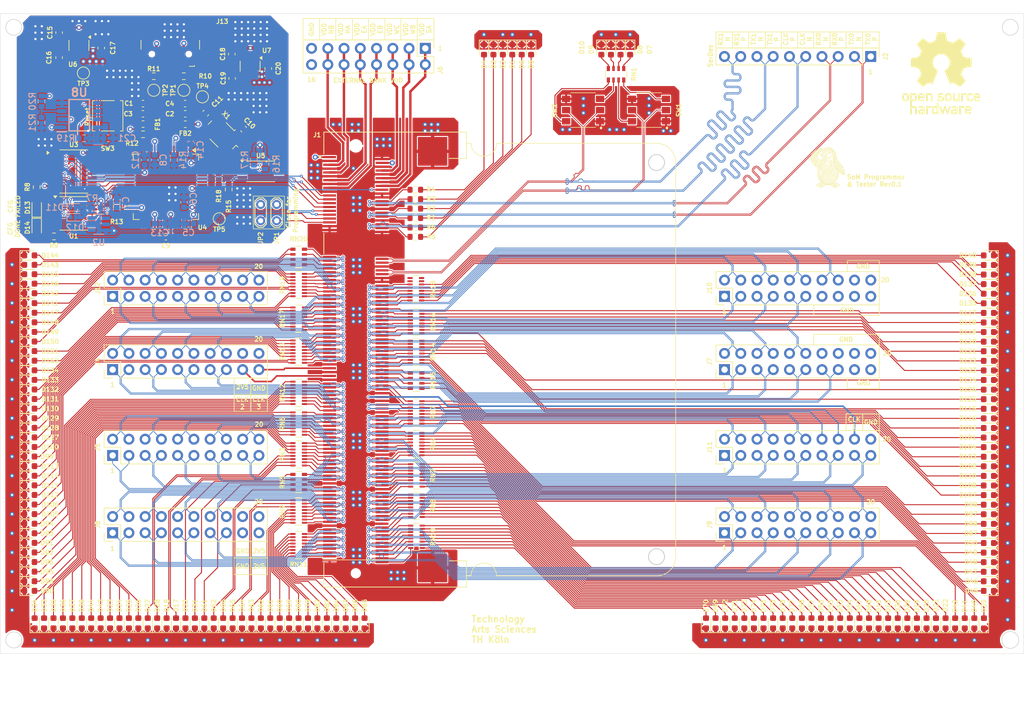
<source format=kicad_pcb>
(kicad_pcb (version 20241229) (generator "pcbnew") (generator_version "9.0")
  (layers (0 "F.Cu" signal) (4 "In1.Cu" power "VCCGND.Cu") (6 "In2.Cu" power "GND.Cu") (2 "B.Cu" signal) (13 "F.Paste" user) (15 "B.Paste" user) (5 "F.SilkS" user "F.Silkscreen") (7 "B.SilkS" user "B.Silkscreen") (1 "F.Mask" user) (3 "B.Mask" user) (25 "Edge.Cuts" user))
  (net 0 "")
  (net 1 "GND")
  (net 2 "Net-(D2-A)")
  (net 3 "Net-(D3-A)")
  (net 4 "Net-(D4-A)")
  (net 5 "Net-(D5-A)")
  (net 6 "Net-(D6-A)")
  (net 7 "Net-(D7-A)")
  (net 8 "Net-(D8-A)")
  (net 9 "Net-(D9-A)")
  (net 10 "Net-(D10-A)")
  (net 11 "/~{Rst}")
  (net 12 "Net-(D13-A)")
  (net 13 "Net-(D15-A)")
  (net 14 "Net-(D17-A)")
  (net 15 "Net-(D18-A)")
  (net 16 "Net-(D19-A)")
  (net 17 "Net-(D20-A)")
  (net 18 "Net-(D21-A)")
  (net 19 "Net-(D22-A)")
  (net 20 "Net-(D23-A)")
  (net 21 "Net-(D24-A)")
  (net 22 "Net-(D25-A)")
  (net 23 "Net-(D26-A)")
  (net 24 "Net-(D139-A)")
  (net 25 "Net-(D27-A)")
  (net 26 "Net-(D140-A)")
  (net 27 "Net-(D28-A)")
  (net 28 "Net-(D29-A)")
  (net 29 "Net-(D30-A)")
  (net 30 "Net-(D31-A)")
  (net 31 "Net-(D32-A)")
  (net 32 "Net-(D33-A)")
  (net 33 "Net-(D34-A)")
  (net 34 "Net-(D35-A)")
  (net 35 "Net-(D36-A)")
  (net 36 "Net-(D37-A)")
  (net 37 "Net-(D38-A)")
  (net 38 "Net-(D39-A)")
  (net 39 "Net-(D40-A)")
  (net 40 "Net-(D41-A)")
  (net 41 "Net-(D42-A)")
  (net 42 "Net-(D43-A)")
  (net 43 "Net-(D44-A)")
  (net 44 "Net-(D141-A)")
  (net 45 "Net-(D46-A)")
  (net 46 "Net-(D47-A)")
  (net 47 "Net-(D49-A)")
  (net 48 "Net-(D51-A)")
  (net 49 "Net-(D53-A)")
  (net 50 "Net-(D54-A)")
  (net 51 "Net-(D55-A)")
  (net 52 "Net-(D56-A)")
  (net 53 "Net-(D57-A)")
  (net 54 "Net-(D58-A)")
  (net 55 "Net-(D59-A)")
  (net 56 "Net-(D60-A)")
  (net 57 "Net-(D61-A)")
  (net 58 "Net-(D62-A)")
  (net 59 "Net-(D63-A)")
  (net 60 "Net-(D64-A)")
  (net 61 "Net-(D65-A)")
  (net 62 "Net-(D66-A)")
  (net 63 "Net-(D68-A)")
  (net 64 "Net-(D70-A)")
  (net 65 "Net-(D72-A)")
  (net 66 "Net-(D74-A)")
  (net 67 "Net-(D75-A)")
  (net 68 "Net-(D76-A)")
  (net 69 "Net-(D78-A)")
  (net 70 "Net-(D79-A)")
  (net 71 "Net-(D80-A)")
  (net 72 "Net-(D81-A)")
  (net 73 "Net-(D82-A)")
  (net 74 "Net-(D83-A)")
  (net 75 "Net-(D84-A)")
  (net 76 "Net-(D85-A)")
  (net 77 "Net-(D86-A)")
  (net 78 "Net-(D87-A)")
  (net 79 "Net-(D88-A)")
  (net 80 "Net-(D89-A)")
  (net 81 "Net-(D90-A)")
  (net 82 "Net-(D91-A)")
  (net 83 "Net-(D92-A)")
  (net 84 "Net-(D93-A)")
  (net 85 "Net-(D94-A)")
  (net 86 "Net-(D96-A)")
  (net 87 "Net-(D98-A)")
  (net 88 "Net-(D99-A)")
  (net 89 "Net-(D100-A)")
  (net 90 "Net-(D145-A)")
  (net 91 "Net-(D101-A)")
  (net 92 "Net-(D102-A)")
  (net 93 "Net-(D103-A)")
  (net 94 "Net-(D104-A)")
  (net 95 "Net-(D105-A)")
  (net 96 "Net-(D106-A)")
  (net 97 "Net-(D107-A)")
  (net 98 "Net-(D108-A)")
  (net 99 "Net-(D109-A)")
  (net 100 "Net-(D110-A)")
  (net 101 "Net-(D111-A)")
  (net 102 "Net-(D112-A)")
  (net 103 "Net-(D113-A)")
  (net 104 "Net-(D115-A)")
  (net 105 "Net-(D116-A)")
  (net 106 "Net-(D117-A)")
  (net 107 "Net-(D118-A)")
  (net 108 "Net-(D120-A)")
  (net 109 "Net-(D124-A)")
  (net 110 "Net-(D131-A)")
  (net 111 "Net-(D132-A)")
  (net 112 "Net-(D133-A)")
  (net 113 "Net-(D134-A)")
  (net 114 "Net-(D135-A)")
  (net 115 "Net-(D136-A)")
  (net 116 "Net-(D137-A)")
  (net 117 "Net-(D138-A)")
  (net 118 "+3V3")
  (net 119 "Net-(D147-A)")
  (net 120 "+1V8_FTDI")
  (net 121 "Net-(U4-VPLL)")
  (net 122 "Net-(U4-VPHY)")
  (net 123 "Net-(U6-NR)")
  (net 124 "Net-(U7-NR)")
  (net 125 "Net-(J1A-MD3)")
  (net 126 "Net-(J1A-MD2)")
  (net 127 "+2V5")
  (net 128 "/FTDI/JTAG_TDO")
  (net 129 "/FTDI/JTAG_TMS")
  (net 130 "/FTDI/JTAG_TDI")
  (net 131 "/FTDI/JTAG_TCK")
  (net 132 "/FTDI/JTAG_RST")
  (net 133 "Net-(D150-A)")
  (net 134 "Net-(D149-A)")
  (net 135 "/CLK_P")
  (net 136 "/CLK2")
  (net 137 "Net-(D152-A)")
  (net 138 "/CFG_Done")
  (net 139 "/FTDI/FTDI_EEPROM_CS")
  (net 140 "Net-(U4-DM)")
  (net 141 "Net-(J13-CC2)")
  (net 142 "Net-(J13-CC1)")
  (net 143 "Net-(U4-DP)")
  (net 146 "Net-(U4-~{RESET})")
  (net 147 "Net-(U4-ACBUS3)")
  (net 148 "Net-(U4-REF)")
  (net 149 "Net-(U5-DO)")
  (net 150 "Net-(U4-EECLK)")
  (net 151 "Net-(U4-EEDATA)")
  (net 152 "Net-(U8-~{MR})")
  (net 153 "Net-(U8-SENSE3)")
  (net 154 "Net-(RN1B-R2.2)")
  (net 155 "Net-(RN1A-R1.2)")
  (net 156 "Net-(RN1D-R4.2)")
  (net 157 "Net-(RN1C-R3.2)")
  (net 162 "Net-(U4-OSCO)")
  (net 163 "Net-(U1D-3B)")
  (net 164 "Net-(U1D-3A)")
  (net 165 "Net-(U1B-1Y)")
  (net 166 "Net-(U3-B7)")
  (net 167 "Net-(U3-B4)")
  (net 168 "Net-(U3-~{OE})")
  (net 169 "Net-(U3-B3)")
  (net 170 "Net-(U3-B8)")
  (net 171 "Net-(U3-B5)")
  (net 173 "Net-(U3-B2)")
  (net 174 "Net-(U3-B1)")
  (net 175 "Net-(D151-A)")
  (net 176 "/Power supply/~{WD_Reset}")
  (net 177 "Net-(U3-B6)")
  (net 181 "/DONE")
  (net 183 "Net-(U4-OSCI)")
  (net 185 "/~{CFG_Failed}")
  (net 186 "/~{FAILED}")
  (net 187 "+5V")
  (net 190 "Net-(D14-A)")
  (net 191 "Net-(D130-A)")
  (net 192 "Net-(D67-A)")
  (net 193 "Net-(D69-A)")
  (net 194 "Net-(D114-A)")
  (net 195 "Net-(D122-A)")
  (net 196 "Net-(D128-A)")
  (net 197 "Net-(D148-A)")
  (net 198 "Net-(D142-A)")
  (net 199 "Net-(D144-A)")
  (net 200 "Net-(D146-A)")
  (net 201 "Net-(D119-A)")
  (net 202 "Net-(D121-A)")
  (net 203 "/CLK_N")
  (net 208 "Net-(D16-A)")
  (net 209 "Net-(D45-A)")
  (net 210 "Net-(D143-A)")
  (net 211 "Net-(D126-A)")
  (net 212 "Net-(D123-A)")
  (net 213 "Net-(D125-A)")
  (net 214 "Net-(D50-A)")
  (net 215 "Net-(D52-A)")
  (net 216 "Net-(D127-A)")
  (net 217 "Net-(D129-A)")
  (net 218 "Net-(D71-A)")
  (net 219 "Net-(D73-A)")
  (net 220 "Net-(D48-A)")
  (net 221 "Net-(D77-A)")
  (net 222 "Net-(D95-A)")
  (net 223 "Net-(D97-A)")
  (net 224 "Net-(D1-A)")
  (net 225 "/Header Interface/Westbank/VDD_WC")
  (net 226 "/Header Interface/Westbank/VDD_WB")
  (net 227 "/Header Interface/Eastbank/VDD_EB")
  (net 228 "/Header Interface/Northbank/VDD_NB")
  (net 229 "/Header Interface/Northbank/VDD_NA")
  (net 230 "/Header Interface/Eastbank/VDD_EA")
  (net 231 "/Header Interface/Southbank/VDD_SA")
  (net 232 "/Header Interface/EA1_N")
  (net 233 "/Header Interface/EA7_P")
  (net 234 "/Header Interface/EB5_P")
  (net 235 "/Header Interface/EB7_N")
  (net 236 "/Header Interface/EB3_P")
  (net 237 "/Header Interface/EB1_P")
  (net 238 "/Header Interface/EA5_N")
  (net 239 "/Header Interface/EA3_P")
  (net 240 "/Header Interface/EB5_N")
  (net 241 "/Header Interface/EA7_N")
  (net 242 "/Header Interface/EA5_P")
  (net 243 "/Header Interface/EA3_N")
  (net 244 "/Header Interface/EB7_P")
  (net 245 "/Header Interface/EB1_N")
  (net 246 "/Header Interface/EA1_P")
  (net 247 "/Header Interface/EB3_N")
  (net 248 "/Header Interface/EA8_P")
  (net 249 "/Header Interface/EB2_P")
  (net 250 "/Header Interface/EB8_P")
  (net 251 "/Header Interface/EB8_N")
  (net 252 "/Header Interface/EB4_P")
  (net 253 "/Header Interface/EA2_P")
  (net 254 "/Header Interface/EA4_P")
  (net 255 "/Header Interface/EA4_N")
  (net 256 "/Header Interface/EA6_P")
  (net 257 "/Header Interface/EA6_N")
  (net 258 "/Header Interface/EB0_N")
  (net 259 "/Header Interface/EB0_P")
  (net 260 "/Header Interface/EB6_P")
  (net 261 "/Header Interface/EB2_N")
  (net 262 "/Header Interface/EA0_P")
  (net 263 "/Header Interface/EA8_N")
  (net 264 "/Header Interface/EA0_N")
  (net 265 "/Header Interface/EB4_N")
  (net 266 "/Header Interface/EA2_N")
  (net 267 "/Header Interface/EB6_N")
  (net 268 "/Header Interface/NB1_N")
  (net 269 "/Header Interface/NB1_P")
  (net 270 "/Header Interface/NA7_N")
  (net 271 "/Header Interface/NA3_P")
  (net 272 "/Header Interface/NB3_P")
  (net 273 "/Header Interface/NA7_P")
  (net 274 "/Header Interface/NA5_N")
  (net 275 "/Header Interface/NA1_P")
  (net 276 "/Header Interface/NB5_N")
  (net 277 "/Header Interface/NB7_N")
  (net 278 "/Header Interface/NB5_P")
  (net 279 "/Header Interface/NA5_P")
  (net 280 "/Header Interface/NA1_N")
  (net 281 "/Header Interface/NB3_N")
  (net 282 "/Header Interface/NA3_N")
  (net 283 "/Header Interface/NB7_P")
  (net 284 "/Header Interface/NA8_P")
  (net 285 "/Header Interface/NA6_N")
  (net 286 "/Header Interface/NB4_N")
  (net 287 "/Header Interface/NB8_P")
  (net 288 "/Header Interface/NB2_N")
  (net 289 "/Header Interface/NB0_N")
  (net 290 "/Header Interface/NB6_N")
  (net 291 "/Header Interface/NA4_P")
  (net 292 "/Header Interface/NB0_P")
  (net 293 "/Header Interface/NB6_P")
  (net 294 "/Header Interface/NA8_N")
  (net 295 "/Header Interface/NA0_P")
  (net 296 "/Header Interface/NA2_P")
  (net 297 "/Header Interface/NA0_N")
  (net 298 "/Header Interface/NA2_N")
  (net 299 "/Header Interface/NB8_N")
  (net 300 "/Header Interface/NA6_P")
  (net 301 "/Header Interface/NB4_P")
  (net 302 "/Header Interface/NA4_N")
  (net 303 "/Header Interface/NB2_P")
  (net 304 "/Header Interface/SB3_N")
  (net 305 "/Header Interface/SA1_N")
  (net 306 "/Header Interface/SB7")
  (net 307 "/Header Interface/SA1_P")
  (net 309 "/Header Interface/SA3_N")
  (net 310 "/Header Interface/SA5_N")
  (net 311 "/Header Interface/SA5_P")
  (net 312 "/Header Interface/SB3_P")
  (net 313 "/Header Interface/SA7_P")
  (net 314 "/Header Interface/SB8")
  (net 315 "/Header Interface/SA7_N")
  (net 317 "/Header Interface/SB1_N")
  (net 318 "/Header Interface/SB1_P")
  (net 319 "/Header Interface/SA3_P")
  (net 320 "/Header Interface/SA0_P")
  (net 321 "/Header Interface/SB2_N")
  (net 322 "/Header Interface/SB4_N")
  (net 323 "/Header Interface/SB2_P")
  (net 324 "/Header Interface/SB0_N")
  (net 325 "/Header Interface/SA4_N")
  (net 326 "/Header Interface/SB0_P")
  (net 327 "/Header Interface/SA8_N")
  (net 328 "/Header Interface/SA0_N")
  (net 329 "/Header Interface/SA4_P")
  (net 330 "/Header Interface/SA6_N")
  (net 331 "/Header Interface/SA2_N")
  (net 332 "/Header Interface/SA8_P")
  (net 333 "/Header Interface/SA2_P")
  (net 334 "/Header Interface/SA6_P")
  (net 335 "/Header Interface/SB4_P")
  (net 336 "/Header Interface/WC5_P")
  (net 337 "/Header Interface/WC3_N")
  (net 338 "/Header Interface/WB1_P")
  (net 339 "/Header Interface/WB3_N")
  (net 340 "/Header Interface/WC1_P")
  (net 341 "/Header Interface/WC7_N")
  (net 342 "/Header Interface/WB5_N")
  (net 343 "/Header Interface/WB5_P")
  (net 344 "/Header Interface/WC1_N")
  (net 345 "/Header Interface/WC3_P")
  (net 346 "/Header Interface/WB3_P")
  (net 347 "/Header Interface/WB1_N")
  (net 348 "/Header Interface/WC5_N")
  (net 349 "/Header Interface/WB7_P")
  (net 350 "/Header Interface/WB7_N")
  (net 351 "/Header Interface/WC7_P")
  (net 352 "/Header Interface/WC2_P")
  (net 353 "/Header Interface/WB6_N")
  (net 354 "/Header Interface/WB2_N")
  (net 355 "/Header Interface/WC4_P")
  (net 356 "/Header Interface/WC0_P")
  (net 357 "/Header Interface/WC8_P")
  (net 358 "/Header Interface/WB2_P")
  (net 359 "/Header Interface/WC6_N")
  (net 360 "/Header Interface/WC2_N")
  (net 361 "/Header Interface/WC4_N")
  (net 362 "/Header Interface/WB8_P")
  (net 363 "/Header Interface/WB6_P")
  (net 364 "/Header Interface/WC8_N")
  (net 365 "/Header Interface/WB4_P")
  (net 366 "/Header Interface/WB4_N")
  (net 367 "/Header Interface/WC6_P")
  (net 368 "/Header Interface/WC0_N")
  (net 383 "/CLK1")
  (net 384 "/CLK3")
  (net 386 "/Header Interface/WB8_N")
  (net 387 "/Header Interface/WB0_N")
  (net 388 "/Header Interface/WB0_P")
  (net 389 "/RX1_N")
  (net 390 "/RX0_N")
  (net 391 "/RX0_P")
  (net 392 "/TX1_N")
  (net 393 "/TX1_P")
  (net 394 "/TX0_N")
  (net 395 "/TX0_P")
  (net 396 "/RX1_P")
  (footprint "LED_SMD:LED_0603_1608Metric" (layer "F.Cu") (at 148.6059 56.1732 -90)
    (property "Reference" "D6")
    (property "Value" "Green")
  )
  (footprint "LED_SMD:LED_0603_1608Metric" (layer "F.Cu") (at 87.2141 145.8158 90)
    (property "Reference" "D25")
    (property "Value" "Green")
  )
  (footprint "Resistor_SMD:R_0603_1608Metric" (layer "F.Cu") (at 131.9811 79.5472)
    (property "Reference" "R3")
    (property "Value" "200R")
  )
  (footprint "LED_SMD:LED_0603_1608Metric" (layer "F.Cu") (at 221.6055 116.809 180)
    (property "Reference" "D101")
    (property "Value" "Green")
  )
  (footprint "Package_SO:TSSOP-20_4.4x6.5mm_P0.65mm" (layer "F.Cu") (at 78.6035 75.2232)
    (property "Reference" "U3")
    (property "Value" "SN74CB3T3245PWR")
  )
  (footprint "LED_SMD:LED_0603_1608Metric" (layer "F.Cu") (at 221.6055 95.8286 180)
    (property "Reference" "D135")
    (property "Value" "Green")
  )
  (footprint "Resistor_SMD:R_0603_1608Metric" (layer "F.Cu") (at 91.0989 60.331442)
    (property "Reference" "R11")
    (property "Value" "5K1")
  )
  (footprint "LED_SMD:LED_0603_1608Metric" (layer "F.Cu") (at 221.6055 121.3048 180)
    (property "Reference" "D109")
    (property "Value" "Green")
  )
  (footprint "LED_SMD:LED_0603_1608Metric" (layer "F.Cu") (at 100.4729 145.8158 90)
    (property "Reference" "D52")
    (property "Value" "Green")
  )
  (footprint "Resistor_SMD:R_0603_1608Metric" (layer "F.Cu") (at 85.3091 80.7156 -90)
    (property "Reference" "R13")
    (property "Value" "12K")
  )
  (footprint "ccsom_Footprint_lib:CASD20TB" (layer "F.Cu") (at 158.2035 65.6232 90)
    (property "Reference" "SW2")
    (property "Value" "CAS-D20TB" (hide yes))
  )
  (footprint "LED_SMD:LED_0603_1608Metric" (layer "F.Cu") (at 71.6693 95.8032)
    (property "Reference" "D141")
    (property "Value" "Green")
  )
  (footprint "LED_SMD:LED_0603_1608Metric" (layer "F.Cu") (at 221.6055 119.8062 180)
    (property "Reference" "D103")
    (property "Value" "Green")
  )
  (footprint "Connector_PinHeader_2.54mm:PinHeader_2x10_P2.54mm_Vertical" (layer "F.Cu") (at 84.6741 131.6934 90)
    (property "Reference" "J8")
    (property "Value" "Conn_02x10_Odd_Even")
  )
  (footprint "LED_SMD:LED_0603_1608Metric" (layer "F.Cu") (at 71.6693 125.7752)
    (property "Reference" "D112")
    (property "Value" "Green")
  )
  (footprint "ccsom_Footprint_lib:OpenHardwareLogo" (layer "F.Cu") (at 214.1728 59.8678)
    (property "Reference" "log2" (hide yes))
    (property "Value" "~" (hide yes))
  )
  (footprint "LED_SMD:LED_0603_1608Metric" (layer "F.Cu") (at 221.6055 97.3272 180)
    (property "Reference" "D117")
    (property "Value" "Green")
  )
  (footprint "LED_SMD:LED_0603_1608Metric" (layer "F.Cu") (at 221.6055 109.316 180)
    (property "Reference" "D126")
    (property "Value" "Green")
  )
  (footprint "LED_SMD:LED_0603_1608Metric" (layer "F.Cu") (at 186.4011 145.8158 90)
    (property "Reference" "D76")
    (property "Value" "Green")
  )
  (footprint "TestPoint:TestPoint_Pad_D1.5mm" (layer "F.Cu") (at 98.7035 63.5482 180)
    (property "Reference" "TP4")
    (property "Value" "12MHz")
  )
  (footprint "LED_SMD:LED_0603_1608Metric" (layer "F.Cu") (at 85.7409 145.8158 90)
    (property "Reference" "D24")
    (property "Value" "Green")
  )
  (footprint "LED_SMD:LED_0603_1608Metric" (layer "F.Cu") (at 190.8969 145.8158 90)
    (property "Reference" "D77")
    (property "Value" "Green")
  )
  (footprint "LED_SMD:LED_0603_1608Metric" (layer "F.Cu") (at 71.6693 107.792)
    (property "Reference" "D133")
    (property "Value" "Green")
  )
  (footprint "LED_SMD:LED_0603_1608Metric" (layer "F.Cu") (at 79.8481 145.8158 90)
    (property "Reference" "D38")
    (property "Value" "Green")
  )
  (footprint "Resistor_SMD:R_0603_1608Metric" (layer "F.Cu") (at 95.7989 60.331442)
    (property "Reference" "R10")
    (property "Value" "5K1")
  )
  (footprint "LED_SMD:LED_0603_1608Metric" (layer "F.Cu") (at 221.6055 140.7732 180)
    (property "Reference" "D45")
    (property "Value" "Green")
  )
  (footprint "LED_SMD:LED_0603_1608Metric" (layer "F.Cu") (at 98.9997 145.8158 90)
    (property "Reference" "D51")
    (property "Value" "Green")
  )
  (footprint "LED_SMD:LED_0603_1608Metric" (layer "F.Cu") (at 84.2677 145.8158 90)
    (property "Reference" "D23")
    (property "Value" "Green")
  )
  (footprint "LED_SMD:LED_0603_1608Metric" (layer "F.Cu") (at 221.6055 136.2908 180)
    (property "Reference" "D48")
    (property "Value" "Green")
  )
  (footprint "LED_SMD:LED_0603_1608Metric" (layer "F.Cu") (at 221.6055 137.7894 180)
    (property "Reference" "D47")
    (property "Value" "Green")
  )
  (footprint "LED_SMD:LED_0603_1608Metric" (layer "F.Cu") (at 189.3983 145.8158 90)
    (property "Reference" "D78")
    (property "Value" "Green")
  )
  (footprint "Resistor_SMD:R_0603_1608Metric" (layer "F.Cu") (at 131.9811 78.074)
    (property "Reference" "R4")
    (property "Value" "200R")
  )
  (footprint "LED_SMD:LED_0603_1608Metric" (layer "F.Cu") (at 75.4285 145.8158 90)
    (property "Reference" "D35")
    (property "Value" "Green")
  )
  (footprint "LED_SMD:LED_0603_1608Metric" (layer "F.Cu") (at 178.9081 145.8158 90)
    (property "Reference" "D69")
    (property "Value" "Green")
  )
  (footprint "LED_SMD:LED_0603_1608Metric" (layer "F.Cu") (at 213.3557 145.8232 90)
    (property "Reference" "D21")
    (property "Value" "Green")
  )
  (footprint "Capacitor_SMD:C_0603_1608Metric" (layer "F.Cu") (at 96.0025 64.612)
    (property "Reference" "C4")
    (property "Value" "0.1uF")
  )
  (footprint "Resistor_SMD:R_Array_Convex_4x0603" (layer "F.Cu") (at 132.1035 107.9232)
    (property "Reference" "RN15")
    (property "Value" "200R")
  )
  (footprint "Package_SO:TSSOP-14_4.4x5mm_P0.65mm" (layer "F.Cu") (at 78.6035 81.7732)
    (property "Reference" "U1")
    (property "Value" "SN74LVC00APWE4")
  )
  (footprint "Resistor_SMD:R_Array_Convex_8x0602" (layer "F.Cu") (at 132.1035 98.7232)
    (property "Reference" "RN16")
    (property "Value" "200R")
  )
  (footprint "Capacitor_SMD:C_0603_1608Metric" (layer "F.Cu") (at 76.3035 53.5232 90)
    (property "Reference" "C15")
    (property "Value" "0.1uF")
  )
  (footprint "LED_SMD:LED_0603_1608Metric" (layer "F.Cu") (at 71.6693 134.7668)
    (property "Reference" "D92")
    (property "Value" "Green")
  )
  (footprint "LED_SMD:LED_0603_1608Metric" (layer "F.Cu") (at 221.6055 91.3328 180)
    (property "Reference" "D138")
    (property "Value" "Green")
  )
  (footprint "LED_SMD:LED_0603_1608Metric" (layer "F.Cu") (at 199.8885 145.8158 90)
    (property "Reference" "D54")
    (property "Value" "Green")
  )
  (footprint "LED_SMD:LED_0603_1608Metric" (layer "F.Cu") (at 101.9461 145.8158 90)
    (property "Reference" "D66")
    (property "Value" "Green")
  )
  (footprint "LED_SMD:LED_0603_1608Metric" (layer "F.Cu") (at 71.6693 139.2626)
    (property "Reference" "D89")
    (property "Value" "Green")
  )
  (footprint "LED_SMD:LED_0603_1608Metric" (layer "F.Cu") (at 221.6055 92.8314 180)
    (property "Reference" "D137")
    (property "Value" "Green")
  )
  (footprint "LED_SMD:LED_0603_1608Metric" (layer "F.Cu") (at 109.3121 145.8158 90)
    (property "Reference" "D61")
    (property "Value" "Green")
  )
  (footprint "LED_SMD:LED_0603_1608Metric" (layer "F.Cu") (at 204.3843 145.8159 90)
    (property "Reference" "D16")
    (property "Value" "Green")
  )
  (footprint "LED_SMD:LED_0603_1608Metric" (layer "F.Cu") (at 202.8857 145.816 90)
    (property "Reference" "D68")
    (property "Value" "Green")
  )
  (footprint "ccsom_Footprint_lib:CASD20TB" (layer "F.Cu") (at 168.5035 65.6232 90)
    (property "Reference" "SW1")
    (property "Value" "CAS-D20TB" (hide yes))
  )
  (footprint "LED_SMD:LED_0603_1608Metric" (layer "F.Cu") (at 145.6595 56.1732 -90)
    (property "Reference" "D2")
    (property "Value" "Green")
  )
  (footprint "LED_SMD:LED_0603_1608Metric" (layer "F.Cu") (at 221.6055 110.8146 180)
    (property "Reference" "D125")
    (property "Value" "Green")
  )
  (footprint "ccsom_Footprint_lib:PinguinLogo" (layer "F.Cu") (at 196.548448 71.312256)
    (property "Reference" "log1" (hide yes))
    (property "Value" "~")
  )
  (footprint "LED_SMD:LED_0603_1608Metric" (layer "F.Cu") (at 221.6055 115.3104 180)
    (property "Reference" "D102")
    (property "Value" "Green")
  )
  (footprint "LED_SMD:LED_0603_1608Metric" (layer "F.Cu") (at 78.3749 145.8158 90)
    (property "Reference" "D37")
    (property "Value" "Green")
  )
  (footprint "LED_SMD:LED_0603_1608Metric" (layer "F.Cu") (at 184.9025 145.8158 90)
    (property "Reference" "D74")
    (property "Value" "Green")
  )
  (footprint "LED_SMD:LED_0603_1608Metric" (layer "F.Cu") (at 71.6693 92.7552)
    (property "Reference" "D146")
    (property "Value" "Green")
  )
  (footprint "LED_SMD:LED_0603_1608Metric" (layer "F.Cu") (at 71.6693 121.2794)
    (property "Reference" "D113")
    (property "Value" "Green")
  )
  (footprint "Resistor_SMD:R_0603_1608Metric" (layer "F.Cu") (at 131.9811 82.4936)
    (property "Reference" "R1")
    (property "Value" "200R")
  )
  (footprint "Resistor_SMD:R_Array_Convex_8x0602" (layer "F.Cu") (at 113.7535 103.3732 180)
    (property "Reference" "RN13")
    (property "Value" "200R")
  )
  (footprint "LED_SMD:LED_0603_1608Metric" (layer "F.Cu") (at 210.3787 145.8232 90)
    (property "Reference" "D19")
    (property "Value" "Green")
  )
  (footprint "LED_SMD:LED_0603_1608Metric" (layer "F.Cu") (at 71.6693 127.2738)
    (property "Reference" "D106")
    (property "Value" "Green")
  )
  (footprint "LED_SMD:LED_0603_1608Metric" (layer "F.Cu") (at 219.3507 145.8232 90)
    (property "Reference" "D40")
    (property "Value" "Green")
  )
  (footprint "LED_SMD:LED_0603_1608Metric" (layer "F.Cu") (at 71.6693 109.2906)
    (property "Reference" "D132")
    (property "Value" "Green")
  )
  (footprint "LED_SMD:LED_0603_1608Metric" (layer "F.Cu") (at 221.6055 131.795 180)
    (property "Reference" "D87")
    (property "Value" "Green")
  )
  (footprint "Capacitor_SMD:C_0603_1608Metric" (layer "F.Cu") (at 89.4109 66.2122 180)
    (property "Reference" "C3")
    (property "Value" "0.1uF")
  )
  (footprint "LED_SMD:LED_0603_1608Metric" (layer "F.Cu") (at 71.6693 110.7892)
    (property "Reference" "D131")
    (property "Value" "Green")
  )
  (footprint "LED_SMD:LED_0603_1608Metric" (layer "F.Cu") (at 72.8035 80.8732 90)
    (property "Reference" "D13")
    (property "Value" "RED")
  )
  (footprint "Inductor_SMD:L_0603_1608Metric" (layer "F.Cu") (at 89.42385 67.8124)
    (property "Reference" "FB1")
    (property "Value" "600R, 0.5A")
  )
  (footprint "LED_SMD:LED_0603_1608Metric" (layer "F.Cu") (at 116.6781 145.8158 90)
    (property "Reference" "D82")
    (property "Value" "Green")
  )
  (footprint "Resistor_SMD:R_Array_Convex_8x0602" (layer "F.Cu") (at 132.1035 117.8232 180)
    (property "Reference" "RN4")
    (property "Value" "200R")
  )
  (footprint "Capacitor_SMD:C_0603_1608Metric" (layer "F.Cu") (at 103.3035 56.8732 90)
    (property "Reference" "C18")
    (property "Value" "0.1uF")
  )
  (footprint "LED_SMD:LED_0603_1608Metric" (layer "F.Cu") (at 201.3871 145.816 90)
    (property "Reference" "D67")
    (property "Value" "Green")
  )
  (footprint "Package_QFP:LQFP-64_10x10mm_P0.5mm" (layer "F.Cu") (at 93.0035 77.6232 -90)
    (property "Reference" "U4")
    (property "Value" "FT2232HL")
  )
  (footprint "LED_SMD:LED_0603_1608Metric" (layer "F.Cu") (at 113.7317 145.8158 90)
    (property "Reference" "D80")
    (property "Value" "Green")
  )
  (footprint "LED_SMD:LED_0603_1608Metric" (layer "F.Cu") (at 71.6693 133.2682)
    (property "Reference" "D91")
    (property "Value" "Green")
  )
  (footprint "Capacitor_SMD:C_0603_1608Metric" (layer "F.Cu") (at 99.230492 66.096208 45)
    (property "Reference" "C11")
    (property "Value" "10pF")
  )
  (footprint "LED_SMD:LED_0603_1608Metric" (layer "F.Cu") (at 177.4095 145.8158 90)
    (property "Reference" "D70")
    (property "Value" "Green")
  )
  (footprint "LED_SMD:LED_0603_1608Metric" (layer "F.Cu") (at 187.8997 145.8158 90)
    (property "Reference" "D75")
    (property "Value" "Green")
  )
  (footprint "LED_SMD:LED_0603_1608Metric" (layer "F.Cu") (at 150.0791 56.1732 -90)
    (property "Reference" "D5")
    (property "Value" "Green")
  )
  (footprint "LED_SMD:LED_0603_1608Metric" (layer "F.Cu") (at 88.6873 145.8158 90)
    (property "Reference" "D26")
    (property "Value" "Green")
  )
  (footprint "LED_SMD:LED_0603_1608Metric" (layer "F.Cu") (at 165.5535 56.1732 -90)
    (property "Reference" "D7")
    (property "Value" "Green")
  )
  (footprint "Resistor_SMD:R_Array_Convex_8x0602" (layer "F.Cu") (at 113.7535 128.3732)
    (property "Reference" "RN9")
    (property "Value" "200R")
  )
  (footprint "Resistor_SMD:R_Array_Convex_8x0602" (layer "F.Cu") (at 113.7535 119.4232)
    (property "Reference" "RN3")
    (property "Value" "200R")
  )
  (footprint "Resistor_SMD:R_Array_Convex_8x0602" (layer "F.Cu") (at 113.7535 92.9732 180)
    (property "Reference" "RN19")
    (property "Value" "200R")
  )
  (footprint "TestPoint:TestPoint_Pad_D1.5mm" (layer "F.Cu") (at 101.3365 82.6206 180)
    (property "Reference" "TP5")
    (property "Value" "+1V8_FTDI")
  )
  (footprint "LED_SMD:LED_0603_1608Metric" (layer "F.Cu") (at 119.6245 145.8158 90)
    (property "Reference" "D84")
    (property "Value" "Green")
  )
  (footprint "Resistor_SMD:R_0603_1608Metric" (layer "F.Cu") (at 75.5035 85.3732 180)
    (property "Reference" "R9")
    (property "Value" "200R")
  )
  (footprint "LED_SMD:LED_0603_1608Metric" (layer "F.Cu") (at 71.6693 113.7864)
    (property "Reference" "D129")
    (property "Value" "Green")
  )
  (footprint "Resistor_SMD:R_Array_Convex_8x0602" (layer "F.Cu") (at 132.1035 112.8732 180)
    (property "Reference" "RN7")
    (property "Value" "200R")
  )
  (footprint "LED_SMD:LED_0603_1608Metric" (layer "F.Cu") (at 221.6055 139.2746 180)
    (property "Reference" "D46")
    (property "Value" "Green")
  )
  (footprint "Resistor_SMD:R_0603_1608Metric" (layer "F.Cu") (at 72.8035 77.6732 -90)
    (property "Reference" "R8")
    (property "Value" "200R")
  )
  (footprint "LED_SMD:LED_0603_1608Metric" (layer "F.Cu") (at 71.6693 122.778)
    (property "Reference" "D114")
    (property "Value" "Green")
  )
  (footprint "LED_SMD:LED_0603_1608Metric" (layer "F.Cu") (at 221.6055 112.3132 180)
    (property "Reference" "D115")
    (property "Value" "Green")
  )
  (footprint "LED_SMD:LED_0603_1608Metric" (layer "F.Cu") (at 216.3535 145.8232 90)
    (property "Reference" "D42")
    (property "Value" "Green")
  )
  (footprint "Connector_PinHeader_2.54mm:PinHeader_2x10_P2.54mm_Vertical" (layer "F.Cu") (at 180.3051 119.603 90)
    (property "Reference" "J11")
    (property "Value" "Conn_02x10_Odd_Even")
  )
  (footprint "LED_SMD:LED_0603_1608Metric" (layer "F.Cu") (at 217.8521 145.8232 90)
    (property "Reference" "D41")
    (property "Value" "Green")
  )
  (footprint "LED_SMD:LED_0603_1608Metric" (layer "F.Cu") (at 221.6055 113.8118 180)
    (property "Reference" "D116")
    (property "Value" "Green")
  )
  (footprint "LED_SMD:LED_0603_1608Metric" (layer "F.Cu") (at 196.8913 145.8158 90)
    (property "Reference" "D55")
    (property "Value" "Green")
  )
  (footprint "LED_SMD:LED_0603_1608Metric" (layer "F.Cu") (at 71.6693 89.8088)
    (property "Reference" "D143")
    (property "Value" "Green")
  )
  (footprint "LED_SMD:LED_0603_1608Metric" (layer "F.Cu") (at 221.6055 100.3244 180)
    (property "Reference" "D119")
    (property "Value" "Green")
  )
  (footprint "LED_SMD:LED_0603_1608Metric" (layer "F.Cu") (at 71.6693 101.7976)
    (property "Reference" "D150")
    (property "Value" "Green")
  )
  (footprint "Connector_USB:USB_C_Receptacle_GCT_USB4110" (layer "F.Cu") (at 93.6865 54.268 180)
    (property "Reference" "J13")
    (property "Value" "USB_C_Receptacle_USB2.0_16P")
  )
  (footprint "Capacitor_SMD:C_0603_1608Metric" (layer "F.Cu") (at 109.0035 59.1232 90)
    (property "Reference" "C20")
    (property "Value" "0.1uF")
  )
  (footprint "LED_SMD:LED_0603_1608Metric" (layer "F.Cu") (at 124.0441 145.8158 90)
    (property "Reference" "D85")
    (property "Value" "Green")
  )
  (footprint "LED_SMD:LED_0603_1608Metric" (layer "F.Cu") (at 71.6693 128.7724)
    (property "Reference" "D105")
    (property "Value" "Green")
  )
  (footprint "LED_SMD:LED_0603_1608Metric" (layer "F.Cu") (at 71.6693 94.2538)
    (property "Reference" "D142")
    (property "Value" "Green")
  )
  (footprint "LED_SMD:LED_0603_1608Metric" (layer "F.Cu") (at 221.6055 134.7922 180)
    (property "Reference" "D49")
    (property "Value" "Green")
  )
  (footprint "LED_SMD:LED_0603_1608Metric" (layer "F.Cu") (at 221.6055 98.8258 180)
    (property "Reference" "D118")
    (property "Value" "Green")
  )
  (footprint "LED_SMD:LED_0603_1608Metric" (layer "F.Cu") (at 107.8389 145.8158 90)
    (property "Reference" "D62")
    (property "Value" "Green")
  )
  (footprint "Resistor_SMD:R_0603_1608Metric" (layer "F.Cu") (at 131.9811 83.9668)
    (property "Reference" "R6")
    (property "Value" "200R")
  )
  (footprint "Resistor_SMD:R_0603_1608Metric" (layer "F.Cu") (at 131.9811 85.44)
    (property "Reference" "R5")
    (property "Value" "200R")
  )
  (footprint "LED_SMD:LED_0603_1608Metric" (layer "F.Cu") (at 71.6693 140.7612)
    (property "Reference" "D90")
    (property "Value" "Green")
  )
  (footprint "Connector_PinHeader_2.54mm:PinHeader_1x10_P2.54mm_Vertical" (layer "F.Cu") (at 203.1551 57.251 -90)
    (property "Reference" "J2")
    (property "Value" "Conn_01x12_Pin")
  )
  (footprint "Connector_PinHeader_2.54mm:PinHeader_2x10_P2.54mm_Vertical" (layer "F.Cu") (at 84.6741 119.603 90)
    (property "Reference" "J5")
    (property "Value" "Conn_02x10_Odd_Even")
  )
  (footprint "LED_SMD:LED_0603_1608Metric" (layer "F.Cu") (at 121.0977 145.8158 90)
    (property "Reference" "D83")
    (property "Value" "Green")
  )
  (footprint "TestPoint:TestPoint_2Pads_Pitch2.54mm_Drill0.8mm" (layer "F.Cu") (at 110.3035 80.3732 -90)
    (property "Reference" "JP1")
    (property "Value" "Jumper_2_Small_Bridged")
  )
  (footprint "Resistor_SMD:R_0603_1608Metric" (layer "F.Cu") (at 101.2603 76.3722 -90)
    (property "Reference" "R18")
    (property "Value" "2K")
  )
  (footprint "LED_SMD:LED_0603_1608Metric" (layer "F.Cu") (at 104.8925 145.8158 90)
    (property "Reference" "D64")
    (property "Value" "Green")
  )
  (footprint "LED_SMD:LED_0603_1608Metric" (layer "F.Cu") (at 221.6055 118.3076 180)
    (property "Reference" "D104")
    (property "Value" "Green")
  )
  (footprint "Resistor_SMD:R_Array_Convex_4x0603" (layer "F.Cu") (at 113.7535 123.7732)
    (property "Reference" "RN5")
    (property "Value" "200R")
  )
  (footprint "LED_SMD:LED_0603_1608Metric" (layer "F.Cu") (at 81.3213 145.8158 90)
    (property "Reference" "D44")
    (property "Value" "Green")
  )
  (footprint "Capacitor_SMD:C_0603_1608Metric" (layer "F.Cu") (at 82.9035 55.9232 90)
    (property "Reference" "C17")
    (property "Value" "0.1uF")
  )
  (footprint "LED_SMD:LED_0603_1608Metric" (layer "F.Cu") (at 71.6693 118.2822)
    (property "Reference" "D100")
    (property "Value" "Green")
  )
  (footprint "LED_SMD:LED_0603_1608Metric" (layer "F.Cu") (at 198.3899 145.8158 90)
    (property "Reference" "D53")
    (property "Value" "Green")
  )
  (footprint "LED_SMD:LED_0603_1608Metric" (layer "F.Cu") (at 71.6693 97.3018)
    (property "Reference" "D147")
    (property "Value" "Green")
  )
  (footprint "TestPoint:TestPoint_Pad_D1.5mm" (layer "F.Cu") (at 80.1021 59.8368 180)
    (property "Reference" "TP3")
    (property "Value" "+3V3")
  )
  (footprint "LED_SMD:LED_0603_1608Metric" (layer "F.Cu") (at 71.6693 124.2766)
    (property "Reference" "D111")
    (property "Value" "Green")
  )
  (footprint "LED_SMD:LED_0603_1608Metric" (layer "F.Cu") (at 221.6055 104.8202 180)
    (property "Reference" "D122")
    (property "Value" "Green")
  )
  (footprint "Resistor_SMD:R_Array_Convex_8x0602" (layer "F.Cu") (at 132.1535 127.4732)
    (property "Reference" "RN8")
    (property "Value" "200R")
  )
  (footprint "Connector_PinHeader_2.54mm:PinHeader_2x10_P2.54mm_Vertical" (layer "F.Cu") (at 84.6741 106.1918 90)
    (property "Reference" "J4")
    (property "Value" "Conn_02x10_Odd_Even")
  )
  (footprint "Resistor_SMD:R_Array_Convex_8x0602" (layer "F.Cu") (at 113.7535 98.2232)
    (property "Reference" "RN17")
    (property "Value" "200R")
  )
  (footprint "Resistor_SMD:R_Array_Convex_8x0602" (layer "F.Cu") (at 113.7535 133.6232 180)
    (property "Reference" "RN11")
    (property "Value" "200R")
  )
  (footprint "LED_SMD:LED_0603_1608Metric" (layer "F.Cu") (at 71.6693 91.282)
    (property "Reference" "D145")
    (property "Value" "Green")
  )
  (footprint "LED_SMD:LED_0603_1608Metric" (layer "F.Cu") (at 118.1513 145.8158 90)
    (property "Reference" "D81")
    (property "Value" "Green")
  )
  (footprint "LED_SMD:LED_0603_1608Metric" (layer "F.Cu") (at 214.8535 145.8232 90)
    (property "Reference" "D22")
    (property "Value" "Green")
  )
  (footprint "Resistor_SMD:R_Array_Convex_8x0602" (layer "F.Cu") (at 132.1535 122.7232 180)
    (property "Reference" "RN2")
    (property "Value" "200R")
  )
  (footprint "Resistor_SMD:R_Array_Convex_4x0603" (layer "F.Cu") (at 163.3535 60.0232 -90)
    (property "Reference" "RN1")
    (property "Value" "200R")
  )
  (footprint "LED_SMD:LED_0603_1608Metric" (layer "F.Cu") (at 71.6693 112.2878)
    (property "Reference" "D130")
    (property "Value" "Green")
  )
  (footprint "LED_SMD:LED_0603_1608Metric" (layer "F.Cu") (at 221.6055 125.8006 180)
    (property "Reference" "D107")
    (property "Value" "Green")
  )
  (footprint "Connector_PinHeader_2.54mm:PinHeader_2x10_P2.54mm_Vertical" (layer "F.Cu") (at 180.3051 94.7364 90)
    (property "Reference" "J10")
    (property "Value" "Conn_02x10_Odd_Even")
  )
  (footprint "Package_TO_SOT_SMD:SOT-23-5" (layer "F.Cu") (at 79.4035 55.5232 -90)
    (property "Reference" "U6")
    (property "Value" "TPS73633DBV")
  )
  (footprint "LED_SMD:LED_0603_1608Metric" (layer "F.Cu") (at 71.6693 106.2934)
    (property "Reference" "D134")
    (property "Value" "Green")
  )
  (footprint "LED_SMD:LED_0603_1608Metric" (layer "F.Cu") (at 195.3927 145.8158 90)
    (property "Reference" "D56")
    (property "Value" "Green")
  )
  (footprint "Resistor_SMD:R_0603_1608Metric" (layer "F.Cu") (at 131.9811 81.0204)
    (property "Reference" "R2")
    (property "Value" "200R")
  )
  (footprint "LED_SMD:LED_0603_1608Metric" (layer "F.Cu") (at 106.3657 145.8158 90)
    (property "Reference" "D63")
    (property "Value" "Green")
  )
  (footprint "LED_SMD:LED_0603_1608Metric" (layer "F.Cu") (at 221.6055 122.8034 180)
    (property "Reference" "D110")
    (property "Value" "Green")
  )
  (footprint "LED_SMD:LED_0603_1608Metric" (layer "F.Cu") (at 82.7945 145.8158 90)
    (property "Reference" "D43")
    (property "Value" "Green")
  )
  (footprint "LED_SMD:LED_0603_1608Metric" (layer "F.Cu") (at 181.9053 145.8158 90)
    (property "Reference" "D71")
    (property "Value" "Green")
  )
  (footprint "LED_SMD:LED_0603_1608Metric" (layer "F.Cu") (at 193.8941 145.8158 90)
    (property "Reference" "D57")
    (property "Value" "Green")
  )
  (footprint "LED_SMD:LED_0603_1608Metric" (layer "F.Cu") (at 162.5535 56.1732 -90)
    (property "Reference" "D9")
    (property "Value" "Green")
  )
  (footprint "LED_SMD:LED_0603_1608Metric" (layer "F.Cu") (at 76.9017 145.8158 90)
    (property "Reference" "D36")
    (property "Value" "Green")
  )
  (footprint "LED_SMD:LED_0603_1608Metric" (layer "F.Cu") (at 161.0535 56.1732 -90)
    (property "Reference" "D10")
    (property "Value" "Green")
  )
  (footprint "LED_SMD:LED_0603_1608Metric" (layer "F.Cu") (at 221.6055 89.8342 180)
    (property "Reference" "D139")
    (property "Value" "Green")
  )
  (footprint "Resistor_SMD:R_Array_Convex_8x0602" (layer "F.Cu") (at 132.0535 93.6232 180)
    (property "Reference" "RN18")
    (property "Value" "200R")
  )
  (footprint "LED_SMD:LED_0603_1608Metric" (layer "F.Cu") (at 71.6693 100.299)
    (property "Reference" "D149")
    (property "Value" "Green")
  )
  (footprint "ccsom_Footprint_lib:SoM_Connector" (layer "F.Cu") (at 122.6785 104.6232 90)
    (property "Reference" "J1")
    (property "Value" "SoM Connector")
  )
  (footprint "Capacitor_SMD:C_0603_1608Metric" (layer "F.Cu") (at 96.0149 66.2122)
    (property "Reference" "C2")
    (property "Value" "4.7uF")
  )
  (footprint "LED_SMD:LED_0603_1608Metric" (layer "F.Cu") (at 71.6693 116.7836)
    (property "Reference" "D127")
    (property "Value" "Green")
  )
  (footprint "LED_SMD:LED_0603_1608Metric" (layer "F.Cu") (at 205.8829 145.8232 90)
    (property "Reference" "D15")
    (property "Value" "Green")
  )
  (footprint "LED_SMD:LED_0603_1608Metric" (layer "F.Cu") (at 71.6693 104.7948)
    (property "Reference" "D152")
    (property "Value" "Green")
  )
  (footprint "LED_SMD:LED_0603_1608Metric" (layer "F.Cu") (at 221.6055 107.8174 180)
    (property "Reference" "D124")
    (property "Value" "Green")
  )
  (footprint "LED_SMD:LED_0603_1608Metric" (layer "F.Cu") (at 93.1069 145.8158 90)
    (property "Reference" "D18")
    (property "Value" "Green")
  )
  (footprint "TestPoint:TestPoint_Pad_D1.5mm" (layer "F.Cu") (at 91.1035 62.5232 -90)
    (property "Reference" "TP2")
    (property "Value" "USB_D+")
  )
  (footprint "LED_SMD:LED_0603_1608Metric" (layer "F.Cu") (at 72.4821 145.8158 90)
    (property "Reference" "D34")
    (property "Value" "Green")
  )
  (footprint "Capacitor_SMD:C_0603_1608Metric" (layer "F.Cu") (at 89.4115 64.612 180)
    (property "Reference" "C1")
    (property "Value" "4.7uF")
  )
  (footprint "Connector_PinHeader_2.54mm:PinHeader_2x10_P2.54mm_Vertical" (layer "F.Cu") (at 180.3051 106.1918 90)
    (property "Reference" "J7")
    (property "Value" "Conn_02x10_Odd_Even")
  )
  (footprint "Resistor_SMD:R_0603_1608Metric" (layer "F.Cu") (at 89.42385 69.4126)
    (property "Reference" "R12")
    (property "Value" "1K")
  )
  (footprint "Resistor_SMD:R_Array_Convex_8x0602" (layer "F.Cu") (at 132.1035 103.4232)
    (property "Reference" "RN14")
    (property "Value" "200R")
  )
  (footprint "LED_SMD:LED_0603_1608Metric" (layer "F.Cu") (at 221.6055 101.823 180)
    (property "Reference" "D120")
    (property "Value" "Green")
  )
  (footprint "LED_SMD:LED_0603_1608Metric" (layer "F.Cu") (at 71.6693 136.2654)
    (property "Reference" "D96")
    (property "Value" "Green")
  )
  (footprint "TestPoint:TestPoint_2Pads_Pitch2.54mm_Drill0.8mm" (layer "F.Cu") (at 107.8035 80.3732 -90)
    (property "Reference" "JP2")
    (property "Value" "Jumper_2_Small_Bridged")
  )
  (footprint "LED_SMD:LED_0603_1608Metric" (layer "F.Cu") (at 90.1605 145.8158 90)
    (property "Reference" "D27")
    (property "Value" "Green")
  )
  (footprint "LED_SMD:LED_0603_1608Metric" (layer "F.Cu") (at 71.6693 88.3356)
    (property "Reference" "D144")
    (property "Value" "Green")
  )
  (footprint "LED_SMD:LED_0603_1608Metric" (layer "F.Cu") (at 72.8035 84.0232 -90)
    (property "Reference" "D14")
    (property "Value" "Green")
  )
  (footprint "LED_SMD:LED_0603_1608Metric" (layer "F.Cu") (at 183.4039 145.8158 90)
    (property "Reference" "D73")
    (property "Value" "Green")
  )
  (footprint "Connector_PinHeader_2.54mm:PinHeader_2x10_P2.54mm_Vertical" (layer "F.Cu") (at 180.3051 131.6934 90)
    (property "Reference" "J9")
    (property "Value" "Conn_02x10_Odd_Even")
  )
  (footprint "Capacitor_SMD:C_0603_1608Metric" (layer "F.Cu") (at 92.9799 85.4146 180)
    (property "Reference" "C9")
    (property "Value" "0.1uF")
  )
  (footprint "LED_SMD:LED_0603_1608Metric" (layer "F.Cu") (at 122.5709 145.8158 90)
    (property "Reference" "D86")
    (property "Value" "Green")
  )
  (footprint "LED_SMD:LED_0603_1608Metric" (layer "F.Cu") (at 110.7853 145.8158 90)
    (property "Reference" "D60")
    (property "Value" "Green")
  )
  (footprint "LED_SMD:LED_0603_1608Metric" (layer "F.Cu") (at 221.6055 88.3356 180)
    (property "Reference" "D140")
    (property "Value" "Green")
  )
  (footprint "Connector_PinHeader_2.54mm:PinHeader_2x08_P2.54mm_Vertical" (layer "F.Cu") (at 133.5437 55.976 -90)
    (property "Reference" "J6")
    (property "Value" "Conn_02x8_Odd_Even")
  )
  (footprint "Package_TO_SOT_SMD:SOT-23-5" (layer "F.Cu") (at 106.166 58.7732 -90)
    (property "Reference" "U7")
    (property "Value" "TPS73625DBV")
  )
  (footprint "Crystal:Crystal_SMD_Abracon_ABM3B-4Pin_5.0x3.2mm" (layer "F.Cu") (at 101.779092 69.499592 135)
    (property "Reference" "X1")
    (property "Value" "12MHz")
  )
  (footprint "LED_SMD:LED_0603_1608Metric" (layer "F.Cu") (at 142.7131 56.1732 -90)
    (property "Reference" "D4")
    (property "Value" "Green")
  )
  (footprint "LED_SMD:LED_0603_1608Metric" (layer "F.Cu") (at 221.6055 128.7978 180)
    (property "Reference" "D97")
    (property "Value" "Green")
  )
  (footprint "LED_SMD:LED_0603_1608Metric" (layer "F.Cu") (at 164.0535 56.1732 -90)
    (property "Reference" "D8")
    (property "Value" "Green")
  )
  (footprint "LED_SMD:LED_0603_1608Metric" (layer "F.Cu") (at 147.1327 56.1732 -90)
    (property "Reference" "D1")
    (property "Value" "Green")
  )
  (footprint "LED_SMD:LED_0603_1608Metric" (layer "F.Cu") (at 94.5801 145.8158 90)
    (property "Reference" "D17")
    (property "Value" "Green")
  )
  (footprint "LED_SMD:LED_0603_1608Metric" (layer "F.Cu") (at 221.6055 94.33 180)
    (property "Reference" "D136")
    (property "Value" "Green")
  )
  (footprint "LED_SMD:LED_0603_1608Metric" (layer "F.Cu") (at 112.2585 145.8158 90)
    (property "Reference" "D59")
    (property "Value" "Green")
  )
  (footprint "LED_SMD:LED_0603_1608Metric" (layer "F.Cu") (at 180.4067 145.8158 90)
    (property "Reference" "D72")
    (property "Value" "Green")
  )
  (footprint "LED_SMD:LED_0603_1608Metric" (layer "F.Cu") (at 221.6055 130.2964 180)
    (property "Reference" "D88")
    (property "Value" "Green")
  )
  (footprint "Button_Switch_SMD:SW_SPST_TL3305A" (layer "F.Cu") (at 83.9035 66.5232 90)
    (property "Reference" "SW3")
    (property "Value" "SW_Push")
  )
  (footprint "LED_SMD:LED_0603_1608Metric" (layer "F.Cu") (at 71.6693 137.764)
    (property "Reference" "D95")
    (property "Value" "Green")
  )
  (footprint "Resistor_SMD:R_Array_Convex_8x0602" (layer "F.Cu") (at 132.1535 132.3232)
    (property "Reference" "RN10")
    (property "Value" "200R")
  )
  (footprint "Capacitor_SMD:C_0603_1608Metric" (layer "F.Cu") (at 103.3535 60.6732 -90)
    (property "Reference" "C19")
    (property "Value" "10nF")
  )
  (footprint "Resistor_SMD:R_Array_Convex_4x0603" (layer "F.Cu") (at 113.7535 88.5732)
    (property "Reference" "RN20")
    (property "Value" "200R")
  )
  (footprint "LED_SMD:LED_0603_1608Metric" (layer "F.Cu") (at 192.3955 145.8158 90)
    (property "Reference" "D58")
    (property "Value" "Green")
  )
  (footprint "LED_SMD:LED_0603_1608Metric" (layer "F.Cu") (at 211.8773 145.8232 90)
    (property "Reference" "D20")
    (property "Value" "Green")
  )
  (footprint "LED_SMD:LED_0603_1608Metric" (layer "F.Cu") (at 208.8801 145.8232 90)
    (property "Reference" "D29")
    (property "Value" "Green")
  )
  (footprint "Capacitor_SMD:C_0603_1608Metric" (layer "F.Cu") (at 76.3035 57.4232 -90)
    (property "Reference" "C16")
    (property "Value" "10nF")
  )
  (footprint "LED_SMD:LED_0603_1608Metric" (layer "F.Cu") (at 96.0533 145.8158 90)
    (property "Reference" "D32")
    (property "Value" "Green")
  )
  (footprint "Package_SO:TSSOP-8_4.4x3mm_P0.65mm" (layer "F.Cu") (at 107.8135 75.2038)
    (property "Reference" "U5")
    (property "Value" "93LC46B")
  )
  (footprint "LED_SMD:LED_0603_1608Metric" (layer "F.Cu") (at 221.6055 124.302 180)
    (property "Reference" "D108")
    (property "Value" "Green")
  )
  (footprint "LED_SMD:LED_0603_1608Metric" (layer "F.Cu") (at 103.4193 145.8158 90)
    (property "Reference" "D65")
    (property "Value" "Green")
  )
  (footprint "LED_SMD:LED_0603_1608Metric" (layer "F.Cu") (at 144.1863 56.1732 -90)
    (property "Reference" "D3")
    (property "Value" "Green")
  )
  (footprint "TestPoint:TestPoint_Pad_D1.5mm" (layer "F.Cu") (at 95.8035 62.5232 -90)
    (property "Reference" "TP1")
    (property "Value" "USB_D-")
  )
  (footprint "Resistor_SMD:R_Array_Convex_8x0602" (layer "F.Cu") (at 113.7535 114.6232 180)
    (property "Reference" "RN6")
    (property "Value" "200R")
  )
  (footprint "Inductor_SMD:L_0603_1608Metric" (layer "F.Cu") (at 96.0279 67.8378 180)
    (property "Reference" "FB2")
    (property "Value" "600R, 0.5A")
  )
  (footprint "LED_SMD:LED_0603_1608Metric" (layer "F.Cu") (at 91.6337 145.8158 90)
    (property "Reference" "D28")
    (property "Value" "Green")
  )
  (footprint "LED_SMD:LED_0603_1608Metric" (layer "F.Cu") (at 73.9553 145.8158 90)
    (property "Reference" "D33")
    (property "Value" "Green")
  )
  (footprint "Resistor_SMD:R_0603_1608Metric" (layer "F.Cu") (at 102.8097 78.0232 90)
    (property "Reference" "R15")
    (property "Value" "10K")
  )
  (footprint "LED_SMD:LED_0603_1608Metric" (layer "F.Cu") (at 221.6055 103.3216 180)
    (property "Reference" "D121")
    (property "Value" "Green")
  )
  (footprint "LED_SMD:LED_0603_1608Metric" (layer "F.Cu") (at 115.2049 145.8158 90)
    (property "Reference" "D79")
    (property "Value" "Green")
  )
  (footprint "LED_SMD:LED_0603_1608Metric" (layer "F.Cu") (at 71.6693 131.7696)
    (property "Reference" "D93")
    (property "Value" "Green")
  )
  (footprint "LED_SMD:LED_0603_1608Metric" (layer "F.Cu") (at 71.6693 98.8004)
    (property "Reference" "D148")
    (property "Value" "Green")
  )
  (footprint "LED_SMD:LED_0603_1608Metric" (layer "F.Cu") (at 71.6693 130.271)
    (property "Reference" "D94")
    (property "Value" "Green")
  )
  (footprint "LED_SMD:LED_0603_1608Metric" (layer "F.Cu") (at 97.5265 145.8158 90)
    (property "Reference" "D31")
    (property "Value" "Green")
  )
  (footprint "LED_SMD:LED_0603_1608Metric" (layer "F.Cu") (at 221.6055 106.3188 180)
    (property "Reference" "D123")
    (property "Value" "Green")
  )
  (footprint "LED_SMD:LED_0603_1608Metric" (layer "F.Cu") (at 220.8493 145.8232 90)
    (property "Reference" "D39")
    (property "Value" "Green")
  )
  (footprint "LED_SMD:LED_0603_1608Metric" (layer "F.Cu") (at 71.6693 119.7808)
    (property "Reference" "D99")
    (property "Value" "Green")
  )
  (footprint "LED_SMD:LED_0603_1608Metric" (layer "F.Cu") (at 221.6055 133.2936 180)
    (property "Reference" "D50")
    (property "Value" "Green")
  )
  (footprint "Capacitor_SMD:C_0603_1608Metric" (layer "F.Cu") (at 105.1285 68.5982 135)
    (property "Reference" "C10")
    (property "Value" "10pF")
  )
  (footprint "LED_SMD:LED_0603_1608Metric" (layer "F.Cu") (at 71.6693 115.285)
    (property "Reference" "D128")
    (property "Value" "Green")
  )
  (footprint "Resistor_SMD:R_Array_Convex_8x0602" (layer "F.Cu") (at 113.7535 109.8232)
    (property "Reference" "RN12")
    (property "Value" "200R")
  )
  (footprint "LED_SMD:LED_0603_1608Metric" (layer "F.Cu") (at 221.6055 127.2992 180)
    (property "Reference" "D98")
    (property "Value" "Green")
  )
  (footprint "LED_SMD:LED_0603_1608Metric" (layer "F.Cu") (at 71.6693 103.2962)
    (property "Reference" "D151")
    (property "Value" "Green")
  )
  (footprint "LED_SMD:LED_0603_1608Metric" (layer "F.Cu") (at 207.3815 145.8232 90)
    (property "Reference" "D30")
    (property "Value" "Green")
  )
  (footprint "Connector_PinHeader_2.54mm:PinHeader_2x10_P2.54mm_Vertical" (layer "F.Cu") (at 84.6741 94.7364 90)
    (property "Reference" "J12")
    (property "Value" "Conn_02x10_Odd_Even")
  )
  (footprint "Capacitor_SMD:C_0603_1608Metric" (layer "B.Cu") (at 92.0531 83.3826)
    (property "Reference" "C13")
    (property "Value" "0.1uF")
  )
  (footprint "Capacitor_SMD:C_0603_1608Metric" (layer "B.Cu") (at 89.683706 73.4258 90)
    (property "Reference" "C8")
    (property "Value" "0.1uF")
  )
  (footprint "Capacitor_SMD:C_0603_1608Metric" (layer "B.Cu") (at 95.8247 80.0298 90)
    (property "Reference" "C6")
    (property "Value" "0.1uF")
  )
  (footprint "Capacitor_SMD:C_0603_1608Metric" (layer "B.Cu") (at 96.9423 71.8256 90)
    (property "Reference" "C14")
    (property "Value" "0.1uF")
  )
  (footprint "Capacitor_SMD:C_0603_1608Metric" (layer "B.Cu") (at 84.0035 70.0232)
    (property "Reference" "C21")
    (property "Value" "0.1uF")
  )
  (footprint "Resistor_SMD:R_0603_1608Metric" (layer "B.Cu") (at 73.5535 67.5982 -90)
    (property "Reference" "R21")
    (property "Value" "470K")
  )
  (footprint "Resistor_SMD:R_0603_1608Metric" (layer "B.Cu") (at 81.9535 80.8732 180)
    (property "Reference" "R7")
    (property "Value" "47K")
  )
  (footprint "Capacitor_SMD:C_0603_1608Metric" (layer "B.Cu") (at 96.5359 83.3826 180)
    (property "Reference" "C5")
    (property "Value" "3.3uF")
  )
  (footprint "Diode_SMD:D_SOD-523" (layer "B.Cu") (at 78.8035 80.8232)
    (property "Reference" "D11")
    (property "Value" "1N4148WT")
  )
  (footprint "Resistor_SMD:R_0603_1608Metric" (layer "B.Cu") (at 80.2035 70.0232 180)
    (property "Reference" "R19")
    (property "Value" "47K")
  )
  (footprint "Diode_SMD:D_SOD-523" (layer "B.Cu") (at 78.8035 82.3732)
    (property "Reference" "D12")
    (property "Value" "1N4148WT")
  )
  (footprint "Resistor_SMD:R_0603_1608Metric" (layer "B.Cu") (at 94.2499 73.4258 -90)
    (property "Reference" "R14")
    (property "Value" "12K")
  )
  (footprint "Package_TO_SOT_SMD:SOT-23-5" (layer "B.Cu") (at 82.5035 83.4732 180)
    (property "Reference" "U2")
    (property "Value" "74AUP1G04")
  )
  (footprint "Resistor_SMD:R_0603_1608Metric" (layer "B.Cu") (at 73.5535 64.2482 -90)
    (property "Reference" "R20")
    (property "Value" "270K")
  )
  (footprint "Capacitor_SMD:C_0603_1608Metric" (layer "B.Cu") (at 91.2527 73.4258 -90)
    (property "Reference" "C12")
    (property "Value" "0.1uF")
  )
  (footprint "Capacitor_SMD:C_0603_1608Metric" (layer "B.Cu") (at 85.3091 80.106 90)
    (property "Reference" "C7")
    (property "Value" "0.1uF")
  )
  (footprint "ccsom_Footprint_lib:SOIC-8_5.8x3.81mm" (layer "B.Cu") (at 79.4535 66.4232)
    (property "Reference" "U8")
    (property "Value" "TPS3307-33DR" (hide yes))
  )
  (footprint "Resistor_SMD:R_0603_1608Metric" (layer "B.Cu") (at 106.7467 73.4004 -90)
    (property "Reference" "R17")
    (property "Value" "10K")
  )
  (footprint "Resistor_SMD:R_0603_1608Metric" (layer "B.Cu") (at 108.5501 74.0354 -90)
    (property "Reference" "R16")
    (property "Value" "10K")
  )
  (gr_line (start 124.6598 54.646) (end 124.6598 51.2938) (stroke (width 0.12)) (layer "F.SilkS"))
  (gr_rect (start 114.4337 51.2938) (end 134.8859 54.646) (stroke (width 0.12)) (fill no) (layer "F.SilkS"))
  (gr_rect (start 178.963225 53.4063) (end 204.4859 55.913025) (stroke (width 0.12)) (fill no) (layer "F.SilkS"))
  (gr_line (start 194.2535 100.6732) (end 204.4785 100.6732) (stroke (width 0.12)) (layer "F.SilkS"))
  (gr_line (start 186.6785 55.9107) (end 186.6785 53.4482) (stroke (width 0.12)) (layer "F.SilkS"))
  (gr_rect (start 103.6655 133.0234) (end 108.8641 138.222) (stroke (width 0.12)) (fill no) (layer "F.SilkS"))
  (gr_line (start 129.7035 54.6493) (end 129.7035 51.2971) (stroke (width 0.12)) (layer "F.SilkS"))
  (gr_line (start 132.2785 54.6004) (end 132.2785 51.3232) (stroke (width 0.12)) (layer "F.SilkS"))
  (gr_line (start 194.2285 55.9118) (end 194.2285 53.4232) (stroke (width 0.12)) (layer "F.SilkS"))
  (gr_line (start 199.5035 90.8516) (end 199.5035 89.1948) (stroke (width 0.12)) (layer "F.SilkS"))
  (gr_line (start 204.4951 96.0664) (end 204.4951 97.7232) (stroke (width 0.12)) (layer "F.SilkS"))
  (gr_line (start 191.7535 55.8868) (end 191.7535 53.4232) (stroke (width 0.12)) (layer "F.SilkS"))
  (gr_line (start 184.0785 55.8857) (end 184.0785 53.4232) (stroke (width 0.12)) (layer "F.SilkS"))
  (gr_line (start 103.6799 135.5989) (end 108.8285 135.5989) (stroke (width 0.15)) (layer "F.SilkS"))
  (gr_line (start 196.8035 55.8629) (end 196.8035 53.4232) (stroke (width 0.12)) (layer "F.SilkS"))
  (gr_line (start 119.5535 54.6232) (end 119.5535 51.2982) (stroke (width 0.12)) (layer "F.SilkS"))
  (gr_line (start 204.4951 90.8664) (end 204.4951 89.1732) (stroke (width 0.12)) (layer "F.SilkS"))
  (gr_line (start 127.2285 54.6243) (end 127.2285 51.3232) (stroke (width 0.12)) (layer "F.SilkS"))
  (gr_line (start 106.2648 107.5482) (end 106.2648 112.6982) (stroke (width 0.15)) (layer "F.SilkS"))
  (gr_line (start 122.1535 54.6482) (end 122.1535 51.3232) (stroke (width 0.12)) (layer "F.SilkS"))
  (gr_line (start 199.3035 55.9004) (end 199.3035 53.4232) (stroke (width 0.12)) (layer "F.SilkS"))
  (gr_line (start 106.2648 133.0482) (end 106.2648 138.1732) (stroke (width 0.15)) (layer "F.SilkS"))
  (gr_line (start 204.4951 97.7232) (end 194.2535 97.7232) (stroke (width 0.12)) (layer "F.SilkS"))
  (gr_rect (start 199.3035 113.1281) (end 204.4951 115.7183) (stroke (width 0.12)) (fill no) (layer "F.SilkS"))
  (gr_rect (start 103.6655 107.5218) (end 108.8641 112.7204) (stroke (width 0.12)) (fill no) (layer "F.SilkS"))
  (gr_line (start 117.0285 51.4482) (end 117.0285 51.2982) (stroke (width 0.12)) (layer "F.SilkS"))
  (gr_line (start 117.0285 54.6232) (end 117.0285 51.4482) (stroke (width 0.12)) (layer "F.SilkS"))
  (gr_line (start 199.5035 107.5323) (end 199.5035 109.1573) (stroke (width 0.12)) (layer "F.SilkS"))
  (gr_line (start 204.4951 102.3232) (end 204.4951 100.6732) (stroke (width 0.12)) (layer "F.SilkS"))
  (gr_line (start 194.2535 102.3232) (end 194.2535 100.6732) (stroke (width 0.12)) (layer "F.SilkS"))
  (gr_line (start 194.2535 96.0732) (end 194.2535 97.7232) (stroke (width 0.12)) (layer "F.SilkS"))
  (gr_line (start 189.1848 55.9085) (end 189.1848 53.4232) (stroke (width 0.12)) (layer "F.SilkS"))
  (gr_line (start 201.8785 55.9004) (end 201.8785 53.4482) (stroke (width 0.12)) (layer "F.SilkS"))
  (gr_line (start 204.4951 107.4948) (end 204.4951 109.1516) (stroke (width 0.12)) (layer "F.SilkS"))
  (gr_line (start 103.7035 110.1211) (end 108.8285 110.1211) (stroke (width 0.15)) (layer "F.SilkS"))
  (gr_rect (start 106.6535 79.0732) (end 111.5235 84.1932) (stroke (width 0.1)) (fill no) (layer "F.SilkS"))
  (gr_line (start 201.8993 113.1732) (end 201.8993 115.7183) (stroke (width 0.15)) (layer "F.SilkS"))
  (gr_line (start 181.5535 55.8857) (end 181.5535 53.4482) (stroke (width 0.12)) (layer "F.SilkS"))
  (gr_line (start 204.4951 109.1732) (end 199.5243 109.1732) (stroke (width 0.12)) (layer "F.SilkS"))
  (gr_line (start 199.5035 89.1732) (end 204.4785 89.1732) (stroke (width 0.12)) (layer "F.SilkS"))
  (gr_circle (center 169.681556 135.423988) (end 170.931556 135.423988) (stroke (width 0.15)) (fill no) (layer "Edge.Cuts"))
  (gr_circle (center 224.97139 52.683245) (end 226.22139 52.683245) (stroke (width 0.1)) (fill no) (layer "Edge.Cuts"))
  (gr_circle (center 224.97139 148.440605) (end 224.97139 147.1232) (stroke (width 0.1)) (fill no) (layer "Edge.Cuts"))
  (gr_circle (center 69.21403 52.683245) (end 70.46403 52.683245) (stroke (width 0.1)) (fill no) (layer "Edge.Cuts"))
  (gr_circle (center 69.21403 148.440605) (end 70.46403 148.440605) (stroke (width 0.1)) (fill no) (layer "Edge.Cuts"))
  (gr_rect (start 67.09271 50.561925) (end 227.09271 150.561925) (stroke (width 0.05)) (fill no) (layer "Edge.Cuts"))
  (gr_circle (center 169.681574 73.825642) (end 170.931574 73.825642) (stroke (width 0.15)) (fill no) (layer "Edge.Cuts"))
  (gr_text "20\n" (at 107.5035 90.0732 0) (layer "F.SilkS") (effects (font (size 0.7 0.7))))
  (gr_text "RX0\nN" (at 195.5785 54.5357 90) (layer "F.SilkS") (effects (font (size 0.7 0.7))))
  (gr_text "GND" (at 104.9785 136.9482 0) (layer "F.SilkS") (effects (font (size 0.7 0.7))))
  (gr_text "RX1\nN" (at 180.2785 54.5357 90) (layer "F.SilkS") (effects (font (size 0.7 0.7))))
  (gr_text "CLK\n2" (at 104.9535 111.4482 0) (layer "F.SilkS") (effects (font (size 0.7 0.7))))
  (gr_text "CFG\nDONE\n" (at 69.2535 84.1732 90) (layer "F.SilkS") (effects (font (size 0.7 0.7))))
  (gr_text "Technology\nArts Sciences\nTH Köln" (at 140.6398 148.971 -0) (layer "F.SilkS") (effects (font (size 1 1) (thickness 0.2) (bold yes)) (justify left bottom)))
  (gr_text "Reset" (at 80.7535 66.6732 90) (layer "F.SilkS") (effects (font (size 0.7 0.7))))
  (gr_text "2V5" (at 107.5535 134.5482 0) (layer "F.SilkS") (effects (font (size 0.7 0.7))))
  (gr_text "20\n" (at 107.5035 101.4232 0) (layer "F.SilkS") (effects (font (size 0.7 0.7))))
  (gr_text "CLK\n3" (at 107.5285 111.4232 0) (layer "F.SilkS") (effects (font (size 0.7 0.7))))
  (gr_text "1" (at 135.8785 55.9982 0) (layer "F.SilkS") (effects (font (size 0.7 0.7))))
  (gr_text "VDD\nEA" (at 123.4285 53.0232 90) (layer "F.SilkS") (effects (font (size 0.7 0.7))))
  (gr_text "CLK\n1" (at 200.5785 114.5482 0) (layer "F.SilkS") (effects (font (size 0.7 0.7))))
  (gr_text "TX0\nN" (at 200.7285 54.5232 90) (layer "F.SilkS") (effects (font (size 0.7 0.7))))
  (gr_text "SoM Programmer\n& Tester Rev0.1" (at 199.3646 76.6572 0) (layer "F.SilkS") (effects (font (size 0.7 0.7)) (justify left)))
  (gr_text "1" (at 84.6535 121.9732 0) (layer "F.SilkS") (effects (font (size 0.7 0.7))))
  (gr_text "GND" (at 115.7535 53.0232 90) (layer "F.SilkS") (effects (font (size 0.7 0.7))))
  (gr_text "1" (at 180.3035 97.0732 0) (layer "F.SilkS") (effects (font (size 0.7 0.7))))
  (gr_text "1" (at 180.3535 121.9232 0) (layer "F.SilkS") (effects (font (size 0.7 0.7))))
  (gr_text "EXTERNAL BANK VDD" (at 124.6035 60.9982 0) (layer "F.SilkS") (effects (font (size 0.7 0.7))))
  (gr_text "CFG\nFAILED\n\n" (at 69.8535 80.6732 90) (layer "F.SilkS") (effects (font (size 0.7 0.7))))
  (gr_text "VDD\nWB" (at 131.0535 53.0232 90) (layer "F.SilkS") (effects (font (size 0.7 0.7))))
  (gr_text "GND" (at 105.0035 134.551 0) (layer "F.SilkS") (effects (font (size 0.7 0.7))))
  (gr_text "CLK\nP" (at 190.4535 54.5357 90) (layer "F.SilkS") (effects (font (size 0.7 0.7))))
  (gr_text "RX0\nP" (at 198.0785 54.5357 90) (layer "F.SilkS") (effects (font (size 0.7 0.7))))
  (gr_text "Close for \nProgramming" (at 112.7035 81.3232 90) (layer "F.SilkS") (effects (font (size 0.7 0.7))))
  (gr_text "VDD\nNB\n" (at 118.2785 53.0232 90) (layer "F.SilkS") (effects (font (size 0.7 0.7))))
  (gr_text "20\n" (at 205.4035 92.1732 0) (layer "F.SilkS") (effects (font (size 0.7 0.7))))
  (gr_text "1" (at 180.3035 108.6232 0) (layer "F.SilkS") (effects (font (size 0.7 0.7))))
  (gr_text "GND" (at 201.9535 90.0732 0) (layer "F.SilkS") (effects (font (size 0.7 0.7))))
  (gr_text "TX1\nN" (at 185.4035 54.5357 90) (layer "F.SilkS") (effects (font (size 0.7 0.7))))
  (gr_text "1" (at 203.1535 59.6732 0) (layer "F.SilkS") (effects (font (size 0.7 0.7))))
  (gr_text "GND" (at 107.5285 109.0732 0) (layer "F.SilkS") (effects (font (size 0.7 0.7))))
  (gr_text "16\n" (at 115.7535 60.8732 0) (layer "F.SilkS") (effects (font (size 0.7 0.7))))
  (gr_text "GND" (at 203.1785 114.3982 0) (layer "F.SilkS") (effects (font (size 0.7 0.7))))
  (gr_text "20\n" (at 205.6535 117.0732 0) (layer "F.SilkS") (effects (font (size 0.7 0.7))))
  (gr_text "VDD\nWC" (at 128.5285 53.0232 90) (layer "F.SilkS") (effects (font (size 0.7 0.7))))
  (gr_text "TX0\nP" (at 203.3035 54.5232 90) (layer "F.SilkS") (effects (font (size 0.7 0.7))))
  (gr_text "1" (at 84.7035 97.0732 0) (layer "F.SilkS") (effects (font (size 0.7 0.7))))
  (gr_text "GND" (at 199.3035 101.4732 0) (layer "F.SilkS") (effects (font (size 0.7 0.7))))
  (gr_text "VDD\nSA" (at 133.5535 53.0232 90) (layer "F.SilkS") (effects (font (size 0.7 0.7))))
  (gr_text "SerDes" (at 178.5035 59.0232 90) (layer "F.SilkS") (effects (font (size 0.7 0.7)) (justify left bottom)))
  (gr_text "1" (at 84.6535 108.5732 0) (layer "F.SilkS") (effects (font (size 0.7 0.7))))
  (gr_text "20\n" (at 107.5535 114.7732 0) (layer "F.SilkS") (effects (font (size 0.7 0.7))))
  (gr_text "GND" (at 199.4535 96.9232 0) (layer "F.SilkS") (effects (font (size 0.7 0.7))))
  (gr_text "20\n" (at 107.5035 126.8732 0) (layer "F.SilkS") (effects (font (size 0.7 0.7))))
  (gr_text "VDD\nNA" (at 120.8785 53.0232 90) (layer "F.SilkS") (effects (font (size 0.7 0.7))))
  (gr_text "GND" (at 202.0451 108.2732 0) (layer "F.SilkS") (effects (font (size 0.7 0.7))))
  (gr_text "RX1\nP" (at 182.8035 54.5357 90) (layer "F.SilkS") (effects (font (size 0.7 0.7))))
  (gr_text "TX1\nP" (at 187.9535 54.5357 90) (layer "F.SilkS") (effects (font (size 0.7 0.7))))
  (gr_text "1" (at 84.6535 134.1732 0) (layer "F.SilkS") (effects (font (size 0.7 0.7))))
  (gr_text "2V5" (at 107.5535 136.9482 0) (layer "F.SilkS") (effects (font (size 0.7 0.7))))
  (gr_text "1" (at 180.3035 133.9732 0) (layer "F.SilkS") (effects (font (size 0.7 0.7))))
  (gr_text "20\n" (at 203.1535 126.8732 0) (layer "F.SilkS") (effects (font (size 0.7 0.7))))
  (gr_text "20\n" (at 205.7285 103.6232 0) (layer "F.SilkS") (effects (font (size 0.7 0.7))))
  (gr_text "VDD\nEB" (at 125.9285 53.0232 90) (layer "F.SilkS") (effects (font (size 0.7 0.7))))
  (gr_text "CLK\nN" (at 193.0535 54.5357 90) (layer "F.SilkS") (effects (font (size 0.7 0.7))))
  (gr_text "2V5" (at 104.9535 108.8982 0) (layer "F.SilkS") (effects (font (size 0.7 0.7))))
  (via (at 92.8035 54.2232) (size 0.7) (drill 0.35) (layers "F.Cu" "B.Cu") (net 1))
  (via (at 106.8035 51.8732) (size 0.7) (drill 0.35) (layers "F.Cu" "B.Cu") (net 1))
  (via (at 142.7035 53.8232) (size 0.7) (drill 0.35) (layers "F.Cu" "B.Cu") (net 1))
  (via (at 68.9535 119.7732) (size 0.7) (drill 0.35) (layers "F.Cu" "B.Cu") (net 1))
  (via (at 102.8035 63.9732) (size 0.7) (drill 0.35) (layers "F.Cu" "B.Cu") (net 1))
  (via (at 163.4535 68.6732) (size 0.7) (drill 0.35) (layers "F.Cu" "B.Cu") (net 1))
  (via (at 105.1535 80.7232) (size 0.7) (drill 0.35) (layers "F.Cu" "B.Cu") (net 1))
  (via (at 105.1535 82.3732) (size 0.7) (drill 0.35) (layers "F.Cu" "B.Cu") (net 1))
  (via (at 104.8535 52.8732) (size 0.7) (drill 0.35) (layers "F.Cu" "B.Cu") (net 1))
  (via (at 103.8535 53.8732) (size 0.7) (drill 0.35) (layers "F.Cu" "B.Cu") (net 1))
  (via (at 126.0035 70.1732) (size 0.7) (drill 0.35) (layers "F.Cu" "B.Cu") (net 1))
  (via (at 115.7035 76.2232) (size 0.7) (drill 0.35) (layers "F.Cu" "B.Cu") (net 1))
  (via (at 123.3035 79.3232) (size 0.7) (drill 0.35) (layers "F.Cu" "B.Cu") (net 1))
  (via (at 122.3035 105.4732) (size 0.7) (drill 0.35) (layers "F.Cu" "B.Cu") (net 1))
  (via (at 122.3035 106.4732) (size 0.7) (drill 0.35) (layers "F.Cu" "B.Cu") (net 1))
  (via (at 216.3671 148.4732) (size 0.7) (drill 0.35) (layers "F.Cu" "B.Cu") (net 1))
  (via (at 158.2535 63.8232) (size 0.7) (drill 0.35) (layers "F.Cu" "B.Cu") (net 1))
  (via (at 87.2141 148.4732) (size 0.7) (drill 0.35) (layers "F.Cu" "B.Cu") (net 1))
  (via (at 201.3811 148.4732) (size 0.7) (drill 0.35) (layers "F.Cu" "B.Cu") (net 1))
  (via (at 87.7035 61.4232) (size 0.7) (drill 0.35) (layers "F.Cu" "B.Cu") (net 1))
  (via (at 122.3035 127.3732) (size 0.7) (drill 0.35) (layers "F.Cu" "B.Cu") (net 1))
  (via (at 156.1035 68.6732) (size 0.7) (drill 0.35) (layers "F.Cu" "B.Cu") (net 1))
  (via (at 68.9535 131.7732) (size 0.7) (drill 0.35) (layers "F.Cu" "B.Cu") (net 1))
  (via (at 104.8535 51.8732) (size 0.7) (drill 0.35) (layers "F.Cu" "B.Cu") (net 1))
  (via (at 224.5535 118.2952) (size 0.7) (drill 0.35) (layers "F.Cu" "B.Cu") (net 1))
  (via (at 106.8035 52.8732) (size 0.7) (drill 0.35) (layers "F.Cu" "B.Cu") (net 1))
  (via (at 224.5535 115.298) (size 0.7) (drill 0.35) (layers "F.Cu" "B.Cu") (net 1))
  (via (at 123.3035 90.0232) (size 0.7) (drill 0.35) (layers "F.Cu" "B.Cu") (net 1))
  (via (at 106.1535 79.7232) (size 0.7) (drill 0.35) (layers "F.Cu" "B.Cu") (net 1))
  (via (at 122.3035 126.3732) (size 0.7) (drill 0.35) (layers "F.Cu" "B.Cu") (net 1))
  (via (at 105.1535 78.8732) (size 0.7) (drill 0.35) (layers "F.Cu" "B.Cu") (net 1))
  (via (at 78.4035 51.7232) (size 0.7) (drill 0.35) (layers "F.Cu" "B.Cu") (net 1))
  (via (at 219.3643 148.4732) (size 0.7) (drill 0.35) (layers "F.Cu" "B.Cu") (net 1))
  (via (at 87.7035 62.4232) (size 0.7) (drill 0.35) (layers "F.Cu" "B.Cu") (net 1))
  (via (at 123.3035 96.6732) (size 0.7) (drill 0.35) (layers "F.Cu" "B.Cu") (net 1))
  (via (at 105.1535 83.3732) (size 0.7) (drill 0.35) (layers "F.Cu" "B.Cu") (net 1))
  (via (at 73.6035 54.5232) (size 0.7) (drill 0.35) (layers "F.Cu" "B.Cu") (net 1))
  (via (at 123.3035 97.6732) (size 0.7) (drill 0.35) (layers "F.Cu" "B.Cu") (net 1))
  (via (at 224.5535 121.2924) (size 0.7) (drill 0.35) (layers "F.Cu" "B.Cu") (net 1))
  (via (at 90.1605 148.4732) (size 0.7) (drill 0.35) (layers "F.Cu" "B.Cu") (net 1))
  (via (at 107.8035 52.8732) (size 0.7) (drill 0.35) (layers "F.Cu" "B.Cu") (net 1))
  (via (at 107.7035 62.9732) (size 0.7) (drill 0.35) (layers "F.Cu" "B.Cu") (net 1))
  (via (at 192.3895 148.4732) (size 0.7) (drill 0.35) (layers "F.Cu" "B.Cu") (net 1))
  (via (at 80.3035 77.9232) (size 0.45) (drill 0.2) (layers "F.Cu" "B.Cu") (net 1))
  (via (at 80.4035 51.7232) (size 0.7) (drill 0.35) (layers "F.Cu" "B.Cu") (net 1))
  (via (at 158.2535 64.9232) (size 0.7) (drill 0.35) (layers "F.Cu" "B.Cu") (net 1))
  (via (at 106.7035 64.9732) (size 0.7) (drill 0.35) (layers "F.Cu" "B.Cu") (net 1))
  (via (at 123.1035 68.8732) (size 0.7) (drill 0.35) (layers "F.Cu" "B.Cu") (net 1))
  (via (at 224.5535 97.3148) (size 0.7) (drill 0.35) (layers "F.Cu" "B.Cu") (net 1))
  (via (at 106.7035 65.9732) (size 0.7) (drill 0.35) (layers "F.Cu" "B.Cu") (net 1))
  (via (at 106.8035 53.8732) (size 0.7) (drill 0.35) (layers "F.Cu" "B.Cu") (net 1))
  (via (at 94.5035 78.7232) (size 0.7) (drill 0.35) (layers "F.Cu" "B.Cu") (net 1))
  (via (at 104.1535 83.3732) (size 0.7) (drill 0.35) (layers "F.Cu" "B.Cu") (net 1))
  (via (at 120.1535 67.8732) (size 0.7) (drill 0.35) (layers "F.Cu" "B.Cu") (net 1))
  (via (at 123.3035 116.3732) (size 0.7) (drill 0.35) (layers "F.Cu" "B.Cu") (net 1))
  (via (at 224.5535 145.27) (size 0.7) (drill 0.35) (layers "F.Cu" "B.Cu") (net 1))
  (via (at 104.1535 78.8732) (size 0.7) (drill 0.35) (layers "F.Cu" "B.Cu") (net 1))
  (via (at 68.9535 110.7732) (size 0.7) (drill 0.35) (layers "F.Cu" "B.Cu") (net 1))
  (via (at 162.3535 68.6732) (size 0.7) (drill 0.35) (layers "F.Cu" "B.Cu") (net 1))
  (via (at 210.3727 148.4732) (size 0.7) (drill 0.35) (layers "F.Cu" "B.Cu") (net 1))
  (via (at 104.8535 53.8732) (size 0.7) (drill 0.35) (layers "F.Cu" "B.Cu") (net 1))
  (via (at 122.3035 107.4732) (size 0.7) (drill 0.35) (layers "F.Cu" "B.Cu") (net 1))
  (via (at 68.9535 128.7732) (size 0.7) (drill 0.35) (layers "F.Cu" "B.Cu") (net 1))
  (via (at 68.9535 92.7732) (size 0.7) (drill 0.35) (layers "F.Cu" "B.Cu") (net 1))
  (via (at 198.3839 148.4732) (size 0.7) (drill 0.35) (layers "F.Cu" "B.Cu") (net 1))
  (via (at 79.4035 51.7232) (size 0.7) (drill 0.35) (layers "F.Cu" "B.Cu") (net 1))
  (via (at 180.4007 148.4732) (size 0.7) (drill 0.35) (layers "F.Cu" "B.Cu") (net 1))
  (via (at 94.5035 77.7232) (size 0.7) (drill 0.35) (layers "F.Cu" "B.Cu") (net 1))
  (via (at 68.9535 116.7732) (size 0.7) (drill 0.35) (layers "F.Cu" "B.Cu") (net 1))
  (via (at 84.0035 51.7232) (size 0.7) (drill 0.35) (layers "F.Cu" "B.Cu") (net 1))
  (via (at 84.8035 59.4732) (size 0.7) (drill 0.35) (layers "F.Cu" "B.Cu") (net 1))
  (via (at 78.1035 77.4232) (size 0.45) (drill 0.2) (layers "F.Cu" "B.Cu") (net 1))
  (via (at 122.3035 96.6732) (size 0.7) (drill 0.35) (layers "F.Cu" "B.Cu") (net 1))
  (via (at 98.9997 148.4732) (size 0.7) (drill 0.35) (layers "F.Cu" "B.Cu") (net 1))
  (via (at 106.1535 80.7232) (size 0.7) (drill 0.35) (layers "F.Cu" "B.Cu") (net 1))
  (via (at 224.5535 88.3232) (size 0.7) (drill 0.35) (layers "F.Cu" "B.Cu") (net 1))
  (via (at 83.8035 60.4732) (size 0.7) (drill 0.35) (layers "F.Cu" "B.Cu") (net 1))
  (via (at 122.5709 148.4732) (size 0.7) (drill 0.35) (layers "F.Cu" "B.Cu") (net 1))
  (via (at 158.2535 66.0732) (size 0.7) (drill 0.35) (layers "F.Cu" "B.Cu") (net 1))
  (via (at 107.7035 63.9732) (size 0.7) (drill 0.35) (layers "F.Cu" "B.Cu") (net 1))
  (via (at 126.0035 71.1732) (size 0.7) (drill 0.35) (layers "F.Cu" "B.Cu") (net 1))
  (via (at 105.8535 52.8732) (size 0.7) (drill 0.35) (layers "F.Cu" "B.Cu") (net 1))
  (via (at 108.8035 51.8732) (size 0.7) (drill 0.35) (layers "F.Cu" "B.Cu") (net 1))
  (via (at 93.8035 52.2232) (size 0.7) (drill 0.35) (layers "F.Cu" "B.Cu") (net 1))
  (via (at 122.3035 125.3732) (size 0.7) (drill 0.35) (layers "F.Cu" "B.Cu") (net 1))
  (via (at 104.8535 54.8732) (size 0.7) (drill 0.35) (layers "F.Cu" "B.Cu") (net 1))
  (via (at 123.3035 135.3232) (size 0.7) (drill 0.35) (layers "F.Cu" "B.Cu") (net 1))
  (via (at 75.1035 71.1732) (size 0.7) (drill 0.35) (layers "F.Cu" "B.Cu") (net 1))
  (via (at 68.9535 134.7732) (size 0.7) (drill 0.35) (layers "F.Cu" "B.Cu") (net 1))
  (via (at 104.1535 77.8732) (size 0.7) (drill 0.35) (layers "F.Cu" "B.Cu") (net 1))
  (via (at 195.3867 148.4732) (size 0.7) (drill 0.35) (layers "F.Cu" "B.Cu") (net 1))
  (via (at 106.7035 62.9732) (size 0.7) (drill 0.35) (layers "F.Cu" "B.Cu") (net 1))
  (via (at 105.8535 54.8732) (size 0.7) (drill 0.35) (layers "F.Cu" "B.Cu") (net 1))
  (via (at 108.7035 65.9732) (size 0.7) (drill 0.35) (layers "F.Cu" "B.Cu") (net 1))
  (via (at 105.8535 53.8732) (size 0.7) (drill 0.35) (layers "F.Cu" "B.Cu") (net 1))
  (via (at 88.7035 60.4732) (size 0.7) (drill 0.35) (layers "F.Cu" "B.Cu") (net 1))
  (via (at 104.1535 82.3732) (size 0.7) (drill 0.35) (layers "F.Cu" "B.Cu") (net 1))
  (via (at 128.2035 138.8732) (size 0.7) (drill 0.35) (layers "F.Cu" "B.Cu") (net 1))
  (via (at 128.0035 71.1732) (size 0.7) (drill 0.35) (layers "F.Cu" "B.Cu") (net 1))
  (via (at 94.8035 52.2232) (size 0.7) (drill 0.35) (layers "F.Cu" "B.Cu") (net 1))
  (via (at 113.7317 148.4732) (size 0.7) (drill 0.35) (layers "F.Cu" "B.Cu") (net 1))
  (via (at 163.3035 53.8232) (size 0.7) (drill 0.35) (layers "F.Cu" "B.Cu") (net 1))
  (via (at 186.3951 148.4732) (size 0.7) (drill 0.35) (layers "F.Cu" "B.Cu") (net 1))
  (via (at 108.7035 62.9732) (size 0.7) (drill 0.35) (layers "F.Cu" "B.Cu") (net 1))
  (via (at 224.5535 142.2728) (size 0.7) (drill 0.35) (layers "F.Cu" "B.Cu") (net 1))
  (via (at 122.3035 134.3232) (size 0.7) (drill 0.35) (layers "F.Cu" "B.Cu") (net 1))
  (via (at 224.5535 130.284) (size 0.7) (drill 0.35) (layers "F.Cu" "B.Cu") (net 1))
  (via (at 104.7535 62.9732) (size 0.7) (drill 0.35) (layers "F.Cu" "B.Cu") (net 1))
  (via (at 106.1535 82.3732) (size 0.7) (drill 0.35) (layers "F.Cu" "B.Cu") (net 1))
  (via (at 122.3035 98.6732) (size 0.7) (drill 0.35) (layers "F.Cu" "B.Cu") (net 1))
  (via (at 93.1069 148.4732) (size 0.7) (drill 0.35) (layers "F.Cu" "B.Cu") (net 1))
  (via (at 82.0035 51.7232) (size 0.7) (drill 0.35) (layers "F.Cu" "B.Cu") (net 1))
  (via (at 127.0035 71.1732) (size 0.7) (drill 0.35) (layers "F.Cu" "B.Cu") (net 1))
  (via (at 87.7035 60.4732) (size 0.7) (drill 0.35) (layers "F.Cu" "B.Cu") (net 1))
  (via (at 183.3979 148.4732) (size 0.7) (drill 0.35) (layers "F.Cu" "B.Cu") (net 1))
  (via (at 103.7535 62.9732) (size 0.7) (drill 0.35) (layers "F.Cu" "B.Cu") (net 1))
  (via (at 83.8035 59.4732) (size 0.7) (drill 0.35) (layers "F.Cu" "B.Cu") (net 1))
  (via (at 68.9535 89.7732) (size 0.7) (drill 0.35) (layers "F.Cu" "B.Cu") (net 1))
  (via (at 84.8035 60.4732) (size 0.7) (drill 0.35) (layers "F.Cu" "B.Cu") (net 1))
  (via (at 105.1535 79.7232) (size 0.7) (drill 0.35) (layers "F.Cu" "B.Cu") (net 1))
  (via (at 73.6035 52.5232) (size 0.7) (drill 0.35) (layers "F.Cu" "B.Cu") (net 1))
  (via (at 119.1535 67.8732) (size 0.7) (drill 0.35) (layers "F.Cu" "B.Cu") (net 1))
  (via (at 168.5035 66.0732) (size 0.7) (drill 0.35) (layers "F.Cu" "B.Cu") (net 1))
  (via (at 93.8035 54.2232) (size 0.7) (drill 0.35) (layers "F.Cu" "B.Cu") (net 1))
  (via (at 107.8035 53.8732) (size 0.7) (drill 0.35) (layers "F.Cu" "B.Cu") (net 1))
  (via (at 68.9535 137.7732) (size 0.7) (drill 0.35) (layers "F.Cu" "B.Cu") (net 1))
  (via (at 135.5035 67.8732) (size 0.7) (drill 0.35) (layers "F.Cu" "B.Cu") (net 1))
  (via (at 123.3035 117.3732) (size 0.7) (drill 0.35) (layers "F.Cu" "B.Cu") (net 1))
  (via (at 75.1035 70.1732) (size 0.7) (drill 0.35) (layers "F.Cu" "B.Cu") (net 1))
  (via (at 108.7035 64.9732) (size 0.7) (drill 0.35) (layers "F.Cu" "B.Cu") (net 1))
  (via (at 224.5535 133.2812) (size 0.7) (drill 0.35) (layers "F.Cu" "B.Cu") (net 1))
  (via (at 88.7035 62.4232) (size 0.7) (drill 0.35) (layers "F.Cu" "B.Cu") (net 1))
  (via (at 73.1035 70.1732) (size 0.7) (drill 0.35) (layers "F.Cu" "B.Cu") (net 1))
  (via (at 123.3035 89.0232) (size 0.7) (drill 0.35) (layers "F.Cu" "B.Cu") (net 1))
  (via (at 123.3035 125.3732) (size 0.7) (drill 0.35) (layers "F.Cu" "B.Cu") (net 1))
  (via (at 123.3035 107.4732) (size 0.7) (drill 0.35) (layers "F.Cu" "B.Cu") (net 1))
  (via (at 85.8035 60.4732) (size 0.7) (drill 0.35) (layers "F.Cu" "B.Cu") (net 1))
  (via (at 147.1535 53.8232) (size 0.7) (drill 0.35) (layers "F.Cu" "B.Cu") (net 1))
  (via (at 129.2035 138.8732) (size 0.7) (drill 0.35) (layers "F.Cu" "B.Cu") (net 1))
  (via (at 93.5035 77.7232) (size 0.7) (drill 0.35) (layers "F.Cu" "B.Cu") (net 1))
  (via (at 110.7853 148.4732) (size 0.7) (drill 0.35) (layers "F.Cu" "B.Cu") (net 1))
  (via (at 92.8035 53.2232) (size 0.7) (drill 0.35) (layers "F.Cu" "B.Cu") (net 1))
  (via (at 83.0035 53.7732) (size 0.7) (drill 0.35) (layers "F.Cu" "B.Cu") (net 1))
  (via (at 122.3035 89.0232) (size 0.7) (drill 0.35) (layers "F.Cu" "B.Cu") (net 1))
  (via (at 72.4821 148.4732) (size 0.7) (drill 0.35) (layers "F.Cu" "B.Cu") (net 1))
  (via (at 115.7035 75.2232) (size 0.7) (drill 0.35) (layers "F.Cu" "B.Cu") (net 1))
  (via (at 123.3035 134.3232) (size 0.7) (drill 0.35) (layers "F.Cu" "B.Cu") (net 1))
  (via (at 73.1035 71.1732) (size 0.7) (drill 0.35) (layers "F.Cu" "B.Cu") (net 1))
  (via (at 133.5035 68.8732) (size 0.7) (drill 0.35) (layers "F.Cu" "B.Cu") (net 1))
  (via (at 83.0035 51.7232) (size 0.7) (drill 0.35) (layers "F.Cu" "B.Cu") (net 1))
  (via (at 104.7535 63.9732) (size 0.7) (drill 0.35) (layers "F.Cu" "B.Cu") (net 1))
  (via (at 93.5035 78.7232) (size 0.7) (drill 0.35) (layers "F.Cu" "B.Cu") (net 1))
  (via (at 115.7035 74.2232) (size 0.7) (drill 0.35) (layers "F.Cu" "B.Cu") (net 1))
  (via (at 224.5535 94.3176) (size 0.7) (drill 0.35) (layers "F.Cu" "B.Cu") (net 1))
  (via (at 133.5035 67.8732) (size 0.7) (drill 0.35) (layers "F.Cu" "B.Cu") (net 1))
  (via (at 204.3783 148.4732) (size 0.7) (drill 0.35) (layers "F.Cu" "B.Cu") (net 1))
  (via (at 108.7035 63.9732) (size 0.7) (drill 0.35) (layers "F.Cu" "B.Cu") (net 1))
  (via (at 165.5535 53.8232) (size 0.7) (drill 0.35) (layers "F.Cu" "B.Cu") (net 1))
  (via (at 68.9535 143.7732) (size 0.7) (drill 0.35) (layers "F.Cu" "B.Cu") (net 1))
  (via (at 119.6245 148.4732) (size 0.7) (drill 0.35) (layers "F.Cu" "B.Cu") (net 1))
  (via (at 224.5535 103.3092) (size 0.7) (drill 0.35) (layers "F.Cu" "B.Cu") (net 1))
  (via (at 224.5535 124.2896) (size 0.7) (drill 0.35) (layers "F.Cu" "B.Cu") (net 1))
  (via (at 123.3035 127.3732) (size 0.7) (drill 0.35) (layers "F.Cu" "B.Cu") (net 1))
  (via (at 224.5535 91.3204) (size 0.7) (drill 0.35) (layers "F.Cu" "B.Cu") (net 1))
  (via (at 96.0533 148.4732) (size 0.7) (drill 0.35) (layers "F.Cu" "B.Cu") (net 1))
  (via (at 68.9535 122.7732) (size 0.7) (drill 0.35) (layers "F.Cu" "B.Cu") (net 1))
  (via (at 68.9535 107.7732) (size 0.7) (drill 0.35) (layers "F.Cu" "B.Cu") (net 1))
  (via (at 123.1035 67.8732) (size 0.7) (drill 0.35) (layers "F.Cu" "B.Cu") (net 1))
  (via (at 106.1535 83.3732) (size 0.7) (drill 0.35) (layers "F.Cu" "B.Cu") (net 1))
  (via (at 108.8035 54.8732) (size 0.7) (drill 0.35) (layers "F.Cu" "B.Cu") (net 1))
  (via (at 122.3035 136.3232) (size 0.7) (drill 0.35) (layers "F.Cu" "B.Cu") (net 1))
  (via (at 95.8035 52.2232) (size 0.7) (drill 0.35) (layers "F.Cu" "B.Cu") (net 1))
  (via (at 122.3035 79.3232) (size 0.7) (drill 0.35) (layers "F.Cu" "B.Cu") (net 1))
  (via (at 68.9535 125.7732) (size 0.7) (drill 0.35) (layers "F.Cu" "B.Cu") (net 1))
  (via (at 170.7535 68.8732) (size 0.7) (drill 0.35) (layers "F.Cu" "B.Cu") (net 1))
  (via (at 103.8535 51.8732) (size 0.7) (drill 0.35) (layers "F.Cu" "B.Cu") (net 1))
  (via (at 104.1535 80.7232) (size 0.7) (drill 0.35) (layers "F.Cu" "B.Cu") (net 1))
  (via (at 101.9461 148.4732) (size 0.7) (drill 0.35) (layers "F.Cu" "B.Cu") (net 1))
  (via (at 107.8035 54.8732) (size 0.7) (drill 0.35) (layers "F.Cu" "B.Cu") (net 1))
  (via (at 105.7535 62.9732) (size 0.7) (drill 0.35) (layers "F.Cu" "B.Cu") (net 1))
  (via (at 72.6035 53.5232) (size 0.7) (drill 0.35) (layers "F.Cu" "B.Cu") (net 1))
  (via (at 68.9535 104.7732) (size 0.7) (drill 0.35) (layers "F.Cu" "B.Cu") (net 1))
  (via (at 104.8925 148.4732) (size 0.7) (drill 0.35) (layers "F.Cu" "B.Cu") (net 1))
  (via (at 127.0035 70.1732) (size 0.7) (drill 0.35) (layers "F.Cu" "B.Cu") (net 1))
  (via (at 107.7035 65.9732) (size 0.7) (drill 0.35) (layers "F.Cu" "B.Cu") (net 1))
  (via (at 105.7535 63.9732) (size 0.7) (drill 0.35) (layers "F.Cu" "B.Cu") (net 1))
  (via (at 145.6535 53.8232) (size 0.7) (drill 0.35) (layers "F.Cu" "B.Cu") (net 1))
  (via (at 171.9035 68.8732) (size 0.7) (drill 0.35) (layers "F.Cu" "B.Cu") (net 1))
  (via (at 189.3923 148.4732) (size 0.7) (drill 0.35) (layers "F.Cu" "B.Cu") (net 1))
  (via (at 123.3035 80.3232) (size 0.7) (drill 0.35) (layers "F.Cu" "B.Cu") (net 1))
  (via (at 116.7035 75.2232) (size 0.7) (drill 0.35) (layers "F.Cu" "B.Cu") (net 1))
  (via (at 103.8535 52.8732) (size 0.7) (drill 0.35) (layers "F.Cu" "B.Cu") (net 1))
  (via (at 107.8389 148.4732) (size 0.7) (drill 0.35) (layers "F.Cu" "B.Cu") (net 1))
  (via (at 122.3035 135.3232) (size 0.7) (drill 0.35) (layers "F.Cu" "B.Cu") (net 1))
  (via (at 74.1035 70.1732) (size 0.7) (drill 0.35) (layers "F.Cu" "B.Cu") (net 1))
  (via (at 74.1035 71.1732) (size 0.7) (drill 0.35) (layers "F.Cu" "B.Cu") (net 1))
  (via (at 72.6035 54.5232) (size 0.7) (drill 0.35) (layers "F.Cu" "B.Cu") (net 1))
  (via (at 106.8035 54.8732) (size 0.7) (drill 0.35) (layers "F.Cu" "B.Cu") (net 1))
  (via (at 122.3035 117.3732) (size 0.7) (drill 0.35) (layers "F.Cu" "B.Cu") (net 1))
  (via (at 224.5535 106.3064) (size 0.7) (drill 0.35) (layers "F.Cu" "B.Cu") (net 1))
  (via (at 123.3035 98.6732) (size 0.7) (drill 0.35) (layers "F.Cu" "B.Cu") (net 1))
  (via (at 177.4035 148.4732) (size 0.7) (drill 0.35) (layers "F.Cu" "B.Cu") (net 1))
  (via (at 128.0035 70.1732) (size 0.7) (drill 0.35) (layers "F.Cu" "B.Cu") (net 1))
  (via (at 94.8035 53.2232) (size 0.7) (drill 0.35) (layers "F.Cu" "B.Cu") (net 1))
  (via (at 106.7035 63.9732) (size 0.7) (drill 0.35) (layers "F.Cu" "B.Cu") (net 1))
  (via (at 122.3035 81.3232) (size 0.7) (drill 0.35) (layers "F.Cu" "B.Cu") (net 1))
  (via (at 224.5535 112.3008) (size 0.7) (drill 0.35) (layers "F.Cu" "B.Cu") (net 1))
  (via (at 87.7035 59.4732) (size 0.7) (drill 0.35) (layers "F.Cu" "B.Cu") (net 1))
  (via (at 103.7535 63.9732) (size 0.7) (drill 0.35) (layers "F.Cu" "B.Cu") (net 1))
  (via (at 93.5035 79.7232) (size 0.7) (drill 0.35) (layers "F.Cu" "B.Cu") (net 1))
  (via (at 123.3035 118.3732) (size 0.7) (drill 0.35) (layers "F.Cu" "B.Cu") (net 1))
  (via (at 155.0035 68.6732) (size 0.7) (drill 0.35) (layers "F.Cu" "B.Cu") (net 1))
  (via (at 78.3749 148.4732) (size 0.7) (drill 0.35) (layers "F.Cu" "B.Cu") (net 1))
  (via (at 88.7035 61.4232) (size 0.7) (drill 0.35) (layers "F.Cu" "B.Cu") (net 1))
  (via (at 168.5035 63.8232) (size 0.7) (drill 0.35) (layers "F.Cu" "B.Cu") (net 1))
  (via (at 122.3035 97.6732) (size 0.7) (drill 0.35) (layers "F.Cu" "B.Cu") (net 1))
  (via (at 116.7035 74.2232) (size 0.7) (drill 0.35) (layers "F.Cu" "B.Cu") (net 1))
  (via (at 108.8035 53.8732) (size 0.7) (drill 0.35) (layers "F.Cu" "B.Cu") (net 1))
  (via (at 130.2035 137.8732) (size 0.7) (drill 0.35) (layers "F.Cu" "B.Cu") (net 1))
  (via (at 94.5035 79.7232) (size 0.7) (drill 0.35) (layers "F.Cu" "B.Cu") (net 1))
  (via (at 86.7035 59.4732) (size 0.7) (drill 0.35) (layers "F.Cu" "B.Cu") (net 1))
  (via (at 134.5035 67.8732) (size 0.7) (drill 0.35) (layers "F.Cu" "B.Cu") (net 1))
  (via (at 122.3035 116.3732) (size 0.7) (drill 0.35) (layers "F.Cu" "B.Cu") (net 1))
  (via (at 68.9535 95.7732) (size 0.7) (drill 0.35) (layers "F.Cu" "B.Cu") (net 1))
  (via (at 224.5535 127.2868) (size 0.7) (drill 0.35) (layers "F.Cu" "B.Cu") (net 1))
  (via (at 123.3035 105.4732) (size 0.7) (drill 0.35) (layers "F.Cu" "B.Cu") (net 1))
  (via (at 122.3035 118.3732) (size 0.7) (drill 0.35) (layers "F.Cu" "B.Cu") (net 1))
  (via (at 107.7035 64.9732) (size 0.7) (drill 0.35) (layers "F.Cu" "B.Cu") (net 1))
  (via (at 73.6035 53.5232) (size 0.7) (drill 0.35) (layers "F.Cu" "B.Cu") (net 1))
  (via (at 123.3035 91.0232) (size 0.7) (drill 0.35) (layers "F.Cu" "B.Cu") (net 1))
  (via (at 95.8035 54.2232) (size 0.7) (drill 0.35) (layers "F.Cu" "B.Cu") (net 1))
  (via (at 68.9535 113.7732) (size 0.7) (drill 0.35) (layers "F.Cu" "B.Cu") (net 1))
  (via (at 92.8035 52.2232) (size 0.7) (drill 0.35) (layers "F.Cu" "B.Cu") (net 1))
  (via (at 105.8535 51.8732) (size 0.7) (drill 0.35) (layers "F.Cu" "B.Cu") (net 1))
  (via (at 123.3035 136.3232) (size 0.7) (drill 0.35) (layers "F.Cu" "B.Cu") (net 1))
  (via (at 122.3035 90.0232) (size 0.7) (drill 0.35) (layers "F.Cu" "B.Cu") (net 1))
  (via (at 88.7035 63.4232) (size 0.7) (drill 0.35) (layers "F.Cu" "B.Cu") (net 1))
  (via (at 130.2035 138.8732) (size 0.7) (drill 0.35) (layers "F.Cu" "B.Cu") (net 1))
  (via (at 105.1535 77.8732) (size 0.7) (drill 0.35) (layers "F.Cu" "B.Cu") (net 1))
  (via (at 168.5035 64.9232) (size 0.7) (drill 0.35) (layers "F.Cu" "B.Cu") (net 1))
  (via (at 122.3035 91.0232) (size 0.7) (drill 0.35) (layers "F.Cu" "B.Cu") (net 1))
  (via (at 68.9535 101.7732) (size 0.7) (drill 0.35) (layers "F.Cu" "B.Cu") (net 1))
  (via (at 224.5535 109.3036) (size 0.7) (drill 0.35) (layers "F.Cu" "B.Cu") (net 1))
  (via (at 116.7035 76.2232) (size 0.7) (drill 0.35) (layers "F.Cu" "B.Cu") (net 1))
  (via (at 102.8035 62.9732) (size 0.7) (drill 0.35) (layers "F.Cu" "B.Cu") (net 1))
  (via (at 122.3035 80.3232) (size 0.7) (drill 0.35) (layers "F.Cu" "B.Cu") (net 1))
  (via (at 85.8035 59.4732) (size 0.7) (drill 0.35) (layers "F.Cu" "B.Cu") (net 1))
  (via (at 122.3035 74.7232) (size 0.7) (drill 0.35) (layers "F.Cu" "B.Cu") (net 1))
  (via (at 224.5535 139.2756) (size 0.7) (drill 0.35) (layers "F.Cu" "B.Cu") (net 1))
  (via (at 224.5535 136.2784) (size 0.7) (drill 0.35) (layers "F.Cu" "B.Cu") (net 1))
  (via (at 135.5035 68.8732) (size 0.7) (drill 0.35) (layers "F.Cu" "B.Cu") (net 1))
  (via (at 122.1035 68.8732) (size 0.7) (drill 0.35) (layers "F.Cu" "B.Cu") (net 1))
  (via (at 106.1535 77.8732) (size 0.7) (drill 0.35) (layers "F.Cu" "B.Cu") (net 1))
  (via (at 75.4285 148.4732) (size 0.7) (drill 0.35) (layers "F.Cu" "B.Cu") (net 1))
  (via (at 82.0035 53.7732) (size 0.7) (drill 0.35) (layers "F.Cu" "B.Cu") (net 1))
  (via (at 108.8035 52.8732) (size 0.7) (drill 0.35) (layers "F.Cu" "B.Cu") (net 1))
  (via (at 116.6781 148.4732) (size 0.7) (drill 0.35) (layers "F.Cu" "B.Cu") (net 1))
  (via (at 134.5035 68.8732) (size 0.7) (drill 0.35) (layers "F.Cu" "B.Cu") (net 1))
  (via (at 213.3699 148.4732) (size 0.7) (drill 0.35) (layers "F.Cu" "B.Cu") (net 1))
  (via (at 86.7035 60.4732) (size 0.7) (drill 0.35) (layers "F.Cu" "B.Cu") (net 1))
  (via (at 128.2035 137.8732) (size 0.7) (drill 0.35) (layers "F.Cu" "B.Cu") (net 1))
  (via (at 72.6035 52.5232) (size 0.7) (drill 0.35) (layers "F.Cu" "B.Cu") (net 1))
  (via (at 68.9535 140.7732) (size 0.7) (drill 0.35) (layers "F.Cu" "B.Cu") (net 1))
  (via (at 107.8035 51.8732) (size 0.7) (drill 0.35) (layers "F.Cu" "B.Cu") (net 1))
  (via (at 87.7035 63.4232) (size 0.7) (drill 0.35) (layers "F.Cu" "B.Cu") (net 1))
  (via (at 164.6035 68.6732) (size 0.7) (drill 0.35) (layers "F.Cu" "B.Cu") (net 1))
  (via (at 104.1535 79.7232) (size 0.7) (drill 0.35) (layers "F.Cu" "B.Cu") (net 1))
  (via (at 122.1035 67.8732) (size 0.7) (drill 0.35) (layers "F.Cu" "B.Cu") (net 1))
  (via (at 106.1535 78.8732) (size 0.7) (drill 0.35) (layers "F.Cu" "B.Cu") (net 1))
  (via (at 94.8035 54.2232) (size 0.7) (drill 0.35) (layers "F.Cu" "B.Cu") (net 1))
  (via (at 103.8535 54.8732) (size 0.7) (drill 0.35) (layers "F.Cu" "B.Cu") (net 1))
  (via (at 150.0535 53.8232) (size 0.7) (drill 0.35) (layers "F.Cu" "B.Cu") (net 1))
  (via (at 123.3035 126.3732) (size 0.7) (drill 0.35) (layers "F.Cu" "B.Cu") (net 1))
  (via (at 84.2677 148.4732) (size 0.7) (drill 0.35) (layers "F.Cu" "B.Cu") (net 1))
  (via (at 224.5535 100.312) (size 0.7) (drill 0.35) (layers "F.Cu" "B.Cu") (net 1))
  (via (at 123.3035 106.4732) (size 0.7) (drill 0.35) (layers "F.Cu" "B.Cu") (net 1))
  (via (at 84.9035 84.4732) (size 0.7) (drill 0.35) (layers "F.Cu" "B.Cu") (net 1))
  (via (at 68.9535 98.7732) (size 0.7) (drill 0.35) (layers "F.Cu" "B.Cu") (net 1))
  (via (at 81.3213 148.4732) (size 0.7) (drill 0.35) (layers "F.Cu" "B.Cu") (net 1))
  (via (at 84.0035 53.7732) (size 0.7) (drill 0.35) (layers "F.Cu" "B.Cu") (net 1))
  (via (at 123.3035 81.3232) (size 0.7) (drill 0.35) (layers "F.Cu" "B.Cu") (net 1))
  (via (at 129.2035 137.8732) (size 0.7) (drill 0.35) (layers "F.Cu" "B.Cu") (net 1))
  (via (at 95.8035 53.2232) (size 0.7) (drill 0.35) (layers "F.Cu" "B.Cu") (net 1))
  (via (at 207.3755 148.4732) (size 0.7) (drill 0.35) (layers "F.Cu" "B.Cu") (net 1))
  (via (at 161.0535 53.8232) (size 0.7) (drill 0.35) (layers "F.Cu" "B.Cu") (net 1))
  (via (at 93.8035 53.2232) (size 0.7) (drill 0.35) (layers "F.Cu" "B.Cu") (net 1))
  (segment (start 145.6595 72.76901) (end 137.40811 81.0204) (width 0.1524) (layer "F.Cu") (net 2))
  (segment (start 137.40811 81.0204) (end 132.8061 81.0204) (width 0.1524) (layer "F.Cu") (net 2))
  (segment (start 145.6595 56.9607) (end 145.6595 72.76901) (width 0.1524) (layer "F.Cu") (net 2))
  (segment (start 144.1863 56.9607) (end 144.1863 73.883) (width 0.1524) (layer "F.Cu") (net 3))
  (segment (start 138.5221 79.5472) (end 132.8061 79.5472) (width 0.1524) (layer "F.Cu") (net 3))
  (segment (start 144.1863 73.883) (end 138.5221 79.5472) (width 0.1524) (layer "F.Cu") (net 3))
  (segment (start 142.7131 74.99699) (end 139.63609 78.074) (width 0.1524) (layer "F.Cu") (net 4))
  (segment (start 142.7131 56.9607) (end 142.7131 74.99699) (width 0.1524) (layer "F.Cu") (net 4))
  (segment (start 139.63609 78.074) (end 132.8061 78.074) (width 0.1524) (layer "F.Cu") (net 4))
  (segment (start 150.0791 56.9607) (end 150.0791 69.42704) (width 0.1524) (layer "F.Cu") (net 5))
  (segment (start 150.0791 69.42704) (end 134.06614 85.44) (width 0.1524) (layer "F.Cu") (net 5))
  (segment (start 134.06614 85.44) (end 132.8061 85.44) (width 0.1524) (layer "F.Cu") (net 5))
  (segment (start 148.6059 56.9607) (end 148.6059 70.54103) (width 0.1524) (layer "F.Cu") (net 6))
  (segment (start 148.6059 70.54103) (end 135.18013 83.9668) (width 0.1524) (layer "F.Cu") (net 6))
  (segment (start 135.18013 83.9668) (end 132.8061 83.9668) (width 0.1524) (layer "F.Cu") (net 6))
  (segment (start 165.5535 56.9607) (end 165.5535 57.5732) (width 0.1524) (layer "F.Cu") (net 7))
  (segment (start 165.5535 57.5732) (end 164.5535 58.5732) (width 0.1524) (layer "F.Cu") (net 7))
  (segment (start 164.5535 58.5732) (end 164.5535 59.1232) (width 0.1524) (layer "F.Cu") (net 7))
  (segment (start 164.0535 56.9607) (end 164.0535 57.8732) (width 0.1524) (layer "F.Cu") (net 8))
  (segment (start 164.0535 57.8732) (end 163.7535 58.1732) (width 0.1524) (layer "F.Cu") (net 8))
  (segment (start 163.7535 58.1732) (end 163.7535 59.1232) (width 0.1524) (layer "F.Cu") (net 8))
  (segment (start 162.9535 58.1732) (end 162.5535 57.7732) (width 0.1524) (layer "F.Cu") (net 9))
  (segment (start 162.5535 57.7732) (end 162.5535 56.9607) (width 0.1524) (layer "F.Cu") (net 9))
  (segment (start 162.9535 59.1232) (end 162.9535 58.1732) (width 0.1524) (layer "F.Cu") (net 9))
  (segment (start 161.0535 56.9607) (end 161.0535 57.4732) (width 0.1524) (layer "F.Cu") (net 10))
  (segment (start 162.1535 59.1232) (end 162.1535 58.5732) (width 0.1524) (layer "F.Cu") (net 10))
  (segment (start 161.0535 57.4732) (end 162.1535 58.5732) (width 0.1524) (layer "F.Cu") (net 10))
  (segment (start 79.9285 80.4732) (end 78.9035 80.4732) (width 0.1524) (layer "F.Cu") (net 11))
  (segment (start 84.226711 79.196411) (end 82.949922 80.4732) (width 0.1524) (layer "F.Cu") (net 11))
  (segment (start 82.949922 80.4732) (end 81.466 80.4732) (width 0.1524) (layer "F.Cu") (net 11))
  (segment (start 79.0535 81.5232) (end 79.0535 80.5732) (width 0.1524) (layer "F.Cu") (net 11))
  (segment (start 79.1535 80.4732) (end 80.2035 80.4732) (width 0.1524) (layer "F.Cu") (net 11))
  (segment (start 78.9535 80.4732) (end 78.9035 80.4732) (width 0.1524) (layer "F.Cu") (net 11))
  (segment (start 79.0535 80.5732) (end 78.9535 80.4732) (width 0.1524) (layer "F.Cu") (net 11))
  (segment (start 79.0535 80.5732) (end 79.1535 80.4732) (width 0.1524) (layer "F.Cu") (net 11))
  (segment (start 126.7785 78.0732) (end 125.1535 78.0732) (width 0.1524) (layer "F.Cu") (net 11))
  (segment (start 81.466 80.4732) (end 79.9285 80.4732) (width 0.1524) (layer "F.Cu") (net 11))
  (segment (start 78.9035 80.4732) (end 75.741 80.4732) (width 0.1524) (layer "F.Cu") (net 11))
  (via (at 125.1535 78.0732) (size 0.45) (drill 0.2) (layers "F.Cu" "B.Cu") (net 11))
  (via (at 84.226711 79.196411) (size 0.45) (drill 0.2) (layers "F.Cu" "B.Cu") (net 11))
  (via (at 79.0535 81.5232) (size 0.45) (drill 0.2) (layers "F.Cu" "B.Cu") (net 11))
  (segment (start 85.4035 77.1732) (end 112.0035 77.1732) (width 0.1524) (layer "B.Cu") (net 11))
  (segment (start 112.0035 77.1732) (end 112.9035 78.0732) (width 0.1524) (layer "B.Cu") (net 11))
  (segment (start 112.9035 78.0732) (end 125.1535 78.0732) (width 0.1524) (layer "B.Cu") (net 11))
  (segment (start 84.226711 78.349989) (end 85.4035 77.1732) (width 0.1524) (layer "B.Cu") (net 11))
  (segment (start 84.226711 79.196411) (end 84.226711 78.349989) (width 0.1524) (layer "B.Cu") (net 11))
  (segment (start 72.8035 80.0857) (end 72.8035 78.4982) (width 0.1524) (layer "F.Cu") (net 12))
  (segment (start 205.8829 144.2526) (end 200.2775 138.6472) (width 0.1524) (layer "F.Cu") (net 13))
  (segment (start 143.1956 122.9732) (end 133.0535 122.9732) (width 0.1524) (layer "F.Cu") (net 13))
  (segment (start 205.8829 145.0284) (end 205.8829 144.2526) (width 0.1524) (layer "F.Cu") (net 13))
  (segment (start 200.2775 138.6472) (end 158.8696 138.6472) (width 0.1524) (layer "F.Cu") (net 13))
  (segment (start 158.8696 138.6472) (end 143.1956 122.9732) (width 0.1524) (layer "F.Cu") (net 13))
  (segment (start 94.5801 145.0283) (end 94.5801 144.1394) (width 0.1524) (layer "F.Cu") (net 14))
  (segment (start 93.6911 128.44581) (end 98.72571 123.4112) (width 0.1524) (layer "F.Cu") (net 14))
  (segment (start 94.5801 144.1394) (end 93.6911 143.2504) (width 0.1524) (layer "F.Cu") (net 14))
  (segment (start 110.23471 121.1732) (end 112.8535 121.1732) (width 0.1524) (layer "F.Cu") (net 14))
  (segment (start 93.6911 143.2504) (end 93.6911 128.44581) (width 0.1524) (layer "F.Cu") (net 14))
  (segment (start 107.99671 123.4112) (end 110.23471 121.1732) (width 0.1524) (layer "F.Cu") (net 14))
  (segment (start 98.72571 123.4112) (end 107.99671 123.4112) (width 0.1524) (layer "F.Cu") (net 14))
  (segment (start 107.8915 123.1572) (end 98.6205 123.1572) (width 0.1524) (layer "F.Cu") (net 15))
  (segment (start 112.8535 120.6732) (end 110.3755 120.6732) (width 0.1524) (layer "F.Cu") (net 15))
  (segment (start 110.3755 120.6732) (end 107.8915 123.1572) (width 0.1524) (layer "F.Cu") (net 15))
  (segment (start 93.1069 143.6314) (end 93.1069 145.0283) (width 0.1524) (layer "F.Cu") (net 15))
  (segment (start 93.4371 128.3406) (end 93.4371 143.3012) (width 0.1524) (layer "F.Cu") (net 15))
  (segment (start 93.4371 143.3012) (end 93.1069 143.6314) (width 0.1524) (layer "F.Cu") (net 15))
  (segment (start 98.6205 123.1572) (end 93.4371 128.3406) (width 0.1524) (layer "F.Cu") (net 15))
  (segment (start 210.3787 145.0285) (end 210.3787 144.2984) (width 0.1524) (layer "F.Cu") (net 16))
  (segment (start 210.3787 144.2984) (end 203.9655 137.8852) (width 0.1524) (layer "F.Cu") (net 16))
  (segment (start 203.9655 137.8852) (end 159.18523 137.8852) (width 0.1524) (layer "F.Cu") (net 16))
  (segment (start 142.77323 121.4732) (end 133.0535 121.4732) (width 0.1524) (layer "F.Cu") (net 16))
  (segment (start 159.18523 137.8852) (end 142.77323 121.4732) (width 0.1524) (layer "F.Cu") (net 16))
  (segment (start 159.29044 137.6312) (end 142.63244 120.9732) (width 0.1524) (layer "F.Cu") (net 17))
  (segment (start 211.8773 145.0285) (end 211.8773 144.247) (width 0.1524) (layer "F.Cu") (net 17))
  (segment (start 205.2615 137.6312) (end 159.29044 137.6312) (width 0.1524) (layer "F.Cu") (net 17))
  (segment (start 211.8773 144.247) (end 205.2615 137.6312) (width 0.1524) (layer "F.Cu") (net 17))
  (segment (start 142.63244 120.9732) (end 133.0535 120.9732) (width 0.1524) (layer "F.Cu") (net 17))
  (segment (start 141.59165 119.5732) (end 159.39565 137.3772) (width 0.1524) (layer "F.Cu") (net 18))
  (segment (start 133.0035 119.5732) (end 141.59165 119.5732) (width 0.1524) (layer "F.Cu") (net 18))
  (segment (start 206.4825 137.3772) (end 213.3759 144.2706) (width 0.1524) (layer "F.Cu") (net 18))
  (segment (start 213.3759 144.2706) (end 213.3759 145.0283) (width 0.1524) (layer "F.Cu") (net 18))
  (segment (start 159.39565 137.3772) (end 206.4825 137.3772) (width 0.1524) (layer "F.Cu") (net 18))
  (segment (start 133.0035 119.0732) (end 141.45086 119.0732) (width 0.1524) (layer "F.Cu") (net 19))
  (segment (start 141.45086 119.0732) (end 159.50086 137.1232) (width 0.1524) (layer "F.Cu") (net 19))
  (segment (start 207.8035 137.1232) (end 214.8745 144.1942) (width 0.1524) (layer "F.Cu") (net 19))
  (segment (start 214.8745 144.1942) (end 214.8745 145.0283) (width 0.1524) (layer "F.Cu") (net 19))
  (segment (start 159.50086 137.1232) (end 207.8035 137.1232) (width 0.1524) (layer "F.Cu") (net 19))
  (segment (start 81.2115 116.59556) (end 81.2115 136.02138) (width 0.1524) (layer "F.Cu") (net 20))
  (segment (start 82.90186 114.9052) (end 81.2115 116.59556) (width 0.1524) (layer "F.Cu") (net 20))
  (segment (start 81.2115 136.02138) (end 84.2677 139.07758) (width 0.1524) (layer "F.Cu") (net 20))
  (segment (start 84.2677 139.07758) (end 84.2677 145.0283) (width 0.1524) (layer "F.Cu") (net 20))
  (segment (start 111.71113 117.6732) (end 108.94313 114.9052) (width 0.1524) (layer "F.Cu") (net 20))
  (segment (start 112.8535 117.6732) (end 111.71113 117.6732) (width 0.1524) (layer "F.Cu") (net 20))
  (segment (start 108.94313 114.9052) (end 82.90186 114.9052) (width 0.1524) (layer "F.Cu") (net 20))
  (segment (start 111.85192 118.1732) (end 112.8535 118.1732) (width 0.1524) (layer "F.Cu") (net 21))
  (segment (start 81.4655 135.91617) (end 81.4655 116.70077) (width 0.1524) (layer "F.Cu") (net 21))
  (segment (start 85.7409 140.19157) (end 81.4655 135.91617) (width 0.1524) (layer "F.Cu") (net 21))
  (segment (start 83.00707 115.1592) (end 108.83792 115.1592) (width 0.1524) (layer "F.Cu") (net 21))
  (segment (start 85.7409 145.0283) (end 85.7409 140.19157) (width 0.1524) (layer "F.Cu") (net 21))
  (segment (start 81.4655 116.70077) (end 83.00707 115.1592) (width 0.1524) (layer "F.Cu") (net 21))
  (segment (start 108.83792 115.1592) (end 111.85192 118.1732) (width 0.1524) (layer "F.Cu") (net 21))
  (segment (start 87.2141 141.30556) (end 87.2141 145.0283) (width 0.1524) (layer "F.Cu") (net 22))
  (segment (start 83.11228 115.4132) (end 81.7195 116.80598) (width 0.1524) (layer "F.Cu") (net 22))
  (segment (start 81.7195 135.81096) (end 87.2141 141.30556) (width 0.1524) (layer "F.Cu") (net 22))
  (segment (start 108.73271 115.4132) (end 83.11228 115.4132) (width 0.1524) (layer "F.Cu") (net 22))
  (segment (start 111.99271 118.6732) (end 108.73271 115.4132) (width 0.1524) (layer "F.Cu") (net 22))
  (segment (start 112.8535 118.6732) (end 111.99271 118.6732) (width 0.1524) (layer "F.Cu") (net 22))
  (segment (start 81.7195 116.80598) (end 81.7195 135.81096) (width 0.1524) (layer "F.Cu") (net 22))
  (segment (start 108.6275 115.6672) (end 83.21749 115.6672) (width 0.1524) (layer "F.Cu") (net 23))
  (segment (start 112.8535 119.1732) (end 112.1335 119.1732) (width 0.1524) (layer "F.Cu") (net 23))
  (segment (start 112.1335 119.1732) (end 108.6275 115.6672) (width 0.1524) (layer "F.Cu") (net 23))
  (segment (start 88.6873 142.41955) (end 88.6873 145.0283) (width 0.1524) (layer "F.Cu") (net 23))
  (segment (start 83.21749 115.6672) (end 81.9735 116.91119) (width 0.1524) (layer "F.Cu") (net 23))
  (segment (start 81.9735 116.91119) (end 81.9735 135.70575) (width 0.1524) (layer "F.Cu") (net 23))
  (segment (start 81.9735 135.70575) (end 88.6873 142.41955) (width 0.1524) (layer "F.Cu") (net 23))
  (segment (start 140.79631 88.5896) (end 136.01271 93.3732) (width 0.1524) (layer "F.Cu") (net 24))
  (segment (start 136.01271 93.3732) (end 132.9535 93.3732) (width 0.1524) (layer "F.Cu") (net 24))
  (segment (start 217.4035 88.5896) (end 140.79631 88.5896) (width 0.1524) (layer "F.Cu") (net 24))
  (segment (start 218.6481 89.8342) (end 217.4035 88.5896) (width 0.1524) (layer "F.Cu") (net 24))
  (segment (start 220.818 89.8342) (end 218.6481 89.8342) (width 0.1524) (layer "F.Cu") (net 24))
  (segment (start 107.5275 122.6492) (end 110.5035 119.6732) (width 0.1524) (layer "F.Cu") (net 25))
  (segment (start 90.1605 145.0283) (end 90.1605 143.53354) (width 0.1524) (layer "F.Cu") (net 25))
  (segment (start 90.9479 126.35579) (end 94.65449 122.6492) (width 0.1524) (layer "F.Cu") (net 25))
  (segment (start 90.1605 143.53354) (end 90.9479 142.74614) (width 0.1524) (layer "F.Cu") (net 25))
  (segment (start 90.9479 142.74614) (end 90.9479 126.35579) (width 0.1524) (layer "F.Cu") (net 25))
  (segment (start 94.65449 122.6492) (end 107.5275 122.6492) (width 0.1524) (layer "F.Cu") (net 25))
  (segment (start 110.5035 119.6732) (end 112.8535 119.6732) (width 0.1524) (layer "F.Cu") (net 25))
  (segment (start 140.6911 88.3356) (end 220.818 88.3356) (width 0.1524) (layer "F.Cu") (net 26))
  (segment (start 136.1535 92.8732) (end 140.6911 88.3356) (width 0.1524) (layer "F.Cu") (net 26))
  (segment (start 132.9535 92.8732) (end 136.1535 92.8732) (width 0.1524) (layer "F.Cu") (net 26))
  (segment (start 112.8535 120.1732) (end 110.51629 120.1732) (width 0.1524) (layer "F.Cu") (net 27))
  (segment (start 91.6337 144.64753) (end 91.6337 145.0283) (width 0.1524) (layer "F.Cu") (net 27))
  (segment (start 91.6337 143.2758) (end 91.6337 145.0283) (width 0.1524) (layer "F.Cu") (net 27))
  (segment (start 91.2019 142.844) (end 91.6337 143.2758) (width 0.1524) (layer "F.Cu") (net 27))
  (segment (start 91.2019 126.461) (end 91.2019 142.844) (width 0.1524) (layer "F.Cu") (net 27))
  (segment (start 110.51629 120.1732) (end 107.78629 122.9032) (width 0.1524) (layer "F.Cu") (net 27))
  (segment (start 94.7597 122.9032) (end 91.2019 126.461) (width 0.1524) (layer "F.Cu") (net 27))
  (segment (start 107.78629 122.9032) (end 94.7597 122.9032) (width 0.1524) (layer "F.Cu") (net 27))
  (segment (start 208.8801 145.0284) (end 208.8801 144.2498) (width 0.1524) (layer "F.Cu") (net 28))
  (segment (start 159.08002 138.1392) (end 142.91402 121.9732) (width 0.1524) (layer "F.Cu") (net 28))
  (segment (start 208.8801 144.2498) (end 202.7695 138.1392) (width 0.1524) (layer "F.Cu") (net 28))
  (segment (start 142.91402 121.9732) (end 133.0535 121.9732) (width 0.1524) (layer "F.Cu") (net 28))
  (segment (start 202.7695 138.1392) (end 159.08002 138.1392) (width 0.1524) (layer "F.Cu") (net 28))
  (segment (start 201.5735 138.3932) (end 158.97481 138.3932) (width 0.1524) (layer "F.Cu") (net 29))
  (segment (start 207.3815 145.0284) (end 207.3815 144.2012) (width 0.1524) (layer "F.Cu") (net 29))
  (segment (start 158.97481 138.3932) (end 143.05481 122.4732) (width 0.1524) (layer "F.Cu") (net 29))
  (segment (start 143.05481 122.4732) (end 133.0535 122.4732) (width 0.1524) (layer "F.Cu") (net 29))
  (segment (start 207.3815 144.2012) (end 201.5735 138.3932) (width 0.1524) (layer "F.Cu") (net 29))
  (segment (start 102.7861 123.9192) (end 98.5679 128.1374) (width 0.1524) (layer "F.Cu") (net 30))
  (segment (start 98.5679 128.1374) (end 98.5679 137.891) (width 0.1524) (layer "F.Cu") (net 30))
  (segment (start 112.8535 123.3732) (end 111.44927 123.3732) (width 0.1524) (layer "F.Cu") (net 30))
  (segment (start 111.44927 123.3732) (end 110.90327 123.9192) (width 0.1524) (layer "F.Cu") (net 30))
  (segment (start 98.5679 137.891) (end 97.5265 138.9324) (width 0.1524) (layer "F.Cu") (net 30))
  (segment (start 110.90327 123.9192) (end 102.7861 123.9192) (width 0.1524) (layer "F.Cu") (net 30))
  (segment (start 97.5265 138.9324) (end 97.5265 145.0283) (width 0.1524) (layer "F.Cu") (net 30))
  (segment (start 110.79806 123.6652) (end 100.6017 123.6652) (width 0.1524) (layer "F.Cu") (net 31))
  (segment (start 111.89006 122.5732) (end 110.79806 123.6652) (width 0.1524) (layer "F.Cu") (net 31))
  (segment (start 100.6017 123.6652) (end 96.0533 128.2136) (width 0.1524) (layer "F.Cu") (net 31))
  (segment (start 96.0533 128.2136) (end 96.0533 145.0283) (width 0.1524) (layer "F.Cu") (net 31))
  (segment (start 112.8535 122.5732) (end 111.89006 122.5732) (width 0.1524) (layer "F.Cu") (net 31))
  (segment (start 82.16539 113.1272) (end 109.6796 113.1272) (width 0.1524) (layer "F.Cu") (net 32))
  (segment (start 73.9553 145.0283) (end 73.9553 141.22201) (width 0.1524) (layer "F.Cu") (net 32))
  (segment (start 73.9553 141.22201) (end 79.4335 135.74381) (width 0.1524) (layer "F.Cu") (net 32))
  (segment (start 79.4335 135.74381) (end 79.4335 115.85909) (width 0.1524) (layer "F.Cu") (net 32))
  (segment (start 109.6796 113.1272) (end 109.9256 113.3732) (width 0.1524) (layer "F.Cu") (net 32))
  (segment (start 79.4335 115.85909) (end 82.16539 113.1272) (width 0.1524) (layer "F.Cu") (net 32))
  (segment (start 109.9256 113.3732) (end 112.8535 113.3732) (width 0.1524) (layer "F.Cu") (net 32))
  (segment (start 112.8535 112.8732) (end 82.06018 112.8732) (width 0.1524) (layer "F.Cu") (net 33))
  (segment (start 79.1795 115.75388) (end 79.1795 135.6386) (width 0.1524) (layer "F.Cu") (net 33))
  (segment (start 72.4821 142.336) (end 72.4821 145.0283) (width 0.1524) (layer "F.Cu") (net 33))
  (segment (start 82.06018 112.8732) (end 79.1795 115.75388) (width 0.1524) (layer "F.Cu") (net 33))
  (segment (start 79.1795 135.6386) (end 72.4821 142.336) (width 0.1524) (layer "F.Cu") (net 33))
  (segment (start 79.6875 115.9643) (end 79.6875 135.84902) (width 0.1524) (layer "F.Cu") (net 34))
  (segment (start 82.2706 113.3812) (end 79.6875 115.9643) (width 0.1524) (layer "F.Cu") (net 34))
  (segment (start 75.4285 140.10802) (end 75.4285 145.0283) (width 0.1524) (layer "F.Cu") (net 34))
  (segment (start 112.8535 113.8732) (end 110.06639 113.8732) (width 0.1524) (layer "F.Cu") (net 34))
  (segment (start 109.57439 113.3812) (end 82.2706 113.3812) (width 0.1524) (layer "F.Cu") (net 34))
  (segment (start 110.06639 113.8732) (end 109.57439 113.3812) (width 0.1524) (layer "F.Cu") (net 34))
  (segment (start 79.6875 135.84902) (end 75.4285 140.10802) (width 0.1524) (layer "F.Cu") (net 34))
  (segment (start 76.9017 145.0283) (end 76.9017 138.99403) (width 0.1524) (layer "F.Cu") (net 35))
  (segment (start 109.46918 113.6352) (end 110.20718 114.3732) (width 0.1524) (layer "F.Cu") (net 35))
  (segment (start 79.9415 135.95423) (end 79.9415 116.06951) (width 0.1524) (layer "F.Cu") (net 35))
  (segment (start 79.9415 116.06951) (end 82.37581 113.6352) (width 0.1524) (layer "F.Cu") (net 35))
  (segment (start 76.9017 138.99403) (end 79.9415 135.95423) (width 0.1524) (layer "F.Cu") (net 35))
  (segment (start 110.20718 114.3732) (end 112.8535 114.3732) (width 0.1524) (layer "F.Cu") (net 35))
  (segment (start 82.37581 113.6352) (end 109.46918 113.6352) (width 0.1524) (layer "F.Cu") (net 35))
  (segment (start 78.3749 137.88004) (end 78.3749 145.0283) (width 0.1524) (layer "F.Cu") (net 36))
  (segment (start 80.1955 136.05944) (end 78.3749 137.88004) (width 0.1524) (layer "F.Cu") (net 36))
  (segment (start 109.36397 113.8892) (end 82.48102 113.8892) (width 0.1524) (layer "F.Cu") (net 36))
  (segment (start 112.8535 114.8732) (end 110.34797 114.8732) (width 0.1524) (layer "F.Cu") (net 36))
  (segment (start 110.34797 114.8732) (end 109.36397 113.8892) (width 0.1524) (layer "F.Cu") (net 36))
  (segment (start 82.48102 113.8892) (end 80.1955 116.17472) (width 0.1524) (layer "F.Cu") (net 36))
  (segment (start 80.1955 116.17472) (end 80.1955 136.05944) (width 0.1524) (layer "F.Cu") (net 36))
  (segment (start 80.4495 116.27993) (end 82.58623 114.1432) (width 0.1524) (layer "F.Cu") (net 37))
  (segment (start 79.8481 145.0283) (end 79.8481 136.76605) (width 0.1524) (layer "F.Cu") (net 37))
  (segment (start 80.4495 136.16465) (end 80.4495 116.27993) (width 0.1524) (layer "F.Cu") (net 37))
  (segment (start 79.8481 136.76605) (end 80.4495 136.16465) (width 0.1524) (layer "F.Cu") (net 37))
  (segment (start 82.58623 114.1432) (end 109.25876 114.1432) (width 0.1524) (layer "F.Cu") (net 37))
  (segment (start 110.48876 115.3732) (end 112.8535 115.3732) (width 0.1524) (layer "F.Cu") (net 37))
  (segment (start 109.25876 114.1432) (end 110.48876 115.3732) (width 0.1524) (layer "F.Cu") (net 37))
  (segment (start 156.7877 132.9732) (end 140.8877 117.0732) (width 0.1524) (layer "F.Cu") (net 38))
  (segment (start 220.8493 145.0357) (end 220.8493 143.3111) (width 0.1524) (layer "F.Cu") (net 38))
  (segment (start 140.8877 117.0732) (end 133.0035 117.0732) (width 0.1524) (layer "F.Cu") (net 38))
  (segment (start 220.8493 143.3111) (end 210.5114 132.9732) (width 0.1524) (layer "F.Cu") (net 38))
  (segment (start 210.5114 132.9732) (end 156.7877 132.9732) (width 0.1524) (layer "F.Cu") (net 38))
  (segment (start 219.3507 145.0357) (end 219.3507 142.17171) (width 0.1524) (layer "F.Cu") (net 39))
  (segment (start 156.68249 133.2272) (end 141.02849 117.5732) (width 0.1524) (layer "F.Cu") (net 39))
  (segment (start 141.02849 117.5732) (end 133.0035 117.5732) (width 0.1524) (layer "F.Cu") (net 39))
  (segment (start 210.40619 133.2272) (end 156.68249 133.2272) (width 0.1524) (layer "F.Cu") (net 39))
  (segment (start 219.3507 142.17171) (end 210.40619 133.2272) (width 0.1524) (layer "F.Cu") (net 39))
  (segment (start 210.30098 133.4812) (end 217.8717 141.05192) (width 0.1524) (layer "F.Cu") (net 40))
  (segment (start 141.16928 118.0732) (end 156.57728 133.4812) (width 0.1524) (layer "F.Cu") (net 40))
  (segment (start 156.57728 133.4812) (end 210.30098 133.4812) (width 0.1524) (layer "F.Cu") (net 40))
  (segment (start 217.8717 141.05192) (end 217.8717 145.0283) (width 0.1524) (layer "F.Cu") (net 40))
  (segment (start 133.0035 118.0732) (end 141.16928 118.0732) (width 0.1524) (layer "F.Cu") (net 40))
  (segment (start 210.19577 133.7352) (end 216.3731 139.91253) (width 0.1524) (layer "F.Cu") (net 41))
  (segment (start 133.0035 118.5732) (end 141.31007 118.5732) (width 0.1524) (layer "F.Cu") (net 41))
  (segment (start 216.3731 139.91253) (end 216.3731 145.0283) (width 0.1524) (layer "F.Cu") (net 41))
  (segment (start 141.31007 118.5732) (end 156.47207 133.7352) (width 0.1524) (layer "F.Cu") (net 41))
  (segment (start 156.47207 133.7352) (end 210.19577 133.7352) (width 0.1524) (layer "F.Cu") (net 41))
  (segment (start 110.77034 116.3732) (end 109.04834 114.6512) (width 0.1524) (layer "F.Cu") (net 42))
  (segment (start 82.7945 137.96359) (end 80.9575 136.12659) (width 0.1524) (layer "F.Cu") (net 42))
  (segment (start 82.79665 114.6512) (end 107.6103 114.6512) (width 0.1524) (layer "F.Cu") (net 42))
  (segment (start 112.8535 116.3732) (end 110.77034 116.3732) (width 0.1524) (layer "F.Cu") (net 42))
  (segment (start 82.7945 145.0283) (end 82.7945 137.96359) (width 0.1524) (layer "F.Cu") (net 42))
  (segment (start 80.9575 116.49035) (end 82.79665 114.6512) (width 0.1524) (layer "F.Cu") (net 42))
  (segment (start 109.04834 114.6512) (end 107.4071 114.6512) (width 0.1524) (layer "F.Cu") (net 42))
  (segment (start 80.9575 136.12659) (end 80.9575 116.49035) (width 0.1524) (layer "F.Cu") (net 42))
  (segment (start 81.3213 136.8496) (end 81.3213 145.0283) (width 0.1524) (layer "F.Cu") (net 43))
  (segment (start 82.69144 114.3972) (end 80.7035 116.38514) (width 0.1524) (layer "F.Cu") (net 43))
  (segment (start 110.62955 115.8732) (end 109.15355 114.3972) (width 0.1524) (layer "F.Cu") (net 43))
  (segment (start 80.7035 136.2318) (end 81.3213 136.8496) (width 0.1524) (layer "F.Cu") (net 43))
  (segment (start 112.8535 115.8732) (end 110.62955 115.8732) (width 0.1524) (layer "F.Cu") (net 43))
  (segment (start 109.15355 114.3972) (end 82.69144 114.3972) (width 0.1524) (layer "F.Cu") (net 43))
  (segment (start 80.7035 116.38514) (end 80.7035 136.2318) (width 0.1524) (layer "F.Cu") (net 43))
  (segment (start 112.8535 91.7232) (end 111.86872 91.7232) (width 0.1524) (layer "F.Cu") (net 44))
  (segment (start 110.42672 90.2812) (end 83.37446 90.2812) (width 0.1524) (layer "F.Cu") (net 44))
  (segment (start 77.857701 95.797959) (end 72.494701 95.797959) (width 0.1524) (layer "F.Cu") (net 44))
  (segment (start 111.86872 91.7232) (end 110.42672 90.2812) (width 0.1524) (layer "F.Cu") (net 44))
  (segment (start 83.37446 90.2812) (end 77.857701 95.797959) (width 0.1524) (layer "F.Cu") (net 44))
  (segment (start 217.53122 139.2746) (end 204.77582 126.5192) (width 0.1524) (layer "F.Cu") (net 45))
  (segment (start 151.05212 126.5192) (end 140.60612 116.0732) (width 0.1524) (layer "F.Cu") (net 45))
  (segment (start 220.818 139.2746) (end 217.53122 139.2746) (width 0.1524) (layer "F.Cu") (net 45))
  (segment (start 140.60612 116.0732) (end 133.0035 116.0732) (width 0.1524) (layer "F.Cu") (net 45))
  (segment (start 204.77582 126.5192) (end 151.05212 126.5192) (width 0.1524) (layer "F.Cu") (net 45))
  (segment (start 139.51533 114.6232) (end 151.15733 126.2652) (width 0.1524) (layer "F.Cu") (net 46))
  (segment (start 204.88103 126.2652) (end 216.40523 137.7894) (width 0.1524) (layer "F.Cu") (net 46))
  (segment (start 151.15733 126.2652) (end 204.88103 126.2652) (width 0.1524) (layer "F.Cu") (net 46))
  (segment (start 216.40523 137.7894) (end 220.818 137.7894) (width 0.1524) (layer "F.Cu") (net 46))
  (segment (start 133.0035 114.6232) (end 139.51533 114.6232) (width 0.1524) (layer "F.Cu") (net 46))
  (segment (start 139.23375 113.6232) (end 133.0035 113.6232) (width 0.1524) (layer "F.Cu") (net 47))
  (segment (start 151.36775 125.7572) (end 139.23375 113.6232) (width 0.1524) (layer "F.Cu") (net 47))
  (segment (start 205.09145 125.7572) (end 151.36775 125.7572) (width 0.1524) (layer "F.Cu") (net 47))
  (segment (start 214.12645 134.7922) (end 205.09145 125.7572) (width 0.1524) (layer "F.Cu") (net 47))
  (segment (start 220.818 134.7922) (end 214.12645 134.7922) (width 0.1524) (layer "F.Cu") (net 47))
  (segment (start 98.9997 139.2118) (end 101.0825 137.129) (width 0.1524) (layer "F.Cu") (net 48))
  (segment (start 104.74912 124.1732) (end 112.8535 124.1732) (width 0.1524) (layer "F.Cu") (net 48))
  (segment (start 101.0825 137.129) (end 101.0825 127.83982) (width 0.1524) (layer "F.Cu") (net 48))
  (segment (start 98.9997 145.0283) (end 98.9997 139.2118) (width 0.1524) (layer "F.Cu") (net 48))
  (segment (start 101.0825 127.83982) (end 104.74912 124.1732) (width 0.1524) (layer "F.Cu") (net 48))
  (segment (start 158.34355 139.9172) (end 144.64955 126.2232) (width 0.1524) (layer "F.Cu") (net 49))
  (segment (start 144.64955 126.2232) (end 133.0535 126.2232) (width 0.1524) (layer "F.Cu") (net 49))
  (segment (start 198.3899 145.0283) (end 198.3899 144.2596) (width 0.1524) (layer "F.Cu") (net 49))
  (segment (start 198.3899 144.2596) (end 194.0475 139.9172) (width 0.1524) (layer "F.Cu") (net 49))
  (segment (start 194.0475 139.9172) (end 158.34355 139.9172) (width 0.1524) (layer "F.Cu") (net 49))
  (segment (start 199.8885 144.2582) (end 195.2935 139.6632) (width 0.1524) (layer "F.Cu") (net 50))
  (segment (start 158.44876 139.6632) (end 144.50876 125.7232) (width 0.1524) (layer "F.Cu") (net 50))
  (segment (start 195.2935 139.6632) (end 158.44876 139.6632) (width 0.1524) (layer "F.Cu") (net 50))
  (segment (start 199.8885 145.0283) (end 199.8885 144.2582) (width 0.1524) (layer "F.Cu") (net 50))
  (segment (start 144.50876 125.7232) (end 133.0535 125.7232) (width 0.1524) (layer "F.Cu") (net 50))
  (segment (start 158.23834 140.1712) (end 144.79034 126.7232) (width 0.1524) (layer "F.Cu") (net 51))
  (segment (start 144.79034 126.7232) (end 133.0535 126.7232) (width 0.1524) (layer "F.Cu") (net 51))
  (segment (start 196.8913 145.0283) (end 196.8913 144.211) (width 0.1524) (layer "F.Cu") (net 51))
  (segment (start 196.8913 144.211) (end 192.8515 140.1712) (width 0.1524) (layer "F.Cu") (net 51))
  (segment (start 192.8515 140.1712) (end 158.23834 140.1712) (width 0.1524) (layer "F.Cu") (net 51))
  (segment (start 195.3927 145.0283) (end 195.3927 144.2124) (width 0.1524) (layer "F.Cu") (net 52))
  (segment (start 195.3927 144.2124) (end 191.6055 140.4252) (width 0.1524) (layer "F.Cu") (net 52))
  (segment (start 191.6055 140.4252) (end 158.13313 140.4252) (width 0.1524) (layer "F.Cu") (net 52))
  (segment (start 158.13313 140.4252) (end 144.93113 127.2232) (width 0.1524) (layer "F.Cu") (net 52))
  (segment (start 144.93113 127.2232) (end 133.0535 127.2232) (width 0.1524) (layer "F.Cu") (net 52))
  (segment (start 133.0535 127.7232) (end 145.07192 127.7232) (width 0.1524) (layer "F.Cu") (net 53))
  (segment (start 193.8941 144.2138) (end 193.8941 145.0283) (width 0.1524) (layer "F.Cu") (net 53))
  (segment (start 190.3595 140.6792) (end 193.8941 144.2138) (width 0.1524) (layer "F.Cu") (net 53))
  (segment (start 145.07192 127.7232) (end 158.02792 140.6792) (width 0.1524) (layer "F.Cu") (net 53))
  (segment (start 158.02792 140.6792) (end 190.3595 140.6792) (width 0.1524) (layer "F.Cu") (net 53))
  (segment (start 192.3955 145.0283) (end 192.3955 144.2152) (width 0.1524) (layer "F.Cu") (net 54))
  (segment (start 189.1135 140.9332) (end 157.92271 140.9332) (width 0.1524) (layer "F.Cu") (net 54))
  (segment (start 157.92271 140.9332) (end 145.21271 128.2232) (width 0.1524) (layer "F.Cu") (net 54))
  (segment (start 192.3955 144.2152) (end 189.1135 140.9332) (width 0.1524) (layer "F.Cu") (net 54))
  (segment (start 145.21271 128.2232) (end 133.0535 128.2232) (width 0.1524) (layer "F.Cu") (net 54))
  (segment (start 112.2585 140.1262) (end 112.2585 145.0283) (width 0.1524) (layer "F.Cu") (net 55))
  (segment (start 111.43014 130.1232) (end 109.8201 131.73324) (width 0.1524) (layer "F.Cu") (net 55))
  (segment (start 109.8201 131.73324) (end 109.8201 137.6878) (width 0.1524) (layer "F.Cu") (net 55))
  (segment (start 112.8535 130.1232) (end 111.43014 130.1232) (width 0.1524) (layer "F.Cu") (net 55))
  (segment (start 109.8201 137.6878) (end 112.2585 140.1262) (width 0.1524) (layer "F.Cu") (net 55))
  (segment (start 109.5661 137.79301) (end 109.5661 131.62803) (width 0.1524) (layer "F.Cu") (net 56))
  (segment (start 110.7853 139.01221) (end 109.5661 137.79301) (width 0.1524) (layer "F.Cu") (net 56))
  (segment (start 109.5661 131.62803) (end 111.57093 129.6232) (width 0.1524) (layer "F.Cu") (net 56))
  (segment (start 110.7853 145.0283) (end 110.7853 139.01221) (width 0.1524) (layer "F.Cu") (net 56))
  (segment (start 111.57093 129.6232) (end 112.8535 129.6232) (width 0.1524) (layer "F.Cu") (net 56))
  (segment (start 109.3121 131.52282) (end 111.71172 129.1232) (width 0.1524) (layer "F.Cu") (net 57))
  (segment (start 109.3121 145.0283) (end 109.3121 131.52282) (width 0.1524) (layer "F.Cu") (net 57))
  (segment (start 111.71172 129.1232) (end 112.8535 129.1232) (width 0.1524) (layer "F.Cu") (net 57))
  (segment (start 109.0581 140.91721) (end 109.0581 131.41761) (width 0.1524) (layer "F.Cu") (net 58))
  (segment (start 107.8389 142.13641) (end 109.0581 140.91721) (width 0.1524) (layer "F.Cu") (net 58))
  (segment (start 107.8389 145.0283) (end 107.8389 142.13641) (width 0.1524) (layer "F.Cu") (net 58))
  (segment (start 109.0581 131.41761) (end 111.85251 128.6232) (width 0.1524) (layer "F.Cu") (net 58))
  (segment (start 111.85251 128.6232) (end 112.8535 128.6232) (width 0.1524) (layer "F.Cu") (net 58))
  (segment (start 108.8041 140.812) (end 106.3657 143.2504) (width 0.1524) (layer "F.Cu") (net 59))
  (segment (start 106.3657 143.2504) (end 106.3657 145.0283) (width 0.1524) (layer "F.Cu") (net 59))
  (segment (start 108.8041 131.3124) (end 108.8041 140.812) (width 0.1524) (layer "F.Cu") (net 59))
  (segment (start 112.8535 128.1232) (end 111.9933 128.1232) (width 0.1524) (layer "F.Cu") (net 59))
  (segment (start 111.9933 128.1232) (end 108.8041 131.3124) (width 0.1524) (layer "F.Cu") (net 59))
  (segment (start 107.1847 127.6232) (end 112.8535 127.6232) (width 0.1524) (layer "F.Cu") (net 60))
  (segment (start 106.3657 140.53621) (end 106.3657 128.4422) (width 0.1524) (layer "F.Cu") (net 60))
  (segment (start 104.8925 142.00941) (end 106.3657 140.53621) (width 0.1524) (layer "F.Cu") (net 60))
  (segment (start 106.3657 128.4422) (end 107.1847 127.6232) (width 0.1524) (layer "F.Cu") (net 60))
  (segment (start 104.8925 145.0283) (end 104.8925 142.00941) (width 0.1524) (layer "F.Cu") (net 60))
  (segment (start 103.4193 145.0283) (end 103.4193 143.1234) (width 0.1524) (layer "F.Cu") (net 61))
  (segment (start 106.1117 140.431) (end 106.1117 128.33699) (width 0.1524) (layer "F.Cu") (net 61))
  (segment (start 106.1117 128.33699) (end 107.32549 127.1232) (width 0.1524) (layer "F.Cu") (net 61))
  (segment (start 107.32549 127.1232) (end 112.8535 127.1232) (width 0.1524) (layer "F.Cu") (net 61))
  (segment (start 103.4193 143.1234) (end 106.1117 140.431) (width 0.1524) (layer "F.Cu") (net 61))
  (segment (start 112.8535 126.6232) (end 105.2383 126.6232) (width 0.1524) (layer "F.Cu") (net 62))
  (segment (start 101.9461 142.33961) (end 101.9461 145.0283) (width 0.1524) (layer "F.Cu") (net 62))
  (segment (start 103.7749 128.0866) (end 103.7749 140.51081) (width 0.1524) (layer "F.Cu") (net 62))
  (segment (start 103.7749 140.51081) (end 101.9461 142.33961) (width 0.1524) (layer "F.Cu") (net 62))
  (segment (start 105.2383 126.6232) (end 103.7749 128.0866) (width 0.1524) (layer "F.Cu") (net 62))
  (segment (start 202.8857 144.2554) (end 197.7855 139.1552) (width 0.1524) (layer "F.Cu") (net 63))
  (segment (start 143.47718 123.9732) (end 133.0535 123.9732) (width 0.1524) (layer "F.Cu") (net 63))
  (segment (start 197.7855 139.1552) (end 158.65918 139.1552) (width 0.1524) (layer "F.Cu") (net 63))
  (segment (start 202.8857 145.0285) (end 202.8857 144.2554) (width 0.1524) (layer "F.Cu") (net 63))
  (segment (start 158.65918 139.1552) (end 143.47718 123.9732) (width 0.1524) (layer "F.Cu") (net 63))
  (segment (start 177.4095 144.0792) (end 176.8035 143.4732) (width 0.1524) (layer "F.Cu") (net 64))
  (segment (start 147.4535 134.0732) (end 133.0535 134.0732) (width 0.1524) (layer "F.Cu") (net 64))
  (segment (start 177.4095 145.0283) (end 177.4095 144.0792) (width 0.1524) (layer "F.Cu") (net 64))
  (segment (start 156.8535 143.4732) (end 147.4535 134.0732) (width 0.1524) (layer "F.Cu") (net 64))
  (segment (start 176.8035 143.4732) (end 156.8535 143.4732) (width 0.1524) (layer "F.Cu") (net 64))
  (segment (start 180.4067 144.2264) (end 180.4067 145.0283) (width 0.1524) (layer "F.Cu") (net 65))
  (segment (start 179.1455 142.9652) (end 180.4067 144.2264) (width 0.1524) (layer "F.Cu") (net 65))
  (segment (start 157.06392 142.9652) (end 179.1455 142.9652) (width 0.1524) (layer "F.Cu") (net 65))
  (segment (start 147.17192 133.0732) (end 157.06392 142.9652) (width 0.1524) (layer "F.Cu") (net 65))
  (segment (start 133.0535 133.0732) (end 147.17192 133.0732) (width 0.1524) (layer "F.Cu") (net 65))
  (segment (start 157.37955 142.2032) (end 182.8835 142.2032) (width 0.1524) (layer "F.Cu") (net 66))
  (segment (start 133.0535 131.5732) (end 146.74955 131.5732) (width 0.1524) (layer "F.Cu") (net 66))
  (segment (start 182.8835 142.2032) (end 184.9025 144.2222) (width 0.1524) (layer "F.Cu") (net 66))
  (segment (start 146.74955 131.5732) (end 157.37955 142.2032) (width 0.1524) (layer "F.Cu") (net 66))
  (segment (start 184.9025 144.2222) (end 184.9025 145.0283) (width 0.1524) (layer "F.Cu") (net 66))
  (segment (start 185.3755 141.6952) (end 187.8997 144.2194) (width 0.1524) (layer "F.Cu") (net 67))
  (segment (start 157.58997 141.6952) (end 185.3755 141.6952) (width 0.1524) (layer "F.Cu") (net 67))
  (segment (start 133.0535 130.5732) (end 146.46797 130.5732) (width 0.1524) (layer "F.Cu") (net 67))
  (segment (start 187.8997 144.2194) (end 187.8997 145.0283) (width 0.1524) (layer "F.Cu") (net 67))
  (segment (start 146.46797 130.5732) (end 157.58997 141.6952) (width 0.1524) (layer "F.Cu") (net 67))
  (segment (start 186.4011 144.2208) (end 184.1295 141.9492) (width 0.1524) (layer "F.Cu") (net 68))
  (segment (start 184.1295 141.9492) (end 157.48476 141.9492) (width 0.1524) (layer "F.Cu") (net 68))
  (segment (start 186.4011 145.0283) (end 186.4011 144.2208) (width 0.1524) (layer "F.Cu") (net 68))
  (segment (start 157.48476 141.9492) (end 146.60876 131.0732) (width 0.1524) (layer "F.Cu") (net 68))
  (segment (start 146.60876 131.0732) (end 133.0535 131.0732) (width 0.1524) (layer "F.Cu") (net 68))
  (segment (start 133.0535 129.2232) (end 145.47718 129.2232) (width 0.1524) (layer "F.Cu") (net 69))
  (segment (start 157.69518 141.4412) (end 186.6715 141.4412) (width 0.1524) (layer "F.Cu") (net 69))
  (segment (start 186.6715 141.4412) (end 189.3983 144.168) (width 0.1524) (layer "F.Cu") (net 69))
  (segment (start 145.47718 129.2232) (end 157.69518 141.4412) (width 0.1524) (layer "F.Cu") (net 69))
  (segment (start 189.3983 144.168) (end 189.3983 145.0283) (width 0.1524) (layer "F.Cu") (net 69))
  (segment (start 112.8535 132.3732) (end 112.1375 132.3732) (width 0.1524) (layer "F.Cu") (net 70))
  (segment (start 110.3281 134.1826) (end 110.3281 137.45185) (width 0.1524) (layer "F.Cu") (net 70))
  (segment (start 115.2049 142.32865) (end 115.2049 145.0283) (width 0.1524) (layer "F.Cu") (net 70))
  (segment (start 112.1375 132.3732) (end 110.3281 134.1826) (width 0.1524) (layer "F.Cu") (net 70))
  (segment (start 110.3281 137.45185) (end 115.2049 142.32865) (width 0.1524) (layer "F.Cu") (net 70))
  (segment (start 113.7317 141.2184) (end 113.7317 145.0283) (width 0.1524) (layer "F.Cu") (net 71))
  (segment (start 112.8535 131.8732) (end 112.1803 131.8732) (width 0.1524) (layer "F.Cu") (net 71))
  (segment (start 110.0741 133.9794) (end 110.0741 137.5608) (width 0.1524) (layer "F.Cu") (net 71))
  (segment (start 110.0741 137.5608) (end 113.7317 141.2184) (width 0.1524) (layer "F.Cu") (net 71))
  (segment (start 112.1803 131.8732) (end 110.0741 133.9794) (width 0.1524) (layer "F.Cu") (net 71))
  (segment (start 114.0619 139.542) (end 118.1513 143.6314) (width 0.1524) (layer "F.Cu") (net 72))
  (segment (start 112.8535 133.3732) (end 112.2043 133.3732) (width 0.1524) (layer "F.Cu") (net 72))
  (segment (start 118.1513 143.6314) (end 118.1513 145.0283) (width 0.1524) (layer "F.Cu") (net 72))
  (segment (start 110.8361 134.7414) (end 110.8361 137.24143) (width 0.1524) (layer "F.Cu") (net 72))
  (segment (start 112.2043 133.3732) (end 110.8361 134.7414) (width 0.1524) (layer "F.Cu") (net 72))
  (segment (start 110.8361 137.24143) (end 113.13667 139.542) (width 0.1524) (layer "F.Cu") (net 72))
  (segment (start 113.13667 139.542) (end 114.0619 139.542) (width 0.1524) (layer "F.Cu") (net 72))
  (segment (start 116.6781 145.0283) (end 116.6781 143.44264) (width 0.1524) (layer "F.Cu") (net 73))
  (segment (start 112.1455 132.8732) (end 112.8535 132.8732) (width 0.1524) (layer "F.Cu") (net 73))
  (segment (start 110.5821 134.4366) (end 112.1455 132.8732) (width 0.1524) (layer "F.Cu") (net 73))
  (segment (start 116.6781 143.44264) (end 110.5821 137.34664) (width 0.1524) (layer "F.Cu") (net 73))
  (segment (start 110.5821 137.34664) (end 110.5821 134.4366) (width 0.1524) (layer "F.Cu") (net 73))
  (segment (start 112.8535 134.3732) (end 112.171305 134.3732) (width 0.1524) (layer "F.Cu") (net 74))
  (segment (start 112.171305 134.3732) (end 111.3441 135.200405) (width 0.1524) (layer "F.Cu") (net 74))
  (segment (start 116.4495 139.034) (end 121.0977 143.6822) (width 0.1524) (layer "F.Cu") (net 74))
  (segment (start 111.3441 137.03101) (end 113.34709 139.034) (width 0.1524) (layer "F.Cu") (net 74))
  (segment (start 113.34709 139.034) (end 116.4495 139.034) (width 0.1524) (layer "F.Cu") (net 74))
  (segment (start 111.3441 135.200405) (end 111.3441 137.03101) (width 0.1524) (layer "F.Cu") (net 74))
  (segment (start 121.0977 143.6822) (end 121.0977 145.0283) (width 0.1524) (layer "F.Cu") (net 74))
  (segment (start 111.0901 137.13622) (end 111.0901 134.9954) (width 0.1524) (layer "F.Cu") (net 75))
  (segment (start 113.24188 139.288) (end 111.0901 137.13622) (width 0.1524) (layer "F.Cu") (net 75))
  (segment (start 111.0901 134.9954) (end 112.2123 133.8732) (width 0.1524) (layer "F.Cu") (net 75))
  (segment (start 112.2123 133.8732) (end 112.8535 133.8732) (width 0.1524) (layer "F.Cu") (net 75))
  (segment (start 119.6245 145.0283) (end 119.6245 143.6822) (width 0.1524) (layer "F.Cu") (net 75))
  (segment (start 115.2303 139.288) (end 113.24188 139.288) (width 0.1524) (layer "F.Cu") (net 75))
  (segment (start 119.6245 143.6822) (end 115.2303 139.288) (width 0.1524) (layer "F.Cu") (net 75))
  (segment (start 118.8879 138.526) (end 124.0441 143.6822) (width 0.1524) (layer "F.Cu") (net 76))
  (segment (start 112.8535 135.3732) (end 112.2109 135.3732) (width 0.1524) (layer "F.Cu") (net 76))
  (segment (start 111.8521 135.732) (end 111.8521 136.82059) (width 0.1524) (layer "F.Cu") (net 76))
  (segment (start 112.2109 135.3732) (end 111.8521 135.732) (width 0.1524) (layer "F.Cu") (net 76))
  (segment (start 113.55751 138.526) (end 118.8879 138.526) (width 0.1524) (layer "F.Cu") (net 76))
  (segment (start 124.0441 143.6822) (end 124.0441 145.0283) (width 0.1524) (layer "F.Cu") (net 76))
  (segment (start 111.8521 136.82059) (end 113.55751 138.526) (width 0.1524) (layer "F.Cu") (net 76))
  (segment (start 122.5709 145.0283) (end 122.5709 143.6568) (width 0.1524) (layer "F.Cu") (net 77))
  (segment (start 111.5981 135.5034) (end 112.2283 134.8732) (width 0.1524) (layer "F.Cu") (net 77))
  (segment (start 122.5709 143.6568) (end 117.6941 138.78) (width 0.1524) (layer "F.Cu") (net 77))
  (segment (start 112.2283 134.8732) (end 112.8535 134.8732) (width 0.1524) (layer "F.Cu") (net 77))
  (segment (start 113.4523 138.78) (end 111.5981 136.9258) (width 0.1524) (layer "F.Cu") (net 77))
  (segment (start 117.6941 138.78) (end 113.4523 138.78) (width 0.1524) (layer "F.Cu") (net 77))
  (segment (start 111.5981 136.9258) (end 111.5981 135.5034) (width 0.1524) (layer "F.Cu") (net 77))
  (segment (start 220.818 131.795) (end 211.84767 131.795) (width 0.1524) (layer "F.Cu") (net 78))
  (segment (start 138.95217 112.6232) (end 133.0035 112.6232) (width 0.1524) (layer "F.Cu") (net 78))
  (segment (start 211.84767 131.795) (end 205.30187 125.2492) (width 0.1524) (layer "F.Cu") (net 78))
  (segment (start 151.57817 125.2492) (end 138.95217 112.6232) (width 0.1524) (layer "F.Cu") (net 78))
  (segment (start 205.30187 125.2492) (end 151.57817 125.2492) (width 0.1524) (layer "F.Cu") (net 78))
  (segment (start 151.68338 124.9952) (end 138.81138 112.1232) (width 0.1524) (layer "F.Cu") (net 79))
  (segment (start 205.40708 124.9952) (end 151.68338 124.9952) (width 0.1524) (layer "F.Cu") (net 79))
  (segment (start 220.818 130.2964) (end 210.70828 130.2964) (width 0.1524) (layer "F.Cu") (net 79))
  (segment (start 138.81138 112.1232) (end 133.0035 112.1232) (width 0.1524) (layer "F.Cu") (net 79))
  (segment (start 210.70828 130.2964) (end 205.40708 124.9952) (width 0.1524) (layer "F.Cu") (net 79))
  (segment (start 109.52729 112.3652) (end 110.81929 111.0732) (width 0.1524) (layer "F.Cu") (net 80))
  (segment (start 78.6715 115.54346) (end 81.84976 112.3652) (width 0.1524) (layer "F.Cu") (net 80))
  (segment (start 72.494701 139.2732) (end 73.2285 139.2732) (width 0.1524) (layer "F.Cu") (net 80))
  (segment (start 81.84976 112.3652) (end 109.52729 112.3652) (width 0.1524) (layer "F.Cu") (net 80))
  (segment (start 78.6715 133.8302) (end 78.6715 115.54346) (width 0.1524) (layer "F.Cu") (net 80))
  (segment (start 110.81929 111.0732) (end 112.8535 111.0732) (width 0.1524) (layer "F.Cu") (net 80))
  (segment (start 73.2285 139.2732) (end 78.6715 133.8302) (width 0.1524) (layer "F.Cu") (net 80))
  (segment (start 78.9255 135.096801) (end 73.249101 140.7732) (width 0.1524) (layer "F.Cu") (net 81))
  (segment (start 112.8535 111.5732) (end 110.6785 111.5732) (width 0.1524) (layer "F.Cu") (net 81))
  (segment (start 78.9255 115.64867) (end 78.9255 135.096801) (width 0.1524) (layer "F.Cu") (net 81))
  (segment (start 110.6785 111.5732) (end 109.6325 112.6192) (width 0.1524) (layer "F.Cu") (net 81))
  (segment (start 73.249101 140.7732) (end 72.494701 140.7732) (width 0.1524) (layer "F.Cu") (net 81))
  (segment (start 81.95497 112.6192) (end 78.9255 115.64867) (width 0.1524) (layer "F.Cu") (net 81))
  (segment (start 109.6325 112.6192) (end 81.95497 112.6192) (width 0.1524) (layer "F.Cu") (net 81))
  (segment (start 77.6555 115.12262) (end 77.6555 128.8212) (width 0.1524) (layer "F.Cu") (net 82))
  (segment (start 111.38245 109.0732) (end 109.10645 111.3492) (width 0.1524) (layer "F.Cu") (net 82))
  (segment (start 81.42892 111.3492) (end 77.6555 115.12262) (width 0.1524) (layer "F.Cu") (net 82))
  (segment (start 77.6555 128.8212) (end 73.2035 133.2732) (width 0.1524) (layer "F.Cu") (net 82))
  (segment (start 112.8535 109.0732) (end 111.38245 109.0732) (width 0.1524) (layer "F.Cu") (net 82))
  (segment (start 73.2035 133.2732) (end 72.494701 133.2732) (width 0.1524) (layer "F.Cu") (net 82))
  (segment (start 109.10645 111.3492) (end 81.42892 111.3492) (width 0.1524) (layer "F.Cu") (net 82))
  (segment (start 77.9095 130.0672) (end 73.2035 134.7732) (width 0.1524) (layer "F.Cu") (net 83))
  (segment (start 81.53413 111.6032) (end 77.9095 115.22783) (width 0.1524) (layer "F.Cu") (net 83))
  (segment (start 73.2035 134.7732) (end 72.494701 134.7732) (width 0.1524) (layer "F.Cu") (net 83))
  (segment (start 109.21166 111.6032) (end 81.53413 111.6032) (width 0.1524) (layer "F.Cu") (net 83))
  (segment (start 111.24166 109.5732) (end 109.21166 111.6032) (width 0.1524) (layer "F.Cu") (net 83))
  (segment (start 77.9095 115.22783) (end 77.9095 130.0672) (width 0.1524) (layer "F.Cu") (net 83))
  (segment (start 112.8535 109.5732) (end 111.24166 109.5732) (width 0.1524) (layer "F.Cu") (net 83))
  (segment (start 109.00124 111.0952) (end 81.32371 111.0952) (width 0.1524) (layer "F.Cu") (net 84))
  (segment (start 111.52324 108.5732) (end 109.00124 111.0952) (width 0.1524) (layer "F.Cu") (net 84))
  (segment (start 81.32371 111.0952) (end 77.4015 115.01741) (width 0.1524) (layer "F.Cu") (net 84))
  (segment (start 77.4015 127.6252) (end 73.2535 131.7732) (width 0.1524) (layer "F.Cu") (net 84))
  (segment (start 112.8535 108.5732) (end 111.52324 108.5732) (width 0.1524) (layer "F.Cu") (net 84))
  (segment (start 73.2535 131.7732) (end 72.494701 131.7732) (width 0.1524) (layer "F.Cu") (net 84))
  (segment (start 77.4015 115.01741) (end 77.4015 127.6252) (width 0.1524) (layer "F.Cu") (net 84))
  (segment (start 77.1475 114.9122) (end 77.1475 126.3792) (width 0.1524) (layer "F.Cu") (net 85))
  (segment (start 108.89603 110.8412) (end 81.2185 110.8412) (width 0.1524) (layer "F.Cu") (net 85))
  (segment (start 111.66403 108.0732) (end 108.89603 110.8412) (width 0.1524) (layer "F.Cu") (net 85))
  (segment (start 77.1475 126.3792) (end 73.2535 130.2732) (width 0.1524) (layer "F.Cu") (net 85))
  (segment (start 73.2535 130.2732) (end 72.494701 130.2732) (width 0.1524) (layer "F.Cu") (net 85))
  (segment (start 81.2185 110.8412) (end 77.1475 114.9122) (width 0.1524) (layer "F.Cu") (net 85))
  (segment (start 112.8535 108.0732) (end 111.66403 108.0732) (width 0.1524) (layer "F.Cu") (net 85))
  (segment (start 111.10087 110.0732) (end 109.31687 111.8572) (width 0.1524) (layer "F.Cu") (net 86))
  (segment (start 81.63934 111.8572) (end 78.1635 115.33304) (width 0.1524) (layer "F.Cu") (net 86))
  (segment (start 73.2035 136.2732) (end 72.494701 136.2732) (width 0.1524) (layer "F.Cu") (net 86))
  (segment (start 109.31687 111.8572) (end 81.63934 111.8572) (width 0.1524) (layer "F.Cu") (net 86))
  (segment (start 112.8535 110.0732) (end 111.10087 110.0732) (width 0.1524) (layer "F.Cu") (net 86))
  (segment (start 78.1635 115.33304) (end 78.1635 131.3132) (width 0.1524) (layer "F.Cu") (net 86))
  (segment (start 78.1635 131.3132) (end 73.2035 136.2732) (width 0.1524) (layer "F.Cu") (net 86))
  (segment (start 151.8938 124.4872) (end 138.5298 111.1232) (width 0.1524) (layer "F.Cu") (net 87))
  (segment (start 208.4295 127.2992) (end 205.6175 124.4872) (width 0.1524) (layer "F.Cu") (net 87))
  (segment (start 205.6175 124.4872) (end 151.8938 124.4872) (width 0.1524) (layer "F.Cu") (net 87))
  (segment (start 138.5298 111.1232) (end 133.0035 111.1232) (width 0.1524) (layer "F.Cu") (net 87))
  (segment (start 220.818 127.2992) (end 208.4295 127.2992) (width 0.1524) (layer "F.Cu") (net 87))
  (segment (start 73.228741 119.797959) (end 75.3695 117.6572) (width 0.1524) (layer "F.Cu") (net 88))
  (segment (start 83.67697 101.2642) (end 75.3695 109.57167) (width 0.1524) (layer "F.Cu") (net 88))
  (segment (start 109.47894 101.2642) (end 83.67697 101.2642) (width 0.1524) (layer "F.Cu") (net 88))
  (segment (start 110.33794 102.1232) (end 109.47894 101.2642) (width 0.1524) (layer "F.Cu") (net 88))
  (segment (start 112.8535 102.1232) (end 110.33794 102.1232) (width 0.1524) (layer "F.Cu") (net 88))
  (segment (start 75.3695 109.57167) (end 75.3695 110.1392) (width 0.1524) (layer "F.Cu") (net 88))
  (segment (start 72.494701 119.797959) (end 73.228741 119.797959) (width 0.1524) (layer "F.Cu") (net 88))
  (segment (start 75.3695 117.6572) (end 75.3695 110.1072) (width 0.1524) (layer "F.Cu") (net 88))
  (segment (start 83.57176 101.0102) (end 75.1155 109.46646) (width 0.1524) (layer "F.Cu") (net 89))
  (segment (start 110.19715 101.6232) (end 109.58415 101.0102) (width 0.1524) (layer "F.Cu") (net 89))
  (segment (start 112.8535 101.6232) (end 110.19715 101.6232) (width 0.1524) (layer "F.Cu") (net 89))
  (segment (start 75.1155 109.46646) (end 75.1155 116.3612) (width 0.1524) (layer "F.Cu") (net 89))
  (segment (start 73.178741 118.297959) (end 72.494701 118.297959) (width 0.1524) (layer "F.Cu") (net 89))
  (segment (start 75.1155 116.3612) (end 73.178741 118.297959) (width 0.1524) (layer "F.Cu") (net 89))
  (segment (start 109.58415 101.0102) (end 83.57176 101.0102) (width 0.1524) (layer "F.Cu") (net 89))
  (segment (start 111.27252 88.9732) (end 112.8535 88.9732) (width 0.1524) (layer "F.Cu") (net 90))
  (segment (start 81.280071 91.297959) (end 83.05883 89.5192) (width 0.1524) (layer "F.Cu") (net 90))
  (segment (start 72.494701 91.297959) (end 81.280071 91.297959) (width 0.1524) (layer "F.Cu") (net 90))
  (segment (start 83.05883 89.5192) (end 110.72652 89.5192) (width 0.1524) (layer "F.Cu") (net 90))
  (segment (start 110.72652 89.5192) (end 111.27252 88.9732) (width 0.1524) (layer "F.Cu") (net 90))
  (segment (start 220.818 116.809) (end 207.37789 116.809) (width 0.1524) (layer "F.Cu") (net 91))
  (segment (start 142.99627 113.0752) (end 134.09427 104.1732) (width 0.1524) (layer "F.Cu") (net 91))
  (segment (start 203.64409 113.0752) (end 142.99627 113.0752) (width 0.1524) (layer "F.Cu") (net 91))
  (segment (start 134.09427 104.1732) (end 133.0035 104.1732) (width 0.1524) (layer "F.Cu") (net 91))
  (segment (start 207.37789 116.809) (end 203.64409 113.0752) (width 0.1524) (layer "F.Cu") (net 91))
  (segment (start 152.3015 112.8212) (end 143.1535 103.6732) (width 0.1524) (layer "F.Cu") (net 92))
  (segment (start 206.2385 115.3104) (end 203.7493 112.8212) (width 0.1524) (layer "F.Cu") (net 92))
  (segment (start 143.1535 103.6732) (end 133.0035 103.6732) (width 0.1524) (layer "F.Cu") (net 92))
  (segment (start 203.7493 112.8212) (end 152.3015 112.8212) (width 0.1524) (layer "F.Cu") (net 92))
  (segment (start 220.818 115.3104) (end 206.2385 115.3104) (width 0.1524) (layer "F.Cu") (net 92))
  (segment (start 142.78585 113.5832) (end 134.37585 105.1732) (width 0.1524) (layer "F.Cu") (net 93))
  (segment (start 209.65667 119.8062) (end 203.43367 113.5832) (width 0.1524) (layer "F.Cu") (net 93))
  (segment (start 203.43367 113.5832) (end 142.78585 113.5832) (width 0.1524) (layer "F.Cu") (net 93))
  (segment (start 220.818 119.8062) (end 209.65667 119.8062) (width 0.1524) (layer "F.Cu") (net 93))
  (segment (start 134.37585 105.1732) (end 133.0035 105.1732) (width 0.1524) (layer "F.Cu") (net 93))
  (segment (start 134.23506 104.6732) (end 133.0035 104.6732) (width 0.1524) (layer "F.Cu") (net 94))
  (segment (start 208.51728 118.3076) (end 203.53888 113.3292) (width 0.1524) (layer "F.Cu") (net 94))
  (segment (start 203.53888 113.3292) (end 142.89106 113.3292) (width 0.1524) (layer "F.Cu") (net 94))
  (segment (start 142.89106 113.3292) (end 134.23506 104.6732) (width 0.1524) (layer "F.Cu") (net 94))
  (segment (start 220.818 118.3076) (end 208.51728 118.3076) (width 0.1524) (layer "F.Cu") (net 94))
  (segment (start 76.8935 125.0832) (end 73.2035 128.7732) (width 0.1524) (layer "F.Cu") (net 95))
  (segment (start 76.8935 110.20293) (end 76.8935 125.0832) (width 0.1524) (layer "F.Cu") (net 95))
  (segment (start 73.2035 128.7732) (end 72.494701 128.7732) (width 0.1524) (layer "F.Cu") (net 95))
  (segment (start 112.8535 105.1232) (end 112.1551 105.1232) (width 0.1524) (layer "F.Cu") (net 95))
  (segment (start 82.09843 104.998) (end 76.8935 110.20293) (width 0.1524) (layer "F.Cu") (net 95))
  (segment (start 112.1551 105.1232) (end 112.0299 104.998) (width 0.1524) (layer "F.Cu") (net 95))
  (segment (start 112.0299 104.998) (end 82.09843 104.998) (width 0.1524) (layer "F.Cu") (net 95))
  (segment (start 76.6395 110.09772) (end 76.6395 123.8372) (width 0.1524) (layer "F.Cu") (net 96))
  (segment (start 112.0045 104.744) (end 81.99322 104.744) (width 0.1524) (layer "F.Cu") (net 96))
  (segment (start 112.8535 104.6232) (end 112.1253 104.6232) (width 0.1524) (layer "F.Cu") (net 96))
  (segment (start 76.6395 123.8372) (end 73.2035 127.2732) (width 0.1524) (layer "F.Cu") (net 96))
  (segment (start 112.1253 104.6232) (end 112.0045 104.744) (width 0.1524) (layer "F.Cu") (net 96))
  (segment (start 81.99322 104.744) (end 76.6395 110.09772) (width 0.1524) (layer "F.Cu") (net 96))
  (segment (start 73.2035 127.2732) (end 72.494701 127.2732) (width 0.1524) (layer "F.Cu") (net 96))
  (segment (start 202.95829 114.5992) (end 214.15969 125.8006) (width 0.1524) (layer "F.Cu") (net 97))
  (segment (start 133.0035 109.1232) (end 136.88901 109.1232) (width 0.1524) (layer "F.Cu") (net 97))
  (segment (start 136.88901 109.1232) (end 142.36501 114.5992) (width 0.1524) (layer "F.Cu") (net 97))
  (segment (start 214.15969 125.8006) (end 220.818 125.8006) (width 0.1524) (layer "F.Cu") (net 97))
  (segment (start 142.36501 114.5992) (end 202.95829 114.5992) (width 0.1524) (layer "F.Cu") (net 97))
  (segment (start 220.818 124.302) (end 213.0203 124.302) (width 0.1524) (layer "F.Cu") (net 98))
  (segment (start 203.0635 114.3452) (end 142.47022 114.3452) (width 0.1524) (layer "F.Cu") (net 98))
  (segment (start 142.47022 114.3452) (end 136.44822 108.3232) (width 0.1524) (layer "F.Cu") (net 98))
  (segment (start 136.44822 108.3232) (end 133.0035 108.3232) (width 0.1524) (layer "F.Cu") (net 98))
  (segment (start 213.0203 124.302) (end 203.0635 114.3452) (width 0.1524) (layer "F.Cu") (net 98))
  (segment (start 133.0035 106.7232) (end 135.56664 106.7232) (width 0.1524) (layer "F.Cu") (net 99))
  (segment (start 135.56664 106.7232) (end 142.68064 113.8372) (width 0.1524) (layer "F.Cu") (net 99))
  (segment (start 210.79606 121.3048) (end 220.818 121.3048) (width 0.1524) (layer "F.Cu") (net 99))
  (segment (start 142.68064 113.8372) (end 203.32846 113.8372) (width 0.1524) (layer "F.Cu") (net 99))
  (segment (start 203.32846 113.8372) (end 210.79606 121.3048) (width 0.1524) (layer "F.Cu") (net 99))
  (segment (start 203.22325 114.0912) (end 142.57543 114.0912) (width 0.1524) (layer "F.Cu") (net 100))
  (segment (start 211.93545 122.8034) (end 203.22325 114.0912) (width 0.1524) (layer "F.Cu") (net 100))
  (segment (start 136.00743 107.5232) (end 133.0035 107.5232) (width 0.1524) (layer "F.Cu") (net 100))
  (segment (start 220.818 122.8034) (end 211.93545 122.8034) (width 0.1524) (layer "F.Cu") (net 100))
  (segment (start 142.57543 114.0912) (end 136.00743 107.5232) (width 0.1524) (layer "F.Cu") (net 100))
  (segment (start 72.491 124.2732) (end 73.2535 124.2732) (width 0.1524) (layer "F.Cu") (net 101))
  (segment (start 83.9926 102.0262) (end 109.16331 102.0262) (width 0.1524) (layer "F.Cu") (net 101))
  (segment (start 76.1315 109.8873) (end 83.9926 102.0262) (width 0.1524) (layer "F.Cu") (net 101))
  (segment (start 110.76031 103.6232) (end 112.8535 103.6232) (width 0.1524) (layer "F.Cu") (net 101))
  (segment (start 73.2535 124.2732) (end 76.1315 121.3952) (width 0.1524) (layer "F.Cu") (net 101))
  (segment (start 109.16331 102.0262) (end 110.76031 103.6232) (width 0.1524) (layer "F.Cu") (net 101))
  (segment (start 76.1315 121.3952) (end 76.1315 109.8873) (width 0.1524) (layer "F.Cu") (net 101))
  (segment (start 76.3855 109.99251) (end 76.3855 122.5912) (width 0.1524) (layer "F.Cu") (net 102))
  (segment (start 84.09781 102.2802) (end 76.3855 109.99251) (width 0.1524) (layer "F.Cu") (net 102))
  (segment (start 112.8535 104.1232) (end 110.9011 104.1232) (width 0.1524) (layer "F.Cu") (net 102))
  (segment (start 73.2035 125.7732) (end 72.494701 125.7732) (width 0.1524) (layer "F.Cu") (net 102))
  (segment (start 76.3855 122.5912) (end 73.2035 125.7732) (width 0.1524) (layer "F.Cu") (net 102))
  (segment (start 109.0581 102.2802) (end 84.09781 102.2802) (width 0.1524) (layer "F.Cu") (net 102))
  (segment (start 110.9011 104.1232) (end 109.0581 102.2802) (width 0.1524) (layer "F.Cu") (net 102))
  (segment (start 110.47873 102.6232) (end 109.37373 101.5182) (width 0.1524) (layer "F.Cu") (net 103))
  (segment (start 73.278741 121.297959) (end 72.494701 121.297959) (width 0.1524) (layer "F.Cu") (net 103))
  (segment (start 83.78218 101.5182) (end 75.6235 109.67688) (width 0.1524) (layer "F.Cu") (net 103))
  (segment (start 75.6235 118.9532) (end 73.278741 121.297959) (width 0.1524) (layer "F.Cu") (net 103))
  (segment (start 75.6235 109.67688) (end 75.6235 118.9532) (width 0.1524) (layer "F.Cu") (net 103))
  (segment (start 112.8535 102.6232) (end 110.47873 102.6232) (width 0.1524) (layer "F.Cu") (net 103))
  (segment (start 109.37373 101.5182) (end 83.78218 101.5182) (width 0.1524) (layer "F.Cu") (net 103))
  (segment (start 152.51192 112.3132) (end 220.818 112.3132) (width 0.1524) (layer "F.Cu") (net 104))
  (segment (start 133.0035 102.6732) (end 142.87192 102.6732) (width 0.1524) (layer "F.Cu") (net 104))
  (segment (start 142.87192 102.6732) (end 152.51192 112.3132) (width 0.1524) (layer "F.Cu") (net 104))
  (segment (start 143.01271 103.1732) (end 133.0035 103.1732) (width 0.1524) (layer "F.Cu") (net 105))
  (segment (start 203.85451 112.5672) (end 152.40671 112.5672) (width 0.1524) (layer "F.Cu") (net 105))
  (segment (start 220.818 113.8118) (end 205.09911 113.8118) (width 0.1524) (layer "F.Cu") (net 105))
  (segment (start 152.40671 112.5672) (end 143.01271 103.1732) (width 0.1524) (layer "F.Cu") (net 105))
  (segment (start 205.09911 113.8118) (end 203.85451 112.5672) (width 0.1524) (layer "F.Cu") (net 105))
  (segment (start 201.25876 96.9732) (end 201.60876 97.3232) (width 0.1524) (layer "F.Cu") (net 106))
  (segment (start 220.814 97.3232) (end 220.818 97.3272) (width 0.1524) (layer "F.Cu") (net 106))
  (segment (start 133.0035 96.9732) (end 201.25876 96.9732) (width 0.1524) (layer "F.Cu") (net 106))
  (segment (start 201.60876 97.3232) (end 220.814 97.3232) (width 0.1524) (layer "F.Cu") (net 106))
  (segment (start 133.0035 97.4732) (end 201.39955 97.4732) (width 0.1524) (layer "F.Cu") (net 107))
  (segment (start 202.75215 98.8258) (end 220.818 98.8258) (width 0.1524) (layer "F.Cu") (net 107))
  (segment (start 201.39955 97.4732) (end 202.75215 98.8258) (width 0.1524) (layer "F.Cu") (net 107))
  (segment (start 220.818 101.823) (end 205.03093 101.823) (width 0.1524) (layer "F.Cu") (net 108))
  (segment (start 205.03093 101.823) (end 201.68113 98.4732) (width 0.1524) (layer "F.Cu") (net 108))
  (segment (start 201.68113 98.4732) (end 133.0035 98.4732) (width 0.1524) (layer "F.Cu") (net 108))
  (segment (start 220.818 107.8174) (end 149.09375 107.8174) (width 0.1524) (layer "F.Cu") (net 109))
  (segment (start 141.74955 100.4732) (end 133.0035 100.4732) (width 0.1524) (layer "F.Cu") (net 109))
  (segment (start 149.09375 107.8174) (end 141.74955 100.4732) (width 0.1524) (layer "F.Cu") (net 109))
  (segment (start 85.02691 97.759) (end 73.7995 108.98641) (width 0.1524) (layer "F.Cu") (net 110))
  (segment (start 110.51271 97.9732) (end 110.29851 97.759) (width 0.1524) (layer "F.Cu") (net 110))
  (segment (start 73.7995 108.98641) (end 73.7995 110.2272) (width 0.1524) (layer "F.Cu") (net 110))
  (segment (start 112.8535 97.9732) (end 110.51271 97.9732) (width 0.1524) (layer "F.Cu") (net 110))
  (segment (start 73.7995 110.2272) (end 73.228741 110.797959) (width 0.1524) (layer "F.Cu") (net 110))
  (segment (start 110.29851 97.759) (end 85.02691 97.759) (width 0.1524) (layer "F.Cu") (net 110))
  (segment (start 73.228741 110.797959) (end 72.494701 110.797959) (width 0.1524) (layer "F.Cu") (net 110))
  (segment (start 84.9217 97.505) (end 112.8217 97.505) (width 0.1524) (layer "F.Cu") (net 111))
  (segment (start 112.8217 97.505) (end 112.8535 97.4732) (width 0.1524) (layer "F.Cu") (net 111))
  (segment (start 72.494701 109.297959) (end 73.128741 109.297959) (width 0.1524) (layer "F.Cu") (net 111))
  (segment (start 73.128741 109.297959) (end 84.9217 97.505) (width 0.1524) (layer "F.Cu") (net 111))
  (segment (start 84.81649 97.251) (end 74.269531 107.797959) (width 0.1524) (layer "F.Cu") (net 112))
  (segment (start 112.8535 96.9732) (end 110.6059 96.9732) (width 0.1524) (layer "F.Cu") (net 112))
  (segment (start 110.3281 97.251) (end 84.81649 97.251) (width 0.1524) (layer "F.Cu") (net 112))
  (segment (start 74.269531 107.797959) (end 72.494701 107.797959) (width 0.1524) (layer "F.Cu") (net 112))
  (segment (start 110.6059 96.9732) (end 110.3281 97.251) (width 0.1524) (layer "F.Cu") (net 112))
  (segment (start 110.74669 96.4732) (end 110.22289 96.997) (width 0.1524) (layer "F.Cu") (net 113))
  (segment (start 110.22289 96.997) (end 84.71128 96.997) (width 0.1524) (layer "F.Cu") (net 113))
  (segment (start 112.8535 96.4732) (end 110.74669 96.4732) (width 0.1524) (layer "F.Cu") (net 113))
  (segment (start 84.71128 96.997) (end 75.410321 106.297959) (width 0.1524) (layer "F.Cu") (net 113))
  (segment (start 75.410321 106.297959) (end 72.494701 106.297959) (width 0.1524) (layer "F.Cu") (net 113))
  (segment (start 141.21715 89.6056) (end 135.44955 95.3732) (width 0.1524) (layer "F.Cu") (net 114))
  (segment (start 213.5859 89.6056) (end 141.21715 89.6056) (width 0.1524) (layer "F.Cu") (net 114))
  (segment (start 219.8089 95.8286) (end 213.5859 89.6056) (width 0.1524) (layer "F.Cu") (net 114))
  (segment (start 135.44955 95.3732) (end 132.9535 95.3732) (width 0.1524) (layer "F.Cu") (net 114))
  (segment (start 220.818 95.8286) (end 219.8089 95.8286) (width 0.1524) (layer "F.Cu") (net 114))
  (segment (start 132.9535 94.8732) (end 135.59034 94.8732) (width 0.1524) (layer "F.Cu") (net 115))
  (segment (start 135.59034 94.8732) (end 141.11194 89.3516) (width 0.1524) (layer "F.Cu") (net 115))
  (segment (start 141.11194 89.3516) (end 215.8396 89.3516) (width 0.1524) (layer "F.Cu") (net 115))
  (segment (start 215.8396 89.3516) (end 220.818 94.33) (width 0.1524) (layer "F.Cu") (net 115))
  (segment (start 135.73113 94.3732) (end 132.9535 94.3732) (width 0.1524) (layer "F.Cu") (net 116))
  (segment (start 216.3035 89.0976) (end 141.00673 89.0976) (width 0.1524) (layer "F.Cu") (net 116))
  (segment (start 220.818 92.8314) (end 220.0373 92.8314) (width 0.1524) (layer "F.Cu") (net 116))
  (segment (start 141.00673 89.0976) (end 135.73113 94.3732) (width 0.1524) (layer "F.Cu") (net 116))
  (segment (start 220.0373 92.8314) (end 216.3035 89.0976) (width 0.1524) (layer "F.Cu") (net 116))
  (segment (start 140.90152 88.8436) (end 217.29829 88.8436) (width 0.1524) (layer "F.Cu") (net 117))
  (segment (start 219.78749 91.3328) (end 220.818 91.3328) (width 0.1524) (layer "F.Cu") (net 117))
  (segment (start 217.29829 88.8436) (end 219.78749 91.3328) (width 0.1524) (layer "F.Cu") (net 117))
  (segment (start 132.9535 93.8732) (end 135.87192 93.8732) (width 0.1524) (layer "F.Cu") (net 117))
  (segment (start 135.87192 93.8732) (end 140.90152 88.8436) (width 0.1524) (layer "F.Cu") (net 117))
  (segment (start 89.186587 80.8732) (end 87.3285 80.8732) (width 0.381) (layer "F.Cu") (net 118))
  (segment (start 87.3285 75.3732) (end 89.675648 75.3732) (width 0.381) (layer "F.Cu") (net 118))
  (segment (start 88.59885 69.4126) (end 88.59885 68.5998) (width 0.254) (layer "F.Cu") (net 118))
  (segment (start 93.7549 85.4146) (end 93.7549 83.2996) (width 0.381) (layer "F.Cu") (net 118))
  (segment (start 93.7549 83.2996) (end 93.7535 83.2982) (width 0.381) (layer "F.Cu") (net 118))
  (segment (start 98.0345 67.8124) (end 98.0091 67.8378) (width 0.381) (layer "F.Cu") (net 118))
  (segment (start 93.7535 81.9232) (end 93.7535 83.2982) (width 0.381) (layer "F.Cu") (net 118))
  (segment (start 98.6785 80.8732) (end 100.7847 80.8732) (width 0.381) (layer "F.Cu") (net 118))
  (segment (start 98.6785 80.8732) (end 97.1535 80.8732) (width 0.381) (layer "F.Cu") (net 118))
  (segment (start 89.675648 75.3732) (end 89.680149 75.377701) (width 0.381) (layer "F.Cu") (net 118))
  (segment (start 80.1021 59.8368) (end 80.1021 58.0246) (width 0.381) (layer "F.Cu") (net 118))
  (segment (start 96.8408 67.8378) (end 96.8154 67.8124) (width 0.381) (layer "F.Cu") (net 118))
  (segment (start 88.59885 68.5998) (end 87.44265 68.5998) (width 0.254) (layer "F.Cu") (net 118))
  (segment (start 97.0971 77.8732) (end 97.0947 77.8708) (width 0.381) (layer "F.Cu") (net 118))
  (segment (start 88.59885 68.5998) (end 88.59885 67.8499) (width 0.254) (layer "F.Cu") (net 118))
  (segment (start 98.0091 67.8378) (end 96.8408 67.8378) (width 0.381) (layer "F.Cu") (net 118))
  (segment (start 109.6071 74.2288) (end 107.6865 72.3082) (width 0.381) (layer "F.Cu") (net 118))
  (segment (start 100.7847 80.8732) (end 102.8097 78.8482) (width 0.381) (layer "F.Cu") (net 118))
  (segment (start 80.1021 58.0246) (end 80.1035 58.0232) (width 0.381) (layer "F.Cu") (net 118))
  (segment (start 97.1535 80.8732) (end 97.1035 80.8232) (width 0.381) (layer "F.Cu") (net 118))
  (segment (start 110.676 74.2288) (end 109.6071 74.2288) (width 0.381) (layer "F.Cu") (net 118))
  (segment (start 98.6785 77.8732) (end 97.0971 77.8732) (width 0.381) (layer "F.Cu") (net 118))
  (segment (start 88.59885 67.8499) (end 88.63635 67.8124) (width 0.254) (layer "F.Cu") (net 118))
  (segment (start 107.6865 72.3082) (end 107.6865 71.0636) (width 0.381) (layer "F.Cu") (net 118))
  (via (at 78.1737 67.0732) (size 0.7) (drill 0.35) (layers "F.Cu" "B.Cu") (net 118))
  (via (at 97.1035 80.8232) (size 0.8) (drill 0.4) (layers "F.Cu" "B.Cu") (net 118))
  (via (at 89.186587 80.8732) (size 0.8) (drill 0.4) (layers "F.Cu" "B.Cu") (net 118))
  (via (at 89.680149 75.377701) (size 0.8) (drill 0.4) (layers "F.Cu" "B.Cu") (net 118))
  (via (at 87.44265 68.5998) (size 0.8) (drill 0.4) (layers "F.Cu" "B.Cu") (net 118))
  (via (at 97.0947 77.8708) (size 0.8) (drill 0.4) (layers "F.Cu" "B.Cu") (net 118))
  (via (at 83.1035 58.0232) (size 0.8) (drill 0.4) (layers "F.Cu" "B.Cu") (net 118))
  (via (at 82.1035 58.0232) (size 0.8) (drill 0.4) (layers "F.Cu" "B.Cu") (net 118))
  (via (at 107.6865 71.0636) (size 0.8) (drill 0.4) (layers "F.Cu" "B.Cu") (net 118))
  (via (at 93.7535 81.9232) (size 0.8) (drill 0.4) (layers "F.Cu" "B.Cu") (net 118))
  (via (at 98.0345 67.8124) (size 0.8) (drill 0.4) (layers "F.Cu" "B.Cu") (net 118))
  (via (at 81.6035 57.2232) (size 0.8) (drill 0.4) (layers "F.Cu" "B.Cu") (net 118))
  (via (at 81.6035 56.3232) (size 0.8) (drill 0.4) (layers "F.Cu" "B.Cu") (net 118))
  (via (at 80.1035 58.0232) (size 0.8) (drill 0.4) (layers "F.Cu" "B.Cu") (net 118))
  (via (at 81.1035 58.0232) (size 0.8) (drill 0.4) (layers "F.Cu" "B.Cu") (net 118))
  (segment (start 95.8431 80.8232) (end 97.1035 80.8232) (width 0.381) (layer "B.Cu") (net 118))
  (segment (start 108.2453 71.0636) (end 107.0007 71.0636) (width 0.381) (layer "B.Cu") (net 118))
  (segment (start 108.5501 73.2104) (end 108.5501 71.3684) (width 0.381) (layer "B.Cu") (net 118))
  (segment (start 108.5501 71.3684) (end 108.2453 71.0636) (width 0.381) (layer "B.Cu") (net 118))
  (segment (start 89.178787 80.881) (end 89.186587 80.8732) (width 0.381) (layer "B.Cu") (net 118))
  (segment (start 78.1737 67.0732) (end 76.7575 67.0732) (width 0.635) (layer "B.Cu") (net 118))
  (segment (start 89.680149 75.377701) (end 89.683706 75.374144) (width 0.381) (layer "B.Cu") (net 118))
  (segment (start 106.7467 71.3176) (end 106.7467 72.5754) (width 0.381) (layer "B.Cu") (net 118))
  (segment (start 107.0007 71.0636) (end 106.7467 71.3176) (width 0.381) (layer "B.Cu") (net 118))
  (segment (start 95.8247 80.8048) (end 95.8431 80.8232) (width 0.381) (layer "B.Cu") (net 118))
  (segment (start 85.3091 80.881) (end 89.178787 80.881) (width 0.381) (layer "B.Cu") (net 118))
  (segment (start 76.7575 67.0732) (end 76.7425 67.0582) (width 0.635) (layer "B.Cu") (net 118))
  (segment (start 89.683706 75.374144) (end 89.683706 74.2008) (width 0.381) (layer "B.Cu") (net 118))
  (segment (start 76.716911 97.297959) (end 83.47967 90.5352) (width 0.1524) (layer "F.Cu") (net 119))
  (segment (start 83.47967 90.5352) (end 110.32151 90.5352) (width 0.1524) (layer "F.Cu") (net 119))
  (segment (start 112.00951 92.2232) (end 112.8535 92.2232) (width 0.1524) (layer "F.Cu") (net 119))
  (segment (start 110.32151 90.5352) (end 112.00951 92.2232) (width 0.1524) (layer "F.Cu") (net 119))
  (segment (start 72.494701 97.297959) (end 76.716911 97.297959) (width 0.1524) (layer "F.Cu") (net 119))
  (segment (start 101.2857 82.6714) (end 99.9875 81.3732) (width 0.1524) (layer "F.Cu") (net 120))
  (segment (start 97.8849 81.3732) (end 97.2979 81.9602) (width 0.254) (layer "F.Cu") (net 120))
  (segment (start 96.9521 73.8732) (end 98.6785 73.8732) (width 0.254) (layer "F.Cu") (net 120))
  (segment (start 96.9423 73.883) (end 96.9521 73.8732) (width 0.254) (layer "F.Cu") (net 120))
  (segment (start 91.2527 71.9474) (end 91.2535 71.9482) (width 0.254) (layer "F.Cu") (net 120))
  (segment (start 98.6785 81.3732) (end 97.8849 81.3732) (width 0.254) (layer "F.Cu") (net 120))
  (segment (start 91.2535 83.2982) (end 91.2535 81.9356) (width 0.254) (layer "F.Cu") (net 120))
  (segment (start 98.6949 81.3896) (end 98.6785 81.3732) (width 0.1524) (layer "F.Cu") (net 120))
  (segment (start 99.9875 81.3732) (end 98.6785 81.3732) (width 0.1524) (layer "F.Cu") (net 120))
  (segment (start 91.2535 81.9356) (end 91.2527 81.9348) (width 0.254) (layer "F.Cu") (net 120))
  (segment (start 91.2527 70.5302) (end 91.2527 71.9474) (width 0.254) (layer "F.Cu") (net 120))
  (via (at 91.2527 70.5302) (size 0.8) (drill 0.4) (layers "F.Cu" "B.Cu") (net 120))
  (via (at 97.2979 81.9602) (size 0.8) (drill 0.4) (layers "F.Cu" "B.Cu") (net 120))
  (via (at 91.2527 81.9348) (size 0.8) (drill 0.4) (layers "F.Cu" "B.Cu") (net 120))
  (via (at 96.9423 73.883) (size 0.8) (drill 0.4) (layers "F.Cu" "B.Cu") (net 120))
  (segment (start 91.2781 83.3826) (end 91.2781 81.9602) (width 0.254) (layer "B.Cu") (net 120))
  (segment (start 96.9423 73.883) (end 96.9423 72.6006) (width 0.254) (layer "B.Cu") (net 120))
  (segment (start 97.3109 83.3826) (end 97.3109 81.9732) (width 0.254) (layer "B.Cu") (net 120))
  (segment (start 91.2527 72.6508) (end 91.2527 70.5302) (width 0.254) (layer "B.Cu") (net 120))
  (segment (start 91.2781 81.9602) (end 91.2527 81.9348) (width 0.254) (layer "B.Cu") (net 120))
  (segment (start 97.3109 81.9732) (end 97.2979 81.9602) (width 0.254) (layer "B.Cu") (net 120))
  (segment (start 92.75345 67.53515) (end 91.4305 66.2122) (width 0.254) (layer "F.Cu") (net 121))
  (segment (start 92.7535 71.9482) (end 92.7535 69.46565) (width 0.254) (layer "F.Cu") (net 121))
  (segment (start 92.7535 69.46565) (end 92.75345 69.4656) (width 0.254) (layer "F.Cu") (net 121))
  (segment (start 91.4305 66.2122) (end 90.1859 66.2122) (width 0.254) (layer "F.Cu") (net 121))
  (segment (start 92.75345 69.4656) (end 92.75345 67.53515) (width 0.254) (layer "F.Cu") (net 121))
  (segment (start 95.2535 67.8255) (end 95.2404 67.8124) (width 0.254) (layer "F.Cu") (net 122))
  (segment (start 95.2535 71.9482) (end 95.2535 67.8255) (width 0.254) (layer "F.Cu") (net 122))
  (segment (start 78.441 56.6482) (end 78.4535 56.6607) (width 0.1524) (layer "F.Cu") (net 123))
  (segment (start 76.3035 56.6482) (end 78.441 56.6482) (width 0.1524) (layer "F.Cu") (net 123))
  (segment (start 103.3535 59.8982) (end 105.2035 59.8982) (width 0.1524) (layer "F.Cu") (net 124))
  (segment (start 105.2035 59.8982) (end 105.216 59.9107) (width 0.1524) (layer "F.Cu") (net 124))
  (segment (start 118.5785 82.5732) (end 115.0035 82.5732) (width 0.1524) (layer "F.Cu") (net 125))
  (segment (start 108.9435 81.7732) (end 107.8035 82.9132) (width 0.1524) (layer "F.Cu") (net 125))
  (segment (start 114.2035 81.7732) (end 108.9435 81.7732) (width 0.1524) (layer "F.Cu") (net 125))
  (segment (start 115.0035 82.5732) (end 114.2035 81.7732) (width 0.1524) (layer "F.Cu") (net 125))
  (segment (start 114.3935 82.9132) (end 110.3035 82.9132) (width 0.1524) (layer "F.Cu") (net 126))
  (segment (start 114.6535 83.1732) (end 114.3935 82.9132) (width 0.1524) (layer "F.Cu") (net 126))
  (segment (start 118.5785 83.1732) (end 114.6535 83.1732) (width 0.1524) (layer "F.Cu") (net 126))
  (segment (start 80.0785 72.2982) (end 80.0535 72.2732) (width 0.381) (layer "F.Cu") (net 127))
  (segment (start 81.466 72.2982) (end 80.0785 72.2982) (width 0.381) (layer "F.Cu") (net 127))
  (segment (start 81.466 79.8232) (end 82.8535 79.8232) (width 0.381) (layer "F.Cu") (net 127))
  (segment (start 74.0785 77.4982) (end 75.741 77.4982) (width 0.381) (layer "F.Cu") (net 127))
  (segment (start 74.0535 77.4732) (end 74.0785 77.4982) (width 0.381) (layer "F.Cu") (net 127))
  (via (at 74.8035 63.4232) (size 0.7) (drill 0.35) (layers "F.Cu" "B.Cu") (net 127))
  (via (at 80.8535 68.8732) (size 0.7) (drill 0.35) (layers "F.Cu" "B.Cu") (net 127))
  (via (at 106.8035 61.3232) (size 0.7) (drill 0.35) (layers "F.Cu" "B.Cu") (net 127))
  (via (at 80.0535 72.2732) (size 0.7) (drill 0.35) (layers "F.Cu" "B.Cu") (net 127))
  (via (at 107.6035 61.3232) (size 0.7) (drill 0.35) (layers "F.Cu" "B.Cu") (net 127))
  (via (at 108.0035 59.6232) (size 0.7) (drill 0.35) (layers "F.Cu" "B.Cu") (net 127))
  (via (at 108.0035 60.4232) (size 0.7) (drill 0.35) (layers "F.Cu" "B.Cu") (net 127))
  (via (at 82.8535 79.8232) (size 0.7) (drill 0.35) (layers "F.Cu" "B.Cu") (net 127))
  (via (at 108.4035 61.3232) (size 0.7) (drill 0.35) (layers "F.Cu" "B.Cu") (net 127))
  (via (at 74.0535 77.4732) (size 0.7) (drill 0.35) (layers "F.Cu" "B.Cu") (net 127))
  (via (at 109.2035 61.3232) (size 0.7) (drill 0.35) (layers "F.Cu" "B.Cu") (net 127))
  (segment (start 82.7785 80.8732) (end 82.7785 81.5982) (width 0.381) (layer "B.Cu") (net 127))
  (segment (start 82.8535 80.7982) (end 82.7785 80.8732) (width 0.381) (layer "B.Cu") (net 127))
  (segment (start 74.8035 63.4232) (end 73.5535 63.4232) (width 0.635) (layer "B.Cu") (net 127))
  (segment (start 82.7785 81.5982) (end 81.8535 82.5232) (width 0.381) (layer "B.Cu") (net 127))
  (segment (start 81.8535 82.5232) (end 81.366 82.5232) (width 0.381) (layer "B.Cu") (net 127))
  (segment (start 82.8535 79.8232) (end 82.8535 80.7982) (width 0.381) (layer "B.Cu") (net 127))
  (segment (start 112.8681 77.3882) (end 116.2531 80.7732) (width 0.1524) (layer "F.Cu") (net 128))
  (segment (start 116.2531 80.7732) (end 118.5785 80.7732) (width 0.1524) (layer "F.Cu") (net 128))
  (segment (start 77.3939 74.2482) (end 75.741 74.2482) (width 0.1524) (layer "F.Cu") (net 128))
  (segment (start 77.4097 74.264) (end 77.3939 74.2482) (width 0.1524) (layer "F.Cu") (net 128))
  (via (at 112.8681 77.3882) (size 0.45) (drill 0.2) (layers "F.Cu" "B.Cu") (net 128))
  (via (at 77.4097 74.264) (size 0.45) (drill 0.2) (layers "F.Cu" "B.Cu") (net 128))
  (segment (start 112.8681 77.3882) (end 112.86449 77.3882) (width 0.1524) (layer "B.Cu") (net 128))
  (segment (start 112.193791 76.717501) (end 79.863201 76.717501) (width 0.1524) (layer "B.Cu") (net 128))
  (segment (start 112.86449 77.3882) (end 112.193791 76.717501) (width 0.1524) (layer "B.Cu") (net 128))
  (segment (start 79.863201 76.717501) (end 77.4097 74.264) (width 0.1524) (layer "B.Cu") (net 128))
  (segment (start 114.1635 76.8548) (end 116.8819 79.5732) (width 0.1524) (layer "F.Cu") (net 129))
  (segment (start 116.8819 79.5732) (end 118.5785 79.5732) (width 0.1524) (layer "F.Cu") (net 129))
  (segment (start 78.2987 74.1624) (end 77.5629 74.8982) (width 0.1524) (layer "F.Cu") (net 129))
  (segment (start 77.5629 74.8982) (end 75.741 74.8982) (width 0.1524) (layer "F.Cu") (net 129))
  (via (at 78.2987 74.1624) (size 0.45) (drill 0.2) (layers "F.Cu" "B.Cu") (net 129))
  (via (at 114.1635 76.8548) (size 0.45) (drill 0.2) (layers "F.Cu" "B.Cu") (net 129))
  (segment (start 114.1635 76.8548) (end 112.6903 76.8548) (width 0.1524) (layer "B.Cu") (net 129))
  (segment (start 112.299001 76.463501) (end 80.599801 76.463501) (width 0.1524) (layer "B.Cu") (net 129))
  (segment (start 80.599801 76.463501) (end 78.2987 74.1624) (width 0.1524) (layer "B.Cu") (net 129))
  (segment (start 112.6903 76.8548) (end 112.299001 76.463501) (width 0.1524) (layer "B.Cu") (net 129))
  (segment (start 116.7453 80.1732) (end 118.5785 80.1732) (width 0.1524) (layer "F.Cu") (net 130))
  (segment (start 75.741 73.5982) (end 77.4043 73.5982) (width 0.1524) (layer "F.Cu") (net 130))
  (segment (start 77.4043 73.5982) (end 77.4097 73.6036) (width 0.1524) (layer "F.Cu") (net 130))
  (segment (start 113.0078 76.4357) (end 116.7453 80.1732) (width 0.1524) (layer "F.Cu") (net 130))
  (via (at 113.0078 76.4357) (size 0.45) (drill 0.2) (layers "F.Cu" "B.Cu") (net 130))
  (via (at 77.4097 73.6036) (size 0.45) (drill 0.2) (layers "F.Cu" "B.Cu") (net 130))
  (segment (start 78.4839 73.6036) (end 77.4097 73.6036) (width 0.1524) (layer "B.Cu") (net 130))
  (segment (start 81.089801 76.209501) (end 78.4839 73.6036) (width 0.1524) (layer "B.Cu") (net 130))
  (segment (start 112.781601 76.209501) (end 81.089801 76.209501) (width 0.1524) (layer "B.Cu") (net 130))
  (segment (start 113.0078 76.4357) (end 112.781601 76.209501) (width 0.1524) (layer "B.Cu") (net 130))
  (segment (start 114.1635 75.955501) (end 117.181199 78.9732) (width 0.1524) (layer "F.Cu") (net 131))
  (segment (start 77.4097 72.9432) (end 77.4047 72.9482) (width 0.1524) (layer "F.Cu") (net 131))
  (segment (start 77.4047 72.9482) (end 75.741 72.9482) (width 0.1524) (layer "F.Cu") (net 131))
  (segment (start 117.181199 78.9732) (end 118.5785 78.9732) (width 0.1524) (layer "F.Cu") (net 131))
  (via (at 77.4097 72.9432) (size 0.45) (drill 0.2) (layers "F.Cu" "B.Cu") (net 131))
  (via (at 114.1635 75.955501) (size 0.45) (drill 0.2) (layers "F.Cu" "B.Cu") (net 131))
  (segment (start 78.4735 72.9432) (end 77.4097 72.9432) (width 0.1524) (layer "B.Cu") (net 131))
  (segment (start 81.485801 75.955501) (end 78.4735 72.9432) (width 0.1524) (layer "B.Cu") (net 131))
  (segment (start 114.1635 75.955501) (end 81.485801 75.955501) (width 0.1524) (layer "B.Cu") (net 131))
  (segment (start 77.2035 75.5732) (end 75.766 75.5732) (width 0.1524) (layer "F.Cu") (net 132))
  (segment (start 75.766 75.5732) (end 75.741 75.5482) (width 0.1524) (layer "F.Cu") (net 132))
  (via (at 77.2035 75.5732) (size 0.45) (drill 0.2) (layers "F.Cu" "B.Cu") (net 132))
  (segment (start 77.2035 80.9732) (end 77.2035 75.5732) (width 0.1524) (layer "B.Cu") (net 132))
  (segment (start 78.1035 82.3732) (end 78.1035 81.8732) (width 0.1524) (layer "B.Cu") (net 132))
  (segment (start 78.1035 81.8732) (end 77.2035 80.9732) (width 0.1524) (layer "B.Cu") (net 132))
  (segment (start 112.8309 93.7458) (end 112.2839 93.7458) (width 0.1524) (layer "F.Cu") (net 133))
  (segment (start 73.294541 101.797959) (end 72.494701 101.797959) (width 0.1524) (layer "F.Cu") (net 133))
  (segment (start 112.8535 93.7232) (end 112.8309 93.7458) (width 0.1524) (layer "F.Cu") (net 133))
  (segment (start 81.4991 93.5934) (end 73.294541 101.797959) (width 0.1524) (layer "F.Cu") (net 133))
  (segment (start 112.1315 93.5934) (end 81.4991 93.5934) (width 0.1524) (layer "F.Cu") (net 133))
  (segment (start 112.2839 93.7458) (end 112.1315 93.5934) (width 0.1524) (layer "F.Cu") (net 133))
  (segment (start 74.435331 100.297959) (end 72.494701 100.297959) (width 0.1524) (layer "F.Cu") (net 134))
  (segment (start 112.8535 93.2232) (end 112.239555 93.2232) (width 0.1524) (layer "F.Cu") (net 134))
  (segment (start 81.39389 93.3394) (end 74.435331 100.297959) (width 0.1524) (layer "F.Cu") (net 134))
  (segment (start 112.239555 93.2232) (end 112.123355 93.3394) (width 0.1524) (layer "F.Cu") (net 134))
  (segment (start 112.123355 93.3394) (end 81.39389 93.3394) (width 0.1524) (layer "F.Cu") (net 134))
  (segment (start 125.278499 83.4732) (end 125.083401 83.668298) (width 0.108204) (layer "F.Cu") (net 135))
  (segment (start 126.7785 83.4732) (end 125.278499 83.4732) (width 0.108204) (layer "F.Cu") (net 135))
  (segment (start 124.974398 83.668298) (end 124.8035 83.4974) (width 0.108204) (layer "F.Cu") (net 135))
  (segment (start 125.083401 83.668298) (end 124.974398 83.668298) (width 0.108204) (layer "F.Cu") (net 135))
  (segment (start 131.1561 83.9668) (end 129.9623 83.9668) (width 0.1524) (layer "F.Cu") (net 135))
  (segment (start 129.9623 83.9668) (end 129.4687 83.4732) (width 0.1524) (layer "F.Cu") (net 135))
  (segment (start 129.4687 83.4732) (end 126.7785 83.4732) (width 0.1524) (layer "F.Cu") (net 135))
  (via (at 124.8035 83.4974) (size 0.45) (drill 0.2) (layers "F.Cu" "B.Cu") (net 135))
  (segment (start 180.19466 76.483686) (end 180.194661 76.483687) (width 0.108204) (layer "B.Cu") (net 135))
  (segment (start 182.673004 74.005345) (end 183.280976 74.613316) (width 0.108204) (layer "B.Cu") (net 135))
  (segment (start 183.627599 72.13151) (end 183.878553 72.382464) (width 0.108204) (layer "B.Cu") (net 135))
  (segment (start 180.194661 76.066355) (end 179.943708 75.815402) (width 0.108204) (layer "B.Cu") (net 135))
  (segment (start 180.79917 74.959941) (end 181.050124 75.210895) (width 0.108204) (layer "B.Cu") (net 135))
  (segment (start 124.974398 83.668298) (end 126.391937 83.668298) (width 0.108204) (layer "B.Cu") (net 135))
  (segment (start 126.631937 83.428298) (end 126.631937 83.347557) (width 0.108204) (layer "B.Cu") (net 135))
  (segment (start 127.471937 83.668298) (end 127.591937 83.668298) (width 0.108204) (layer "B.Cu") (net 135))
  (segment (start 181.357923 73.687146) (end 181.499344 73.545726) (width 0.108204) (layer "B.Cu") (net 135))
  (segment (start 184.295885 72.382464) (end 184.437305 72.241042) (width 0.108204) (layer "B.Cu") (net 135))
  (segment (start 124.8035 83.4974) (end 124.974398 83.668298) (width 0.108204) (layer "B.Cu") (net 135))
  (segment (start 182.425513 75.468778) (end 181.965893 75.009158) (width 0.108204) (layer "B.Cu") (net 135))
  (segment (start 173.010048 83.668298) (end 180.19466 76.483686) (width 0.108204) (layer "B.Cu") (net 135))
  (segment (start 126.871937 83.107557) (end 126.991937 83.107557) (width 0.108204) (layer "B.Cu") (net 135))
  (segment (start 183.839728 74.054563) (end 183.380108 73.594943) (width 0.108204) (layer "B.Cu") (net 135))
  (segment (start 181.965893 75.009158) (end 181.357922 74.401186) (width 0.108204) (layer "B.Cu") (net 135))
  (segment (start 184.437305 72.241042) (end 185.037872 71.640474) (width 0.108204) (layer "B.Cu") (net 135))
  (segment (start 127.231937 83.347557) (end 127.231937 83.428298) (width 0.108204) (layer "B.Cu") (net 135))
  (segment (start 182.213384 73.545725) (end 182.673004 74.005345) (width 0.108204) (layer "B.Cu") (net 135))
  (segment (start 179.943709 75.101362) (end 180.08513 74.959942) (width 0.108204) (layer "B.Cu") (net 135))
  (segment (start 191.620198 65.058148) (end 191.620198 58.416098) (width 0.108204) (layer "B.Cu") (net 135))
  (segment (start 183.380108 73.594943) (end 182.772137 72.986971) (width 0.108204) (layer "B.Cu") (net 135))
  (segment (start 127.591937 83.668298) (end 128.487286 83.668298) (width 0.108204) (layer "B.Cu") (net 135))
  (segment (start 182.772138 72.272931) (end 182.913559 72.131511) (width 0.108204) (layer "B.Cu") (net 135))
  (segment (start 128.487286 83.668298) (end 173.010048 83.668298) (width 0.108204) (layer "B.Cu") (net 135))
  (segment (start 181.050124 75.210895) (end 181.866761 76.027531) (width 0.108204) (layer "B.Cu") (net 135))
  (segment (start 185.037872 71.640474) (end 191.620198 65.058148) (width 0.108204) (layer "B.Cu") (net 135))
  (segment (start 183.698307 74.613316) (end 183.839728 74.471894) (width 0.108204) (layer "B.Cu") (net 135))
  (segment (start 191.620198 58.416098) (end 190.4551 57.251) (width 0.108204) (layer "B.Cu") (net 135))
  (segment (start 182.284092 76.027531) (end 182.425513 75.886109) (width 0.108204) (layer "B.Cu") (net 135))
  (arc (start 182.913559 72.131511) (mid 183.27058 71.983627) (end 183.627599 72.13151) (width 0.108204) (layer "B.Cu") (net 135))
  (arc (start 126.991937 83.107557) (mid 127.161643 83.177851) (end 127.231937 83.347557) (width 0.108204) (layer "B.Cu") (net 135))
  (arc (start 180.194661 76.483687) (mid 180.281093 76.275021) (end 180.194661 76.066355) (width 0.108204) (layer "B.Cu") (net 135))
  (arc (start 183.839728 74.471894) (mid 183.92616 74.263228) (end 183.839728 74.054563) (width 0.108204) (layer "B.Cu") (net 135))
  (arc (start 126.631937 83.347557) (mid 126.702231 83.177851) (end 126.871937 83.107557) (width 0.108204) (layer "B.Cu") (net 135))
  (arc (start 182.772137 72.986971) (mid 182.624255 72.629951) (end 182.772138 72.272931) (width 0.108204) (layer "B.Cu") (net 135))
  (arc (start 127.231937 83.428298) (mid 127.302231 83.598004) (end 127.471937 83.668298) (width 0.108204) (layer "B.Cu") (net 135))
  (arc (start 182.425513 75.886109) (mid 182.511945 75.677443) (end 182.425513 75.468778) (width 0.108204) (layer "B.Cu") (net 135))
  (arc (start 181.357922 74.401186) (mid 181.21004 74.044166) (end 181.357923 73.687146) (width 0.108204) (layer "B.Cu") (net 135))
  (arc (start 183.878553 72.382464) (mid 184.087219 72.468896) (end 184.295885 72.382464) (width 0.108204) (layer "B.Cu") (net 135))
  (arc (start 183.280976 74.613316) (mid 183.489642 74.699748) (end 183.698307 74.613316) (width 0.108204) (layer "B.Cu") (net 135))
  (arc (start 181.499344 73.545726) (mid 181.856365 73.397842) (end 182.213384 73.545725) (width 0.108204) (layer "B.Cu") (net 135))
  (arc (start 126.391937 83.668298) (mid 126.561643 83.598004) (end 126.631937 83.428298) (width 0.108204) (layer "B.Cu") (net 135))
  (arc (start 179.943708 75.815402) (mid 179.795826 75.458382) (end 179.943709 75.101362) (width 0.108204) (layer "B.Cu") (net 135))
  (arc (start 181.866761 76.027531) (mid 182.075427 76.113963) (end 182.284092 76.027531) (width 0.108204) (layer "B.Cu") (net 135))
  (arc (start 180.08513 74.959942) (mid 180.442151 74.812058) (end 180.79917 74.959941) (width 0.108204) (layer "B.Cu") (net 135))
  (segment (start 110.3373 107.1732) (end 109.4645 108.046) (width 0.254) (layer "F.Cu") (net 136))
  (segment (start 106.8483 108.046) (end 104.9941 106.1918) (width 0.254) (layer "F.Cu") (net 136))
  (segment (start 109.4645 108.046) (end 106.8483 108.046) (width 0.254) (layer "F.Cu") (net 136))
  (segment (start 118.5785 107.1732) (end 110.3373 107.1732) (width 0.254) (layer "F.Cu") (net 136))
  (segment (start 110.11768 96.743) (end 84.60607 96.743) (width 0.1524) (layer "F.Cu") (net 137))
  (segment (start 84.60607 96.743) (end 76.551111 104.797959) (width 0.1524) (layer "F.Cu") (net 137))
  (segment (start 112.8535 94.7232) (end 112.13748 94.7232) (width 0.1524) (layer "F.Cu") (net 137))
  (segment (start 112.13748 94.7232) (end 110.11768 96.743) (width 0.1524) (layer "F.Cu") (net 137))
  (segment (start 76.551111 104.797959) (end 72.494701 104.797959) (width 0.1524) (layer "F.Cu") (net 137))
  (segment (start 115.9535 81.3732) (end 118.5785 81.3732) (width 0.1524) (layer "F.Cu") (net 138))
  (via (at 115.9535 81.3732) (size 0.45) (drill 0.2) (layers "F.Cu" "B.Cu") (net 138))
  (segment (start 102.6535 81.3732) (end 115.9535 81.3732) (width 0.1524) (layer "B.Cu") (net 138))
  (segment (start 85.8035 84.4232) (end 99.6035 84.4232) (width 0.1524) (layer "B.Cu") (net 138))
  (segment (start 99.6035 84.4232) (end 102.6535 81.3732) (width 0.1524) (layer "B.Cu") (net 138))
  (segment (start 83.641 83.4732) (end 84.8535 83.4732) (width 0.1524) (layer "B.Cu") (net 138))
  (segment (start 84.8535 83.4732) (end 85.8035 84.4232) (width 0.1524) (layer "B.Cu") (net 138))
  (segment (start 104.951 74.2288) (end 100.4319 74.2288) (width 0.1524) (layer "F.Cu") (net 139))
  (segment (start 107.6259 74.2288) (end 104.951 74.2288) (width 0.1524) (layer "F.Cu") (net 139))
  (segment (start 100.2875 74.3732) (end 98.6785 74.3732) (width 0.1524) (layer "F.Cu") (net 139))
  (segment (start 100.4319 74.2288) (end 100.2875 74.3732) (width 0.1524) (layer "F.Cu") (net 139))
  (via (at 107.6259 74.2288) (size 0.45) (drill 0.2) (layers "F.Cu" "B.Cu") (net 139))
  (segment (start 107.6259 74.2288) (end 106.7501 74.2288) (width 0.1524) (layer "B.Cu") (net 139))
  (segment (start 106.7501 74.2288) (end 106.7467 74.2254) (width 0.1524) (layer "B.Cu") (net 139))
  (segment (start 93.4365 57.923842) (end 93.4365 58.869042) (width 0.1524) (layer "F.Cu") (net 140))
  (segment (start 93.9035 59.1232) (end 93.9035 62.5232) (width 0.1524) (layer "F.Cu") (net 140))
  (segment (start 94.2989 59.031442) (end 94.4389 58.891442) (width 0.1524) (layer "F.Cu") (net 140))
  (segment (start 93.5989 59.031442) (end 93.8989 59.031442) (width 0.1524) (layer "F.Cu") (net 140))
  (segment (start 93.9035 62.5232) (end 93.9035 63.8232) (width 0.1524) (layer "F.Cu") (net 140))
  (segment (start 93.9035 63.8232) (end 93.7535 63.9732) (width 0.1524) (layer "F.Cu") (net 140))
  (segment (start 93.4365 58.869042) (end 93.5989 59.031442) (width 0.1524) (layer "F.Cu") (net 140))
  (segment (start 93.8989 59.031442) (end 94.2989 59.031442) (width 0.1524) (layer "F.Cu") (net 140))
  (segment (start 93.7535 63.9732) (end 93.7535 71.9482) (width 0.1524) (layer "F.Cu") (net 140))
  (segment (start 94.4389 58.891442) (end 94.4389 57.921442) (width 0.1524) (layer "F.Cu") (net 140))
  (segment (start 93.4389 57.921442) (end 93.4365 57.923842) (width 0.1524) (layer "F.Cu") (net 140))
  (segment (start 93.9035 62.5232) (end 95.8035 62.5232) (width 0.1524) (layer "F.Cu") (net 140))
  (segment (start 91.9239 60.331442) (end 91.9239 57.936442) (width 0.1524) (layer "F.Cu") (net 141))
  (segment (start 91.9239 57.936442) (end 91.9389 57.921442) (width 0.1524) (layer "F.Cu") (net 141))
  (segment (start 94.9239 60.331442) (end 94.9365 60.318842) (width 0.1524) (layer "F.Cu") (net 142))
  (segment (start 94.9365 57.923842) (end 94.9389 57.921442) (width 0.1524) (layer "F.Cu") (net 142))
  (segment (start 94.9365 60.318842) (end 94.9365 57.923842) (width 0.1524) (layer "F.Cu") (net 142))
  (segment (start 93.6989 56.731442) (end 93.0989 56.731442) (width 0.1524) (layer "F.Cu") (net 143))
  (segment (start 92.9365 57.948) (end 92.9389 57.9504) (width 0.1524) (layer "F.Cu") (net 143))
  (segment (start 92.9435 58.042158) (end 92.9435 62.5232) (width 0.1524) (layer "F.Cu") (net 143))
  (segment (start 93.9389 57.921442) (end 93.9389 56.971442) (width 0.1524) (layer "F.Cu") (net 143))
  (segment (start 92.9435 62.5232) (end 92.9435 63.6632) (width 0.1524) (layer "F.Cu") (net 143))
  (segment (start 93.2535 63.9732) (end 93.2535 71.9482) (width 0.1524) (layer "F.Cu") (net 143))
  (segment (start 91.1035 62.5232) (end 92.9435 62.5232) (width 0.1524) (layer "F.Cu") (net 143))
  (segment (start 92.9435 63.6632) (end 93.2535 63.9732) (width 0.1524) (layer "F.Cu") (net 143))
  (segment (start 93.0989 56.731442) (end 92.9365 56.893842) (width 0.1524) (layer "F.Cu") (net 143))
  (segment (start 92.9365 56.893842) (end 92.9365 57.948) (width 0.1524) (layer "F.Cu") (net 143))
  (segment (start 93.9389 56.971442) (end 93.6989 56.731442) (width 0.1524) (layer "F.Cu") (net 143))
  (segment (start 90.2535 71.9482) (end 90.25345 71.94815) (width 0.254) (layer "F.Cu") (net 146))
  (segment (start 90.25345 71.94815) (end 90.25345 69.4172) (width 0.254) (layer "F.Cu") (net 146))
  (segment (start 85.3265 79.8732) (end 85.3091 79.8906) (width 0.1524) (layer "F.Cu") (net 147))
  (segment (start 87.3285 79.8732) (end 85.3265 79.8732) (width 0.1524) (layer "F.Cu") (net 147))
  (segment (start 94.2535 70.3234) (end 94.2535 71.9482) (width 0.1524) (layer "F.Cu") (net 148))
  (segment (start 94.5547 70.0222) (end 94.2535 70.3234) (width 0.1524) (layer "F.Cu") (net 148))
  (via (at 94.5547 70.0222) (size 0.8) (drill 0.4) (layers "F.Cu" "B.Cu") (net 148))
  (segment (start 94.2499 72.6008) (end 94.2499 70.327) (width 0.1524) (layer "B.Cu") (net 148))
  (segment (start 94.2499 70.327) (end 94.5547 70.0222) (width 0.1524) (layer "B.Cu") (net 148))
  (segment (start 101.2603 77.1972) (end 102.8087 77.1972) (width 0.1524) (layer "F.Cu") (net 149))
  (segment (start 103.8291 76.1788) (end 102.8097 77.1982) (width 0.1524) (layer "F.Cu") (net 149))
  (segment (start 102.8097 77.1982) (end 102.8727 77.1982) (width 0.1524) (layer "F.Cu") (net 149))
  (segment (start 104.951 76.1788) (end 103.8291 76.1788) (width 0.1524) (layer "F.Cu") (net 149))
  (segment (start 102.8087 77.1972) (end 102.8097 77.1982) (width 0.1524) (layer "F.Cu") (net 149))
  (segment (start 98.6785 74.8224) (end 98.7297 74.8736) (width 0.1524) (layer "F.Cu") (net 150))
  (segment (start 107.6357 74.8736) (end 107.6305 74.8788) (width 0.1524) (layer "F.Cu") (net 150))
  (segment (start 98.7297 74.8736) (end 104.9458 74.8736) (width 0.1524) (layer "F.Cu") (net 150))
  (segment (start 104.9458 74.8736) (end 104.951 74.8788) (width 0.1524) (layer "F.Cu") (net 150))
  (segment (start 107.6305 74.8788) (end 104.951 74.8788) (width 0.1524) (layer "F.Cu") (net 150))
  (via (at 107.6357 74.8736) (size 0.45) (drill 0.2) (layers "F.Cu" "B.Cu") (net 150))
  (segment (start 107.6357 74.8736) (end 107.6489 74.8604) (width 0.1524) (layer "B.Cu") (net 150))
  (segment (start 107.6489 74.8604) (end 108.5501 74.8604) (width 0.1524) (layer "B.Cu") (net 150))
  (segment (start 101.2787 75.5288) (end 101.2603 75.5472) (width 0.1524) (layer "F.Cu") (net 151))
  (segment (start 104.951 75.5288) (end 101.2787 75.5288) (width 0.1524) (layer "F.Cu") (net 151))
  (segment (start 101.2603 75.5472) (end 100.4099 75.5472) (width 0.1524) (layer "F.Cu") (net 151))
  (segment (start 100.2359 75.3732) (end 98.6785 75.3732) (width 0.1524) (layer "F.Cu") (net 151))
  (segment (start 100.4099 75.5472) (end 100.2359 75.3732) (width 0.1524) (layer "F.Cu") (net 151))
  (segment (start 82.4035 67.0232) (end 82.4035 67.2732) (width 0.254) (layer "F.Cu") (net 152))
  (segment (start 82.4035 62.9232) (end 82.4035 66.7732) (width 0.254) (layer "F.Cu") (net 152))
  (segment (start 80.4535 67.0232) (end 79.6535 67.8232) (width 0.254) (layer "F.Cu") (net 152))
  (segment (start 82.1535 67.0232) (end 82.4035 66.7732) (width 0.254) (layer "F.Cu") (net 152))
  (segment (start 82.4035 67.0232) (end 82.1535 67.0232) (width 0.254) (layer "F.Cu") (net 152))
  (segment (start 82.1535 67.0232) (end 82.4035 67.2732) (width 0.254) (layer "F.Cu") (net 152))
  (segment (start 82.4035 67.2732) (end 82.4035 70.1232) (width 0.254) (layer "F.Cu") (net 152))
  (segment (start 82.1535 67.0232) (end 80.4535 67.0232) (width 0.254) (layer "F.Cu") (net 152))
  (segment (start 82.4035 66.7732) (end 82.4035 67.0232) (width 0.254) (layer "F.Cu") (net 152))
  (via (at 79.6535 67.8232) (size 0.45) (drill 0.2) (layers "F.Cu" "B.Cu") (net 152))
  (segment (start 82.1645 67.0582) (end 80.4185 67.0582) (width 0.254) (layer "B.Cu") (net 152))
  (segment (start 79.6535 67.8232) (end 79.3785 68.0982) (width 0.254) (layer "B.Cu") (net 152))
  (segment (start 79.3785 68.0982) (end 79.3785 70.0232) (width 0.254) (layer "B.Cu") (net 152))
  (segment (start 80.4185 67.0582) (end 79.6535 67.8232) (width 0.254) (layer "B.Cu") (net 152))
  (segment (start 73.7535 65.7882) (end 73.7535 65.8232) (width 0.254) (layer "B.Cu") (net 153))
  (segment (start 73.5535 65.5732) (end 73.5535 65.7732) (width 0.254) (layer "B.Cu") (net 153))
  (segment (start 76.7425 65.7882) (end 73.7535 65.7882) (width 0.254) (layer "B.Cu") (net 153))
  (segment (start 73.5535 65.7732) (end 73.5535 66.0232) (width 0.254) (layer "B.Cu") (net 153))
  (segment (start 73.5535 65.0732) (end 73.5535 65.5732) (width 0.254) (layer "B.Cu") (net 153))
  (segment (start 73.7535 65.8232) (end 73.5535 66.0232) (width 0.254) (layer "B.Cu") (net 153))
  (segment (start 73.5685 65.7882) (end 73.5535 65.7732) (width 0.254) (layer "B.Cu") (net 153))
  (segment (start 73.7535 65.7882) (end 73.5685 65.7882) (width 0.254) (layer "B.Cu") (net 153))
  (segment (start 73.5535 66.0232) (end 73.5535 66.7732) (width 0.254) (layer "B.Cu") (net 153))
  (segment (start 73.7535 65.7882) (end 73.7535 65.7732) (width 0.254) (layer "B.Cu") (net 153))
  (segment (start 73.7535 65.7732) (end 73.5535 65.5732) (width 0.254) (layer "B.Cu") (net 153))
  (segment (start 163.7535 66.9232) (end 164.2035 67.3732) (width 0.1524) (layer "F.Cu") (net 154))
  (segment (start 164.2035 67.3732) (end 165.8535 67.3732) (width 0.1524) (layer "F.Cu") (net 154))
  (segment (start 163.7535 60.9232) (end 163.7535 66.9232) (width 0.1524) (layer "F.Cu") (net 154))
  (segment (start 164.5535 61.8732) (end 164.5535 60.9232) (width 0.1524) (layer "F.Cu") (net 155))
  (segment (start 168.5535 62.8732) (end 165.5535 62.8732) (width 0.1524) (layer "F.Cu") (net 155))
  (segment (start 171.1535 63.8732) (end 169.5535 63.8732) (width 0.1524) (layer "F.Cu") (net 155))
  (segment (start 165.5535 62.8732) (end 164.5535 61.8732) (width 0.1524) (layer "F.Cu") (net 155))
  (segment (start 169.5535 63.8732) (end 168.5535 62.8732) (width 0.1524) (layer "F.Cu") (net 155))
  (segment (start 153.8035 66.4732) (end 154.7035 67.3732) (width 0.1524) (layer "F.Cu") (net 156))
  (segment (start 153.8035 63.3232) (end 153.8035 66.4732) (width 0.1524) (layer "F.Cu") (net 156))
  (segment (start 162.1535 61.5232) (end 162.1535 60.9232) (width 0.1524) (layer "F.Cu") (net 156))
  (segment (start 154.7035 67.3732) (end 155.5535 67.3732) (width 0.1524) (layer "F.Cu") (net 156))
  (segment (start 162.1535 61.5232) (end 161.4035 62.2732) (width 0.1524) (layer "F.Cu") (net 156))
  (segment (start 161.4035 62.2732) (end 154.8535 62.2732) (width 0.1524) (layer "F.Cu") (net 156))
  (segment (start 154.8535 62.2732) (end 153.8035 63.3232) (width 0.1524) (layer "F.Cu") (net 156))
  (segment (start 161.7035 63.8732) (end 162.9535 62.6232) (width 0.1524) (layer "F.Cu") (net 157))
  (segment (start 162.9535 60.9232) (end 162.9535 62.6232) (width 0.1524) (layer "F.Cu") (net 157))
  (segment (start 160.8535 63.8732) (end 161.7035 63.8732) (width 0.1524) (layer "F.Cu") (net 157))
  (segment (start 96.2071 70.1732) (end 95.7535 70.6268) (width 0.1524) (layer "F.Cu") (net 162))
  (segment (start 98.277057 70.1732) (end 96.2071 70.1732) (width 0.1524) (layer "F.Cu") (net 162))
  (segment (start 99.51635 68.933907) (end 99.51635 67.478082) (width 0.1524) (layer "F.Cu") (net 162))
  (segment (start 95.7535 70.6268) (end 95.7535 71.9482) (width 0.1524) (layer "F.Cu") (net 162))
  (segment (start 98.682484 66.644216) (end 98.682484 63.569216) (width 0.1524) (layer "F.Cu") (net 162))
  (segment (start 99.51635 67.478082) (end 98.682484 66.644216) (width 0.1524) (layer "F.Cu") (net 162))
  (segment (start 98.682484 63.569216) (end 98.7035 63.5482) (width 0.1524) (layer "F.Cu") (net 162))
  (segment (start 99.51635 68.933907) (end 98.277057 70.1732) (width 0.1524) (layer "F.Cu") (net 162))
  (segment (start 81.466 81.7732) (end 81.466 82.4232) (width 0.1524) (layer "F.Cu") (net 163))
  (segment (start 80.2035 83.0732) (end 81.466 83.0732) (width 0.1524) (layer "F.Cu") (net 164))
  (via (at 80.2035 83.0732) (size 0.45) (drill 0.2) (layers "F.Cu" "B.Cu") (net 164))
  (segment (start 80.7035 84.4232) (end 81.366 84.4232) (width 0.1524) (layer "B.Cu") (net 164))
  (segment (start 80.2035 83.0732) (end 80.2035 83.9232) (width 0.1524) (layer "B.Cu") (net 164))
  (segment (start 80.2035 83.9232) (end 80.7035 84.4232) (width 0.1524) (layer "B.Cu") (net 164))
  (segment (start 77.3535 82.4232) (end 75.741 82.4232) (width 0.1524) (layer "F.Cu") (net 165))
  (segment (start 77.7035 82.0732) (end 77.3535 82.4232) (width 0.1524) (layer "F.Cu") (net 165))
  (segment (start 75.7785 81.1482) (end 77.3785 81.1482) (width 0.1524) (layer "F.Cu") (net 165))
  (segment (start 77.7035 81.4732) (end 77.7035 82.0732) (width 0.1524) (layer "F.Cu") (net 165))
  (segment (start 77.3785 81.1482) (end 77.7035 81.4732) (width 0.1524) (layer "F.Cu") (net 165))
  (segment (start 87.3285 76.8732) (end 84.2535 76.8732) (width 0.1524) (layer "F.Cu") (net 166))
  (segment (start 84.2535 76.8732) (end 83.6285 77.4982) (width 0.1524) (layer "F.Cu") (net 166))
  (segment (start 83.6285 77.4982) (end 81.466 77.4982) (width 0.1524) (layer "F.Cu") (net 166))
  (segment (start 83.0785 75.5482) (end 83.7535 74.8732) (width 0.1524) (layer "F.Cu") (net 167))
  (segment (start 81.466 75.5482) (end 83.0785 75.5482) (width 0.1524) (layer "F.Cu") (net 167))
  (segment (start 83.7535 74.8732) (end 87.3285 74.8732) (width 0.1524) (layer "F.Cu") (net 167))
  (segment (start 83.8535 78.6232) (end 84.1035 78.3732) (width 0.1524) (layer "F.Cu") (net 168))
  (segment (start 84.1035 78.3732) (end 87.3285 78.3732) (width 0.1524) (layer "F.Cu") (net 168))
  (segment (start 79.6035 78.1732) (end 80.0535 78.6232) (width 0.1524) (layer "F.Cu") (net 168))
  (segment (start 80.0535 78.6232) (end 83.8535 78.6232) (width 0.1524) (layer "F.Cu") (net 168))
  (segment (start 80.1785 72.9482) (end 79.6035 73.5232) (width 0.1524) (layer "F.Cu") (net 168))
  (segment (start 81.466 72.9482) (end 80.1785 72.9482) (width 0.1524) (layer "F.Cu") (net 168))
  (segment (start 79.6035 73.5232) (end 79.6035 78.1732) (width 0.1524) (layer "F.Cu") (net 168))
  (segment (start 83.5535 74.3732) (end 87.3285 74.3732) (width 0.1524) (layer "F.Cu") (net 169))
  (segment (start 83.0285 74.8982) (end 83.5535 74.3732) (width 0.1524) (layer "F.Cu") (net 169))
  (segment (start 81.466 74.8982) (end 83.0285 74.8982) (width 0.1524) (layer "F.Cu") (net 169))
  (segment (start 84.6535 77.3732) (end 87.3285 77.3732) (width 0.1524) (layer "F.Cu") (net 170))
  (segment (start 83.8785 78.1482) (end 84.6535 77.3732) (width 0.1524) (layer "F.Cu") (net 170))
  (segment (start 81.466 78.1482) (end 83.8785 78.1482) (width 0.1524) (layer "F.Cu") (net 170))
  (segment (start 83.5535 75.8732) (end 83.2285 76.1982) (width 0.1524) (layer "F.Cu") (net 171))
  (segment (start 83.2285 76.1982) (end 81.466 76.1982) (width 0.1524) (layer "F.Cu") (net 171))
  (segment (start 87.3285 75.8732) (end 83.5535 75.8732) (width 0.1524) (layer "F.Cu") (net 171))
  (segment (start 82.8785 74.2482) (end 83.2535 73.8732) (width 0.1524) (layer "F.Cu") (net 173))
  (segment (start 81.466 74.2482) (end 82.8785 74.2482) (width 0.1524) (layer "F.Cu") (net 173))
  (segment (start 83.2535 73.8732) (end 87.3285 73.8732) (width 0.1524) (layer "F.Cu") (net 173))
  (segment (start 82.7285 73.5982) (end 84.3785 71.9482) (width 0.1524) (layer "F.Cu") (net 174))
  (segment (start 84.3785 71.9482) (end 89.2535 71.9482) (width 0.1524) (layer "F.Cu") (net 174))
  (segment (start 81.466 73.5982) (end 82.7285 73.5982) (width 0.1524) (layer "F.Cu") (net 174))
  (segment (start 112.8535 94.2232) (end 112.27827 94.2232) (width 0.1524) (layer "F.Cu") (net 175))
  (segment (start 110.01247 96.489) (end 84.50086 96.489) (width 0.1524) (layer "F.Cu") (net 175))
  (segment (start 112.27827 94.2232) (end 110.01247 96.489) (width 0.1524) (layer "F.Cu") (net 175))
  (segment (start 84.50086 96.489) (end 77.691901 103.297959) (width 0.1524) (layer "F.Cu") (net 175))
  (segment (start 77.691901 103.297959) (end 72.494701 103.297959) (width 0.1524) (layer "F.Cu") (net 175))
  (segment (start 80.2035 64.7232) (end 79.0535 65.8732) (width 0.1524) (layer "F.Cu") (net 176))
  (segment (start 79.0535 65.8732) (end 79.0535 78.6732) (width 0.1524) (layer "F.Cu") (net 176))
  (segment (start 79.0535 78.6732) (end 78.1035 79.6232) (width 0.1524) (layer "F.Cu") (net 176))
  (via (at 78.1035 79.6232) (size 0.45) (drill 0.2) (layers "F.Cu" "B.Cu") (net 176))
  (via (at 80.2035 64.7232) (size 0.45) (drill 0.2) (layers "F.Cu" "B.Cu") (net 176))
  (segment (start 80.4085 64.5182) (end 80.2035 64.7232) (width 0.1524) (layer "B.Cu") (net 176))
  (segment (start 82.1645 64.5182) (end 80.4085 64.5182) (width 0.1524) (layer "B.Cu") (net 176))
  (segment (start 78.1035 79.6232) (end 78.1035 80.8232) (width 0.1524) (layer "B.Cu") (net 176))
  (segment (start 83.7535 76.3732) (end 83.2785 76.8482) (width 0.1524) (layer "F.Cu") (net 177))
  (segment (start 87.3285 76.3732) (end 83.7535 76.3732) (width 0.1524) (layer "F.Cu") (net 177))
  (segment (start 83.2785 76.8482) (end 81.466 76.8482) (width 0.1524) (layer "F.Cu") (net 177))
  (segment (start 82.5535 81.1232) (end 82.7035 81.2732) (width 0.1524) (layer "F.Cu") (net 181))
  (segment (start 82.3035 83.7232) (end 82.7035 83.3232) (width 0.1524) (layer "F.Cu") (net 181))
  (segment (start 82.7035 81.1232) (end 82.5535 81.1232) (width 0.1524) (layer "F.Cu") (net 181))
  (segment (start 81.466 83.7232) (end 82.3035 83.7232) (width 0.1524) (layer "F.Cu") (net 181))
  (segment (start 82.7035 83.3232) (end 82.7035 81.2732) (width 0.1524) (layer "F.Cu") (net 181))
  (segment (start 82.9035 81.1232) (end 82.7035 81.1232) (width 0.1524) (layer "F.Cu") (net 181))
  (segment (start 77.7785 76.1982) (end 77.8035 76.1732) (width 0.1524) (layer "F.Cu") (net 181))
  (segment (start 76.3285 85.3732) (end 77.5535 85.3732) (width 0.1524) (layer "F.Cu") (net 181))
  (segment (start 82.7035 81.2732) (end 82.7035 81.1232) (width 0.1524) (layer "F.Cu") (net 181))
  (segment (start 82.7035 81.2732) (end 82.8535 81.1232) (width 0.1524) (layer "F.Cu") (net 181))
  (segment (start 81.466 83.7232) (end 79.2035 83.7232) (width 0.1524) (layer "F.Cu") (net 181))
  (segment (start 75.741 76.1982) (end 77.7785 76.1982) (width 0.1524) (layer "F.Cu") (net 181))
  (segment (start 82.5535 81.1232) (end 81.466 81.1232) (width 0.1524) (layer "F.Cu") (net 181))
  (segment (start 83.8035 81.1232) (end 82.9035 81.1232) (width 0.1524) (layer "F.Cu") (net 181))
  (segment (start 77.5535 85.3732) (end 79.2035 83.7232) (width 0.1524) (layer "F.Cu") (net 181))
  (segment (start 82.8535 81.1232) (end 82.9035 81.1232) (width 0.1524) (layer "F.Cu") (net 181))
  (via (at 83.8035 81.1232) (size 0.45) (drill 0.2) (layers "F.Cu" "B.Cu") (net 181))
  (via (at 77.8035 76.1732) (size 0.45) (drill 0.2) (layers "F.Cu" "B.Cu") (net 181))
  (segment (start 78.8035 77.1732) (end 77.8035 76.1732) (width 0.1524) (layer "B.Cu") (net 181))
  (segment (start 83.8035 81.1232) (end 83.8035 78.3732) (width 0.1524) (layer "B.Cu") (net 181))
  (segment (start 82.6035 77.1732) (end 78.8035 77.1732) (width 0.1524) (layer "B.Cu") (net 181))
  (segment (start 83.8035 78.3732) (end 82.6035 77.1732) (width 0.1524) (layer "B.Cu") (net 181))
  (segment (start 104.221439 69.876277) (end 104.221439 69.885672) (width 0.1524) (layer "F.Cu") (net 183))
  (segment (start 104.960903 69.146208) (end 104.041834 70.065277) (width 0.1524) (layer "F.Cu") (net 183))
  (segment (start 100.6761 70.6318) (end 101.9207 69.3872) (width 0.1524) (layer "F.Cu") (net 183))
  (segment (start 100.919308 73.262608) (end 100.919308 73.187803) (width 0.1524) (layer "F.Cu") (net 183))
  (segment (start 96.5613 70.6318) (end 100.6761 70.6318) (width 0.1524) (layer "F.Cu") (net 183))
  (segment (start 96.2535 71.9482) (end 96.2535 70.9396) (width 0.1524) (layer "F.Cu") (net 183))
  (segment (start 101.9207 69.3872) (end 103.363757 69.3872) (width 0.1524) (layer "F.Cu") (net 183))
  (segment (start 103.363757 69.3872) (end 104.041834 70.065277) (width 0.1524) (layer "F.Cu") (net 183))
  (segment (start 105.676508 69.146208) (end 104.960903 69.146208) (width 0.1524) (layer "F.Cu") (net 183))
  (segment (start 96.2535 70.9396) (end 96.5613 70.6318) (width 0.1524) (layer "F.Cu") (net 183))
  (segment (start 77.0535 81.8232) (end 75.8035 81.8232) (width 0.1524) (layer "F.Cu") (net 185))
  (segment (start 118.5785 81.9732) (end 116.5535 81.9732) (width 0.1524) (layer "F.Cu") (net 185))
  (segment (start 116.5535 81.9732) (end 116.5035 81.9232) (width 0.1524) (layer "F.Cu") (net 185))
  (segment (start 75.8035 81.8232) (end 75.7785 81.7982) (width 0.1524) (layer "F.Cu") (net 185))
  (via (at 116.5035 81.9232) (size 0.45) (drill 0.2) (layers "F.Cu" "B.Cu") (net 185))
  (via (at 77.0535 81.8232) (size 0.45) (drill 0.2) (layers "F.Cu" "B.Cu") (net 185))
  (segment (start 85.1035 85.3732) (end 78.3535 85.3732) (width 0.1524) (layer "B.Cu") (net 185))
  (segment (start 78.3535 85.3732) (end 77.0535 84.0732) (width 0.1524) (layer "B.Cu") (net 185))
  (segment (start 116.5035 81.9232) (end 115.8035 81.9232) (width 0.1524) (layer "B.Cu") (net 185))
  (segment (start 115.8035 81.9232) (end 115.5075 81.6272) (width 0.1524) (layer "B.Cu") (net 185))
  (segment (start 85.7995 84.6772) (end 85.1035 85.3732) (width 0.1524) (layer "B.Cu") (net 185))
  (segment (start 102.75871 81.6272) (end 99.70871 84.6772) (width 0.1524) (layer "B.Cu") (net 185))
  (segment (start 99.70871 84.6772) (end 85.7995 84.6772) (width 0.1524) (layer "B.Cu") (net 185))
  (segment (start 77.0535 84.0732) (end 77.0535 81.8232) (width 0.1524) (layer "B.Cu") (net 185))
  (segment (start 115.5075 81.6272) (end 102.75871 81.6272) (width 0.1524) (layer "B.Cu") (net 185))
  (segment (start 76.9035 79.8232) (end 75.741 79.8232) (width 0.1524) (layer "F.Cu") (net 186))
  (segment (start 74.1035 82.3732) (end 74.8035 83.0732) (width 0.1524) (layer "F.Cu") (net 186))
  (segment (start 77.4535 77.3732) (end 77.4535 79.2732) (width 0.1524) (layer "F.Cu") (net 186))
  (segment (start 75.7785 83.0982) (end 75.7535 83.0732) (width 0.1524) (layer "F.Cu") (net 186))
  (segment (start 74.6035 79.8232) (end 74.1035 80.3232) (width 0.1524) (layer "F.Cu") (net 186))
  (segment (start 75.741 76.8482) (end 76.9285 76.8482) (width 0.1524) (layer "F.Cu") (net 186))
  (segment (start 76.9285 76.8482) (end 77.4535 77.3732) (width 0.1524) (layer "F.Cu") (net 186))
  (segment (start 74.8035 83.0732) (end 75.741 83.0732) (width 0.1524) (layer "F.Cu") (net 186))
  (segment (start 75.741 79.8232) (end 74.6035 79.8232) (width 0.1524) (layer "F.Cu") (net 186))
  (segment (start 72.7535 76.8482) (end 75.741 76.8482) (width 0.1524) (layer "F.Cu") (net 186))
  (segment (start 74.1035 80.3232) (end 74.1035 82.3732) (width 0.1524) (layer "F.Cu") (net 186))
  (segment (start 77.4535 79.2732) (end 76.9035 79.8232) (width 0.1524) (layer "F.Cu") (net 186))
  (segment (start 116.350382 72.9732) (end 116.348662 72.97148) (width 0.254) (layer "F.Cu") (net 187))
  (segment (start 78.4535 54.3857) (end 76.391 54.3857) (width 0.381) (layer "F.Cu") (net 187))
  (segment (start 78.8035 52.7232) (end 78.4535 53.0732) (width 0.381) (layer "F.Cu") (net 187))
  (segment (start 106.2035 55.9232) (end 106.7535 55.9232) (width 0.635) (layer "F.Cu") (net 187))
  (segment (start 105.2035 57.6482) (end 105.216 57.6357) (width 0.381) (layer "F.Cu") (net 187))
  (segment (start 79.4035 52.7232) (end 78.8035 52.7232) (width 0.381) (layer "F.Cu") (net 187))
  (segment (start 95.7947 55.181442) (end 95.7693 55.206842) (width 0.381) (layer "F.Cu") (net 187))
  (segment (start 95.7693 55.206842) (end 95.7693 57.175676) (width 0.381) (layer "F.Cu") (net 187))
  (segment (start 91.2889 57.469042) (end 91.2889 57.921442) (width 0.381) (layer "F.Cu") (net 187))
  (segment (start 80.3535 53.0732) (end 80.0035 52.7232) (width 0.381) (layer "F.Cu") (net 187))
  (segment (start 118.5785 72.9732) (end 116.350382 72.9732) (width 0.254) (layer "F.Cu") (net 187))
  (segment (start 106.7535 55.9232) (end 107.116 56.2857) (width 0.635) (layer "F.Cu") (net 187))
  (segment (start 107.116 56.2857) (end 107.116 57.6357) (width 0.635) (layer "F.Cu") (net 187))
  (segment (start 128.380331 73.8732) (end 128.382935 73.870596) (width 0.254) (layer "F.Cu") (net 187))
  (segment (start 105.6035 55.9232) (end 106.2035 55.9232) (width 0.635) (layer "F.Cu") (net 187))
  (segment (start 78.4535 53.0732) (end 78.4535 54.3857) (width 0.381) (layer "F.Cu") (net 187))
  (segment (start 91.5144 57.243542) (end 91.2889 57.469042) (width 0.381) (layer "F.Cu") (net 187))
  (segment (start 105.216 56.3107) (end 105.6035 55.9232) (width 0.635) (layer "F.Cu") (net 187))
  (segment (start 105.216 57.6357) (end 105.216 56.3107) (width 0.635) (layer "F.Cu") (net 187))
  (segment (start 126.7785 73.8732) (end 128.380331 73.8732) (width 0.254) (layer "F.Cu") (net 187))
  (segment (start 91.5489 55.231442) (end 91.517536 55.262806) (width 0.381) (layer "F.Cu") (net 187))
  (segment (start 95.7693 57.175676) (end 96.0889 57.495276) (width 0.381) (layer "F.Cu") (net 187))
  (segment (start 96.0889 57.495276) (end 96.0889 57.921442) (width 0.381) (layer "F.Cu") (net 187))
  (segment (start 80.0035 52.7232) (end 79.4035 52.7232) (width 0.381) (layer "F.Cu") (net 187))
  (segment (start 91.5489 55.231442) (end 91.5144 55.265942) (width 0.381) (layer "F.Cu") (net 187))
  (segment (start 76.391 54.3857) (end 76.3035 54.2982) (width 0.381) (layer "F.Cu") (net 187))
  (segment (start 91.517536 55.262806) (end 91.517536 55.812566) (width 0.381) (layer "F.Cu") (net 187))
  (segment (start 103.3035 57.6482) (end 105.2035 57.6482) (width 0.381) (layer "F.Cu") (net 187))
  (segment (start 91.5144 55.265942) (end 91.5144 57.243542) (width 0.381) (layer "F.Cu") (net 187))
  (segment (start 80.3535 54.3857) (end 80.3535 53.0732) (width 0.381) (layer "F.Cu") (net 187))
  (via (at 116.348662 72.97148) (size 0.8) (drill 0.4) (layers "F.Cu" "B.Cu") (net 187))
  (via (at 106.2035 55.9232) (size 0.7) (drill 0.35) (layers "F.Cu" "B.Cu") (net 187))
  (via (at 91.5489 55.231442) (size 0.8) (drill 0.4) (layers "F.Cu" "B.Cu") (net 187))
  (via (at 128.382935 73.870596) (size 0.8) (drill 0.4) (layers "F.Cu" "B.Cu") (net 187))
  (via (at 79.4035 52.7232) (size 0.8) (drill 0.4) (layers "F.Cu" "B.Cu") (net 187))
  (via (at 75.1535 68.3232) (size 0.7) (drill 0.35) (layers "F.Cu" "B.Cu") (net 187))
  (via (at 95.7947 55.181442) (size 0.8) (drill 0.4) (layers "F.Cu" "B.Cu") (net 187))
  (segment (start 76.7375 68.3232) (end 76.7425 68.3282) (width 0.635) (layer "B.Cu") (net 187))
  (segment (start 75.1535 68.3232) (end 76.7375 68.3232) (width 0.635) (layer "B.Cu") (net 187))
  (segment (start 72.7785 84.8357) (end 72.8035 84.8107) (width 0.1524) (layer "F.Cu") (net 190))
  (segment (start 73.366 85.3732) (end 74.6785 85.3732) (width 0.1524) (layer "F.Cu") (net 190))
  (segment (start 72.8035 84.8107) (end 73.366 85.3732) (width 0.1524) (layer "F.Cu") (net 190))
  (segment (start 73.228741 112.297959) (end 72.494701 112.297959) (width 0.1524) (layer "F.Cu") (net 191))
  (segment (start 74.0535 111.4732) (end 73.228741 112.297959) (width 0.1524) (layer "F.Cu") (net 191))
  (segment (start 74.0535 109.09162) (end 74.0535 111.4732) (width 0.1524) (layer "F.Cu") (net 191))
  (segment (start 110.1757 98.013) (end 85.13212 98.013) (width 0.1524) (layer "F.Cu") (net 191))
  (segment (start 110.6359 98.4732) (end 110.1757 98.013) (width 0.1524) (layer "F.Cu") (net 191))
  (segment (start 112.8535 98.4732) (end 110.6359 98.4732) (width 0.1524) (layer "F.Cu") (net 191))
  (segment (start 85.13212 98.013) (end 74.0535 109.09162) (width 0.1524) (layer "F.Cu") (net 191))
  (segment (start 201.3871 145.0285) (end 201.3871 144.2568) (width 0.1524) (layer "F.Cu") (net 192))
  (segment (start 201.3871 144.2568) (end 196.5395 139.4092) (width 0.1524) (layer "F.Cu") (net 192))
  (segment (start 143.61797 124.4732) (end 133.0535 124.4732) (width 0.1524) (layer "F.Cu") (net 192))
  (segment (start 158.55397 139.4092) (end 143.61797 124.4732) (width 0.1524) (layer "F.Cu") (net 192))
  (segment (start 196.5395 139.4092) (end 158.55397 139.4092) (width 0.1524) (layer "F.Cu") (net 192))
  (segment (start 147.31271 133.5732) (end 156.95871 143.2192) (width 0.1524) (layer "F.Cu") (net 193))
  (segment (start 133.0535 133.5732) (end 147.31271 133.5732) (width 0.1524) (layer "F.Cu") (net 193))
  (segment (start 178.9081 144.1778) (end 178.9081 145.0283) (width 0.1524) (layer "F.Cu") (net 193))
  (segment (start 156.95871 143.2192) (end 177.9495 143.2192) (width 0.1524) (layer "F.Cu") (net 193))
  (segment (start 177.9495 143.2192) (end 178.9081 144.1778) (width 0.1524) (layer "F.Cu") (net 193))
  (segment (start 83.88739 101.7722) (end 109.26852 101.7722) (width 0.1524) (layer "F.Cu") (net 194))
  (segment (start 72.494701 122.797959) (end 73.228741 122.797959) (width 0.1524) (layer "F.Cu") (net 194))
  (segment (start 75.8775 120.1492) (end 75.8775 109.78209) (width 0.1524) (layer "F.Cu") (net 194))
  (segment (start 73.228741 122.797959) (end 75.8775 120.1492) (width 0.1524) (layer "F.Cu") (net 194))
  (segment (start 109.26852 101.7722) (end 110.61952 103.1232) (width 0.1524) (layer "F.Cu") (net 194))
  (segment (start 110.61952 103.1232) (end 112.8535 103.1232) (width 0.1524) (layer "F.Cu") (net 194))
  (segment (start 75.8775 109.78209) (end 83.88739 101.7722) (width 0.1524) (layer "F.Cu") (net 194))
  (segment (start 201.96271 99.4732) (end 207.30971 104.8202) (width 0.1524) (layer "F.Cu") (net 195))
  (segment (start 133.0035 99.4732) (end 201.96271 99.4732) (width 0.1524) (layer "F.Cu") (net 195))
  (segment (start 207.30971 104.8202) (end 220.818 104.8202) (width 0.1524) (layer "F.Cu") (net 195))
  (segment (start 74.5903 109.27324) (end 74.5903 113.8864) (width 0.1524) (layer "F.Cu") (net 196))
  (segment (start 112.8535 99.4732) (end 110.91748 99.4732) (width 0.1524) (layer "F.Cu") (net 196))
  (segment (start 74.5903 113.8864) (end 73.178741 115.297959) (width 0.1524) (layer "F.Cu") (net 196))
  (segment (start 85.34254 98.521) (end 74.5903 109.27324) (width 0.1524) (layer "F.Cu") (net 196))
  (segment (start 73.178741 115.297959) (end 72.494701 115.297959) (width 0.1524) (layer "F.Cu") (net 196))
  (segment (start 110.91748 99.4732) (end 109.96528 98.521) (width 0.1524) (layer "F.Cu") (net 196))
  (segment (start 109.96528 98.521) (end 85.34254 98.521) (width 0.1524) (layer "F.Cu") (net 196))
  (segment (start 75.576121 98.797959) (end 83.58488 90.7892) (width 0.1524) (layer "F.Cu") (net 197))
  (segment (start 110.2163 90.7892) (end 112.1503 92.7232) (width 0.1524) (layer "F.Cu") (net 197))
  (segment (start 83.58488 90.7892) (end 110.2163 90.7892) (width 0.1524) (layer "F.Cu") (net 197))
  (segment (start 112.1503 92.7232) (end 112.8535 92.7232) (width 0.1524) (layer "F.Cu") (net 197))
  (segment (start 72.494701 98.797959) (end 75.576121 98.797959) (width 0.1524) (layer "F.Cu") (net 197))
  (segment (start 110.53193 90.0272) (end 111.72793 91.2232) (width 0.1524) (layer "F.Cu") (net 198))
  (segment (start 111.72793 91.2232) (end 112.8535 91.2232) (width 0.1524) (layer "F.Cu") (net 198))
  (segment (start 78.998491 94.297959) (end 83.26925 90.0272) (width 0.1524) (layer "F.Cu") (net 198))
  (segment (start 83.26925 90.0272) (end 110.53193 90.0272) (width 0.1524) (layer "F.Cu") (net 198))
  (segment (start 72.494701 94.297959) (end 78.998491 94.297959) (width 0.1524) (layer "F.Cu") (net 198))
  (segment (start 110.5161 89.0112) (end 112.1541 87.3732) (width 0.1524) (layer "F.Cu") (net 199))
  (segment (start 112.1541 87.3732) (end 112.8535 87.3732) (width 0.1524) (layer "F.Cu") (net 199))
  (segment (start 73.206459 88.297959) (end 73.9197 89.0112) (width 0.1524) (layer "F.Cu") (net 199))
  (segment (start 72.494701 88.297959) (end 73.206459 88.297959) (width 0.1524) (layer "F.Cu") (net 199))
  (segment (start 73.9197 89.0112) (end 110.5161 89.0112) (width 0.1524) (layer "F.Cu") (net 199))
  (segment (start 72.4568 92.7552) (end 80.18204 92.7552) (width 0.1524) (layer "F.Cu") (net 200))
  (segment (start 80.18204 92.7552) (end 83.16404 89.7732) (width 0.1524) (layer "F.Cu") (net 200))
  (segment (start 83.16404 89.7732) (end 112.8535 89.7732) (width 0.1524) (layer "F.Cu") (net 200))
  (segment (start 203.89154 100.3244) (end 201.54034 97.9732) (width 0.1524) (layer "F.Cu") (net 201))
  (segment (start 220.818 100.3244) (end 203.89154 100.3244) (width 0.1524) (layer "F.Cu") (net 201))
  (segment (start 201.54034 97.9732) (end 133.0035 97.9732) (width 0.1524) (layer "F.Cu") (net 201))
  (segment (start 201.82192 98.9732) (end 133.0035 98.9732) (width 0.1524) (layer "F.Cu") (net 202))
  (segment (start 206.17032 103.3216) (end 201.82192 98.9732) (width 0.1524) (layer "F.Cu") (net 202))
  (segment (start 220.818 103.3216) (end 206.17032 103.3216) (width 0.1524) (layer "F.Cu") (net 202))
  (segment (start 124.974398 83.878102) (end 124.8035 84.049) (width 0.108204) (layer "F.Cu") (net 203))
  (segment (start 131.1561 85.44) (end 130.5719 85.44) (width 0.1524) (layer "F.Cu") (net 203))
  (segment (start 126.7785 84.0732) (end 125.278499 84.0732) (width 0.108204) (layer "F.Cu") (net 203))
  (segment (start 125.278499 84.0732) (end 125.083401 83.878102) (width 0.108204) (layer "F.Cu") (net 203))
  (segment (start 130.5719 85.44) (end 129.2051 84.0732) (width 0.1524) (layer "F.Cu") (net 203))
  (segment (start 129.2051 84.0732) (end 126.7785 84.0732) (width 0.1524) (layer "F.Cu") (net 203))
  (segment (start 125.083401 83.878102) (end 124.974398 83.878102) (width 0.108204) (layer "F.Cu") (net 203))
  (via (at 124.8035 84.049) (size 0.45) (drill 0.2) (layers "F.Cu" "B.Cu") (net 203))
  (segment (start 182.920492 72.421285) (end 183.061913 72.279865) (width 0.108204) (layer "B.Cu") (net 203))
  (segment (start 182.06503 73.694079) (end 182.52465 74.153699) (width 0.108204) (layer "B.Cu") (net 203))
  (segment (start 180.650815 75.108294) (end 180.901769 75.359248) (width 0.108204) (layer "B.Cu") (net 203))
  (segment (start 191.830002 65.145052) (end 191.830002 58.416098) (width 0.108204) (layer "B.Cu") (net 203))
  (segment (start 183.988082 73.906209) (end 183.528462 73.446589) (width 0.108204) (layer "B.Cu") (net 203))
  (segment (start 183.846661 74.76167) (end 183.988082 74.620248) (width 0.108204) (layer "B.Cu") (net 203))
  (segment (start 182.52465 74.153699) (end 183.132622 74.76167) (width 0.108204) (layer "B.Cu") (net 203))
  (segment (start 182.114247 74.860804) (end 181.506276 74.252832) (width 0.108204) (layer "B.Cu") (net 203))
  (segment (start 185.186226 71.788828) (end 191.830002 65.145052) (width 0.108204) (layer "B.Cu") (net 203))
  (segment (start 182.573867 75.320424) (end 182.114247 74.860804) (width 0.108204) (layer "B.Cu") (net 203))
  (segment (start 183.479245 72.279864) (end 183.730199 72.530818) (width 0.108204) (layer "B.Cu") (net 203))
  (segment (start 173.096952 83.878102) (end 180.343014 76.63204) (width 0.108204) (layer "B.Cu") (net 203))
  (segment (start 183.528462 73.446589) (end 182.920491 72.838617) (width 0.108204) (layer "B.Cu") (net 203))
  (segment (start 180.901769 75.359248) (end 181.718407 76.175885) (width 0.108204) (layer "B.Cu") (net 203))
  (segment (start 124.8035 84.049) (end 124.974398 83.878102) (width 0.108204) (layer "B.Cu") (net 203))
  (segment (start 184.585659 72.389396) (end 185.186226 71.788828) (width 0.108204) (layer "B.Cu") (net 203))
  (segment (start 180.343015 75.918) (end 180.092062 75.667047) (width 0.108204) (layer "B.Cu") (net 203))
  (segment (start 191.830002 58.416098) (end 192.9951 57.251) (width 0.108204) (layer "B.Cu") (net 203))
  (segment (start 181.506277 73.8355) (end 181.647698 73.69408) (width 0.108204) (layer "B.Cu") (net 203))
  (segment (start 180.092062 75.249715) (end 180.233483 75.108295) (width 0.108204) (layer "B.Cu") (net 203))
  (segment (start 182.432446 76.175885) (end 182.573867 76.034463) (width 0.108204) (layer "B.Cu") (net 203))
  (segment (start 124.974398 83.878102) (end 173.096952 83.878102) (width 0.108204) (layer "B.Cu") (net 203))
  (segment (start 184.444237 72.530819) (end 184.585659 72.389396) (width 0.108204) (layer "B.Cu") (net 203))
  (arc (start 183.988082 74.620248) (mid 184.135965 74.263228) (end 183.988082 73.906209) (width 0.108204) (layer "B.Cu") (net 203))
  (arc (start 183.061913 72.279865) (mid 183.270579 72.193433) (end 183.479245 72.279864) (width 0.108204) (layer "B.Cu") (net 203))
  (arc (start 181.506276 74.252832) (mid 181.419844 74.044166) (end 181.506277 73.8355) (width 0.108204) (layer "B.Cu") (net 203))
  (arc (start 182.573867 76.034463) (mid 182.72175 75.677443) (end 182.573867 75.320424) (width 0.108204) (layer "B.Cu") (net 203))
  (arc (start 183.132622 74.76167) (mid 183.489642 74.909552) (end 183.846661 74.76167) (width 0.108204) (layer "B.Cu") (net 203))
  (arc (start 183.730199 72.530818) (mid 184.087218 72.678701) (end 184.444237 72.530819) (width 0.108204) (layer "B.Cu") (net 203))
  (arc (start 180.233483 75.108295) (mid 180.442149 75.021863) (end 180.650815 75.108294) (width 0.108204) (layer "B.Cu") (net 203))
  (arc (start 181.647698 73.69408) (mid 181.856364 73.607648) (end 182.06503 73.694079) (width 0.108204) (layer "B.Cu") (net 203))
  (arc (start 180.092062 75.667047) (mid 180.00563 75.458381) (end 180.092062 75.249715) (width 0.108204) (layer "B.Cu") (net 203))
  (arc (start 180.343014 76.63204) (mid 180.490897 76.27502) (end 180.343015 75.918) (width 0.108204) (layer "B.Cu") (net 203))
  (arc (start 182.920491 72.838617) (mid 182.834059 72.629951) (end 182.920492 72.421285) (width 0.108204) (layer "B.Cu") (net 203))
  (arc (start 181.718407 76.175885) (mid 182.075427 76.323767) (end 182.432446 76.175885) (width 0.108204) (layer "B.Cu") (net 203))
  (segment (start 204.3843 145.0284) (end 204.3843 144.254) (width 0.1524) (layer "F.Cu") (net 208))
  (segment (start 143.33639 123.4732) (end 133.0535 123.4732) (width 0.1524) (layer "F.Cu") (net 208))
  (segment (start 199.0315 138.9012) (end 158.76439 138.9012) (width 0.1524) (layer "F.Cu") (net 208))
  (segment (start 204.3843 144.254) (end 199.0315 138.9012) (width 0.1524) (layer "F.Cu") (net 208))
  (segment (start 158.76439 138.9012) (end 143.33639 123.4732) (width 0.1524) (layer "F.Cu") (net 208))
  (segment (start 140.74691 116.5732) (end 150.94691 126.7732) (width 0.1524) (layer "F.Cu") (net 209))
  (segment (start 150.94691 126.7732) (end 204.67061 126.7732) (width 0.1524) (layer "F.Cu") (net 209))
  (segment (start 133.0035 116.5732) (end 140.74691 116.5732) (width 0.1524) (layer "F.Cu") (net 209))
  (segment (start 204.67061 126.7732) (end 218.67061 140.7732) (width 0.1524) (layer "F.Cu") (net 209))
  (segment (start 218.67061 140.7732) (end 220.818 140.7732) (width 0.1524) (layer "F.Cu") (net 209))
  (segment (start 73.3711 89.8088) (end 73.9147 89.2652) (width 0.1524) (layer "F.Cu") (net 210))
  (segment (start 72.494701 89.797959) (end 72.505542 89.8088) (width 0.1524) (layer "F.Cu") (net 210))
  (segment (start 111.71331 88.1732) (end 112.8535 88.1732) (width 0.1524) (layer "F.Cu") (net 210))
  (segment (start 72.505542 89.8088) (end 73.3711 89.8088) (width 0.1524) (layer "F.Cu") (net 210))
  (segment (start 110.62131 89.2652) (end 111.71331 88.1732) (width 0.1524) (layer "F.Cu") (net 210))
  (segment (start 73.9147 89.2652) (end 110.62131 89.2652) (width 0.1524) (layer "F.Cu") (net 210))
  (segment (start 150.23314 109.316) (end 220.818 109.316) (width 0.1524) (layer "F.Cu") (net 211))
  (segment (start 133.0035 101.6732) (end 142.59034 101.6732) (width 0.1524) (layer "F.Cu") (net 211))
  (segment (start 142.59034 101.6732) (end 150.23314 109.316) (width 0.1524) (layer "F.Cu") (net 211))
  (segment (start 220.818 106.3188) (end 208.4491 106.3188) (width 0.1524) (layer "F.Cu") (net 212))
  (segment (start 202.1035 99.9732) (end 133.0035 99.9732) (width 0.1524) (layer "F.Cu") (net 212))
  (segment (start 208.4491 106.3188) (end 202.1035 99.9732) (width 0.1524) (layer "F.Cu") (net 212))
  (segment (start 220.818 110.8146) (end 151.37253 110.8146) (width 0.1524) (layer "F.Cu") (net 213))
  (segment (start 151.37253 110.8146) (end 142.73113 102.1732) (width 0.1524) (layer "F.Cu") (net 213))
  (segment (start 142.73113 102.1732) (end 133.0035 102.1732) (width 0.1524) (layer "F.Cu") (net 213))
  (segment (start 151.47296 125.5032) (end 139.09296 113.1232) (width 0.1524) (layer "F.Cu") (net 214))
  (segment (start 220.818 133.2936) (end 212.98706 133.2936) (width 0.1524) (layer "F.Cu") (net 214))
  (segment (start 205.19666 125.5032) (end 151.47296 125.5032) (width 0.1524) (layer "F.Cu") (net 214))
  (segment (start 212.98706 133.2936) (end 205.19666 125.5032) (width 0.1524) (layer "F.Cu") (net 214))
  (segment (start 139.09296 113.1232) (end 133.0035 113.1232) (width 0.1524) (layer "F.Cu") (net 214))
  (segment (start 103.5209 127.98139) (end 103.5209 140.4056) (width 0.1524) (layer "F.Cu") (net 215))
  (segment (start 112.8535 124.9732) (end 106.52909 124.9732) (width 0.1524) (layer "F.Cu") (net 215))
  (segment (start 103.5209 140.4056) (end 100.4729 143.4536) (width 0.1524) (layer "F.Cu") (net 215))
  (segment (start 106.52909 124.9732) (end 103.5209 127.98139) (width 0.1524) (layer "F.Cu") (net 215))
  (segment (start 100.4729 143.4536) (end 100.4729 145.0283) (width 0.1524) (layer "F.Cu") (net 215))
  (segment (start 73.028741 116.797959) (end 72.494701 116.797959) (width 0.1524) (layer "F.Cu") (net 216))
  (segment (start 109.86007 98.775) (end 85.44775 98.775) (width 0.1524) (layer "F.Cu") (net 216))
  (segment (start 111.05827 99.9732) (end 109.86007 98.775) (width 0.1524) (layer "F.Cu") (net 216))
  (segment (start 74.8615 109.36125) (end 74.8615 114.9652) (width 0.1524) (layer "F.Cu") (net 216))
  (segment (start 112.8535 99.9732) (end 111.05827 99.9732) (width 0.1524) (layer "F.Cu") (net 216))
  (segment (start 85.44775 98.775) (end 74.8615 109.36125) (width 0.1524) (layer "F.Cu") (net 216))
  (segment (start 74.8615 114.9652) (end 73.028741 116.797959) (width 0.1524) (layer "F.Cu") (net 216))
  (segment (start 74.3075 112.6192) (end 73.128741 113.797959) (width 0.1524) (layer "F.Cu") (net 217))
  (segment (start 110.77669 98.9732) (end 110.07049 98.267) (width 0.1524) (layer "F.Cu") (net 217))
  (segment (start 74.3075 109.19683) (end 74.3075 112.6192) (width 0.1524) (layer "F.Cu") (net 217))
  (segment (start 112.8535 98.9732) (end 110.77669 98.9732) (width 0.1524) (layer "F.Cu") (net 217))
  (segment (start 85.23733 98.267) (end 74.3075 109.19683) (width 0.1524) (layer "F.Cu") (net 217))
  (segment (start 110.07049 98.267) (end 85.23733 98.267) (width 0.1524) (layer "F.Cu") (net 217))
  (segment (start 73.128741 113.797959) (end 72.494701 113.797959) (width 0.1524) (layer "F.Cu") (net 217))
  (segment (start 180.3415 142.7112) (end 157.16913 142.7112) (width 0.1524) (layer "F.Cu") (net 218))
  (segment (start 157.16913 142.7112) (end 147.03113 132.5732) (width 0.1524) (layer "F.Cu") (net 218))
  (segment (start 181.9053 144.275) (end 180.3415 142.7112) (width 0.1524) (layer "F.Cu") (net 218))
  (segment (start 147.03113 132.5732) (end 133.0535 132.5732) (width 0.1524) (layer "F.Cu") (net 218))
  (segment (start 181.9053 145.0283) (end 181.9053 144.275) (width 0.1524) (layer "F.Cu") (net 218))
  (segment (start 146.89034 132.0732) (end 133.0535 132.0732) (width 0.1524) (layer "F.Cu") (net 219))
  (segment (start 157.27434 142.4572) (end 146.89034 132.0732) (width 0.1524) (layer "F.Cu") (net 219))
  (segment (start 181.5875 142.4572) (end 157.27434 142.4572) (width 0.1524) (layer "F.Cu") (net 219))
  (segment (start 183.4039 145.0283) (end 183.4039 144.2736) (width 0.1524) (layer "F.Cu") (net 219))
  (segment (start 183.4039 144.2736) (end 181.5875 142.4572) (width 0.1524) (layer "F.Cu") (net 219))
  (segment (start 215.26584 136.2908) (end 204.98624 126.0112) (width 0.1524) (layer "F.Cu") (net 220))
  (segment (start 151.26254 126.0112) (end 139.37454 114.1232) (width 0.1524) (layer "F.Cu") (net 220))
  (segment (start 220.818 136.2908) (end 215.26584 136.2908) (width 0.1524) (layer "F.Cu") (net 220))
  (segment (start 139.37454 114.1232) (end 133.0035 114.1232) (width 0.1524) (layer "F.Cu") (net 220))
  (segment (start 204.98624 126.0112) (end 151.26254 126.0112) (width 0.1524) (layer "F.Cu") (net 220))
  (segment (start 190.8969 144.2666) (end 190.8969 145.0283) (width 0.1524) (layer "F.Cu") (net 221))
  (segment (start 133.0535 128.7232) (end 145.3535 128.7232) (width 0.1524) (layer "F.Cu") (net 221))
  (segment (start 187.8175 141.1872) (end 190.8969 144.2666) (width 0.1524) (layer "F.Cu") (net 221))
  (segment (start 157.80039 141.1872) (end 187.8175 141.1872) (width 0.1524) (layer "F.Cu") (net 221))
  (segment (start 156.0535 139.4232) (end 156.0535 139.44031) (width 0.1524) (layer "F.Cu") (net 221))
  (segment (start 145.3535 128.7232) (end 156.0535 139.4232) (width 0.1524) (layer "F.Cu") (net 221))
  (segment (start 156.0535 139.44031) (end 157.80039 141.1872) (width 0.1524) (layer "F.Cu") (net 221))
  (segment (start 112.8535 110.5732) (end 110.96008 110.5732) (width 0.1524) (layer "F.Cu") (net 222))
  (segment (start 81.74455 112.1112) (end 78.4175 115.43825) (width 0.1524) (layer "F.Cu") (net 222))
  (segment (start 78.4175 132.6092) (end 73.2535 137.7732) (width 0.1524) (layer "F.Cu") (net 222))
  (segment (start 78.4175 115.43825) (end 78.4175 132.6092) (width 0.1524) (layer "F.Cu") (net 222))
  (segment (start 110.96008 110.5732) (end 109.42208 112.1112) (width 0.1524) (layer "F.Cu") (net 222))
  (segment (start 73.2535 137.7732) (end 72.494701 137.7732) (width 0.1524) (layer "F.Cu") (net 222))
  (segment (start 109.42208 112.1112) (end 81.74455 112.1112) (width 0.1524) (layer "F.Cu") (net 222))
  (segment (start 151.78859 124.7412) (end 138.67059 111.6232) (width 0.1524) (layer "F.Cu") (net 223))
  (segment (start 209.56889 128.7978) (end 205.51229 124.7412) (width 0.1524) (layer "F.Cu") (net 223))
  (segment (start 220.818 128.7978) (end 209.56889 128.7978) (width 0.1524) (layer "F.Cu") (net 223))
  (segment (start 138.67059 111.6232) (end 133.0035 111.6232) (width 0.1524) (layer "F.Cu") (net 223))
  (segment (start 205.51229 124.7412) (end 151.78859 124.7412) (width 0.1524) (layer "F.Cu") (net 223))
  (segment (start 147.1327 71.65502) (end 136.29412 82.4936) (width 0.1524) (layer "F.Cu") (net 224))
  (segment (start 147.1327 56.9607) (end 147.1327 71.65502) (width 0.1524) (layer "F.Cu") (net 224))
  (segment (start 136.29412 82.4936) (end 132.8061 82.4936) (width 0.1524) (layer "F.Cu") (net 224))
  (segment (start 129.1035 74.3232) (end 129.1035 62.0232) (width 0.381) (layer "F.Cu") (net 225))
  (segment (start 128.4435 61.3632) (end 128.4435 58.5232) (width 0.381) (layer "F.Cu") (net 225))
  (segment (start 128.3535 75.0732) (end 129.1035 74.3232) (width 0.381) (layer "F.Cu") (net 225))
  (segment (start 129.1035 62.0232) (end 128.4435 61.3632) (width 0.381) (layer "F.Cu") (net 225))
  (segment (start 126.7785 75.0732) (end 128.3535 75.0732) (width 0.381) (layer "F.Cu") (net 225))
  (segment (start 128.4435 55.9832) (end 128.4435 58.5232) (width 0.381) (layer "F.Cu") (net 225))
  (segment (start 130.1035 75.1232) (end 130.1035 62.1232) (width 0.381) (layer "F.Cu") (net 226))
  (segment (start 130.1035 62.1232) (end 131.0037 61.223) (width 0.381) (layer "F.Cu") (net 226))
  (segment (start 130.9529 55.976) (end 131.0037 56.0268) (width 0.381) (layer "F.Cu") (net 226))
  (segment (start 131.0037 56.0268) (end 131.0037 58.503) (width 0.381) (layer "F.Cu") (net 226))
  (segment (start 131.0037 61.223) (end 131.0037 58.516) (width 0.381) (layer "F.Cu") (net 226))
  (segment (start 128.9535 76.2732) (end 130.1035 75.1232) (width 0.381) (layer "F.Cu") (net 226))
  (segment (start 131.0235 58.5632) (end 130.9835 58.5232) (width 0.381) (layer "F.Cu") (net 226))
  (segment (start 131.0037 58.503) (end 130.9835 58.5232) (width 0.381) (layer "F.Cu") (net 226))
  (segment (start 126.7785 76.2732) (end 128.9535 76.2732) (width 0.381) (layer "F.Cu") (net 226))
  (segment (start 125.9035 60.6232) (end 125.0035 61.5232) (width 0.381) (layer "F.Cu") (net 227))
  (segment (start 121.5535 77.7732) (end 118.5785 77.7732) (width 0.381) (layer "F.Cu") (net 227))
  (segment (start 125.9035 55.9832) (end 125.9035 58.5232) (width 0.381) (layer "F.Cu") (net 227))
  (segment (start 125.9035 58.5232) (end 125.9035 60.6232) (width 0.381) (layer "F.Cu") (net 227))
  (segment (start 125.0035 61.5232) (end 125.0035 74.3232) (width 0.381) (layer "F.Cu") (net 227))
  (segment (start 125.0035 74.3232) (end 121.5535 77.7732) (width 0.381) (layer "F.Cu") (net 227))
  (segment (start 118.5785 74.1732) (end 120.0535 74.1732) (width 0.381) (layer "F.Cu") (net 228))
  (segment (start 118.2835 55.9832) (end 118.2835 58.5232) (width 0.381) (layer "F.Cu") (net 228))
  (segment (start 120.7035 70.7232) (end 118.2835 68.3032) (width 0.381) (layer "F.Cu") (net 228))
  (segment (start 120.7035 73.5232) (end 120.7035 70.7232) (width 0.381) (layer "F.Cu") (net 228))
  (segment (start 120.0535 74.1732) (end 120.7035 73.5232) (width 0.381) (layer "F.Cu") (net 228))
  (segment (start 118.2835 68.3032) (end 118.2835 58.5232) (width 0.381) (layer "F.Cu") (net 228))
  (segment (start 118.5785 75.3732) (end 120.3535 75.3732) (width 0.381) (layer "F.Cu") (net 229))
  (segment (start 121.4035 69.9232) (end 120.8235 69.3432) (width 0.381) (layer "F.Cu") (net 229))
  (segment (start 120.8235 69.3432) (end 120.8235 58.5232) (width 0.381) (layer "F.Cu") (net 229))
  (segment (start 120.3535 75.3732) (end 121.4035 74.3232) (width 0.381) (layer "F.Cu") (net 229))
  (segment (start 121.4035 74.3232) (end 121.4035 69.9232) (width 0.381) (layer "F.Cu") (net 229))
  (segment (start 120.8235 55.9832) (end 120.8235 58.5232) (width 0.381) (layer "F.Cu") (net 229))
  (segment (start 124.2035 61.6232) (end 123.3635 60.7832) (width 0.381) (layer "F.Cu") (net 230))
  (segment (start 121.5535 76.5732) (end 124.2035 73.9232) (width 0.381) (layer "F.Cu") (net 230))
  (segment (start 124.2035 73.9232) (end 124.2035 61.6232) (width 0.381) (layer "F.Cu") (net 230))
  (segment (start 123.3635 60.7832) (end 123.3635 58.5232) (width 0.381) (layer "F.Cu") (net 230))
  (segment (start 123.3635 55.9832) (end 123.3635 58.5232) (width 0.381) (layer "F.Cu") (net 230))
  (segment (start 118.5785 76.5732) (end 121.5535 76.5732) (width 0.381) (layer "F.Cu") (net 230))
  (segment (start 133.5235 56.0066) (end 133.5235 60.4032) (width 0.381) (layer "F.Cu") (net 231))
  (segment (start 133.5235 60.4032) (end 131.2035 62.7232) (width 0.381) (layer "F.Cu") (net 231))
  (segment (start 131.2035 62.7232) (end 131.2035 75.6232) (width 0.381) (layer "F.Cu") (net 231))
  (segment (start 129.3535 77.4732) (end 126.7785 77.4732) (width 0.381) (layer "F.Cu") (net 231))
  (segment (start 133.4929 55.976) (end 133.5235 56.0066) (width 0.381) (layer "F.Cu") (net 231))
  (segment (start 131.2035 75.6232) (end 129.3535 77.4732) (width 0.381) (layer "F.Cu") (net 231))
  (segment (start 126.7785 114.0732) (end 125.278499 114.0732) (width 0.108204) (layer "F.Cu") (net 232))
  (segment (start 125.083401 113.878102) (end 124.900798 113.878102) (width 0.108204) (layer "F.Cu") (net 232))
  (segment (start 129.3035 113.6232) (end 128.8535 114.0732) (width 0.1524) (layer "F.Cu") (net 232))
  (segment (start 124.900798 113.878102) (end 124.7299 114.049) (width 0.108204) (layer "F.Cu") (net 232))
  (segment (start 125.278499 114.0732) (end 125.083401 113.878102) (width 0.108204) (layer "F.Cu") (net 232))
  (segment (start 131.2035 113.6232) (end 129.3035 113.6232) (width 0.1524) (layer "F.Cu") (net 232))
  (segment (start 128.8535 114.0732) (end 126.7785 114.0732) (width 0.1524) (layer "F.Cu") (net 232))
  (via (at 124.7299 114.049) (size 0.45) (drill 0.2) (layers "F.Cu" "B.Cu") (net 232))
  (segment (start 124.900798 113.878102) (end 126.266846 113.878102) (width 0.108204) (layer "B.Cu") (net 232))
  (segment (start 124.7299 114.049) (end 124.900798 113.878102) (width 0.108204) (layer "B.Cu") (net 232))
  (segment (start 191.630198 114.617252) (end 191.630198 115.897902) (width 0.108204) (layer "B.Cu") (net 232))
  (segment (start 127.13515 113.878102) (end 127.466846 113.878102) (width 0.108204) (layer "B.Cu") (net 232))
  (segment (start 127.466846 113.878102) (end 128.192529 113.878102) (width 0.108204) (layer "B.Cu") (net 232))
  (segment (start 126.53515 114.146406) (end 126.866846 114.146406) (width 0.108204) (layer "B.Cu") (net 232))
  (segment (start 191.630198 115.897902) (end 190.4651 117.063) (width 0.108204) (layer "B.Cu") (net 232))
  (segment (start 190.227338 113.214392) (end 191.630198 114.617252) (width 0.108204) (layer "B.Cu") (net 232))
  (segment (start 136.70943 113.214392) (end 190.227338 113.214392) (width 0.108204) (layer "B.Cu") (net 232))
  (segment (start 136.04572 113.878102) (end 136.70943 113.214392) (width 0.108204) (layer "B.Cu") (net 232))
  (segment (start 128.192529 113.878102) (end 136.04572 113.878102) (width 0.108204) (layer "B.Cu") (net 232))
  (arc (start 127.000998 114.012254) (mid 127.04029 113.917394) (end 127.13515 113.878102) (width 0.108204) (layer "B.Cu") (net 232))
  (arc (start 126.866846 114.146406) (mid 126.961706 114.107114) (end 127.000998 114.012254) (width 0.108204) (layer "B.Cu") (net 232))
  (arc (start 126.400998 114.012254) (mid 126.44029 114.107114) (end 126.53515 114.146406) (width 0.108204) (layer "B.Cu") (net 232))
  (arc (start 126.266846 113.878102) (mid 126.361706 113.917394) (end 126.400998 114.012254) (width 0.108204) (layer "B.Cu") (net 232))
  (segment (start 120.078501 116.7732) (end 120.273599 116.968298) (width 0.108204) (layer "F.Cu") (net 233))
  (segment (start 118.5785 116.7732) (end 116.3035 116.7732) (width 0.1524) (layer "F.Cu") (net 233))
  (segment (start 118.5785 116.7732) (end 120.078501 116.7732) (width 0.108204) (layer "F.Cu") (net 233))
  (segment (start 120.545802 116.968298) (end 120.7167 116.7974) (width 0.108204) (layer "F.Cu") (net 233))
  (segment (start 115.4035 115.8732) (end 114.6535 115.8732) (width 0.1524) (layer "F.Cu") (net 233))
  (segment (start 120.273599 116.968298) (end 120.545802 116.968298) (width 0.108204) (layer "F.Cu") (net 233))
  (segment (start 116.3035 116.7732) (end 115.4035 115.8732) (width 0.1524) (layer "F.Cu") (net 233))
  (via (at 120.7167 116.7974) (size 0.45) (drill 0.2) (layers "F.Cu" "B.Cu") (net 233))
  (segment (start 101.079198 115.368548) (end 101.808922 114.638824) (width 0.108204) (layer "B.Cu") (net 233))
  (segment (start 120.545802 116.968298) (end 120.7167 116.7974) (width 0.108204) (layer "B.Cu") (net 233))
  (segment (start 99.9141 117.063) (end 101.079198 115.897902) (width 0.108204) (layer "B.Cu") (net 233))
  (segment (start 101.079198 115.897902) (end 101.079198 115.368548) (width 0.108204) (layer "B.Cu") (net 233))
  (segment (start 101.808922 114.638824) (end 116.138694 114.638824) (width 0.108204) (layer "B.Cu") (net 233))
  (segment (start 118.468168 116.968298) (end 120.545802 116.968298) (width 0.108204) (layer "B.Cu") (net 233))
  (segment (start 116.138694 114.638824) (end 118.468168 116.968298) (width 0.108204) (layer "B.Cu") (net 233))
  (segment (start 115.7535 120.6732) (end 114.6535 120.6732) (width 0.1524) (layer "F.Cu") (net 234))
  (segment (start 120.078501 121.5732) (end 120.273599 121.768298) (width 0.108204) (layer "F.Cu") (net 234))
  (segment (start 118.5785 121.5732) (end 120.078501 121.5732) (width 0.108204) (layer "F.Cu") (net 234))
  (segment (start 116.6535 121.5732) (end 115.7535 120.6732) (width 0.1524) (layer "F.Cu") (net 234))
  (segment (start 120.273599 121.768298) (end 120.545802 121.768298) (width 0.108204) (layer "F.Cu") (net 234))
  (segment (start 118.5785 121.5732) (end 116.6535 121.5732) (width 0.1524) (layer "F.Cu") (net 234))
  (segment (start 120.545802 121.768298) (end 120.7167 121.5974) (width 0.108204) (layer "F.Cu") (net 234))
  (via (at 120.7167 121.5974) (size 0.45) (drill 0.2) (layers "F.Cu" "B.Cu") (net 234))
  (segment (start 118.828045 121.768298) (end 118.187189 121.768298) (width 0.108204) (layer "B.Cu") (net 234))
  (segment (start 120.545802 121.768298) (end 120.028045 121.768298) (width 0.108204) (layer "B.Cu") (net 234))
  (segment (start 119.087349 121.768298) (end 118.828045 121.768298) (width 0.108204) (layer "B.Cu") (net 234))
  (segment (start 120.7167 121.5974) (end 120.545802 121.768298) (width 0.108204) (layer "B.Cu") (net 234))
  (segment (start 96.209002 123.090148) (end 96.209002 120.768098) (width 0.108204) (layer "B.Cu") (net 234))
  (segment (start 117.765126 121.768298) (end 115.604342 123.929082) (width 0.108204) (layer "B.Cu") (net 234))
  (segment (start 119.687349 121.427602) (end 119.428045 121.427602) (width 0.108204) (layer "B.Cu") (net 234))
  (segment (start 118.187189 121.768298) (end 117.765126 121.768298) (width 0.108204) (layer "B.Cu") (net 234))
  (segment (start 96.209002 120.768098) (end 97.3741 119.603) (width 0.108204) (layer "B.Cu") (net 234))
  (segment (start 97.047936 123.929082) (end 96.209002 123.090148) (width 0.108204) (layer "B.Cu") (net 234))
  (segment (start 115.604342 123.929082) (end 97.047936 123.929082) (width 0.108204) (layer "B.Cu") (net 234))
  (arc (start 119.857697 121.59795) (mid 119.807803 121.477496) (end 119.687349 121.427602) (width 0.108204) (layer "B.Cu") (net 234))
  (arc (start 120.028045 121.768298) (mid 119.907591 121.718404) (end 119.857697 121.59795) (width 0.108204) (layer "B.Cu") (net 234))
  (arc (start 119.428045 121.427602) (mid 119.307591 121.477496) (end 119.257697 121.59795) (width 0.108204) (layer "B.Cu") (net 234))
  (arc (start 119.257697 121.59795) (mid 119.207803 121.718404) (end 119.087349 121.768298) (width 0.108204) (layer "B.Cu") (net 234))
  (segment (start 128.2035 123.6732) (end 126.7785 123.6732) (width 0.1524) (layer "F.Cu") (net 235))
  (segment (start 128.9035 122.9732) (end 128.2035 123.6732) (width 0.1524) (layer "F.Cu") (net 235))
  (segment (start 131.2535 122.9732) (end 128.9035 122.9732) (width 0.1524) (layer "F.Cu") (net 235))
  (segment (start 126.7785 123.6732) (end 125.278499 123.6732) (width 0.108204) (layer "F.Cu") (net 235))
  (segment (start 124.875398 123.868298) (end 124.7045 123.6974) (width 0.108204) (layer "F.Cu") (net 235))
  (segment (start 125.083401 123.868298) (end 124.875398 123.868298) (width 0.108204) (layer "F.Cu") (net 235))
  (segment (start 125.278499 123.6732) (end 125.083401 123.868298) (width 0.108204) (layer "F.Cu") (net 235))
  (via (at 124.7045 123.6974) (size 0.45) (drill 0.2) (layers "F.Cu" "B.Cu") (net 235))
  (segment (start 134.39792 124.550666) (end 200.365766 124.550666) (width 0.108204) (layer "B.Cu") (net 235))
  (segment (start 124.7045 123.6974) (end 124.875398 123.868298) (width 0.108204) (layer "B.Cu") (net 235))
  (segment (start 202.000002 126.184902) (end 202.000002 127.988302) (width 0.108204) (layer "B.Cu") (net 235))
  (segment (start 202.000002 127.988302) (end 203.1651 129.1534) (width 0.108204) (layer "B.Cu") (net 235))
  (segment (start 200.365766 124.550666) (end 202.000002 126.184902) (width 0.108204) (layer "B.Cu") (net 235))
  (segment (start 124.875398 123.868298) (end 133.715552 123.868298) (width 0.108204) (layer "B.Cu") (net 235))
  (segment (start 133.715552 123.868298) (end 134.39792 124.550666) (width 0.108204) (layer "B.Cu") (net 235))
  (segment (start 128.7035 120.9732) (end 131.2535 120.9732) (width 0.1524) (layer "F.Cu") (net 236))
  (segment (start 124.875398 121.468298) (end 124.7045 121.2974) (width 0.108204) (layer "F.Cu") (net 236))
  (segment (start 126.7785 121.2732) (end 128.4035 121.2732) (width 0.1524) (layer "F.Cu") (net 236))
  (segment (start 125.278499 121.2732) (end 125.083401 121.468298) (width 0.108204) (layer "F.Cu") (net 236))
  (segment (start 126.7785 121.2732) (end 125.278499 121.2732) (width 0.108204) (layer "F.Cu") (net 236))
  (segment (start 128.4035 121.2732) (end 128.7035 120.9732) (width 0.1524) (layer "F.Cu") (net 236))
  (segment (start 125.083401 121.468298) (end 124.875398 121.468298) (width 0.108204) (layer "F.Cu") (net 236))
  (via (at 124.7045 121.2974) (size 0.45) (drill 0.2) (layers "F.Cu" "B.Cu") (net 236))
  (segment (start 195.788142 123.71145) (end 196.710198 122.789394) (width 0.108204) (layer "B.Cu") (net 236))
  (segment (start 196.710198 120.768098) (end 195.5451 119.603) (width 0.108204) (layer "B.Cu") (net 236))
  (segment (start 132.502384 121.468298) (end 134.745536 123.71145) (width 0.108204) (layer "B.Cu") (net 236))
  (segment (start 196.710198 122.789394) (end 196.710198 120.768098) (width 0.108204) (layer "B.Cu") (net 236))
  (segment (start 127.115549 121.468298) (end 127.374781 121.468298) (width 0.108204) (layer "B.Cu") (net 236))
  (segment (start 127.502045 121.468298) (end 132.502384 121.468298) (width 0.108204) (layer "B.Cu") (net 236))
  (segment (start 124.7045 121.2974) (end 124.875398 121.468298) (width 0.108204) (layer "B.Cu") (net 236))
  (segment (start 134.745536 123.71145) (end 195.788142 123.71145) (width 0.108204) (layer "B.Cu") (net 236))
  (segment (start 126.515549 121.12753) (end 126.774781 121.12753) (width 0.108204) (layer "B.Cu") (net 236))
  (segment (start 124.875398 121.468298) (end 126.174781 121.468298) (width 0.108204) (layer "B.Cu") (net 236))
  (segment (start 127.374781 121.468298) (end 127.502045 121.468298) (width 0.108204) (layer "B.Cu") (net 236))
  (arc (start 126.774781 121.12753) (mid 126.895261 121.177434) (end 126.945165 121.297914) (width 0.108204) (layer "B.Cu") (net 236))
  (arc (start 126.174781 121.468298) (mid 126.295261 121.418394) (end 126.345165 121.297914) (width 0.108204) (layer "B.Cu") (net 236))
  (arc (start 126.345165 121.297914) (mid 126.395069 121.177434) (end 126.515549 121.12753) (width 0.108204) (layer "B.Cu") (net 236))
  (arc (start 126.945165 121.297914) (mid 126.995069 121.418394) (end 127.115549 121.468298) (width 0.108204) (layer "B.Cu") (net 236))
  (segment (start 124.875398 120.268298) (end 124.7045 120.0974) (width 0.108204) (layer "F.Cu") (net 237))
  (segment (start 131.2035 119.0732) (end 129.3535 119.0732) (width 0.1524) (layer "F.Cu") (net 237))
  (segment (start 125.278499 120.0732) (end 125.083401 120.268298) (width 0.108204) (layer "F.Cu") (net 237))
  (segment (start 126.7785 120.0732) (end 125.278499 120.0732) (width 0.108204) (layer "F.Cu") (net 237))
  (segment (start 129.3535 119.0732) (end 128.3535 120.0732) (width 0.1524) (layer "F.Cu") (net 237))
  (segment (start 128.3535 120.0732) (end 126.7785 120.0732) (width 0.1524) (layer "F.Cu") (net 237))
  (segment (start 125.083401 120.268298) (end 124.875398 120.268298) (width 0.108204) (layer "F.Cu") (net 237))
  (via (at 124.7045 120.0974) (size 0.45) (drill 0.2) (layers "F.Cu" "B.Cu") (net 237))
  (segment (start 190.74675 123.291842) (end 191.630198 122.408394) (width 0.108204) (layer "B.Cu") (net 237))
  (segment (start 191.630198 122.408394) (end 191.630198 120.768098) (width 0.108204) (layer "B.Cu") (net 237))
  (segment (start 191.630198 120.768098) (end 190.4651 119.603) (width 0.108204) (layer "B.Cu") (net 237))
  (segment (start 127.207666 120.268298) (end 127.466846 120.268298) (width 0.108204) (layer "B.Cu") (net 237))
  (segment (start 127.816599 120.268298) (end 131.8958 120.268298) (width 0.108204) (layer "B.Cu") (net 237))
  (segment (start 124.875398 120.268298) (end 126.266846 120.268298) (width 0.108204) (layer "B.Cu") (net 237))
  (segment (start 124.7045 120.0974) (end 124.875398 120.268298) (width 0.108204) (layer "B.Cu") (net 237))
  (segment (start 134.919344 123.291842) (end 190.74675 123.291842) (width 0.108204) (layer "B.Cu") (net 237))
  (segment (start 127.466846 120.268298) (end 127.816599 120.268298) (width 0.108204) (layer "B.Cu") (net 237))
  (segment (start 126.607666 119.927478) (end 126.866846 119.927478) (width 0.108204) (layer "B.Cu") (net 237))
  (segment (start 131.8958 120.268298) (end 134.919344 123.291842) (width 0.108204) (layer "B.Cu") (net 237))
  (arc (start 126.266846 120.268298) (mid 126.387344 120.218386) (end 126.437256 120.097888) (width 0.108204) (layer "B.Cu") (net 237))
  (arc (start 126.866846 119.927478) (mid 126.987344 119.97739) (end 127.037256 120.097888) (width 0.108204) (layer "B.Cu") (net 237))
  (arc (start 126.437256 120.097888) (mid 126.487168 119.97739) (end 126.607666 119.927478) (width 0.108204) (layer "B.Cu") (net 237))
  (arc (start 127.037256 120.097888) (mid 127.087168 120.218386) (end 127.207666 120.268298) (width 0.108204) (layer "B.Cu") (net 237))
  (segment (start 126.7785 116.4732) (end 125.278499 116.4732) (width 0.108204) (layer "F.Cu") (net 238))
  (segment (start 131.2035 116.5732) (end 130.4535 116.5732) (width 0.1524) (layer "F.Cu") (net 238))
  (segment (start 125.083401 116.278102) (end 124.875398 116.278102) (width 0.108204) (layer "F.Cu") (net 238))
  (segment (start 125.278499 116.4732) (end 125.083401 116.278102) (width 0.108204) (layer "F.Cu") (net 238))
  (segment (start 130.3535 116.4732) (end 126.7785 116.4732) (width 0.1524) (layer "F.Cu") (net 238))
  (segment (start 130.4535 116.5732) (end 130.3535 116.4732) (width 0.1524) (layer "F.Cu") (net 238))
  (segment (start 124.875398 116.278102) (end 124.7045 116.449) (width 0.108204) (layer "F.Cu") (net 238))
  (via (at 124.7045 116.449) (size 0.45) (drill 0.2) (layers "F.Cu" "B.Cu") (net 238))
  (segment (start 180.621294 114.069102) (end 181.470198 114.918006) (width 0.108204) (layer "B.Cu") (net 238))
  (segment (start 134.832552 116.278102) (end 137.041552 114.069102) (width 0.108204) (layer "B.Cu") (net 238))
  (segment (start 124.875398 116.278102) (end 134.832552 116.278102) (width 0.108204) (layer "B.Cu") (net 238))
  (segment (start 181.470198 114.918006) (end 181.470198 115.897902) (width 0.108204) (layer "B.Cu") (net 238))
  (segment (start 124.7045 116.449) (end 124.875398 116.278102) (width 0.108204) (layer "B.Cu") (net 238))
  (segment (start 181.470198 115.897902) (end 180.3051 117.063) (width 0.108204) (layer "B.Cu") (net 238))
  (segment (start 137.041552 114.069102) (end 180.621294 114.069102) (width 0.108204) (layer "B.Cu") (net 238))
  (segment (start 126.7785 114.6732) (end 125.278499 114.6732) (width 0.108204) (layer "F.Cu") (net 239))
  (segment (start 129.8535 114.1232) (end 131.2035 114.1232) (width 0.1524) (layer "F.Cu") (net 239))
  (segment (start 124.900798 114.868298) (end 124.7299 114.6974) (width 0.108204) (layer "F.Cu") (net 239))
  (segment (start 125.083401 114.868298) (end 124.900798 114.868298) (width 0.108204) (layer "F.Cu") (net 239))
  (segment (start 126.7785 114.6732) (end 129.3035 114.6732) (width 0.1524) (layer "F.Cu") (net 239))
  (segment (start 129.3035 114.6732) (end 129.8535 114.1232) (width 0.1524) (layer "F.Cu") (net 239))
  (segment (start 125.278499 114.6732) (end 125.083401 114.868298) (width 0.108204) (layer "F.Cu") (net 239))
  (via (at 124.7299 114.6974) (size 0.45) (drill 0.2) (layers "F.Cu" "B.Cu") (net 239))
  (segment (start 135.352232 114.868298) (end 136.796334 113.424196) (width 0.108204) (layer "B.Cu") (net 239))
  (segment (start 124.7299 114.6974) (end 124.900798 114.868298) (width 0.108204) (layer "B.Cu") (net 239))
  (segment (start 136.796334 113.424196) (end 185.75545 113.424196) (width 0.108204) (layer "B.Cu") (net 239))
  (segment (start 186.760002 115.897902) (end 187.9251 117.063) (width 0.108204) (layer "B.Cu") (net 239))
  (segment (start 185.75545 113.424196) (end 186.760002 114.428748) (width 0.108204) (layer "B.Cu") (net 239))
  (segment (start 186.760002 114.428748) (end 186.760002 115.897902) (width 0.108204) (layer "B.Cu") (net 239))
  (segment (start 124.900798 114.868298) (end 135.352232 114.868298) (width 0.108204) (layer "B.Cu") (net 239))
  (segment (start 120.078501 122.1732) (end 120.273599 121.978102) (width 0.108204) (layer "F.Cu") (net 240))
  (segment (start 118.5785 122.1732) (end 120.078501 122.1732) (width 0.108204) (layer "F.Cu") (net 240))
  (segment (start 120.545802 121.978102) (end 120.7167 122.149) (width 0.108204) (layer "F.Cu") (net 240))
  (segment (start 114.6535 121.1732) (end 115.4035 121.1732) (width 0.1524) (layer "F.Cu") (net 240))
  (segment (start 115.4035 121.1732) (end 116.4035 122.1732) (width 0.1524) (layer "F.Cu") (net 240))
  (segment (start 116.4035 122.1732) (end 118.5785 122.1732) (width 0.1524) (layer "F.Cu") (net 240))
  (segment (start 120.273599 121.978102) (end 120.545802 121.978102) (width 0.108204) (layer "F.Cu") (net 240))
  (via (at 120.7167 122.149) (size 0.45) (drill 0.2) (layers "F.Cu" "B.Cu") (net 240))
  (segment (start 115.691246 124.138886) (end 96.961032 124.138886) (width 0.108204) (layer "B.Cu") (net 240))
  (segment (start 95.999198 120.768098) (end 94.8341 119.603) (width 0.108204) (layer "B.Cu") (net 240))
  (segment (start 96.961032 124.138886) (end 95.999198 123.177052) (width 0.108204) (layer "B.Cu") (net 240))
  (segment (start 120.545802 121.978102) (end 117.85203 121.978102) (width 0.108204) (layer "B.Cu") (net 240))
  (segment (start 95.999198 123.177052) (end 95.999198 120.768098) (width 0.108204) (layer "B.Cu") (net 240))
  (segment (start 120.7167 122.149) (end 120.545802 121.978102) (width 0.108204) (layer "B.Cu") (net 240))
  (segment (start 117.85203 121.978102) (end 115.691246 124.138886) (width 0.108204) (layer "B.Cu") (net 240))
  (segment (start 118.5785 117.3732) (end 116.3035 117.3732) (width 0.1524) (layer "F.Cu") (net 241))
  (segment (start 115.3035 116.3732) (end 114.6535 116.3732) (width 0.1524) (layer "F.Cu") (net 241))
  (segment (start 120.078501 117.3732) (end 120.273599 117.178102) (width 0.108204) (layer "F.Cu") (net 241))
  (segment (start 116.3035 117.3732) (end 115.3035 116.3732) (width 0.1524) (layer "F.Cu") (net 241))
  (segment (start 120.273599 117.178102) (end 120.545802 117.178102) (width 0.108204) (layer "F.Cu") (net 241))
  (segment (start 120.545802 117.178102) (end 120.7167 117.349) (width 0.108204) (layer "F.Cu") (net 241))
  (segment (start 118.5785 117.3732) (end 120.078501 117.3732) (width 0.108204) (layer "F.Cu") (net 241))
  (via (at 120.7167 117.349) (size 0.45) (drill 0.2) (layers "F.Cu" "B.Cu") (net 241))
  (segment (start 101.289002 115.455452) (end 101.289002 115.897902) (width 0.108204) (layer "B.Cu") (net 241))
  (segment (start 120.545802 117.178102) (end 120.056959 117.178102) (width 0.108204) (layer "B.Cu") (net 241))
  (segment (start 118.6035 117.178102) (end 118.381264 117.178102) (width 0.108204) (layer "B.Cu") (net 241))
  (segment (start 119.188651 117.178102) (end 118.856959 117.178102) (width 0.108204) (layer "B.Cu") (net 241))
  (segment (start 116.05179 114.848628) (end 101.895826 114.848628) (width 0.108204) (layer "B.Cu") (net 241))
  (segment (start 118.856959 117.178102) (end 118.6035 117.178102) (width 0.108204) (layer "B.Cu") (net 241))
  (segment (start 120.7167 117.349) (end 120.545802 117.178102) (width 0.108204) (layer "B.Cu") (net 241))
  (segment (start 118.381264 117.178102) (end 116.05179 114.848628) (width 0.108204) (layer "B.Cu") (net 241))
  (segment (start 101.289002 115.897902) (end 102.4541 117.063) (width 0.108204) (layer "B.Cu") (net 241))
  (segment (start 119.788651 117.44641) (end 119.456959 117.44641) (width 0.108204) (layer "B.Cu") (net 241))
  (segment (start 101.895826 114.848628) (end 101.289002 115.455452) (width 0.108204) (layer "B.Cu") (net 241))
  (arc (start 119.322805 117.312256) (mid 119.283512 117.217395) (end 119.188651 117.178102) (width 0.108204) (layer "B.Cu") (net 241))
  (arc (start 119.456959 117.44641) (mid 119.362098 117.407117) (end 119.322805 117.312256) (width 0.108204) (layer "B.Cu") (net 241))
  (arc (start 120.056959 117.178102) (mid 119.962098 117.217395) (end 119.922805 117.312256) (width 0.108204) (layer "B.Cu") (net 241))
  (arc (start 119.922805 117.312256) (mid 119.883512 117.407117) (end 119.788651 117.44641) (width 0.108204) (layer "B.Cu") (net 241))
  (segment (start 125.083401 116.068298) (end 124.875398 116.068298) (width 0.108204) (layer "F.Cu") (net 242))
  (segment (start 130.3035 115.8732) (end 126.7785 115.8732) (width 0.1524) (layer "F.Cu") (net 242))
  (segment (start 126.7785 115.8732) (end 125.278499 115.8732) (width 0.108204) (layer "F.Cu") (net 242))
  (segment (start 124.875398 116.068298) (end 124.7045 115.8974) (width 0.108204) (layer "F.Cu") (net 242))
  (segment (start 125.278499 115.8732) (end 125.083401 116.068298) (width 0.108204) (layer "F.Cu") (net 242))
  (segment (start 131.2035 116.0732) (end 130.5035 116.0732) (width 0.1524) (layer "F.Cu") (net 242))
  (segment (start 130.5035 116.0732) (end 130.3035 115.8732) (width 0.1524) (layer "F.Cu") (net 242))
  (via (at 124.7045 115.8974) (size 0.45) (drill 0.2) (layers "F.Cu" "B.Cu") (net 242))
  (segment (start 136.954648 113.859298) (end 180.708198 113.859298) (width 0.108204) (layer "B.Cu") (net 242))
  (segment (start 134.745648 116.068298) (end 136.954648 113.859298) (width 0.108204) (layer "B.Cu") (net 242))
  (segment (start 181.680002 115.897902) (end 182.8451 117.063) (width 0.108204) (layer "B.Cu") (net 242))
  (segment (start 180.708198 113.859298) (end 181.680002 114.831102) (width 0.108204) (layer "B.Cu") (net 242))
  (segment (start 124.7045 115.8974) (end 124.875398 116.068298) (width 0.108204) (layer "B.Cu") (net 242))
  (segment (start 124.875398 116.068298) (end 134.745648 116.068298) (width 0.108204) (layer "B.Cu") (net 242))
  (segment (start 181.680002 114.831102) (end 181.680002 115.897902) (width 0.108204) (layer "B.Cu") (net 242))
  (segment (start 126.7785 115.2732) (end 125.278499 115.2732) (width 0.108204) (layer "F.Cu") (net 243))
  (segment (start 129.6035 115.2732) (end 130.2535 114.6232) (width 0.1524) (layer "F.Cu") (net 243))
  (segment (start 126.7785 115.2732) (end 129.6035 115.2732) (width 0.1524) (layer "F.Cu") (net 243))
  (segment (start 125.278499 115.2732) (end 125.083401 115.078102) (width 0.108204) (layer "F.Cu") (net 243))
  (segment (start 124.900798 115.078102) (end 124.7299 115.249) (width 0.108204) (layer "F.Cu") (net 243))
  (segment (start 125.083401 115.078102) (end 124.900798 115.078102) (width 0.108204) (layer "F.Cu") (net 243))
  (segment (start 130.2535 114.6232) (end 131.2035 114.6232) (width 0.1524) (layer "F.Cu") (net 243))
  (via (at 124.7299 115.249) (size 0.45) (drill 0.2) (layers "F.Cu" "B.Cu") (net 243))
  (segment (start 185.668546 113.634) (end 186.550198 114.515652) (width 0.108204) (layer "B.Cu") (net 243))
  (segment (start 127.601782 115.078102) (end 135.439136 115.078102) (width 0.108204) (layer "B.Cu") (net 243))
  (segment (start 127.367109 115.078102) (end 127.601782 115.078102) (width 0.108204) (layer "B.Cu") (net 243))
  (segment (start 136.883238 113.634) (end 185.668546 113.634) (width 0.108204) (layer "B.Cu") (net 243))
  (segment (start 127.035349 115.078102) (end 127.367109 115.078102) (width 0.108204) (layer "B.Cu") (net 243))
  (segment (start 186.550198 114.515652) (end 186.550198 115.897902) (width 0.108204) (layer "B.Cu") (net 243))
  (segment (start 135.439136 115.078102) (end 136.883238 113.634) (width 0.108204) (layer "B.Cu") (net 243))
  (segment (start 186.550198 115.897902) (end 185.3851 117.063) (width 0.108204) (layer "B.Cu") (net 243))
  (segment (start 126.435349 115.346342) (end 126.767109 115.346342) (width 0.108204) (layer "B.Cu") (net 243))
  (segment (start 124.7299 115.249) (end 124.900798 115.078102) (width 0.108204) (layer "B.Cu") (net 243))
  (segment (start 124.900798 115.078102) (end 126.167109 115.078102) (width 0.108204) (layer "B.Cu") (net 243))
  (arc (start 126.767109 115.346342) (mid 126.861946 115.307059) (end 126.901229 115.212222) (width 0.108204) (layer "B.Cu") (net 243))
  (arc (start 126.167109 115.078102) (mid 126.261946 115.117385) (end 126.301229 115.212222) (width 0.108204) (layer "B.Cu") (net 243))
  (arc (start 126.901229 115.212222) (mid 126.940512 115.117385) (end 127.035349 115.078102) (width 0.108204) (layer "B.Cu") (net 243))
  (arc (start 126.301229 115.212222) (mid 126.340512 115.307059) (end 126.435349 115.346342) (width 0.108204) (layer "B.Cu") (net 243))
  (segment (start 125.278499 124.2732) (end 125.083401 124.078102) (width 0.108204) (layer "F.Cu") (net 244))
  (segment (start 125.083401 124.078102) (end 124.875398 124.078102) (width 0.108204) (layer "F.Cu") (net 244))
  (segment (start 128.9535 123.4732) (end 128.1535 124.2732) (width 0.1524) (layer "F.Cu") (net 244))
  (segment (start 128.1535 124.2732) (end 126.7785 124.2732) (width 0.1524) (layer "F.Cu") (net 244))
  (segment (start 124.875398 124.078102) (end 124.7045 124.249) (width 0.108204) (layer "F.Cu") (net 244))
  (segment (start 131.2535 123.4732) (end 128.9535 123.4732) (width 0.1524) (layer "F.Cu") (net 244))
  (segment (start 126.7785 124.2732) (end 125.278499 124.2732) (width 0.108204) (layer "F.Cu") (net 244))
  (via (at 124.7045 124.249) (size 0.45) (drill 0.2) (layers "F.Cu" "B.Cu") (net 244))
  (segment (start 201.790198 126.271806) (end 201.790198 127.988302) (width 0.108204) (layer "B.Cu") (net 244))
  (segment (start 133.628648 124.078102) (end 134.311016 124.76047) (width 0.108204) (layer "B.Cu") (net 244))
  (segment (start 200.278862 124.76047) (end 201.790198 126.271806) (width 0.108204) (layer "B.Cu") (net 244))
  (segment (start 127.067899 124.078102) (end 127.63247 124.078102) (width 0.108204) (layer "B.Cu") (net 244))
  (segment (start 134.311016 124.76047) (end 200.278862 124.76047) (width 0.108204) (layer "B.Cu") (net 244))
  (segment (start 127.63247 124.078102) (end 133.628648 124.078102) (width 0.108204) (layer "B.Cu") (net 244))
  (segment (start 124.875398 124.078102) (end 125.867899 124.078102) (width 0.108204) (layer "B.Cu") (net 244))
  (segment (start 126.136061 124.346264) (end 126.467899 124.346264) (width 0.108204) (layer "B.Cu") (net 244))
  (segment (start 201.790198 127.988302) (end 200.6251 129.1534) (width 0.108204) (layer "B.Cu") (net 244))
  (segment (start 126.736061 124.078102) (end 127.067899 124.078102) (width 0.108204) (layer "B.Cu") (net 244))
  (segment (start 124.7045 124.249) (end 124.875398 124.078102) (width 0.108204) (layer "B.Cu") (net 244))
  (arc (start 126.467899 124.346264) (mid 126.562709 124.306993) (end 126.60198 124.212183) (width 0.108204) (layer "B.Cu") (net 244))
  (arc (start 125.867899 124.078102) (mid 125.962709 124.117373) (end 126.00198 124.212183) (width 0.108204) (layer "B.Cu") (net 244))
  (arc (start 126.60198 124.212183) (mid 126.641251 124.117373) (end 126.736061 124.078102) (width 0.108204) (layer "B.Cu") (net 244))
  (arc (start 126.00198 124.212183) (mid 126.041251 124.306993) (end 126.136061 124.346264) (width 0.108204) (layer "B.Cu") (net 244))
  (segment (start 129.5535 119.5732) (end 128.4535 120.6732) (width 0.1524) (layer "F.Cu") (net 245))
  (segment (start 124.875398 120.478102) (end 124.7045 120.649) (width 0.108204) (layer "F.Cu") (net 245))
  (segment (start 125.278499 120.6732) (end 125.083401 120.478102) (width 0.108204) (layer "F.Cu") (net 245))
  (segment (start 126.7785 120.6732) (end 125.278499 120.6732) (width 0.108204) (layer "F.Cu") (net 245))
  (segment (start 125.083401 120.478102) (end 124.875398 120.478102) (width 0.108204) (layer "F.Cu") (net 245))
  (segment (start 131.2035 119.5732) (end 129.5535 119.5732) (width 0.1524) (layer "F.Cu") (net 245))
  (segment (start 128.4535 120.6732) (end 126.7785 120.6732) (width 0.1524) (layer "F.Cu") (net 245))
  (via (at 124.7045 120.649) (size 0.45) (drill 0.2) (layers "F.Cu" "B.Cu") (net 245))
  (segment (start 124.7045 120.649) (end 124.875398 120.478102) (width 0.108204) (layer "B.Cu") (net 245))
  (segment (start 134.83244 123.501646) (end 190.833654 123.501646) (width 0.108204) (layer "B.Cu") (net 245))
  (segment (start 190.833654 123.501646) (end 191.840002 122.495298) (width 0.108204) (layer "B.Cu") (net 245))
  (segment (start 131.808896 120.478102) (end 134.83244 123.501646) (width 0.108204) (layer "B.Cu") (net 245))
  (segment (start 191.840002 120.768098) (end 193.0051 119.603) (width 0.108204) (layer "B.Cu") (net 245))
  (segment (start 191.840002 122.495298) (end 191.840002 120.768098) (width 0.108204) (layer "B.Cu") (net 245))
  (segment (start 124.875398 120.478102) (end 131.808896 120.478102) (width 0.108204) (layer "B.Cu") (net 245))
  (segment (start 131.2035 113.1232) (end 128.9535 113.1232) (width 0.1524) (layer "F.Cu") (net 246))
  (segment (start 126.7785 113.4732) (end 125.278499 113.4732) (width 0.108204) (layer "F.Cu") (net 246))
  (segment (start 125.278499 113.4732) (end 125.083401 113.668298) (width 0.108204) (layer "F.Cu") (net 246))
  (segment (start 128.9535 113.1232) (end 128.6035 113.4732) (width 0.1524) (layer "F.Cu") (net 246))
  (segment (start 125.083401 113.668298) (end 124.900798 113.668298) (width 0.108204) (layer "F.Cu") (net 246))
  (segment (start 128.6035 113.4732) (end 126.7785 113.4732) (width 0.1524) (layer "F.Cu") (net 246))
  (segment (start 124.900798 113.668298) (end 124.7299 113.4974) (width 0.108204) (layer "F.Cu") (net 246))
  (via (at 124.7299 113.4974) (size 0.45) (drill 0.2) (layers "F.Cu" "B.Cu") (net 246))
  (segment (start 136.622526 113.004588) (end 190.314242 113.004588) (width 0.108204) (layer "B.Cu") (net 246))
  (segment (start 124.7299 113.4974) (end 124.900798 113.668298) (width 0.108204) (layer "B.Cu") (net 246))
  (segment (start 191.840002 115.897902) (end 193.0051 117.063) (width 0.108204) (layer "B.Cu") (net 246))
  (segment (start 191.840002 114.530348) (end 191.840002 115.897902) (width 0.108204) (layer "B.Cu") (net 246))
  (segment (start 124.900798 113.668298) (end 135.958816 113.668298) (width 0.108204) (layer "B.Cu") (net 246))
  (segment (start 135.958816 113.668298) (end 136.622526 113.004588) (width 0.108204) (layer "B.Cu") (net 246))
  (segment (start 190.314242 113.004588) (end 191.840002 114.530348) (width 0.108204) (layer "B.Cu") (net 246))
  (segment (start 124.875398 121.678102) (end 124.7045 121.849) (width 0.108204) (layer "F.Cu") (net 247))
  (segment (start 128.7535 121.4732) (end 131.2535 121.4732) (width 0.1524) (layer "F.Cu") (net 247))
  (segment (start 125.278499 121.8732) (end 125.083401 121.678102) (width 0.108204) (layer "F.Cu") (net 247))
  (segment (start 125.083401 121.678102) (end 124.875398 121.678102) (width 0.108204) (layer "F.Cu") (net 247))
  (segment (start 126.7785 121.8732) (end 128.3535 121.8732) (width 0.1524) (layer "F.Cu") (net 247))
  (segment (start 126.7785 121.8732) (end 125.278499 121.8732) (width 0.108204) (layer "F.Cu") (net 247))
  (segment (start 128.3535 121.8732) (end 128.7535 121.4732) (width 0.1524) (layer "F.Cu") (net 247))
  (via (at 124.7045 121.849) (size 0.45) (drill 0.2) (layers "F.Cu" "B.Cu") (net 247))
  (segment (start 195.875046 123.921254) (end 196.920002 122.876298) (width 0.108204) (layer "B.Cu") (net 247))
  (segment (start 196.920002 120.768098) (end 198.0851 119.603) (width 0.108204) (layer "B.Cu") (net 247))
  (segment (start 124.875398 121.678102) (end 132.41548 121.678102) (width 0.108204) (layer "B.Cu") (net 247))
  (segment (start 134.658632 123.921254) (end 195.875046 123.921254) (width 0.108204) (layer "B.Cu") (net 247))
  (segment (start 124.7045 121.849) (end 124.875398 121.678102) (width 0.108204) (layer "B.Cu") (net 247))
  (segment (start 196.920002 122.876298) (end 196.920002 120.768098) (width 0.108204) (layer "B.Cu") (net 247))
  (segment (start 132.41548 121.678102) (end 134.658632 123.921254) (width 0.108204) (layer "B.Cu") (net 247))
  (segment (start 125.278499 118.2732) (end 125.083401 118.468298) (width 0.108204) (layer "F.Cu") (net 248))
  (segment (start 125.083401 118.468298) (end 124.875398 118.468298) (width 0.108204) (layer "F.Cu") (net 248))
  (segment (start 128.9535 118.2732) (end 126.7785 118.2732) (width 0.1524) (layer "F.Cu") (net 248))
  (segment (start 129.1535 118.0732) (end 128.9535 118.2732) (width 0.1524) (layer "F.Cu") (net 248))
  (segment (start 126.7785 118.2732) (end 125.278499 118.2732) (width 0.108204) (layer "F.Cu") (net 248))
  (segment (start 131.2035 118.0732) (end 129.1535 118.0732) (width 0.1524) (layer "F.Cu") (net 248))
  (segment (start 124.875398 118.468298) (end 124.7045 118.2974) (width 0.108204) (layer "F.Cu") (net 248))
  (via (at 124.7045 118.2974) (size 0.45) (drill 0.2) (layers "F.Cu" "B.Cu") (net 248))
  (segment (start 185.570266 122.872234) (end 186.550198 121.892302) (width 0.108204) (layer "B.Cu") (net 248))
  (segment (start 135.093152 122.872234) (end 185.570266 122.872234) (width 0.108204) (layer "B.Cu") (net 248))
  (segment (start 127.924008 118.468298) (end 130.689216 118.468298) (width 0.108204) (layer "B.Cu") (net 248))
  (segment (start 186.550198 120.768098) (end 185.3851 119.603) (width 0.108204) (layer "B.Cu") (net 248))
  (segment (start 130.689216 118.468298) (end 135.093152 122.872234) (width 0.108204) (layer "B.Cu") (net 248))
  (segment (start 126.519663 118.123416) (end 126.774781 118.123416) (width 0.108204) (layer "B.Cu") (net 248))
  (segment (start 127.374781 118.468298) (end 127.924008 118.468298) (width 0.108204) (layer "B.Cu") (net 248))
  (segment (start 124.875398 118.468298) (end 126.174781 118.468298) (width 0.108204) (layer "B.Cu") (net 248))
  (segment (start 124.7045 118.2974) (end 124.875398 118.468298) (width 0.108204) (layer "B.Cu") (net 248))
  (segment (start 127.119663 118.468298) (end 127.374781 118.468298) (width 0.108204) (layer "B.Cu") (net 248))
  (segment (start 186.550198 121.892302) (end 186.550198 120.768098) (width 0.108204) (layer "B.Cu") (net 248))
  (arc (start 126.947222 118.295857) (mid 126.997729 118.417791) (end 127.119663 118.468298) (width 0.108204) (layer "B.Cu") (net 248))
  (arc (start 126.174781 118.468298) (mid 126.296715 118.417791) (end 126.347222 118.295857) (width 0.108204) (layer "B.Cu") (net 248))
  (arc (start 126.347222 118.295857) (mid 126.397729 118.173923) (end 126.519663 118.123416) (width 0.108204) (layer "B.Cu") (net 248))
  (arc (start 126.774781 118.123416) (mid 126.896715 118.173923) (end 126.947222 118.295857) (width 0.108204) (layer "B.Cu") (net 248))
  (segment (start 120.078501 119.1732) (end 120.273599 119.368298) (width 0.108204) (layer "F.Cu") (net 249))
  (segment (start 120.273599 119.368298) (end 120.545802 119.368298) (width 0.108204) (layer "F.Cu") (net 249))
  (segment (start 120.545802 119.368298) (end 120.7167 119.1974) (width 0.108204) (layer "F.Cu") (net 249))
  (segment (start 116.3535 118.6732) (end 114.6535 118.6732) (width 0.1524) (layer "F.Cu") (net 249))
  (segment (start 116.8535 119.1732) (end 116.3535 118.6732) (width 0.1524) (layer "F.Cu") (net 249))
  (segment (start 118.5785 119.1732) (end 116.8535 119.1732) (width 0.1524) (layer "F.Cu") (net 249))
  (segment (start 118.5785 119.1732) (end 120.078501 119.1732) (width 0.108204) (layer "F.Cu") (net 249))
  (via (at 120.7167 119.1974) (size 0.45) (drill 0.2) (layers "F.Cu" "B.Cu") (net 249))
  (segment (start 106.369002 120.768098) (end 107.5341 119.603) (width 0.108204) (layer "B.Cu") (net 249))
  (segment (start 115.661016 122.685576) (end 115.256726 123.089866) (width 0.108204) (layer "B.Cu") (net 249))
  (segment (start 118.978294 119.368298) (end 118.620342 119.72625) (width 0.108204) (layer "B.Cu") (net 249))
  (segment (start 118.138348 119.72625) (end 117.95508 119.909517) (width 0.108204) (layer "B.Cu") (net 249))
  (segment (start 106.97832 123.089866) (end 106.369002 122.480548) (width 0.108204) (layer "B.Cu") (net 249))
  (segment (start 106.369002 122.480548) (end 106.369002 120.768098) (width 0.108204) (layer "B.Cu") (net 249))
  (segment (start 117.95508 120.39151) (end 117.771813 120.574778) (width 0.108204) (layer "B.Cu") (net 249))
  (segment (start 117.771813 120.574778) (end 115.661016 122.685576) (width 0.108204) (layer "B.Cu") (net 249))
  (segment (start 120.545802 119.368298) (end 118.978294 119.368298) (width 0.108204) (layer "B.Cu") (net 249))
  (segment (start 120.7167 119.1974) (end 120.545802 119.368298) (width 0.108204) (layer "B.Cu") (net 249))
  (segment (start 115.256726 123.089866) (end 106.97832 123.089866) (width 0.108204) (layer "B.Cu") (net 249))
  (arc (start 118.379345 119.72625) (mid 118.258847 119.676337) (end 118.138348 119.72625) (width 0.108204) (layer "B.Cu") (net 249))
  (arc (start 117.95508 120.150514) (mid 118.004992 120.271012) (end 117.95508 120.39151) (width 0.108204) (layer "B.Cu") (net 249))
  (arc (start 118.620342 119.72625) (mid 118.499843 119.776162) (end 118.379345 119.72625) (width 0.108204) (layer "B.Cu") (net 249))
  (arc (start 117.95508 119.909517) (mid 117.905168 120.030015) (end 117.95508 120.150514) (width 0.108204) (layer "B.Cu") (net 249))
  (segment (start 120.545802 123.178102) (end 120.7167 123.349) (width 0.108204) (layer "F.Cu") (net 250))
  (segment (start 120.078501 123.3732) (end 120.273599 123.178102) (width 0.108204) (layer "F.Cu") (net 250))
  (segment (start 118.5785 123.3732) (end 120.078501 123.3732) (width 0.108204) (layer "F.Cu") (net 250))
  (segment (start 114.6535 123.2732) (end 114.6535 123.3732) (width 0.1524) (layer "F.Cu") (net 250))
  (segment (start 120.273599 123.178102) (end 120.545802 123.178102) (width 0.108204) (layer "F.Cu") (net 250))
  (segment (start 114.6535 123.3732) (end 118.5785 123.3732) (width 0.1524) (layer "F.Cu") (net 250))
  (via (at 120.7167 123.349) (size 0.45) (drill 0.2) (layers "F.Cu" "B.Cu") (net 250))
  (segment (start 120.545802 123.178102) (end 117.245446 123.178102) (width 0.108204) (layer "B.Cu") (net 250))
  (segment (start 90.919198 120.768098) (end 89.7541 119.603) (width 0.108204) (layer "B.Cu") (net 250))
  (segment (start 90.919198 122.796052) (end 90.919198 120.768098) (width 0.108204) (layer "B.Cu") (net 250))
  (segment (start 92.68164 124.558494) (end 90.919198 122.796052) (width 0.108204) (layer "B.Cu") (net 250))
  (segment (start 115.865054 124.558494) (end 92.68164 124.558494) (width 0.108204) (layer "B.Cu") (net 250))
  (segment (start 117.245446 123.178102) (end 115.865054 124.558494) (width 0.108204) (layer "B.Cu") (net 250))
  (segment (start 120.7167 123.349) (end 120.545802 123.178102) (width 0.108204) (layer "B.Cu") (net 250))
  (segment (start 118.5785 122.7732) (end 120.078501 122.7732) (width 0.108204) (layer "F.Cu") (net 251))
  (segment (start 116.3035 122.7732) (end 118.5785 122.7732) (width 0.1524) (layer "F.Cu") (net 251))
  (segment (start 116.1035 122.5732) (end 116.3035 122.7732) (width 0.1524) (layer "F.Cu") (net 251))
  (segment (start 120.273599 122.968298) (end 120.545802 122.968298) (width 0.108204) (layer "F.Cu") (net 251))
  (segment (start 120.078501 122.7732) (end 120.273599 122.968298) (width 0.108204) (layer "F.Cu") (net 251))
  (segment (start 114.7535 122.5732) (end 116.1035 122.5732) (width 0.1524) (layer "F.Cu") (net 251))
  (segment (start 120.545802 122.968298) (end 120.7167 122.7974) (width 0.108204) (layer "F.Cu") (net 251))
  (segment (start 114.6535 122.4732) (end 114.7535 122.5732) (width 0.1524) (layer "F.Cu") (net 251))
  (via (at 120.7167 122.7974) (size 0.45) (drill 0.2) (layers "F.Cu" "B.Cu") (net 251))
  (segment (start 120.545802 122.968298) (end 119.630173 122.968298) (width 0.108204) (layer "B.Cu") (net 251))
  (segment (start 91.129002 122.709148) (end 91.129002 120.768098) (width 0.108204) (layer "B.Cu") (net 251))
  (segment (start 118.278051 122.968298) (end 117.158542 122.968298) (width 0.108204) (layer "B.Cu") (net 251))
  (segment (start 118.430173 122.968298) (end 118.278051 122.968298) (width 0.108204) (layer "B.Cu") (net 251))
  (segment (start 119.400173 122.738298) (end 119.030173 122.738298) (width 0.108204) (layer "B.Cu") (net 251))
  (segment (start 117.158542 122.968298) (end 115.77815 124.34869) (width 0.108204) (layer "B.Cu") (net 251))
  (segment (start 120.7167 122.7974) (end 120.545802 122.968298) (width 0.108204) (layer "B.Cu") (net 251))
  (segment (start 92.768544 124.34869) (end 91.129002 122.709148) (width 0.108204) (layer "B.Cu") (net 251))
  (segment (start 118.800173 122.968298) (end 118.430173 122.968298) (width 0.108204) (layer "B.Cu") (net 251))
  (segment (start 115.77815 124.34869) (end 92.768544 124.34869) (width 0.108204) (layer "B.Cu") (net 251))
  (segment (start 91.129002 120.768098) (end 92.2941 119.603) (width 0.108204) (layer "B.Cu") (net 251))
  (arc (start 119.515173 122.853298) (mid 119.48149 122.771981) (end 119.400173 122.738298) (width 0.108204) (layer "B.Cu") (net 251))
  (arc (start 119.630173 122.968298) (mid 119.548856 122.934615) (end 119.515173 122.853298) (width 0.108204) (layer "B.Cu") (net 251))
  (arc (start 119.030173 122.738298) (mid 118.948856 122.771981) (end 118.915173 122.853298) (width 0.108204) (layer "B.Cu") (net 251))
  (arc (start 118.915173 122.853298) (mid 118.88149 122.934615) (end 118.800173 122.968298) (width 0.108204) (layer "B.Cu") (net 251))
  (segment (start 118.5785 120.3732) (end 116.8035 120.3732) (width 0.1524) (layer "F.Cu") (net 252))
  (segment (start 120.273599 120.568298) (end 120.545802 120.568298) (width 0.108204) (layer "F.Cu") (net 252))
  (segment (start 120.545802 120.568298) (end 120.7167 120.3974) (width 0.108204) (layer "F.Cu") (net 252))
  (segment (start 118.5785 120.3732) (end 120.078501 120.3732) (width 0.108204) (layer "F.Cu") (net 252))
  (segment (start 120.078501 120.3732) (end 120.273599 120.568298) (width 0.108204) (layer "F.Cu") (net 252))
  (segment (start 116.8035 120.3732) (end 116.1035 119.6732) (width 0.1524) (layer "F.Cu") (net 252))
  (segment (start 116.1035 119.6732) (end 114.6535 119.6732) (width 0.1524) (layer "F.Cu") (net 252))
  (via (at 120.7167 120.3974) (size 0.45) (drill 0.2) (layers "F.Cu" "B.Cu") (net 252))
  (segment (start 119.241397 120.568298) (end 118.982253 120.568298) (width 0.108204) (layer "B.Cu") (net 252))
  (segment (start 120.545802 120.568298) (end 120.182253 120.568298) (width 0.108204) (layer "B.Cu") (net 252))
  (segment (start 118.982253 120.568298) (end 118.37171 120.568298) (width 0.108204) (layer "B.Cu") (net 252))
  (segment (start 115.430534 123.509474) (end 101.962328 123.509474) (width 0.108204) (layer "B.Cu") (net 252))
  (segment (start 118.37171 120.568298) (end 115.430534 123.509474) (width 0.108204) (layer "B.Cu") (net 252))
  (segment (start 119.841397 120.227442) (end 119.582253 120.227442) (width 0.108204) (layer "B.Cu") (net 252))
  (segment (start 120.7167 120.3974) (end 120.545802 120.568298) (width 0.108204) (layer "B.Cu") (net 252))
  (segment (start 101.289002 120.768098) (end 102.4541 119.603) (width 0.108204) (layer "B.Cu") (net 252))
  (segment (start 101.962328 123.509474) (end 101.289002 122.836148) (width 0.108204) (layer "B.Cu") (net 252))
  (segment (start 101.289002 122.836148) (end 101.289002 120.768098) (width 0.108204) (layer "B.Cu") (net 252))
  (arc (start 120.011825 120.39787) (mid 119.961908 120.277359) (end 119.841397 120.227442) (width 0.108204) (layer "B.Cu") (net 252))
  (arc (start 119.411825 120.39787) (mid 119.361908 120.518381) (end 119.241397 120.568298) (width 0.108204) (layer "B.Cu") (net 252))
  (arc (start 119.582253 120.227442) (mid 119.461742 120.277359) (end 119.411825 120.39787) (width 0.108204) (layer "B.Cu") (net 252))
  (arc (start 120.182253 120.568298) (mid 120.061742 120.518381) (end 120.011825 120.39787) (width 0.108204) (layer "B.Cu") (net 252))
  (segment (start 120.273599 114.568298) (end 120.545802 114.568298) (width 0.108204) (layer "F.Cu") (net 253))
  (segment (start 120.078501 114.3732) (end 120.273599 114.568298) (width 0.108204) (layer "F.Cu") (net 253))
  (segment (start 120.545802 114.568298) (end 120.7167 114.3974) (width 0.108204) (layer "F.Cu") (net 253))
  (segment (start 118.5785 114.3732) (end 120.078501 114.3732) (width 0.108204) (layer "F.Cu") (net 253))
  (segment (start 115.8035 113.8732) (end 114.6535 113.8732) (width 0.1524) (layer "F.Cu") (net 253))
  (segment (start 118.5785 114.3732) (end 116.3035 114.3732) (width 0.1524) (layer "F.Cu") (net 253))
  (segment (start 116.3035 114.3732) (end 115.8035 113.8732) (width 0.1524) (layer "F.Cu") (net 253))
  (via (at 120.7167 114.3974) (size 0.45) (drill 0.2) (layers "F.Cu" "B.Cu") (net 253))
  (segment (start 89.7541 117.063) (end 90.919198 115.897902) (width 0.108204) (layer "B.Cu") (net 253))
  (segment (start 120.546904 114.567196) (end 120.7167 114.3974) (width 0.108204) (layer "B.Cu") (net 253))
  (segment (start 91.929338 113.799608) (end 118.426616 113.799608) (width 0.108204) (layer "B.Cu") (net 253))
  (segment (start 118.426616 113.799608) (end 119.194204 114.567196) (width 0.108204) (layer "B.Cu") (net 253))
  (segment (start 90.919198 115.897902) (end 90.919198 114.809748) (width 0.108204) (layer "B.Cu") (net 253))
  (segment (start 119.194204 114.567196) (end 120.546904 114.567196) (width 0.108204) (layer "B.Cu") (net 253))
  (segment (start 90.919198 114.809748) (end 91.929338 113.799608) (width 0.108204) (layer "B.Cu") (net 253))
  (segment (start 118.5785 115.5732) (end 120.078501 115.5732) (width 0.108204) (layer "F.Cu") (net 254))
  (segment (start 120.545802 115.768298) (end 120.7167 115.5974) (width 0.108204) (layer "F.Cu") (net 254))
  (segment (start 118.5785 115.5732) (end 116.2035 115.5732) (width 0.1524) (layer "F.Cu") (net 254))
  (segment (start 116.2035 115.5732) (end 115.5035 114.8732) (width 0.1524) (layer "F.Cu") (net 254))
  (segment (start 120.273599 115.768298) (end 120.545802 115.768298) (width 0.108204) (layer "F.Cu") (net 254))
  (segment (start 115.5035 114.8732) (end 114.6535 114.8732) (width 0.1524) (layer "F.Cu") (net 254))
  (segment (start 120.078501 115.5732) (end 120.273599 115.768298) (width 0.108204) (layer "F.Cu") (net 254))
  (via (at 120.7167 115.5974) (size 0.45) (drill 0.2) (layers "F.Cu" "B.Cu") (net 254))
  (segment (start 117.861584 115.768298) (end 116.312502 114.219216) (width 0.108204) (layer "B.Cu") (net 254))
  (segment (start 120.7167 115.5974) (end 120.545802 115.768298) (width 0.108204) (layer "B.Cu") (net 254))
  (segment (start 120.545802 115.768298) (end 117.861584 115.768298) (width 0.108204) (layer "B.Cu") (net 254))
  (segment (start 96.76753 114.219216) (end 95.999198 114.987548) (width 0.108204) (layer "B.Cu") (net 254))
  (segment (start 116.312502 114.219216) (end 96.76753 114.219216) (width 0.108204) (layer "B.Cu") (net 254))
  (segment (start 95.999198 114.987548) (end 95.999198 115.897902) (width 0.108204) (layer "B.Cu") (net 254))
  (segment (start 95.999198 115.897902) (end 94.8341 117.063) (width 0.108204) (layer "B.Cu") (net 254))
  (segment (start 116.2535 116.1732) (end 115.4535 115.3732) (width 0.1524) (layer "F.Cu") (net 255))
  (segment (start 120.078501 116.1732) (end 120.273599 115.978102) (width 0.108204) (layer "F.Cu") (net 255))
  (segment (start 118.5785 116.1732) (end 120.078501 116.1732) (width 0.108204) (layer "F.Cu") (net 255))
  (segment (start 118.5785 116.1732) (end 116.2535 116.1732) (width 0.1524) (layer "F.Cu") (net 255))
  (segment (start 120.273599 115.978102) (end 120.545802 115.978102) (width 0.108204) (layer "F.Cu") (net 255))
  (segment (start 115.4535 115.3732) (end 114.6535 115.3732) (width 0.1524) (layer "F.Cu") (net 255))
  (segment (start 120.545802 115.978102) (end 120.7167 116.149) (width 0.108204) (layer "F.Cu") (net 255))
  (via (at 120.7167 116.149) (size 0.45) (drill 0.2) (layers "F.Cu" "B.Cu") (net 255))
  (segment (start 120.7167 116.149) (end 120.545802 115.978102) (width 0.108204) (layer "B.Cu") (net 255))
  (segment (start 117.77468 115.978102) (end 116.225598 114.42902) (width 0.108204) (layer "B.Cu") (net 255))
  (segment (start 96.209002 115.074452) (end 96.209002 115.897902) (width 0.108204) (layer "B.Cu") (net 255))
  (segment (start 118.731665 115.978102) (end 118.466691 115.978102) (width 0.108204) (layer "B.Cu") (net 255))
  (segment (start 118.466691 115.978102) (end 117.77468 115.978102) (width 0.108204) (layer "B.Cu") (net 255))
  (segment (start 119.063387 115.978102) (end 118.731665 115.978102) (width 0.108204) (layer "B.Cu") (net 255))
  (segment (start 119.663387 116.24638) (end 119.331665 116.24638) (width 0.108204) (layer "B.Cu") (net 255))
  (segment (start 116.225598 114.42902) (end 96.854434 114.42902) (width 0.108204) (layer "B.Cu") (net 255))
  (segment (start 96.854434 114.42902) (end 96.209002 115.074452) (width 0.108204) (layer "B.Cu") (net 255))
  (segment (start 120.545802 115.978102) (end 119.931665 115.978102) (width 0.108204) (layer "B.Cu") (net 255))
  (segment (start 96.209002 115.897902) (end 97.3741 117.063) (width 0.108204) (layer "B.Cu") (net 255))
  (arc (start 119.797526 116.112241) (mid 119.758238 116.207092) (end 119.663387 116.24638) (width 0.108204) (layer "B.Cu") (net 255))
  (arc (start 119.197526 116.112241) (mid 119.158238 116.01739) (end 119.063387 115.978102) (width 0.108204) (layer "B.Cu") (net 255))
  (arc (start 119.931665 115.978102) (mid 119.836814 116.01739) (end 119.797526 116.112241) (width 0.108204) (layer "B.Cu") (net 255))
  (arc (start 119.331665 116.24638) (mid 119.236814 116.207092) (end 119.197526 116.112241) (width 0.108204) (layer "B.Cu") (net 255))
  (segment (start 124.875398 117.268298) (end 124.7045 117.0974) (width 0.108204) (layer "F.Cu") (net 256))
  (segment (start 131.2035 117.0732) (end 126.7785 117.0732) (width 0.1524) (layer "F.Cu") (net 256))
  (segment (start 125.278499 117.0732) (end 125.083401 117.268298) (width 0.108204) (layer "F.Cu") (net 256))
  (segment (start 125.083401 117.268298) (end 124.875398 117.268298) (width 0.108204) (layer "F.Cu") (net 256))
  (segment (start 126.7785 117.0732) (end 125.278499 117.0732) (width 0.108204) (layer "F.Cu") (net 256))
  (via (at 124.7045 117.0974) (size 0.45) (drill 0.2) (layers "F.Cu" "B.Cu") (net 256))
  (segment (start 130.148598 117.268298) (end 135.321496 122.441196) (width 0.108204) (layer "B.Cu") (net 256))
  (segment (start 124.7045 117.0974) (end 124.875398 117.268298) (width 0.108204) (layer "B.Cu") (net 256))
  (segment (start 127.428486 117.268298) (end 127.663158 117.268298) (width 0.108204) (layer "B.Cu") (net 256))
  (segment (start 127.173368 117.268298) (end 127.428486 117.268298) (width 0.108204) (layer "B.Cu") (net 256))
  (segment (start 181.470198 121.536702) (end 181.470198 120.768098) (width 0.108204) (layer "B.Cu") (net 256))
  (segment (start 124.875398 117.268298) (end 126.228486 117.268298) (width 0.108204) (layer "B.Cu") (net 256))
  (segment (start 181.470198 120.768098) (end 180.3051 119.603) (width 0.108204) (layer "B.Cu") (net 256))
  (segment (start 126.573368 116.923416) (end 126.828486 116.923416) (width 0.108204) (layer "B.Cu") (net 256))
  (segment (start 135.321496 122.441196) (end 180.565704 122.441196) (width 0.108204) (layer "B.Cu") (net 256))
  (segment (start 180.565704 122.441196) (end 181.470198 121.536702) (width 0.108204) (layer "B.Cu") (net 256))
  (segment (start 127.663158 117.268298) (end 130.148598 117.268298) (width 0.108204) (layer "B.Cu") (net 256))
  (arc (start 127.000927 117.095857) (mid 127.051434 117.217791) (end 127.173368 117.268298) (width 0.108204) (layer "B.Cu") (net 256))
  (arc (start 126.228486 117.268298) (mid 126.35042 117.217791) (end 126.400927 117.095857) (width 0.108204) (layer "B.Cu") (net 256))
  (arc (start 126.828486 116.923416) (mid 126.95042 116.973923) (end 127.000927 117.095857) (width 0.108204) (layer "B.Cu") (net 256))
  (arc (start 126.400927 117.095857) (mid 126.451434 116.973923) (end 126.573368 116.923416) (width 0.108204) (layer "B.Cu") (net 256))
  (segment (start 126.7785 117.6732) (end 125.278499 117.6732) (width 0.108204) (layer "F.Cu") (net 257))
  (segment (start 125.278499 117.6732) (end 125.083401 117.478102) (width 0.108204) (layer "F.Cu") (net 257))
  (segment (start 125.083401 117.478102) (end 124.875398 117.478102) (width 0.108204) (layer "F.Cu") (net 257))
  (segment (start 130.3035 117.5732) (end 130.2035 117.6732) (width 0.1524) (layer "F.Cu") (net 257))
  (segment (start 130.3035 117.5732) (end 131.2035 117.5732) (width 0.1524) (layer "F.Cu") (net 257))
  (segment (start 124.875398 117.478102) (end 124.7045 117.649) (width 0.108204) (layer "F.Cu") (net 257))
  (segment (start 130.2035 117.6732) (end 126.7785 117.6732) (width 0.1524) (layer "F.Cu") (net 257))
  (via (at 124.7045 117.649) (size 0.45) (drill 0.2) (layers "F.Cu" "B.Cu") (net 257))
  (segment (start 180.6607 122.651) (end 181.680002 121.631698) (width 0.108204) (layer "B.Cu") (net 257))
  (segment (start 124.7045 117.649) (end 124.875398 117.478102) (width 0.108204) (layer "B.Cu") (net 257))
  (segment (start 181.680002 121.631698) (end 181.680002 120.768098) (width 0.108204) (layer "B.Cu") (net 257))
  (segment (start 135.234592 122.651) (end 180.6607 122.651) (width 0.108204) (layer "B.Cu") (net 257))
  (segment (start 124.875398 117.478102) (end 130.061694 117.478102) (width 0.108204) (layer "B.Cu") (net 257))
  (segment (start 130.061694 117.478102) (end 135.234592 122.651) (width 0.108204) (layer "B.Cu") (net 257))
  (segment (start 181.680002 120.768098) (end 182.8451 119.603) (width 0.108204) (layer "B.Cu") (net 257))
  (segment (start 120.078501 118.5732) (end 120.273599 118.378102) (width 0.108204) (layer "F.Cu") (net 258))
  (segment (start 120.545802 118.378102) (end 120.7167 118.549) (width 0.108204) (layer "F.Cu") (net 258))
  (segment (start 118.5785 118.5732) (end 120.078501 118.5732) (width 0.108204) (layer "F.Cu") (net 258))
  (segment (start 116.8035 118.5732) (end 116.4035 118.1732) (width 0.1524) (layer "F.Cu") (net 258))
  (segment (start 116.4035 118.1732) (end 114.6535 118.1732) (width 0.1524) (layer "F.Cu") (net 258))
  (segment (start 120.273599 118.378102) (end 120.545802 118.378102) (width 0.108204) (layer "F.Cu") (net 258))
  (segment (start 118.5785 118.5732) (end 116.8035 118.5732) (width 0.1524) (layer "F.Cu") (net 258))
  (via (at 120.7167 118.549) (size 0.45) (drill 0.2) (layers "F.Cu" "B.Cu") (net 258))
  (segment (start 120.545802 118.378102) (end 118.987848 118.378102) (width 0.108204) (layer "B.Cu") (net 258))
  (segment (start 107.5341 117.063) (end 106.369002 115.897902) (width 0.108204) (layer "B.Cu") (net 258))
  (segment (start 115.877982 115.268236) (end 107.847572 115.268236) (width 0.108204) (layer "B.Cu") (net 258))
  (segment (start 106.369002 115.684052) (end 106.784818 115.268236) (width 0.108204) (layer "B.Cu") (net 258))
  (segment (start 120.7167 118.549) (end 120.545802 118.378102) (width 0.108204) (layer "B.Cu") (net 258))
  (segment (start 106.784818 115.268236) (end 107.8643 115.268236) (width 0.108204) (layer "B.Cu") (net 258))
  (segment (start 118.987848 118.378102) (end 115.877982 115.268236) (width 0.108204) (layer "B.Cu") (net 258))
  (segment (start 106.369002 115.897902) (end 106.369002 115.684052) (width 0.108204) (layer "B.Cu") (net 258))
  (segment (start 120.273599 118.168298) (end 120.545802 118.168298) (width 0.108204) (layer "F.Cu") (net 259))
  (segment (start 116.3535 117.6732) (end 114.6535 117.6732) (width 0.1524) (layer "F.Cu") (net 259))
  (segment (start 120.078501 117.9732) (end 120.273599 118.168298) (width 0.108204) (layer "F.Cu") (net 259))
  (segment (start 120.545802 118.168298) (end 120.7167 117.9974) (width 0.108204) (layer "F.Cu") (net 259))
  (segment (start 118.5785 117.9732) (end 116.6535 117.9732) (width 0.1524) (layer "F.Cu") (net 259))
  (segment (start 116.6535 117.9732) (end 116.3535 117.6732) (width 0.1524) (layer "F.Cu") (net 259))
  (segment (start 118.5785 117.9732) (end 120.078501 117.9732) (width 0.108204) (layer "F.Cu") (net 259))
  (via (at 120.7167 117.9974) (size 0.45) (drill 0.2) (layers "F.Cu" "B.Cu") (net 259))
  (segment (start 120.545802 118.168298) (end 119.074752 118.168298) (width 0.108204) (layer "B.Cu") (net 259))
  (segment (start 106.697914 115.058432) (end 107.8643 115.058432) (width 0.108204) (layer "B.Cu") (net 259))
  (segment (start 115.964886 115.058432) (end 107.760668 115.058432) (width 0.108204) (layer "B.Cu") (net 259))
  (segment (start 119.074752 118.168298) (end 115.964886 115.058432) (width 0.108204) (layer "B.Cu") (net 259))
  (segment (start 106.159198 115.897902) (end 106.159198 115.597148) (width 0.108204) (layer "B.Cu") (net 259))
  (segment (start 120.7167 117.9974) (end 120.545802 118.168298) (width 0.108204) (layer "B.Cu") (net 259))
  (segment (start 106.159198 115.597148) (end 106.697914 115.058432) (width 0.108204) (layer "B.Cu") (net 259))
  (segment (start 104.9941 117.063) (end 106.159198 115.897902) (width 0.108204) (layer "B.Cu") (net 259))
  (segment (start 125.278499 122.4732) (end 125.083401 122.668298) (width 0.108204) (layer "F.Cu") (net 260))
  (segment (start 128.39429 122.4732) (end 128.89429 121.9732) (width 0.1524) (layer "F.Cu") (net 260))
  (segment (start 126.7785 122.4732) (end 128.39429 122.4732) (width 0.1524) (layer "F.Cu") (net 260))
  (segment (start 124.875398 122.668298) (end 124.7045 122.4974) (width 0.108204) (layer "F.Cu") (net 260))
  (segment (start 128.89429 121.9732) (end 131.2535 121.9732) (width 0.1524) (layer "F.Cu") (net 260))
  (segment (start 125.083401 122.668298) (end 124.875398 122.668298) (width 0.108204) (layer "F.Cu") (net 260))
  (segment (start 126.7785 122.4732) (end 125.278499 122.4732) (width 0.108204) (layer "F.Cu") (net 260))
  (via (at 124.7045 122.4974) (size 0.45) (drill 0.2) (layers "F.Cu" "B.Cu") (net 260))
  (segment (start 124.7045 122.4974) (end 124.875398 122.668298) (width 0.108204) (layer "B.Cu") (net 260))
  (segment (start 127.198324 122.668298) (end 127.647814 122.668298) (width 0.108204) (layer "B.Cu") (net 260))
  (segment (start 200.266688 124.131058) (end 201.790198 122.607548) (width 0.108204) (layer "B.Cu") (net 260))
  (segment (start 127.647814 122.668298) (end 133.108968 122.668298) (width 0.108204) (layer "B.Cu") (net 260))
  (segment (start 201.790198 122.607548) (end 201.790198 120.768098) (width 0.108204) (layer "B.Cu") (net 260))
  (segment (start 133.108968 122.668298) (end 134.571728 124.131058) (width 0.108204) (layer "B.Cu") (net 260))
  (segment (start 126.939148 122.668298) (end 127.198324 122.668298) (width 0.108204) (layer "B.Cu") (net 260))
  (segment (start 201.790198 120.768098) (end 200.6251 119.603) (width 0.108204) (layer "B.Cu") (net 260))
  (segment (start 126.339148 122.327474) (end 126.598324 122.327474) (width 0.108204) (layer "B.Cu") (net 260))
  (segment (start 134.571728 124.131058) (end 200.266688 124.131058) (width 0.108204) (layer "B.Cu") (net 260))
  (segment (start 124.875398 122.668298) (end 125.998324 122.668298) (width 0.108204) (layer "B.Cu") (net 260))
  (arc (start 126.168736 122.497886) (mid 126.218649 122.377387) (end 126.339148 122.327474) (width 0.108204) (layer "B.Cu") (net 260))
  (arc (start 126.768736 122.497886) (mid 126.818649 122.618385) (end 126.939148 122.668298) (width 0.108204) (layer "B.Cu") (net 260))
  (arc (start 125.998324 122.668298) (mid 126.118823 122.618385) (end 126.168736 122.497886) (width 0.108204) (layer "B.Cu") (net 260))
  (arc (start 126.598324 122.327474) (mid 126.718823 122.377387) (end 126.768736 122.497886) (width 0.108204) (layer "B.Cu") (net 260))
  (segment (start 120.078501 119.7732) (end 120.273599 119.578102) (width 0.108204) (layer "F.Cu") (net 261))
  (segment (start 118.5785 119.7732) (end 116.8535 119.7732) (width 0.1524) (layer "F.Cu") (net 261))
  (segment (start 116.8535 119.7732) (end 116.2535 119.1732) (width 0.1524) (layer "F.Cu") (net 261))
  (segment (start 120.273599 119.578102) (end 120.545802 119.578102) (width 0.108204) (layer "F.Cu") (net 261))
  (segment (start 120.545802 119.578102) (end 120.7167 119.749) (width 0.108204) (layer "F.Cu") (net 261))
  (segment (start 116.2535 119.1732) (end 114.6535 119.1732) (width 0.1524) (layer "F.Cu") (net 261))
  (segment (start 118.5785 119.7732) (end 120.078501 119.7732) (width 0.108204) (layer "F.Cu") (net 261))
  (via (at 120.7167 119.749) (size 0.45) (drill 0.2) (layers "F.Cu" "B.Cu") (net 261))
  (segment (start 115.34363 123.29967) (end 106.891416 123.29967) (width 0.108204) (layer "B.Cu") (net 261))
  (segment (start 120.7167 119.749) (end 120.545802 119.578102) (width 0.108204) (layer "B.Cu") (net 261))
  (segment (start 119.065198 119.578102) (end 115.34363 123.29967) (width 0.108204) (layer "B.Cu") (net 261))
  (segment (start 106.159198 120.768098) (end 104.9941 119.603) (width 0.108204) (layer "B.Cu") (net 261))
  (segment (start 120.545802 119.578102) (end 119.065198 119.578102) (width 0.108204) (layer "B.Cu") (net 261))
  (segment (start 106.159198 122.567452) (end 106.159198 120.768098) (width 0.108204) (layer "B.Cu") (net 261))
  (segment (start 106.891416 123.29967) (end 106.159198 122.567452) (width 0.108204) (layer "B.Cu") (net 261))
  (segment (start 115.9535 113.3732) (end 116.3535 113.7732) (width 0.1524) (layer "F.Cu") (net 262))
  (segment (start 120.078501 113.7732) (end 120.273599 113.578102) (width 0.108204) (layer "F.Cu") (net 262))
  (segment (start 116.3535 113.7732) (end 118.5785 113.7732) (width 0.1524) (layer "F.Cu") (net 262))
  (segment (start 118.5785 113.7732) (end 120.078501 113.7732) (width 0.108204) (layer "F.Cu") (net 262))
  (segment (start 120.545802 113.578102) (end 120.7167 113.749) (width 0.108204) (layer "F.Cu") (net 262))
  (segment (start 114.6535 113.3732) (end 115.9535 113.3732) (width 0.1524) (layer "F.Cu") (net 262))
  (segment (start 120.273599 113.578102) (end 120.545802 113.578102) (width 0.108204) (layer "F.Cu") (net 262))
  (via (at 120.7167 113.749) (size 0.45) (drill 0.2) (layers "F.Cu" "B.Cu") (net 262))
  (segment (start 120.7167 113.749) (end 120.557504 113.589804) (width 0.108204) (layer "B.Cu") (net 262))
  (segment (start 86.049002 115.897902) (end 87.2141 117.063) (width 0.108204) (layer "B.Cu") (net 262))
  (segment (start 87.00025 113.589804) (end 86.049002 114.541052) (width 0.108204) (layer "B.Cu") (net 262))
  (segment (start 119.071251 113.589804) (end 118.747909 113.589804) (width 0.108204) (layer "B.Cu") (net 262))
  (segment (start 120.557504 113.589804) (end 119.947909 113.589804) (width 0.108204) (layer "B.Cu") (net 262))
  (segment (start 118.35764 113.589804) (end 87.00025 113.589804) (width 0.108204) (layer "B.Cu") (net 262))
  (segment (start 118.747909 113.589804) (end 118.35764 113.589804) (width 0.108204) (layer "B.Cu") (net 262))
  (segment (start 119.671251 113.866462) (end 119.347909 113.866462) (width 0.108204) (layer "B.Cu") (net 262))
  (segment (start 86.049002 114.541052) (end 86.049002 115.897902) (width 0.108204) (layer "B.Cu") (net 262))
  (arc (start 119.347909 113.866462) (mid 119.250096 113.825946) (end 119.20958 113.728133) (width 0.108204) (layer "B.Cu") (net 262))
  (arc (start 119.947909 113.589804) (mid 119.850096 113.63032) (end 119.80958 113.728133) (width 0.108204) (layer "B.Cu") (net 262))
  (arc (start 119.80958 113.728133) (mid 119.769064 113.825946) (end 119.671251 113.866462) (width 0.108204) (layer "B.Cu") (net 262))
  (arc (start 119.20958 113.728133) (mid 119.169064 113.63032) (end 119.071251 113.589804) (width 0.108204) (layer "B.Cu") (net 262))
  (segment (start 129.0035 118.8732) (end 126.7785 118.8732) (width 0.1524) (layer "F.Cu") (net 263))
  (segment (start 126.7785 118.8732) (end 125.278499 118.8732) (width 0.108204) (layer "F.Cu") (net 263))
  (segment (start 125.278499 118.8732) (end 125.083401 118.678102) (width 0.108204) (layer "F.Cu") (net 263))
  (segment (start 129.3035 118.5732) (end 129.0035 118.8732) (width 0.1524) (layer "F.Cu") (net 263))
  (segment (start 124.875398 118.678102) (end 124.7045 118.849) (width 0.108204) (layer "F.Cu") (net 263))
  (segment (start 131.2035 118.5732) (end 129.3035 118.5732) (width 0.1524) (layer "F.Cu") (net 263))
  (segment (start 125.083401 118.678102) (end 124.875398 118.678102) (width 0.108204) (layer "F.Cu") (net 263))
  (via (at 124.7045 118.849) (size 0.45) (drill 0.2) (layers "F.Cu" "B.Cu") (net 263))
  (segment (start 130.602312 118.678102) (end 135.006248 123.082038) (width 0.108204) (layer "B.Cu") (net 263))
  (segment (start 124.875398 118.678102) (end 130.602312 118.678102) (width 0.108204) (layer "B.Cu") (net 263))
  (segment (start 186.760002 121.987298) (end 186.760002 120.768098) (width 0.108204) (layer "B.Cu") (net 263))
  (segment (start 135.006248 123.082038) (end 185.665262 123.082038) (width 0.108204) (layer "B.Cu") (net 263))
  (segment (start 185.665262 123.082038) (end 186.760002 121.987298) (width 0.108204) (layer "B.Cu") (net 263))
  (segment (start 186.760002 120.768098) (end 187.9251 119.603) (width 0.108204) (layer "B.Cu") (net 263))
  (segment (start 124.7045 118.849) (end 124.875398 118.678102) (width 0.108204) (layer "B.Cu") (net 263))
  (segment (start 118.5785 113.1732) (end 120.078501 113.1732) (width 0.108204) (layer "F.Cu") (net 264))
  (segment (start 120.545802 113.368298) (end 120.7167 113.1974) (width 0.108204) (layer "F.Cu") (net 264))
  (segment (start 120.273599 113.368298) (end 120.545802 113.368298) (width 0.108204) (layer "F.Cu") (net 264))
  (segment (start 120.078501 113.1732) (end 120.273599 113.368298) (width 0.108204) (layer "F.Cu") (net 264))
  (segment (start 114.6535 112.8732) (end 116.1535 112.8732) (width 0.1524) (layer "F.Cu") (net 264))
  (segment (start 116.1535 112.8732) (end 116.4535 113.1732) (width 0.1524) (layer "F.Cu") (net 264))
  (segment (start 116.4535 113.1732) (end 118.5785 113.1732) (width 0.1524) (layer "F.Cu") (net 264))
  (via (at 120.7167 113.1974) (size 0.45) (drill 0.2) (layers "F.Cu" "B.Cu") (net 264))
  (segment (start 85.839198 114.454148) (end 85.839198 115.897902) (width 0.108204) (layer "B.Cu") (net 264))
  (segment (start 86.913346 113.38) (end 85.839198 114.454148) (width 0.108204) (layer "B.Cu") (net 264))
  (segment (start 120.5341 113.38) (end 86.913346 113.38) (width 0.108204) (layer "B.Cu") (net 264))
  (segment (start 120.7167 113.1974) (end 120.5341 113.38) (width 0.108204) (layer "B.Cu") (net 264))
  (segment (start 85.839198 115.897902) (end 84.6741 117.063) (width 0.108204) (layer "B.Cu") (net 264))
  (segment (start 120.078501 120.9732) (end 120.273599 120.778102) (width 0.108204) (layer "F.Cu") (net 265))
  (segment (start 120.545802 120.778102) (end 120.7167 120.949) (width 0.108204) (layer "F.Cu") (net 265))
  (segment (start 115.9035 120.1732) (end 116.7035 120.9732) (width 0.1524) (layer "F.Cu") (net 265))
  (segment (start 114.6535 120.1732) (end 115.9035 120.1732) (width 0.1524) (layer "F.Cu") (net 265))
  (segment (start 120.273599 120.778102) (end 120.545802 120.778102) (width 0.108204) (layer "F.Cu") (net 265))
  (segment (start 118.5785 120.9732) (end 120.078501 120.9732) (width 0.108204) (layer "F.Cu") (net 265))
  (segment (start 116.7035 120.9732) (end 118.5785 120.9732) (width 0.1524) (layer "F.Cu") (net 265))
  (via (at 120.7167 120.949) (size 0.45) (drill 0.2) (layers "F.Cu" "B.Cu") (net 265))
  (segment (start 101.079198 120.768098) (end 99.9141 119.603) (width 0.108204) (layer "B.Cu") (net 265))
  (segment (start 120.545802 120.778102) (end 118.458614 120.778102) (width 0.108204) (layer "B.Cu") (net 265))
  (segment (start 101.079198 122.923052) (end 101.079198 120.768098) (width 0.108204) (layer "B.Cu") (net 265))
  (segment (start 115.517438 123.719278) (end 101.875424 123.719278) (width 0.108204) (layer "B.Cu") (net 265))
  (segment (start 118.458614 120.778102) (end 115.517438 123.719278) (width 0.108204) (layer "B.Cu") (net 265))
  (segment (start 101.875424 123.719278) (end 101.079198 122.923052) (width 0.108204) (layer "B.Cu") (net 265))
  (segment (start 120.7167 120.949) (end 120.545802 120.778102) (width 0.108204) (layer "B.Cu") (net 265))
  (segment (start 118.5785 114.9732) (end 120.078501 114.9732) (width 0.108204) (layer "F.Cu") (net 266))
  (segment (start 120.078501 114.9732) (end 120.273599 114.778102) (width 0.108204) (layer "F.Cu") (net 266))
  (segment (start 115.7035 114.3732) (end 116.3035 114.9732) (width 0.1524) (layer "F.Cu") (net 266))
  (segment (start 116.3035 114.9732) (end 118.5785 114.9732) (width 0.1524) (layer "F.Cu") (net 266))
  (segment (start 120.273599 114.778102) (end 120.545802 114.778102) (width 0.108204) (layer "F.Cu") (net 266))
  (segment (start 120.545802 114.778102) (end 120.7167 114.949) (width 0.108204) (layer "F.Cu") (net 266))
  (segment (start 114.6535 114.3732) (end 115.7035 114.3732) (width 0.1524) (layer "F.Cu") (net 266))
  (via (at 120.7167 114.949) (size 0.45) (drill 0.2) (layers "F.Cu" "B.Cu") (net 266))
  (segment (start 116.756224 114.009412) (end 116.6535 114.009412) (width 0.108204) (layer "B.Cu") (net 266))
  (segment (start 119.1073 114.777) (end 118.339712 114.009412) (width 0.108204) (layer "B.Cu") (net 266))
  (segment (start 91.129002 115.897902) (end 92.2941 117.063) (width 0.108204) (layer "B.Cu") (net 266))
  (segment (start 117.08885 114.009412) (end 116.756224 114.009412) (width 0.108204) (layer "B.Cu") (net 266))
  (segment (start 91.129002 114.896652) (end 91.129002 115.897902) (width 0.108204) (layer "B.Cu") (net 266))
  (segment (start 116.6535 114.009412) (end 92.016242 114.009412) (width 0.108204) (layer "B.Cu") (net 266))
  (segment (start 117.68885 114.276786) (end 117.356224 114.276786) (width 0.108204) (layer "B.Cu") (net 266))
  (segment (start 120.5447 114.777) (end 119.1073 114.777) (width 0.108204) (layer "B.Cu") (net 266))
  (segment (start 118.339712 114.009412) (end 117.956224 114.009412) (width 0.108204) (layer "B.Cu") (net 266))
  (segment (start 120.7167 114.949) (end 120.5447 114.777) (width 0.108204) (layer "B.Cu") (net 266))
  (segment (start 92.016242 114.009412) (end 91.129002 114.896652) (width 0.108204) (layer "B.Cu") (net 266))
  (arc (start 117.356224 114.276786) (mid 117.261693 114.23763) (end 117.222537 114.143099) (width 0.108204) (layer "B.Cu") (net 266))
  (arc (start 117.222537 114.143099) (mid 117.183381 114.048568) (end 117.08885 114.009412) (width 0.108204) (layer "B.Cu") (net 266))
  (arc (start 117.822537 114.143099) (mid 117.783381 114.23763) (end 117.68885 114.276786) (width 0.108204) (layer "B.Cu") (net 266))
  (arc (start 117.956224 114.009412) (mid 117.861693 114.048568) (end 117.822537 114.143099) (width 0.108204) (layer "B.Cu") (net 266))
  (segment (start 126.7785 123.0732) (end 125.278499 123.0732) (width 0.108204) (layer "F.Cu") (net 267))
  (segment (start 125.278499 123.0732) (end 125.083401 122.878102) (width 0.108204) (layer "F.Cu") (net 267))
  (segment (start 124.875398 122.878102) (end 124.7045 123.049) (width 0.108204) (layer "F.Cu") (net 267))
  (segment (start 128.7535 122.4732) (end 128.1535 123.0732) (width 0.1524) (layer "F.Cu") (net 267))
  (segment (start 125.083401 122.878102) (end 124.875398 122.878102) (width 0.108204) (layer "F.Cu") (net 267))
  (segment (start 131.2535 122.4732) (end 128.7535 122.4732) (width 0.1524) (layer "F.Cu") (net 267))
  (segment (start 128.1535 123.0732) (end 126.7785 123.0732) (width 0.1524) (layer "F.Cu") (net 267))
  (via (at 124.7045 123.049) (size 0.45) (drill 0.2) (layers "F.Cu" "B.Cu") (net 267))
  (segment (start 200.353592 124.340862) (end 202.000002 122.694452) (width 0.108204) (layer "B.Cu") (net 267))
  (segment (start 133.022064 122.878102) (end 134.484824 124.340862) (width 0.108204) (layer "B.Cu") (net 267))
  (segment (start 202.000002 120.768098) (end 203.1651 119.603) (width 0.108204) (layer "B.Cu") (net 267))
  (segment (start 134.484824 124.340862) (end 200.353592 124.340862) (width 0.108204) (layer "B.Cu") (net 267))
  (segment (start 124.7045 123.049) (end 124.875398 122.878102) (width 0.108204) (layer "B.Cu") (net 267))
  (segment (start 124.875398 122.878102) (end 133.022064 122.878102) (width 0.108204) (layer "B.Cu") (net 267))
  (segment (start 202.000002 122.694452) (end 202.000002 120.768098) (width 0.108204) (layer "B.Cu") (net 267))
  (segment (start 127.9535 129.0732) (end 126.7785 129.0732) (width 0.1524) (layer "F.Cu") (net 268))
  (segment (start 126.7785 129.0732) (end 125.278499 129.0732) (width 0.108204) (layer "F.Cu") (net 268))
  (segment (start 129.3035 127.7232) (end 127.9535 129.0732) (width 0.1524) (layer "F.Cu") (net 268))
  (segment (start 125.278499 129.0732) (end 125.083401 129.268298) (width 0.108204) (layer "F.Cu") (net 268))
  (segment (start 125.083401 129.268298) (end 124.875398 129.268298) (width 0.108204) (layer "F.Cu") (net 268))
  (segment (start 124.875398 129.268298) (end 124.7045 129.0974) (width 0.108204) (layer "F.Cu") (net 268))
  (segment (start 131.2535 127.7232) (end 129.3035 127.7232) (width 0.1524) (layer "F.Cu") (net 268))
  (via (at 124.7045 129.0974) (size 0.45) (drill 0.2) (layers "F.Cu" "B.Cu") (net 268))
  (segment (start 180.653352 126.229098) (end 181.680002 127.255748) (width 0.108204) (layer "B.Cu") (net 268))
  (segment (start 134.92085 126.229098) (end 180.653352 126.229098) (width 0.108204) (layer "B.Cu") (net 268))
  (segment (start 124.875398 129.268298) (end 131.88165 129.268298) (width 0.108204) (layer "B.Cu") (net 268))
  (segment (start 124.7045 129.0974) (end 124.875398 129.268298) (width 0.108204) (layer "B.Cu") (net 268))
  (segment (start 181.680002 127.988302) (end 182.8451 129.1534) (width 0.108204) (layer "B.Cu") (net 268))
  (segment (start 181.680002 127.255748) (end 181.680002 127.988302) (width 0.108204) (layer "B.Cu") (net 268))
  (segment (start 131.88165 129.268298) (end 134.92085 126.229098) (width 0.108204) (layer "B.Cu") (net 268))
  (segment (start 125.083401 129.478102) (end 124.875398 129.478102) (width 0.108204) (layer "F.Cu") (net 269))
  (segment (start 126.7785 129.6732) (end 125.278499 129.6732) (width 0.108204) (layer "F.Cu") (net 269))
  (segment (start 125.278499 129.6732) (end 125.083401 129.478102) (width 0.108204) (layer "F.Cu") (net 269))
  (segment (start 131.2535 128.2232) (end 129.4035 128.2232) (width 0.1524) (layer "F.Cu") (net 269))
  (segment (start 127.9535 129.6732) (end 126.7785 129.6732) (width 0.1524) (layer "F.Cu") (net 269))
  (segment (start 129.4035 128.2232) (end 127.9535 129.6732) (width 0.1524) (layer "F.Cu") (net 269))
  (segment (start 124.875398 129.478102) (end 124.7045 129.649) (width 0.108204) (layer "F.Cu") (net 269))
  (via (at 124.7045 129.649) (size 0.45) (drill 0.2) (layers "F.Cu" "B.Cu") (net 269))
  (segment (start 181.470198 127.988302) (end 180.3051 129.1534) (width 0.108204) (layer "B.Cu") (net 269))
  (segment (start 124.7045 129.649) (end 124.875398 129.478102) (width 0.108204) (layer "B.Cu") (net 269))
  (segment (start 127.150352 129.478102) (end 127.48219 129.478102) (width 0.108204) (layer "B.Cu") (net 269))
  (segment (start 135.007754 126.438902) (end 180.566448 126.438902) (width 0.108204) (layer "B.Cu") (net 269))
  (segment (start 124.875398 129.478102) (end 126.28219 129.478102) (width 0.108204) (layer "B.Cu") (net 269))
  (segment (start 181.470198 127.342652) (end 181.470198 127.988302) (width 0.108204) (layer "B.Cu") (net 269))
  (segment (start 127.48219 129.478102) (end 127.854959 129.478102) (width 0.108204) (layer "B.Cu") (net 269))
  (segment (start 131.968554 129.478102) (end 135.007754 126.438902) (width 0.108204) (layer "B.Cu") (net 269))
  (segment (start 126.550352 129.746264) (end 126.88219 129.746264) (width 0.108204) (layer "B.Cu") (net 269))
  (segment (start 127.854959 129.478102) (end 131.968554 129.478102) (width 0.108204) (layer "B.Cu") (net 269))
  (segment (start 180.566448 126.438902) (end 181.470198 127.342652) (width 0.108204) (layer "B.Cu") (net 269))
  (arc (start 126.28219 129.478102) (mid 126.377 129.517373) (end 126.416271 129.612183) (width 0.108204) (layer "B.Cu") (net 269))
  (arc (start 127.016271 129.612183) (mid 127.055542 129.517373) (end 127.150352 129.478102) (width 0.108204) (layer "B.Cu") (net 269))
  (arc (start 126.88219 129.746264) (mid 126.977 129.706993) (end 127.016271 129.612183) (width 0.108204) (layer "B.Cu") (net 269))
  (arc (start 126.416271 129.612183) (mid 126.455542 129.706993) (end 126.550352 129.746264) (width 0.108204) (layer "B.Cu") (net 269))
  (segment (start 116.7035 131.7732) (end 118.5785 131.7732) (width 0.1524) (layer "F.Cu") (net 270))
  (segment (start 120.545802 131.578102) (end 120.7167 131.749) (width 0.108204) (layer "F.Cu") (net 270))
  (segment (start 118.5785 131.7732) (end 120.078501 131.7732) (width 0.108204) (layer "F.Cu") (net 270))
  (segment (start 116.1035 132.3732) (end 116.7035 131.7732) (width 0.1524) (layer "F.Cu") (net 270))
  (segment (start 120.273599 131.578102) (end 120.545802 131.578102) (width 0.108204) (layer "F.Cu") (net 270))
  (segment (start 114.7035 132.3732) (end 116.1035 132.3732) (width 0.1524) (layer "F.Cu") (net 270))
  (segment (start 120.078501 131.7732) (end 120.273599 131.578102) (width 0.108204) (layer "F.Cu") (net 270))
  (via (at 120.7167 131.749) (size 0.45) (drill 0.2) (layers "F.Cu" "B.Cu") (net 270))
  (segment (start 101.079198 132.858498) (end 99.9141 131.6934) (width 0.108204) (layer "B.Cu") (net 270))
  (segment (start 120.545802 131.578102) (end 117.195752 131.578102) (width 0.108204) (layer "B.Cu") (net 270))
  (segment (start 101.079198 134.734052) (end 101.079198 132.858498) (width 0.108204) (layer "B.Cu") (net 270))
  (segment (start 102.029648 135.684502) (end 101.079198 134.734052) (width 0.108204) (layer "B.Cu") (net 270))
  (segment (start 117.195752 131.578102) (end 113.089352 135.684502) (width 0.108204) (layer "B.Cu") (net 270))
  (segment (start 113.089352 135.684502) (end 102.029648 135.684502) (width 0.108204) (layer "B.Cu") (net 270))
  (segment (start 120.7167 131.749) (end 120.545802 131.578102) (width 0.108204) (layer "B.Cu") (net 270))
  (segment (start 120.545802 133.768298) (end 120.7167 133.5974) (width 0.108204) (layer "F.Cu") (net 271))
  (segment (start 116.3035 133.8732) (end 116.6035 133.5732) (width 0.1524) (layer "F.Cu") (net 271))
  (segment (start 116.6035 133.5732) (end 118.5785 133.5732) (width 0.1524) (layer "F.Cu") (net 271))
  (segment (start 120.273599 133.768298) (end 120.545802 133.768298) (width 0.108204) (layer "F.Cu") (net 271))
  (segment (start 114.7035 133.8732) (end 116.3035 133.8732) (width 0.1524) (layer "F.Cu") (net 271))
  (segment (start 120.078501 133.5732) (end 120.273599 133.768298) (width 0.108204) (layer "F.Cu") (net 271))
  (segment (start 118.5785 133.5732) (end 120.078501 133.5732) (width 0.108204) (layer "F.Cu") (net 271))
  (via (at 120.7167 133.5974) (size 0.45) (drill 0.2) (layers "F.Cu" "B.Cu") (net 271))
  (segment (start 118.448715 133.768298) (end 115.89568 133.768298) (width 0.108204) (layer "B.Cu") (net 271))
  (segment (start 120.7167 133.5974) (end 120.545802 133.768298) (width 0.108204) (layer "B.Cu") (net 271))
  (segment (start 119.65845 133.456312) (end 119.370436 133.456312) (width 0.108204) (layer "B.Cu") (net 271))
  (segment (start 120.545802 133.768298) (end 119.970436 133.768298) (width 0.108204) (layer "B.Cu") (net 271))
  (segment (start 96.3835 136.313904) (end 91.830558 136.313904) (width 0.108204) (layer "B.Cu") (net 271))
  (segment (start 119.05845 133.768298) (end 118.770436 133.768298) (width 0.108204) (layer "B.Cu") (net 271))
  (segment (start 113.350064 136.313914) (end 96.38351 136.313914) (width 0.108204) (layer "B.Cu") (net 271))
  (segment (start 96.38351 136.313914) (end 96.3835 136.313904) (width 0.108204) (layer "B.Cu") (net 271))
  (segment (start 91.129002 132.858498) (end 92.2941 131.6934) (width 0.108204) (layer "B.Cu") (net 271))
  (segment (start 91.129002 135.612348) (end 91.129002 132.858498) (width 0.108204) (layer "B.Cu") (net 271))
  (segment (start 91.830558 136.313904) (end 91.129002 135.612348) (width 0.108204) (layer "B.Cu") (net 271))
  (segment (start 118.770436 133.768298) (end 118.448715 133.768298) (width 0.108204) (layer "B.Cu") (net 271))
  (segment (start 115.89568 133.768298) (end 113.350064 136.313914) (width 0.108204) (layer "B.Cu") (net 271))
  (arc (start 119.814443 133.612305) (mid 119.768754 133.502001) (end 119.65845 133.456312) (width 0.108204) (layer "B.Cu") (net 271))
  (arc (start 119.370436 133.456312) (mid 119.260132 133.502001) (end 119.214443 133.612305) (width 0.108204) (layer "B.Cu") (net 271))
  (arc (start 119.970436 133.768298) (mid 119.860132 133.722609) (end 119.814443 133.612305) (width 0.108204) (layer "B.Cu") (net 271))
  (arc (start 119.214443 133.612305) (mid 119.168754 133.722609) (end 119.05845 133.768298) (width 0.108204) (layer "B.Cu") (net 271))
  (segment (start 125.278499 128.4732) (end 125.083401 128.278102) (width 0.108204) (layer "F.Cu") (net 272))
  (segment (start 129.2035 127.2232) (end 127.9535 128.4732) (width 0.1524) (layer "F.Cu") (net 272))
  (segment (start 125.083401 128.278102) (end 124.875398 128.278102) (width 0.108204) (layer "F.Cu") (net 272))
  (segment (start 126.7785 128.4732) (end 125.278499 128.4732) (width 0.108204) (layer "F.Cu") (net 272))
  (segment (start 131.2535 127.2232) (end 129.2035 127.2232) (width 0.1524) (layer "F.Cu") (net 272))
  (segment (start 127.9535 128.4732) (end 126.7785 128.4732) (width 0.1524) (layer "F.Cu") (net 272))
  (segment (start 124.875398 128.278102) (end 124.7045 128.449) (width 0.108204) (layer "F.Cu") (net 272))
  (via (at 124.7045 128.449) (size 0.45) (drill 0.2) (layers "F.Cu" "B.Cu") (net 272))
  (segment (start 132.575138 128.278102) (end 134.833946 126.019294) (width 0.108204) (layer "B.Cu") (net 272))
  (segment (start 186.550198 126.987052) (end 186.550198 127.988302) (width 0.108204) (layer "B.Cu") (net 272))
  (segment (start 127.620287 128.278102) (end 128.522427 128.278102) (width 0.108204) (layer "B.Cu") (net 272))
  (segment (start 127.288499 128.278102) (end 127.620287 128.278102) (width 0.108204) (layer "B.Cu") (net 272))
  (segment (start 186.550198 127.988302) (end 185.3851 129.1534) (width 0.108204) (layer "B.Cu") (net 272))
  (segment (start 124.7045 128.449) (end 124.875398 128.278102) (width 0.108204) (layer "B.Cu") (net 272))
  (segment (start 128.522427 128.278102) (end 132.575138 128.278102) (width 0.108204) (layer "B.Cu") (net 272))
  (segment (start 126.688499 128.546314) (end 127.020287 128.546314) (width 0.108204) (layer "B.Cu") (net 272))
  (segment (start 185.58244 126.019294) (end 186.550198 126.987052) (width 0.108204) (layer "B.Cu") (net 272))
  (segment (start 134.833946 126.019294) (end 185.58244 126.019294) (width 0.108204) (layer "B.Cu") (net 272))
  (segment (start 124.875398 128.278102) (end 126.420287 128.278102) (width 0.108204) (layer "B.Cu") (net 272))
  (arc (start 126.554393 128.412208) (mid 126.593672 128.507035) (end 126.688499 128.546314) (width 0.108204) (layer "B.Cu") (net 272))
  (arc (start 126.420287 128.278102) (mid 126.515114 128.317381) (end 126.554393 128.412208) (width 0.108204) (layer "B.Cu") (net 272))
  (arc (start 127.154393 128.412208) (mid 127.193672 128.317381) (end 127.288499 128.278102) (width 0.108204) (layer "B.Cu") (net 272))
  (arc (start 127.020287 128.546314) (mid 127.115114 128.507035) (end 127.154393 128.412208) (width 0.108204) (layer "B.Cu") (net 272))
  (segment (start 118.5785 131.1732) (end 120.078501 131.1732) (width 0.108204) (layer "F.Cu") (net 273))
  (segment (start 116.7535 131.1732) (end 118.5785 131.1732) (width 0.1524) (layer "F.Cu") (net 273))
  (segment (start 116.0535 131.8732) (end 116.7535 131.1732) (width 0.1524) (layer "F.Cu") (net 273))
  (segment (start 114.7035 131.8732) (end 116.0535 131.8732) (width 0.1524) (layer "F.Cu") (net 273))
  (segment (start 120.078501 131.1732) (end 120.273599 131.368298) (width 0.108204) (layer "F.Cu") (net 273))
  (segment (start 120.273599 131.368298) (end 120.545802 131.368298) (width 0.108204) (layer "F.Cu") (net 273))
  (segment (start 120.545802 131.368298) (end 120.7167 131.1974) (width 0.108204) (layer "F.Cu") (net 273))
  (via (at 120.7167 131.1974) (size 0.45) (drill 0.2) (layers "F.Cu" "B.Cu") (net 273))
  (segment (start 120.545802 131.368298) (end 120.7167 131.1974) (width 0.108204) (layer "B.Cu") (net 273))
  (segment (start 119.67175 131.368298) (end 120.0035 131.368298) (width 0.108204) (layer "B.Cu") (net 273))
  (segment (start 101.289002 132.858498) (end 101.289002 134.647148) (width 0.108204) (layer "B.Cu") (net 273))
  (segment (start 102.4541 131.6934) (end 101.289002 132.858498) (width 0.108204) (layer "B.Cu") (net 273))
  (segment (start 120.1035 131.368298) (end 120.545802 131.368298) (width 0.108204) (layer "B.Cu") (net 273))
  (segment (start 101.289002 134.647148) (end 102.116552 135.474698) (width 0.108204) (layer "B.Cu") (net 273))
  (segment (start 113.002448 135.474698) (end 117.108848 131.368298) (width 0.108204) (layer "B.Cu") (net 273))
  (segment (start 119.07175 131.100048) (end 119.4035 131.100048) (width 0.108204) (layer "B.Cu") (net 273))
  (segment (start 117.108848 131.368298) (end 118.8035 131.368298) (width 0.108204) (layer "B.Cu") (net 273))
  (segment (start 102.116552 135.474698) (end 113.002448 135.474698) (width 0.108204) (layer "B.Cu") (net 273))
  (segment (start 120.0035 131.368298) (end 120.1035 131.368298) (width 0.108204) (layer "B.Cu") (net 273))
  (arc (start 118.937625 131.234173) (mid 118.976909 131.139332) (end 119.07175 131.100048) (width 0.108204) (layer "B.Cu") (net 273))
  (arc (start 118.8035 131.368298) (mid 118.898341 131.329014) (end 118.937625 131.234173) (width 0.108204) (layer "B.Cu") (net 273))
  (arc (start 119.4035 131.100048) (mid 119.498341 131.139332) (end 119.537625 131.234173) (width 0.108204) (layer "B.Cu") (net 273))
  (arc (start 119.537625 131.234173) (mid 119.576909 131.329014) (end 119.67175 131.368298) (width 0.108204) (layer "B.Cu") (net 273))
  (segment (start 114.7035 133.3732) (end 116.2535 133.3732) (width 0.1524) (layer "F.Cu") (net 274))
  (segment (start 116.2535 133.3732) (end 116.6535 132.9732) (width 0.1524) (layer "F.Cu") (net 274))
  (segment (start 120.545802 132.778102) (end 120.7167 132.949) (width 0.108204) (layer "F.Cu") (net 274))
  (segment (start 120.078501 132.9732) (end 120.273599 132.778102) (width 0.108204) (layer "F.Cu") (net 274))
  (segment (start 118.5785 132.9732) (end 120.078501 132.9732) (width 0.108204) (layer "F.Cu") (net 274))
  (segment (start 116.6535 132.9732) (end 118.5785 132.9732) (width 0.1524) (layer "F.Cu") (net 274))
  (segment (start 120.273599 132.778102) (end 120.545802 132.778102) (width 0.108204) (layer "F.Cu") (net 274))
  (via (at 120.7167 132.949) (size 0.45) (drill 0.2) (layers "F.Cu" "B.Cu") (net 274))
  (segment (start 120.7167 132.949) (end 120.545802 132.778102) (width 0.108204) (layer "B.Cu") (net 274))
  (segment (start 116.589168 132.778102) (end 113.26316 136.10411) (width 0.108204) (layer "B.Cu") (net 274))
  (segment (start 113.26316 136.10411) (end 97.039056 136.10411) (width 0.108204) (layer "B.Cu") (net 274))
  (segment (start 97.039056 136.10411) (end 95.999198 135.064252) (width 0.108204) (layer "B.Cu") (net 274))
  (segment (start 95.999198 135.064252) (end 95.999198 132.858498) (width 0.108204) (layer "B.Cu") (net 274))
  (segment (start 120.545802 132.778102) (end 116.589168 132.778102) (width 0.108204) (layer "B.Cu") (net 274))
  (segment (start 95.999198 132.858498) (end 94.8341 131.6934) (width 0.108204) (layer "B.Cu") (net 274))
  (segment (start 118.5785 134.7732) (end 116.6535 134.7732) (width 0.1524) (layer "F.Cu") (net 275))
  (segment (start 116.6535 134.7732) (end 116.5535 134.8732) (width 0.1524) (layer "F.Cu") (net 275))
  (segment (start 120.273599 134.968298) (end 120.545802 134.968298) (width 0.108204) (layer "F.Cu") (net 275))
  (segment (start 120.078501 134.7732) (end 120.273599 134.968298) (width 0.108204) (layer "F.Cu") (net 275))
  (segment (start 120.545802 134.968298) (end 120.7167 134.7974) (width 0.108204) (layer "F.Cu") (net 275))
  (segment (start 118.5785 134.7732) (end 120.078501 134.7732) (width 0.108204) (layer "F.Cu") (net 275))
  (segment (start 116.5535 134.8732) (end 114.6535 134.8732) (width 0.1524) (layer "F.Cu") (net 275))
  (via (at 120.7167 134.7974) (size 0.45) (drill 0.2) (layers "F.Cu" "B.Cu") (net 275))
  (segment (start 118.252736 134.968298) (end 115.289068 134.968298) (width 0.108204) (layer "B.Cu") (net 275))
  (segment (start 113.523854 136.733512) (end 87.246366 136.733512) (width 0.108204) (layer "B.Cu") (net 275))
  (segment (start 119.506153 134.699994) (end 119.174457 134.699994) (width 0.108204) (layer "B.Cu") (net 275))
  (segment (start 120.7167 134.7974) (end 120.545802 134.968298) (width 0.108204) (layer "B.Cu") (net 275))
  (segment (start 115.289068 134.968298) (end 113.523854 136.733512) (width 0.108204) (layer "B.Cu") (net 275))
  (segment (start 118.906153 134.968298) (end 118.574457 134.968298) (width 0.108204) (layer "B.Cu") (net 275))
  (segment (start 87.246366 136.733512) (end 86.049002 135.536148) (width 0.108204) (layer "B.Cu") (net 275))
  (segment (start 118.574457 134.968298) (end 118.252736 134.968298) (width 0.108204) (layer "B.Cu") (net 275))
  (segment (start 120.545802 134.968298) (end 119.774457 134.968298) (width 0.108204) (layer "B.Cu") (net 275))
  (segment (start 86.049002 132.858498) (end 87.2141 131.6934) (width 0.108204) (layer "B.Cu") (net 275))
  (segment (start 86.049002 135.536148) (end 86.049002 132.858498) (width 0.108204) (layer "B.Cu") (net 275))
  (arc (start 119.774457 134.968298) (mid 119.679597 134.929006) (end 119.640305 134.834146) (width 0.108204) (layer "B.Cu") (net 275))
  (arc (start 119.640305 134.834146) (mid 119.601013 134.739286) (end 119.506153 134.699994) (width 0.108204) (layer "B.Cu") (net 275))
  (arc (start 119.174457 134.699994) (mid 119.079597 134.739286) (end 119.040305 134.834146) (width 0.108204) (layer "B.Cu") (net 275))
  (arc (start 119.040305 134.834146) (mid 119.001013 134.929006) (end 118.906153 134.968298) (width 0.108204) (layer "B.Cu") (net 275))
  (segment (start 125.278499 127.2732) (end 125.083401 127.078102) (width 0.108204) (layer "F.Cu") (net 276))
  (segment (start 129.0535 126.2232) (end 128.0035 127.2732) (width 0.1524) (layer "F.Cu") (net 276))
  (segment (start 124.875398 127.078102) (end 124.7045 127.249) (width 0.108204) (layer "F.Cu") (net 276))
  (segment (start 131.2535 126.2232) (end 129.0535 126.2232) (width 0.1524) (layer "F.Cu") (net 276))
  (segment (start 125.083401 127.078102) (end 124.875398 127.078102) (width 0.108204) (layer "F.Cu") (net 276))
  (segment (start 126.7785 127.2732) (end 125.278499 127.2732) (width 0.108204) (layer "F.Cu") (net 276))
  (segment (start 128.0035 127.2732) (end 126.7785 127.2732) (width 0.1524) (layer "F.Cu") (net 276))
  (via (at 124.7045 127.249) (size 0.45) (drill 0.2) (layers "F.Cu" "B.Cu") (net 276))
  (segment (start 127.321077 127.078102) (end 127.67083 127.078102) (width 0.108204) (layer "B.Cu") (net 276))
  (segment (start 127.67083 127.078102) (end 133.181722 127.078102) (width 0.108204) (layer "B.Cu") (net 276))
  (segment (start 134.660138 125.599686) (end 190.827032 125.599686) (width 0.108204) (layer "B.Cu") (net 276))
  (segment (start 133.181722 127.078102) (end 134.660138 125.599686) (width 0.108204) (layer "B.Cu") (net 276))
  (segment (start 191.630198 126.402852) (end 191.630198 127.988302) (width 0.108204) (layer "B.Cu") (net 276))
  (segment (start 190.827032 125.599686) (end 191.630198 126.402852) (width 0.108204) (layer "B.Cu") (net 276))
  (segment (start 126.389249 127.346274) (end 126.721077 127.346274) (width 0.108204) (layer "B.Cu") (net 276))
  (segment (start 124.7045 127.249) (end 124.875398 127.078102) (width 0.108204) (layer "B.Cu") (net 276))
  (segment (start 124.875398 127.078102) (end 126.121077 127.078102) (width 0.108204) (layer "B.Cu") (net 276))
  (segment (start 126.989249 127.078102) (end 127.321077 127.078102) (width 0.108204) (layer "B.Cu") (net 276))
  (segment (start 191.630198 127.988302) (end 190.4651 129.1534) (width 0.108204) (layer "B.Cu") (net 276))
  (arc (start 126.721077 127.346274) (mid 126.81589 127.307001) (end 126.855163 127.212188) (width 0.108204) (layer "B.Cu") (net 276))
  (arc (start 126.255163 127.212188) (mid 126.294436 127.307001) (end 126.389249 127.346274) (width 0.108204) (layer "B.Cu") (net 276))
  (arc (start 126.121077 127.078102) (mid 126.21589 127.117375) (end 126.255163 127.212188) (width 0.108204) (layer "B.Cu") (net 276))
  (arc (start 126.855163 127.212188) (mid 126.894436 127.117375) (end 126.989249 127.078102) (width 0.108204) (layer "B.Cu") (net 276))
  (segment (start 116.1535 124.5732) (end 118.5785 124.5732) (width 0.1524) (layer "F.Cu") (net 277))
  (segment (start 114.6035 124.1732) (end 115.7535 124.1732) (width 0.1524) (layer "F.Cu") (net 277))
  (segment (start 115.7535 124.1732) (end 116.1535 124.5732) (width 0.1524) (layer "F.Cu") (net 277))
  (segment (start 114.5035 124.0732) (end 114.6035 124.1732) (width 0.1524) (layer "F.Cu") (net 277))
  (segment (start 120.273599 124.768298) (end 120.545802 124.768298) (width 0.108204) (layer "F.Cu") (net 277))
  (segment (start 118.5785 124.5732) (end 120.078501 124.5732) (width 0.108204) (layer "F.Cu") (net 277))
  (segment (start 120.078501 124.5732) (end 120.273599 124.768298) (width 0.108204) (layer "F.Cu") (net 277))
  (segment (start 120.545802 124.768298) (end 120.7167 124.5974) (width 0.108204) (layer "F.Cu") (net 277))
  (via (at 120.7167 124.5974) (size 0.45) (drill 0.2) (layers "F.Cu" "B.Cu") (net 277))
  (segment (start 120.545802 124.768298) (end 119.739872 124.768298) (width 0.108204) (layer "B.Cu") (net 277))
  (segment (start 86.049002 122.043099) (end 87.2141 120.878001) (width 0.108204) (layer "B.Cu") (net 277))
  (segment (start 118.90794 124.768298) (end 118.539872 124.768298) (width 0.108204) (layer "B.Cu") (net 277))
  (segment (start 120.7167 124.5974) (end 120.545802 124.768298) (width 0.108204) (layer "B.Cu") (net 277))
  (segment (start 87.2141 120.878001) (end 87.2141 119.603) (width 0.108204) (layer "B.Cu") (net 277))
  (segment (start 118.539872 124.768298) (end 116.8035 124.768298) (width 0.108204) (layer "B.Cu") (net 277))
  (segment (start 87.240506 124.768298) (end 86.049002 123.576794) (width 0.108204) (layer "B.Cu") (net 277))
  (segment (start 119.50794 124.536366) (end 119.139872 124.536366) (width 0.108204) (layer "B.Cu") (net 277))
  (segment (start 116.8035 124.768298) (end 87.240506 124.768298) (width 0.108204) (layer "B.Cu") (net 277))
  (segment (start 86.049002 123.576794) (end 86.049002 122.043099) (width 0.108204) (layer "B.Cu") (net 277))
  (arc (start 119.139872 124.536366) (mid 119.057872 124.570332) (end 119.023906 124.652332) (width 0.108204) (layer "B.Cu") (net 277))
  (arc (start 119.023906 124.652332) (mid 118.98994 124.734332) (end 118.90794 124.768298) (width 0.108204) (layer "B.Cu") (net 277))
  (arc (start 119.739872 124.768298) (mid 119.657872 124.734332) (end 119.623906 124.652332) (width 0.108204) (layer "B.Cu") (net 277))
  (arc (start 119.623906 124.652332) (mid 119.58994 124.570332) (end 119.50794 124.536366) (width 0.108204) (layer "B.Cu") (net 277))
  (segment (start 125.278499 126.6732) (end 125.083401 126.868298) (width 0.108204) (layer "F.Cu") (net 278))
  (segment (start 126.7785 126.6732) (end 125.278499 126.6732) (width 0.108204) (layer "F.Cu") (net 278))
  (segment (start 131.2535 125.7232) (end 129.0535 125.7232) (width 0.1524) (layer "F.Cu") (net 278))
  (segment (start 125.083401 126.868298) (end 124.875398 126.868298) (width 0.108204) (layer "F.Cu") (net 278))
  (segment (start 124.875398 126.868298) (end 124.7045 126.6974) (width 0.108204) (layer "F.Cu") (net 278))
  (segment (start 129.0535 125.7232) (end 128.1035 126.6732) (width 0.1524) (layer "F.Cu") (net 278))
  (segment (start 128.1035 126.6732) (end 126.7785 126.6732) (width 0.1524) (layer "F.Cu") (net 278))
  (via (at 124.7045 126.6974) (size 0.45) (drill 0.2) (layers "F.Cu" "B.Cu") (net 278))
  (segment (start 190.913936 125.389882) (end 191.840002 126.315948) (width 0.108204) (layer "B.Cu") (net 278))
  (segment (start 191.840002 127.988302) (end 193.0051 129.1534) (width 0.108204) (layer "B.Cu") (net 278))
  (segment (start 124.7045 126.6974) (end 124.875398 126.868298) (width 0.108204) (layer "B.Cu") (net 278))
  (segment (start 133.094818 126.868298) (end 134.573234 125.389882) (width 0.108204) (layer "B.Cu") (net 278))
  (segment (start 191.840002 126.315948) (end 191.840002 127.988302) (width 0.108204) (layer "B.Cu") (net 278))
  (segment (start 134.573234 125.389882) (end 190.913936 125.389882) (width 0.108204) (layer "B.Cu") (net 278))
  (segment (start 124.875398 126.868298) (end 133.094818 126.868298) (width 0.108204) (layer "B.Cu") (net 278))
  (segment (start 118.5785 132.3732) (end 120.078501 132.3732) (width 0.108204) (layer "F.Cu") (net 279))
  (segment (start 116.1535 132.8732) (end 116.6535 132.3732) (width 0.1524) (layer "F.Cu") (net 279))
  (segment (start 116.6535 132.3732) (end 118.5785 132.3732) (width 0.1524) (layer "F.Cu") (net 279))
  (segment (start 120.078501 132.3732) (end 120.273599 132.568298) (width 0.108204) (layer "F.Cu") (net 279))
  (segment (start 114.7035 132.8732) (end 116.1535 132.8732) (width 0.1524) (layer "F.Cu") (net 279))
  (segment (start 120.545802 132.568298) (end 120.7167 132.3974) (width 0.108204) (layer "F.Cu") (net 279))
  (segment (start 120.273599 132.568298) (end 120.545802 132.568298) (width 0.108204) (layer "F.Cu") (net 279))
  (via (at 120.7167 132.3974) (size 0.45) (drill 0.2) (layers "F.Cu" "B.Cu") (net 279))
  (segment (start 96.209002 132.858498) (end 97.3741 131.6934) (width 0.108204) (layer "B.Cu") (net 279))
  (segment (start 116.502264 132.568298) (end 113.176256 135.894306) (width 0.108204) (layer "B.Cu") (net 279))
  (segment (start 119.621595 132.300154) (end 119.289739 132.300154) (width 0.108204) (layer "B.Cu") (net 279))
  (segment (start 113.176256 135.894306) (end 97.12596 135.894306) (width 0.108204) (layer "B.Cu") (net 279))
  (segment (start 118.298849 132.568298) (end 116.502264 132.568298) (width 0.108204) (layer "B.Cu") (net 279))
  (segment (start 120.7167 132.3974) (end 120.545802 132.568298) (width 0.108204) (layer "B.Cu") (net 279))
  (segment (start 118.689739 132.568298) (end 118.298849 132.568298) (width 0.108204) (layer "B.Cu") (net 279))
  (segment (start 96.209002 134.977348) (end 96.209002 132.858498) (width 0.108204) (layer "B.Cu") (net 279))
  (segment (start 120.545802 132.568298) (end 119.889739 132.568298) (width 0.108204) (layer "B.Cu") (net 279))
  (segment (start 119.021595 132.568298) (end 118.689739 132.568298) (width 0.108204) (layer "B.Cu") (net 279))
  (segment (start 97.12596 135.894306) (end 96.209002 134.977348) (width 0.108204) (layer "B.Cu") (net 279))
  (arc (start 119.155667 132.434226) (mid 119.116398 132.529029) (end 119.021595 132.568298) (width 0.108204) (layer "B.Cu") (net 279))
  (arc (start 119.289739 132.300154) (mid 119.194936 132.339423) (end 119.155667 132.434226) (width 0.108204) (layer "B.Cu") (net 279))
  (arc (start 119.889739 132.568298) (mid 119.794936 132.529029) (end 119.755667 132.434226) (width 0.108204) (layer "B.Cu") (net 279))
  (arc (start 119.755667 132.434226) (mid 119.716398 132.339423) (end 119.621595 132.300154) (width 0.108204) (layer "B.Cu") (net 279))
  (segment (start 120.078501 135.3732) (end 120.273599 135.178102) (width 0.108204) (layer "F.Cu") (net 280))
  (segment (start 118.5785 135.3732) (end 114.6535 135.3732) (width 0.1524) (layer "F.Cu") (net 280))
  (segment (start 120.545802 135.178102) (end 120.7167 135.349) (width 0.108204) (layer "F.Cu") (net 280))
  (segment (start 120.273599 135.178102) (end 120.545802 135.178102) (width 0.108204) (layer "F.Cu") (net 280))
  (segment (start 118.5785 135.3732) (end 120.078501 135.3732) (width 0.108204) (layer "F.Cu") (net 280))
  (via (at 120.7167 135.349) (size 0.45) (drill 0.2) (layers "F.Cu" "B.Cu") (net 280))
  (segment (start 85.839198 132.858498) (end 84.6741 131.6934) (width 0.108204) (layer "B.Cu") (net 280))
  (segment (start 87.159462 136.943316) (end 85.839198 135.623052) (width 0.108204) (layer "B.Cu") (net 280))
  (segment (start 85.839198 135.623052) (end 85.839198 132.858498) (width 0.108204) (layer "B.Cu") (net 280))
  (segment (start 115.375972 135.178102) (end 113.610758 136.943316) (width 0.108204) (layer "B.Cu") (net 280))
  (segment (start 113.610758 136.943316) (end 87.159462 136.943316) (width 0.108204) (layer "B.Cu") (net 280))
  (segment (start 120.7167 135.349) (end 120.545802 135.178102) (width 0.108204) (layer "B.Cu") (net 280))
  (segment (start 120.545802 135.178102) (end 115.375972 135.178102) (width 0.108204) (layer "B.Cu") (net 280))
  (segment (start 125.278499 127.8732) (end 125.083401 128.068298) (width 0.108204) (layer "F.Cu") (net 281))
  (segment (start 131.2535 126.7232) (end 129.0535 126.7232) (width 0.1524) (layer "F.Cu") (net 281))
  (segment (start 124.875398 128.068298) (end 124.7045 127.8974) (width 0.108204) (layer "F.Cu") (net 281))
  (segment (start 129.0535 126.7232) (end 127.9035 127.8732) (width 0.1524) (layer "F.Cu") (net 281))
  (segment (start 127.9035 127.8732) (end 126.7785 127.8732) (width 0.1524) (layer "F.Cu") (net 281))
  (segment (start 126.7785 127.8732) (end 125.278499 127.8732) (width 0.108204) (layer "F.Cu") (net 281))
  (segment (start 125.083401 128.068298) (end 124.875398 128.068298) (width 0.108204) (layer "F.Cu") (net 281))
  (via (at 124.7045 127.8974) (size 0.45) (drill 0.2) (layers "F.Cu" "B.Cu") (net 281))
  (segment (start 186.760002 127.988302) (end 187.9251 129.1534) (width 0.108204) (layer "B.Cu") (net 281))
  (segment (start 124.875398 128.068298) (end 132.488234 128.068298) (width 0.108204) (layer "B.Cu") (net 281))
  (segment (start 124.7045 127.8974) (end 124.875398 128.068298) (width 0.108204) (layer "B.Cu") (net 281))
  (segment (start 132.488234 128.068298) (end 134.747042 125.80949) (width 0.108204) (layer "B.Cu") (net 281))
  (segment (start 185.669344 125.80949) (end 186.760002 126.900148) (width 0.108204) (layer "B.Cu") (net 281))
  (segment (start 134.747042 125.80949) (end 185.669344 125.80949) (width 0.108204) (layer "B.Cu") (net 281))
  (segment (start 186.760002 126.900148) (end 186.760002 127.988302) (width 0.108204) (layer "B.Cu") (net 281))
  (segment (start 120.273599 133.978102) (end 120.545802 133.978102) (width 0.108204) (layer "F.Cu") (net 282))
  (segment (start 118.5785 134.1732) (end 120.078501 134.1732) (width 0.108204) (layer "F.Cu") (net 282))
  (segment (start 120.078501 134.1732) (end 120.273599 133.978102) (width 0.108204) (layer "F.Cu") (net 282))
  (segment (start 120.545802 133.978102) (end 120.7167 134.149) (width 0.108204) (layer "F.Cu") (net 282))
  (segment (start 116.6535 134.1732) (end 116.4535 134.3732) (width 0.1524) (layer "F.Cu") (net 282))
  (segment (start 118.5785 134.1732) (end 116.6535 134.1732) (width 0.1524) (layer "F.Cu") (net 282))
  (segment (start 116.4535 134.3732) (end 114.6535 134.3732) (width 0.1524) (layer "F.Cu") (net 282))
  (via (at 120.7167 134.149) (size 0.45) (drill 0.2) (layers "F.Cu" "B.Cu") (net 282))
  (segment (start 90.919198 132.858498) (end 89.7541 131.6934) (width 0.108204) (layer "B.Cu") (net 282))
  (segment (start 120.545802 133.978102) (end 115.982556 133.978102) (width 0.108204) (layer "B.Cu") (net 282))
  (segment (start 96.38351 136.523698) (end 96.3835 136.523708) (width 0.108204) (layer "B.Cu") (net 282))
  (segment (start 113.436959 136.523698) (end 96.38351 136.523698) (width 0.108204) (layer "B.Cu") (net 282))
  (segment (start 91.743654 136.523708) (end 90.919198 135.699252) (width 0.108204) (layer "B.Cu") (net 282))
  (segment (start 90.919198 135.699252) (end 90.919198 132.858498) (width 0.108204) (layer "B.Cu") (net 282))
  (segment (start 96.3835 136.523708) (end 91.743654 136.523708) (width 0.108204) (layer "B.Cu") (net 282))
  (segment (start 115.982556 133.978102) (end 113.436959 136.523698) (width 0.108204) (layer "B.Cu") (net 282))
  (segment (start 120.7167 134.149) (end 120.545802 133.978102) (width 0.108204) (layer "B.Cu") (net 282))
  (segment (start 115.9035 125.1732) (end 118.5785 125.1732) (width 0.1524) (layer "F.Cu") (net 283))
  (segment (start 120.545802 124.978102) (end 120.7167 125.149) (width 0.108204) (layer "F.Cu") (net 283))
  (segment (start 120.078501 125.1732) (end 120.273599 124.978102) (width 0.108204) (layer "F.Cu") (net 283))
  (segment (start 114.6035 124.9732) (end 115.7035 124.9732) (width 0.1524) (layer "F.Cu") (net 283))
  (segment (start 120.273599 124.978102) (end 120.545802 124.978102) (width 0.108204) (layer "F.Cu") (net 283))
  (segment (start 115.7035 124.9732) (end 115.9035 125.1732) (width 0.1524) (layer "F.Cu") (net 283))
  (segment (start 114.5035 124.8732) (end 114.6035 124.9732) (width 0.1524) (layer "F.Cu") (net 283))
  (segment (start 118.5785 125.1732) (end 120.078501 125.1732) (width 0.108204) (layer "F.Cu") (net 283))
  (via (at 120.7167 125.149) (size 0.45) (drill 0.2) (layers "F.Cu" "B.Cu") (net 283))
  (segment (start 85.839198 123.663698) (end 85.839198 122.043099) (width 0.108204) (layer "B.Cu") (net 283))
  (segment (start 87.153602 124.978102) (end 85.839198 123.663698) (width 0.108204) (layer "B.Cu") (net 283))
  (segment (start 84.6741 120.878001) (end 84.6741 119.603) (width 0.108204) (layer "B.Cu") (net 283))
  (segment (start 85.839198 122.043099) (end 84.6741 120.878001) (width 0.108204) (layer "B.Cu") (net 283))
  (segment (start 120.545802 124.978102) (end 87.153602 124.978102) (width 0.108204) (layer "B.Cu") (net 283))
  (segment (start 120.7167 125.149) (end 120.545802 124.978102) (width 0.108204) (layer "B.Cu") (net 283))
  (segment (start 127.7091 130.8732) (end 129.8591 128.7232) (width 0.1524) (layer "F.Cu") (net 284))
  (segment (start 125.278499 130.8732) (end 125.083401 131.068298) (width 0.108204) (layer "F.Cu") (net 284))
  (segment (start 124.849998 131.068298) (end 124.6791 130.8974) (width 0.108204) (layer "F.Cu") (net 284))
  (segment (start 126.7785 130.8732) (end 125.278499 130.8732) (width 0.108204) (layer "F.Cu") (net 284))
  (segment (start 129.8591 128.7232) (end 131.2535 128.7232) (width 0.1524) (layer "F.Cu") (net 284))
  (segment (start 125.083401 131.068298) (end 124.849998 131.068298) (width 0.108204) (layer "F.Cu") (net 284))
  (segment (start 126.7785 130.8732) (end 127.7091 130.8732) (width 0.1524) (layer "F.Cu") (net 284))
  (via (at 124.6791 130.8974) (size 0.45) (drill 0.2) (layers "F.Cu" "B.Cu") (net 284))
  (segment (start 138.828518 137.1232) (end 178.7361 137.1232) (width 0.108204) (layer "B.Cu") (net 284))
  (segment (start 178.7361 137.1232) (end 181.470198 134.389102) (width 0.108204) (layer "B.Cu") (net 284))
  (segment (start 132.773616 131.068298) (end 138.828518 137.1232) (width 0.108204) (layer "B.Cu") (net 284))
  (segment (start 181.470198 134.389102) (end 181.470198 132.858498) (width 0.108204) (layer "B.Cu") (net 284))
  (segment (start 126.215466 130.727478) (end 126.474646 130.727478) (width 0.108204) (layer "B.Cu") (net 284))
  (segment (start 124.6791 130.8974) (end 124.849998 131.068298) (width 0.108204) (layer "B.Cu") (net 284))
  (segment (start 181.470198 132.858498) (end 180.3051 131.6934) (width 0.108204) (layer "B.Cu") (net 284))
  (segment (start 127.632397 131.068298) (end 132.773616 131.068298) (width 0.108204) (layer "B.Cu") (net 284))
  (segment (start 124.849998 131.068298) (end 125.874646 131.068298) (width 0.108204) (layer "B.Cu") (net 284))
  (segment (start 127.074646 131.068298) (end 127.632397 131.068298) (width 0.108204) (layer "B.Cu") (net 284))
  (segment (start 126.815466 131.068298) (end 127.074646 131.068298) (width 0.108204) (layer "B.Cu") (net 284))
  (arc (start 126.045056 130.897888) (mid 126.094968 130.77739) (end 126.215466 130.727478) (width 0.108204) (layer "B.Cu") (net 284))
  (arc (start 125.874646 131.068298) (mid 125.995144 131.018386) (end 126.045056 130.897888) (width 0.108204) (layer "B.Cu") (net 284))
  (arc (start 126.474646 130.727478) (mid 126.595144 130.77739) (end 126.645056 130.897888) (width 0.108204) (layer "B.Cu") (net 284))
  (arc (start 126.645056 130.897888) (mid 126.694968 131.018386) (end 126.815466 131.068298) (width 0.108204) (layer "B.Cu") (net 284))
  (segment (start 125.278499 132.6732) (end 125.083401 132.478102) (width 0.108204) (layer "F.Cu") (net 285))
  (segment (start 126.7785 132.6732) (end 125.278499 132.6732) (width 0.108204) (layer "F.Cu") (net 285))
  (segment (start 124.849998 132.478102) (end 124.6791 132.649) (width 0.108204) (layer "F.Cu") (net 285))
  (segment (start 125.083401 132.478102) (end 124.849998 132.478102) (width 0.108204) (layer "F.Cu") (net 285))
  (segment (start 129.6035 131.0732) (end 131.2535 131.0732) (width 0.1524) (layer "F.Cu") (net 285))
  (segment (start 128.0035 132.6732) (end 129.6035 131.0732) (width 0.1524) (layer "F.Cu") (net 285))
  (segment (start 126.7785 132.6732) (end 128.0035 132.6732) (width 0.1524) (layer "F.Cu") (net 285))
  (via (at 124.6791 132.649) (size 0.45) (drill 0.2) (layers "F.Cu" "B.Cu") (net 285))
  (segment (start 124.849998 132.478102) (end 133.293296 132.478102) (width 0.108204) (layer "B.Cu") (net 285))
  (segment (start 124.6791 132.649) (end 124.849998 132.478102) (width 0.108204) (layer "B.Cu") (net 285))
  (segment (start 183.635796 137.752612) (end 186.760002 134.628406) (width 0.108204) (layer "B.Cu") (net 285))
  (segment (start 133.293296 132.478102) (end 138.567806 137.752612) (width 0.108204) (layer "B.Cu") (net 285))
  (segment (start 186.760002 134.628406) (end 186.760002 132.858498) (width 0.108204) (layer "B.Cu") (net 285))
  (segment (start 138.567806 137.752612) (end 183.635796 137.752612) (width 0.108204) (layer "B.Cu") (net 285))
  (segment (start 186.760002 132.858498) (end 187.9251 131.6934) (width 0.108204) (layer "B.Cu") (net 285))
  (segment (start 116.4535 126.9732) (end 118.5785 126.9732) (width 0.1524) (layer "F.Cu") (net 286))
  (segment (start 120.273599 127.168298) (end 120.545802 127.168298) (width 0.108204) (layer "F.Cu") (net 286))
  (segment (start 114.6535 127.6232) (end 115.8035 127.6232) (width 0.1524) (layer "F.Cu") (net 286))
  (segment (start 118.5785 126.9732) (end 120.078501 126.9732) (width 0.108204) (layer "F.Cu") (net 286))
  (segment (start 120.078501 126.9732) (end 120.273599 127.168298) (width 0.108204) (layer "F.Cu") (net 286))
  (segment (start 115.8035 127.6232) (end 116.4535 126.9732) (width 0.1524) (layer "F.Cu") (net 286))
  (segment (start 120.545802 127.168298) (end 120.7167 126.9974) (width 0.108204) (layer "F.Cu") (net 286))
  (via (at 120.7167 126.9974) (size 0.45) (drill 0.2) (layers "F.Cu" "B.Cu") (net 286))
  (segment (start 90.919198 127.027148) (end 90.919198 127.988302) (width 0.108204) (layer "B.Cu") (net 286))
  (segment (start 92.338832 125.607514) (end 90.919198 127.027148) (width 0.108204) (layer "B.Cu") (net 286))
  (segment (start 120.545802 127.168298) (end 117.21569 127.168298) (width 0.108204) (layer "B.Cu") (net 286))
  (segment (start 117.21569 127.168298) (end 115.654906 125.607514) (width 0.108204) (layer "B.Cu") (net 286))
  (segment (start 120.7167 126.9974) (end 120.545802 127.168298) (width 0.108204) (layer "B.Cu") (net 286))
  (segment (start 90.919198 127.988302) (end 89.7541 129.1534) (width 0.108204) (layer "B.Cu") (net 286))
  (segment (start 115.654906 125.607514) (end 92.338832 125.607514) (width 0.108204) (layer "B.Cu") (net 286))
  (segment (start 129.7035 124.4732) (end 128.1035 126.0732) (width 0.1524) (layer "F.Cu") (net 287))
  (segment (start 126.7785 126.0732) (end 125.278499 126.0732) (width 0.108204) (layer "F.Cu") (net 287))
  (segment (start 128.1035 126.0732) (end 126.7785 126.0732) (width 0.1524) (layer "F.Cu") (net 287))
  (segment (start 124.875398 125.878102) (end 124.7045 126.049) (width 0.108204) (layer "F.Cu") (net 287))
  (segment (start 125.278499 126.0732) (end 125.083401 125.878102) (width 0.108204) (layer "F.Cu") (net 287))
  (segment (start 131.2535 124.4732) (end 129.7035 124.4732) (width 0.1524) (layer "F.Cu") (net 287))
  (segment (start 125.083401 125.878102) (end 124.875398 125.878102) (width 0.108204) (layer "F.Cu") (net 287))
  (via (at 124.7045 126.049) (size 0.45) (drill 0.2) (layers "F.Cu" "B.Cu") (net 287))
  (segment (start 126.327951 126.146352) (end 126.659701 126.146352) (width 0.108204) (layer "B.Cu") (net 287))
  (segment (start 196.710198 126.174252) (end 196.710198 127.988302) (width 0.108204) (layer "B.Cu") (net 287))
  (segment (start 196.710198 127.988302) (end 195.5451 129.1534) (width 0.108204) (layer "B.Cu") (net 287))
  (segment (start 127.655486 125.878102) (end 133.788306 125.878102) (width 0.108204) (layer "B.Cu") (net 287))
  (segment (start 126.927951 125.878102) (end 127.259701 125.878102) (width 0.108204) (layer "B.Cu") (net 287))
  (segment (start 134.48633 125.180078) (end 195.716024 125.180078) (width 0.108204) (layer "B.Cu") (net 287))
  (segment (start 195.716024 125.180078) (end 196.710198 126.174252) (width 0.108204) (layer "B.Cu") (net 287))
  (segment (start 124.875398 125.878102) (end 126.059701 125.878102) (width 0.108204) (layer "B.Cu") (net 287))
  (segment (start 133.788306 125.878102) (end 134.48633 125.180078) (width 0.108204) (layer "B.Cu") (net 287))
  (segment (start 127.259701 125.878102) (end 127.655486 125.878102) (width 0.108204) (layer "B.Cu") (net 287))
  (segment (start 124.7045 126.049) (end 124.875398 125.878102) (width 0.108204) (layer "B.Cu") (net 287))
  (arc (start 126.659701 126.146352) (mid 126.754542 126.107068) (end 126.793826 126.012227) (width 0.108204) (layer "B.Cu") (net 287))
  (arc (start 126.193826 126.012227) (mid 126.23311 126.107068) (end 126.327951 126.146352) (width 0.108204) (layer "B.Cu") (net 287))
  (arc (start 126.793826 126.012227) (mid 126.83311 125.917386) (end 126.927951 125.878102) (width 0.108204) (layer "B.Cu") (net 287))
  (arc (start 126.059701 125.878102) (mid 126.154542 125.917386) (end 126.193826 126.012227) (width 0.108204) (layer "B.Cu") (net 287))
  (segment (start 120.545802 128.368298) (end 120.7167 128.1974) (width 0.108204) (layer "F.Cu") (net 288))
  (segment (start 114.6535 128.6232) (end 115.9035 128.6232) (width 0.1524) (layer "F.Cu") (net 288))
  (segment (start 120.078501 128.1732) (end 120.273599 128.368298) (width 0.108204) (layer "F.Cu") (net 288))
  (segment (start 116.3535 128.1732) (end 118.5785 128.1732) (width 0.1524) (layer "F.Cu") (net 288))
  (segment (start 118.5785 128.1732) (end 120.078501 128.1732) (width 0.108204) (layer "F.Cu") (net 288))
  (segment (start 120.273599 128.368298) (end 120.545802 128.368298) (width 0.108204) (layer "F.Cu") (net 288))
  (segment (start 115.9035 128.6232) (end 116.3535 128.1732) (width 0.1524) (layer "F.Cu") (net 288))
  (via (at 120.7167 128.1974) (size 0.45) (drill 0.2) (layers "F.Cu" "B.Cu") (net 288))
  (segment (start 120.545802 128.368298) (end 117.822274 128.368298) (width 0.108204) (layer "B.Cu") (net 288))
  (segment (start 95.999198 127.988302) (end 94.8341 129.1534) (width 0.108204) (layer "B.Cu") (net 288))
  (segment (start 120.7167 128.1974) (end 120.545802 128.368298) (width 0.108204) (layer "B.Cu") (net 288))
  (segment (start 115.481098 126.027122) (end 96.868178 126.027122) (width 0.108204) (layer "B.Cu") (net 288))
  (segment (start 117.822274 128.368298) (end 115.481098 126.027122) (width 0.108204) (layer "B.Cu") (net 288))
  (segment (start 95.999198 126.896102) (end 95.999198 127.988302) (width 0.108204) (layer "B.Cu") (net 288))
  (segment (start 96.868178 126.027122) (end 95.999198 126.896102) (width 0.108204) (layer "B.Cu") (net 288))
  (segment (start 116.1035 129.3732) (end 118.5785 129.3732) (width 0.1524) (layer "F.Cu") (net 289))
  (segment (start 120.078501 129.3732) (end 120.273599 129.568298) (width 0.108204) (layer "F.Cu") (net 289))
  (segment (start 120.273599 129.568298) (end 120.545802 129.568298) (width 0.108204) (layer "F.Cu") (net 289))
  (segment (start 118.5785 129.3732) (end 120.078501 129.3732) (width 0.108204) (layer "F.Cu") (net 289))
  (segment (start 115.8535 129.6232) (end 116.1035 129.3732) (width 0.1524) (layer "F.Cu") (net 289))
  (segment (start 114.6535 129.6232) (end 115.8535 129.6232) (width 0.1524) (layer "F.Cu") (net 289))
  (segment (start 120.545802 129.568298) (end 120.7167 129.3974) (width 0.108204) (layer "F.Cu") (net 289))
  (via (at 120.7167 129.3974) (size 0.45) (drill 0.2) (layers "F.Cu" "B.Cu") (net 289))
  (segment (start 115.30729 126.44673) (end 118.42036 129.5598) (width 0.108204) (layer "B.Cu") (net 289))
  (segment (start 101.079198 127.124702) (end 101.75717 126.44673) (width 0.108204) (layer "B.Cu") (net 289))
  (segment (start 101.75717 126.44673) (end 115.30729 126.44673) (width 0.108204) (layer "B.Cu") (net 289))
  (segment (start 101.079198 127.988302) (end 101.079198 127.124702) (width 0.108204) (layer "B.Cu") (net 289))
  (segment (start 120.5543 129.5598) (end 120.7167 129.3974) (width 0.108204) (layer "B.Cu") (net 289))
  (segment (start 118.42036 129.5598) (end 120.5543 129.5598) (width 0.108204) (layer "B.Cu") (net 289))
  (segment (start 99.9141 129.1534) (end 101.079198 127.988302) (width 0.108204) (layer "B.Cu") (net 289))
  (segment (start 120.078501 125.7732) (end 120.273599 125.968298) (width 0.108204) (layer "F.Cu") (net 290))
  (segment (start 118.5785 125.7732) (end 120.078501 125.7732) (width 0.108204) (layer "F.Cu") (net 290))
  (segment (start 120.545802 125.968298) (end 120.7167 125.7974) (width 0.108204) (layer "F.Cu") (net 290))
  (segment (start 114.6535 126.6232) (end 115.5035 126.6232) (width 0.1524) (layer "F.Cu") (net 290))
  (segment (start 115.5035 126.6232) (end 116.3535 125.7732) (width 0.1524) (layer "F.Cu") (net 290))
  (segment (start 120.273599 125.968298) (end 120.545802 125.968298) (width 0.108204) (layer "F.Cu") (net 290))
  (segment (start 116.3535 125.7732) (end 118.5785 125.7732) (width 0.1524) (layer "F.Cu") (net 290))
  (via (at 120.7167 125.7974) (size 0.45) (drill 0.2) (layers "F.Cu" "B.Cu") (net 290))
  (segment (start 85.839198 126.489702) (end 85.839198 127.988302) (width 0.108204) (layer "B.Cu") (net 290))
  (segment (start 87.140994 125.187906) (end 85.839198 126.489702) (width 0.108204) (layer "B.Cu") (net 290))
  (segment (start 115.828714 125.187906) (end 87.140994 125.187906) (width 0.108204) (layer "B.Cu") (net 290))
  (segment (start 120.545802 125.968298) (end 116.609106 125.968298) (width 0.108204) (layer "B.Cu") (net 290))
  (segment (start 116.609106 125.968298) (end 115.828714 125.187906) (width 0.108204) (layer "B.Cu") (net 290))
  (segment (start 85.839198 127.988302) (end 84.6741 129.1534) (width 0.108204) (layer "B.Cu") (net 290))
  (segment (start 120.7167 125.7974) (end 120.545802 125.968298) (width 0.108204) (layer "B.Cu") (net 290))
  (segment (start 128.2535 133.8732) (end 130.0535 132.0732) (width 0.1524) (layer "F.Cu") (net 291))
  (segment (start 126.7785 133.8732) (end 125.278499 133.8732) (width 0.108204) (layer "F.Cu") (net 291))
  (segment (start 124.849998 133.678102) (end 124.6791 133.849) (width 0.108204) (layer "F.Cu") (net 291))
  (segment (start 125.278499 133.8732) (end 125.083401 133.678102) (width 0.108204) (layer "F.Cu") (net 291))
  (segment (start 130.0535 132.0732) (end 131.2535 132.0732) (width 0.1524) (layer "F.Cu") (net 291))
  (segment (start 125.083401 133.678102) (end 124.849998 133.678102) (width 0.108204) (layer "F.Cu") (net 291))
  (segment (start 126.7785 133.8732) (end 128.2535 133.8732) (width 0.1524) (layer "F.Cu") (net 291))
  (via (at 124.6791 133.849) (size 0.45) (drill 0.2) (layers "F.Cu" "B.Cu") (net 291))
  (segment (start 124.849998 133.678102) (end 133.89988 133.678102) (width 0.108204) (layer "B.Cu") (net 291))
  (segment (start 138.393998 138.17222) (end 188.473988 138.17222) (width 0.108204) (layer "B.Cu") (net 291))
  (segment (start 188.473988 138.17222) (end 191.840002 134.806206) (width 0.108204) (layer "B.Cu") (net 291))
  (segment (start 133.89988 133.678102) (end 138.393998 138.17222) (width 0.108204) (layer "B.Cu") (net 291))
  (segment (start 124.6791 133.849) (end 124.849998 133.678102) (width 0.108204) (layer "B.Cu") (net 291))
  (segment (start 191.840002 132.858498) (end 193.0051 131.6934) (width 0.108204) (layer "B.Cu") (net 291))
  (segment (start 191.840002 134.806206) (end 191.840002 132.858498) (width 0.108204) (layer "B.Cu") (net 291))
  (segment (start 114.6535 130.1232) (end 116.1035 130.1232) (width 0.1524) (layer "F.Cu") (net 292))
  (segment (start 120.078501 129.9732) (end 120.273599 129.778102) (width 0.108204) (layer "F.Cu") (net 292))
  (segment (start 116.2535 129.9732) (end 118.5785 129.9732) (width 0.1524) (layer "F.Cu") (net 292))
  (segment (start 116.1035 130.1232) (end 116.2535 129.9732) (width 0.1524) (layer "F.Cu") (net 292))
  (segment (start 118.5785 129.9732) (end 120.078501 129.9732) (width 0.108204) (layer "F.Cu") (net 292))
  (segment (start 120.545802 129.778102) (end 120.7167 129.949) (width 0.108204) (layer "F.Cu") (net 292))
  (segment (start 120.273599 129.778102) (end 120.545802 129.778102) (width 0.108204) (layer "F.Cu") (net 292))
  (via (at 120.7167 129.949) (size 0.45) (drill 0.2) (layers "F.Cu" "B.Cu") (net 292))
  (segment (start 101.844074 126.656534) (end 101.289002 127.211606) (width 0.108204) (layer "B.Cu") (net 292))
  (segment (start 118.41413 129.769604) (end 118.333456 129.769604) (width 0.108204) (layer "B.Cu") (net 292))
  (segment (start 118.712795 129.769604) (end 118.41413 129.769604) (width 0.108204) (layer "B.Cu") (net 292))
  (segment (start 118.333456 129.769604) (end 115.220386 126.656534) (width 0.108204) (layer "B.Cu") (net 292))
  (segment (start 120.7167 129.949) (end 120.537304 129.769604) (width 0.108204) (layer "B.Cu") (net 292))
  (segment (start 120.537304 129.769604) (end 119.912795 129.769604) (width 0.108204) (layer "B.Cu") (net 292))
  (segment (start 101.289002 127.988302) (end 102.4541 129.1534) (width 0.108204) (layer "B.Cu") (net 292))
  (segment (start 118.978151 129.769604) (end 118.712795 129.769604) (width 0.108204) (layer "B.Cu") (net 292))
  (segment (start 115.220386 126.656534) (end 101.844074 126.656534) (width 0.108204) (layer "B.Cu") (net 292))
  (segment (start 101.289002 127.211606) (end 101.289002 127.988302) (width 0.108204) (layer "B.Cu") (net 292))
  (segment (start 119.578151 130.104248) (end 119.312795 130.104248) (width 0.108204) (layer "B.Cu") (net 292))
  (arc (start 119.145473 129.936926) (mid 119.096466 129.818611) (end 118.978151 129.769604) (width 0.108204) (layer "B.Cu") (net 292))
  (arc (start 119.912795 129.769604) (mid 119.79448 129.818611) (end 119.745473 129.936926) (width 0.108204) (layer "B.Cu") (net 292))
  (arc (start 119.312795 130.104248) (mid 119.19448 130.055241) (end 119.145473 129.936926) (width 0.108204) (layer "B.Cu") (net 292))
  (arc (start 119.745473 129.936926) (mid 119.696466 130.055241) (end 119.578151 130.104248) (width 0.108204) (layer "B.Cu") (net 292))
  (segment (start 116.4035 126.3732) (end 118.5785 126.3732) (width 0.1524) (layer "F.Cu") (net 293))
  (segment (start 120.078501 126.3732) (end 120.273599 126.178102) (width 0.108204) (layer "F.Cu") (net 293))
  (segment (start 120.273599 126.178102) (end 120.545802 126.178102) (width 0.108204) (layer "F.Cu") (net 293))
  (segment (start 118.5785 126.3732) (end 120.078501 126.3732) (width 0.108204) (layer "F.Cu") (net 293))
  (segment (start 120.545802 126.178102) (end 120.7167 126.349) (width 0.108204) (layer "F.Cu") (net 293))
  (segment (start 115.6535 127.1232) (end 116.4035 126.3732) (width 0.1524) (layer "F.Cu") (net 293))
  (segment (start 114.6535 127.1232) (end 115.6535 127.1232) (width 0.1524) (layer "F.Cu") (net 293))
  (via (at 120.7167 126.349) (size 0.45) (drill 0.2) (layers "F.Cu" "B.Cu") (net 293))
  (segment (start 87.227898 125.39771) (end 86.049002 126.576606) (width 0.108204) (layer "B.Cu") (net 293))
  (segment (start 115.74181 125.39771) (end 87.227898 125.39771) (width 0.108204) (layer "B.Cu") (net 293))
  (segment (start 120.7167 126.349) (end 120.545802 126.178102) (width 0.108204) (layer "B.Cu") (net 293))
  (segment (start 119.629714 126.518824) (end 119.370436 126.518824) (width 0.108204) (layer "B.Cu") (net 293))
  (segment (start 116.522202 126.178102) (end 115.74181 125.39771) (width 0.108204) (layer "B.Cu") (net 293))
  (segment (start 119.029714 126.178102) (end 118.770436 126.178102) (width 0.108204) (layer "B.Cu") (net 293))
  (segment (start 120.545802 126.178102) (end 119.970436 126.178102) (width 0.108204) (layer "B.Cu") (net 293))
  (segment (start 118.770436 126.178102) (end 118.41413 126.178102) (width 0.108204) (layer "B.Cu") (net 293))
  (segment (start 118.41413 126.178102) (end 116.522202 126.178102) (width 0.108204) (layer "B.Cu") (net 293))
  (segment (start 86.049002 127.988302) (end 87.2141 129.1534) (width 0.108204) (layer "B.Cu") (net 293))
  (segment (start 86.049002 126.576606) (end 86.049002 127.988302) (width 0.108204) (layer "B.Cu") (net 293))
  (arc (start 119.370436 126.518824) (mid 119.249973 126.468926) (end 119.200075 126.348463) (width 0.108204) (layer "B.Cu") (net 293))
  (arc (start 119.200075 126.348463) (mid 119.150177 126.228) (end 119.029714 126.178102) (width 0.108204) (layer "B.Cu") (net 293))
  (arc (start 119.800075 126.348463) (mid 119.750177 126.468926) (end 119.629714 126.518824) (width 0.108204) (layer "B.Cu") (net 293))
  (arc (start 119.970436 126.178102) (mid 119.849973 126.228) (end 119.800075 126.348463) (width 0.108204) (layer "B.Cu") (net 293))
  (segment (start 130.0535 129.2232) (end 131.2535 129.2232) (width 0.1524) (layer "F.Cu") (net 294))
  (segment (start 124.849998 131.278102) (end 124.6791 131.449) (width 0.108204) (layer "F.Cu") (net 294))
  (segment (start 126.7785 131.4732) (end 125.278499 131.4732) (width 0.108204) (layer "F.Cu") (net 294))
  (segment (start 127.8035 131.4732) (end 130.0535 129.2232) (width 0.1524) (layer "F.Cu") (net 294))
  (segment (start 125.278499 131.4732) (end 125.083401 131.278102) (width 0.108204) (layer "F.Cu") (net 294))
  (segment (start 125.083401 131.278102) (end 124.849998 131.278102) (width 0.108204) (layer "F.Cu") (net 294))
  (segment (start 126.7785 131.4732) (end 127.8035 131.4732) (width 0.1524) (layer "F.Cu") (net 294))
  (via (at 124.6791 131.449) (size 0.45) (drill 0.2) (layers "F.Cu" "B.Cu") (net 294))
  (segment (start 138.741614 137.333004) (end 132.686712 131.278102) (width 0.108204) (layer "B.Cu") (net 294))
  (segment (start 178.823004 137.333004) (end 138.741614 137.333004) (width 0.108204) (layer "B.Cu") (net 294))
  (segment (start 182.8451 131.6934) (end 181.680002 132.858498) (width 0.108204) (layer "B.Cu") (net 294))
  (segment (start 181.680002 132.858498) (end 181.680002 134.476006) (width 0.108204) (layer "B.Cu") (net 294))
  (segment (start 124.849998 131.278102) (end 124.6791 131.449) (width 0.108204) (layer "B.Cu") (net 294))
  (segment (start 132.686712 131.278102) (end 124.849998 131.278102) (width 0.108204) (layer "B.Cu") (net 294))
  (segment (start 181.680002 134.476006) (end 178.823004 137.333004) (width 0.108204) (layer "B.Cu") (net 294))
  (segment (start 128.8035 135.6732) (end 130.9035 133.5732) (width 0.1524) (layer "F.Cu") (net 295))
  (segment (start 125.278499 135.6732) (end 125.083401 135.868298) (width 0.108204) (layer "F.Cu") (net 295))
  (segment (start 125.083401 135.868298) (end 124.849998 135.868298) (width 0.108204) (layer "F.Cu") (net 295))
  (segment (start 124.849998 135.868298) (end 124.6791 135.6974) (width 0.108204) (layer "F.Cu") (net 295))
  (segment (start 126.7785 135.6732) (end 125.278499 135.6732) (width 0.108204) (layer "F.Cu") (net 295))
  (segment (start 126.7785 135.6732) (end 128.8035 135.6732) (width 0.1524) (layer "F.Cu") (net 295))
  (segment (start 130.9035 133.5732) (end 131.2535 133.5732) (width 0.1524) (layer "F.Cu") (net 295))
  (via (at 124.6791 135.6974) (size 0.45) (drill 0.2) (layers "F.Cu" "B.Cu") (net 295))
  (segment (start 124.6791 135.6974) (end 124.849998 135.868298) (width 0.108204) (layer "B.Cu") (net 295))
  (segment (start 124.849998 135.868298) (end 126.161099 135.868298) (width 0.108204) (layer "B.Cu") (net 295))
  (segment (start 126.401099 135.628298) (end 126.401099 135.391432) (width 0.108204) (layer "B.Cu") (net 295))
  (segment (start 127.241099 135.868298) (end 127.361099 135.868298) (width 0.108204) (layer "B.Cu") (net 295))
  (segment (start 201.790198 135.328902) (end 201.790198 132.858498) (width 0.108204) (layer "B.Cu") (net 295))
  (segment (start 127.361099 135.868298) (end 128.414982 135.868298) (width 0.108204) (layer "B.Cu") (net 295))
  (segment (start 127.001099 135.391432) (end 127.001099 135.628298) (width 0.108204) (layer "B.Cu") (net 295))
  (segment (start 201.790198 132.858498) (end 200.6251 131.6934) (width 0.108204) (layer "B.Cu") (net 295))
  (segment (start 126.641099 135.151432) (end 126.761099 135.151432) (width 0.108204) (layer "B.Cu") (net 295))
  (segment (start 138.133286 138.801632) (end 198.317468 138.801632) (width 0.108204) (layer "B.Cu") (net 295))
  (segment (start 128.414982 135.868298) (end 135.199952 135.868298) (width 0.108204) (layer "B.Cu") (net 295))
  (segment (start 135.199952 135.868298) (end 138.133286 138.801632) (width 0.108204) (layer "B.Cu") (net 295))
  (segment (start 198.317468 138.801632) (end 201.790198 135.328902) (width 0.108204) (layer "B.Cu") (net 295))
  (arc (start 126.401099 135.391432) (mid 126.471393 135.221726) (end 126.641099 135.151432) (width 0.108204) (layer "B.Cu") (net 295))
  (arc (start 126.161099 135.868298) (mid 126.330805 135.798004) (end 126.401099 135.628298) (width 0.108204) (layer "B.Cu") (net 295))
  (arc (start 127.001099 135.628298) (mid 127.071393 135.798004) (end 127.241099 135.868298) (width 0.108204) (layer "B.Cu") (net 295))
  (arc (start 126.761099 135.151432) (mid 126.930805 135.221726) (end 127.001099 135.391432) (width 0.108204) (layer "B.Cu") (net 295))
  (segment (start 126.7785 134.4732) (end 125.278499 134.4732) (width 0.108204) (layer "F.Cu") (net 296))
  (segment (start 124.849998 134.668298) (end 124.6791 134.4974) (width 0.108204) (layer "F.Cu") (net 296))
  (segment (start 128.4035 134.4732) (end 130.3035 132.5732) (width 0.1524) (layer "F.Cu") (net 296))
  (segment (start 125.278499 134.4732) (end 125.083401 134.668298) (width 0.108204) (layer "F.Cu") (net 296))
  (segment (start 125.083401 134.668298) (end 124.849998 134.668298) (width 0.108204) (layer "F.Cu") (net 296))
  (segment (start 126.7785 134.4732) (end 128.4035 134.4732) (width 0.1524) (layer "F.Cu") (net 296))
  (segment (start 130.3035 132.5732) (end 131.2535 132.5732) (width 0.1524) (layer "F.Cu") (net 296))
  (via (at 124.6791 134.4974) (size 0.45) (drill 0.2) (layers "F.Cu" "B.Cu") (net 296))
  (segment (start 138.307094 138.382024) (end 193.377676 138.382024) (width 0.108204) (layer "B.Cu") (net 296))
  (segment (start 127.678018 134.668298) (end 134.593368 134.668298) (width 0.108204) (layer "B.Cu") (net 296))
  (segment (start 127.120349 134.668298) (end 127.379523 134.668298) (width 0.108204) (layer "B.Cu") (net 296))
  (segment (start 193.377676 138.382024) (end 196.710198 135.049502) (width 0.108204) (layer "B.Cu") (net 296))
  (segment (start 124.6791 134.4974) (end 124.849998 134.668298) (width 0.108204) (layer "B.Cu") (net 296))
  (segment (start 127.379523 134.668298) (end 127.678018 134.668298) (width 0.108204) (layer "B.Cu") (net 296))
  (segment (start 196.710198 135.049502) (end 196.710198 132.858498) (width 0.108204) (layer "B.Cu") (net 296))
  (segment (start 124.849998 134.668298) (end 126.179523 134.668298) (width 0.108204) (layer "B.Cu") (net 296))
  (segment (start 134.593368 134.668298) (end 138.307094 138.382024) (width 0.108204) (layer "B.Cu") (net 296))
  (segment (start 126.520349 134.327472) (end 126.779523 134.327472) (width 0.108204) (layer "B.Cu") (net 296))
  (segment (start 196.710198 132.858498) (end 195.5451 131.6934) (width 0.108204) (layer "B.Cu") (net 296))
  (arc (start 126.779523 134.327472) (mid 126.900023 134.377385) (end 126.949936 134.497885) (width 0.108204) (layer "B.Cu") (net 296))
  (arc (start 126.949936 134.497885) (mid 126.999849 134.618385) (end 127.120349 134.668298) (width 0.108204) (layer "B.Cu") (net 296))
  (arc (start 126.349936 134.497885) (mid 126.399849 134.377385) (end 126.520349 134.327472) (width 0.108204) (layer "B.Cu") (net 296))
  (arc (start 126.179523 134.668298) (mid 126.300023 134.618385) (end 126.349936 134.497885) (width 0.108204) (layer "B.Cu") (net 296))
  (segment (start 125.083401 136.078102) (end 124.849998 136.078102) (width 0.108204) (layer "F.Cu") (net 297))
  (segment (start 130.1035 136.2732) (end 126.7785 136.2732) (width 0.1524) (layer "F.Cu") (net 297))
  (segment (start 131.2535 134.0732) (end 131.2535 135.1232) (width 0.1524) (layer "F.Cu") (net 297))
  (segment (start 124.849998 136.078102) (end 124.6791 136.249) (width 0.108204) (layer "F.Cu") (net 297))
  (segment (start 125.278499 136.2732) (end 125.083401 136.078102) (width 0.108204) (layer "F.Cu") (net 297))
  (segment (start 126.7785 136.2732) (end 125.278499 136.2732) (width 0.108204) (layer "F.Cu") (net 297))
  (segment (start 131.2535 135.1232) (end 130.1035 136.2732) (width 0.1524) (layer "F.Cu") (net 297))
  (via (at 124.6791 136.249) (size 0.45) (drill 0.2) (layers "F.Cu" "B.Cu") (net 297))
  (segment (start 202.000002 135.415806) (end 202.000002 132.858498) (width 0.108204) (layer "B.Cu") (net 297))
  (segment (start 202.000002 132.858498) (end 203.1651 131.6934) (width 0.108204) (layer "B.Cu") (net 297))
  (segment (start 135.113048 136.078102) (end 138.046382 139.011436) (width 0.108204) (layer "B.Cu") (net 297))
  (segment (start 138.046382 139.011436) (end 198.404372 139.011436) (width 0.108204) (layer "B.Cu") (net 297))
  (segment (start 124.849998 136.078102) (end 135.113048 136.078102) (width 0.108204) (layer "B.Cu") (net 297))
  (segment (start 198.404372 139.011436) (end 202.000002 135.415806) (width 0.108204) (layer "B.Cu") (net 297))
  (segment (start 124.6791 136.249) (end 124.849998 136.078102) (width 0.108204) (layer "B.Cu") (net 297))
  (segment (start 128.5535 135.0732) (end 130.5535 133.0732) (width 0.1524) (layer "F.Cu") (net 298))
  (segment (start 125.278499 135.0732) (end 125.083401 134.878102) (width 0.108204) (layer "F.Cu") (net 298))
  (segment (start 124.849998 134.878102) (end 124.6791 135.049) (width 0.108204) (layer "F.Cu") (net 298))
  (segment (start 130.5535 133.0732) (end 131.2535 133.0732) (width 0.1524) (layer "F.Cu") (net 298))
  (segment (start 126.7785 135.0732) (end 125.278499 135.0732) (width 0.108204) (layer "F.Cu") (net 298))
  (segment (start 125.083401 134.878102) (end 124.849998 134.878102) (width 0.108204) (layer "F.Cu") (net 298))
  (segment (start 126.7785 135.0732) (end 128.5535 135.0732) (width 0.1524) (layer "F.Cu") (net 298))
  (via (at 124.6791 135.049) (size 0.45) (drill 0.2) (layers "F.Cu" "B.Cu") (net 298))
  (segment (start 134.506464 134.878102) (end 138.22019 138.591828) (width 0.108204) (layer "B.Cu") (net 298))
  (segment (start 138.22019 138.591828) (end 193.46458 138.591828) (width 0.108204) (layer "B.Cu") (net 298))
  (segment (start 193.46458 138.591828) (end 196.920002 135.136406) (width 0.108204) (layer "B.Cu") (net 298))
  (segment (start 196.920002 132.858498) (end 198.0851 131.6934) (width 0.108204) (layer "B.Cu") (net 298))
  (segment (start 196.920002 135.136406) (end 196.920002 132.858498) (width 0.108204) (layer "B.Cu") (net 298))
  (segment (start 124.849998 134.878102) (end 134.506464 134.878102) (width 0.108204) (layer "B.Cu") (net 298))
  (segment (start 124.6791 135.049) (end 124.849998 134.878102) (width 0.108204) (layer "B.Cu") (net 298))
  (segment (start 124.875398 125.668298) (end 124.7045 125.4974) (width 0.108204) (layer "F.Cu") (net 299))
  (segment (start 127.9535 125.4732) (end 129.4535 123.9732) (width 0.1524) (layer "F.Cu") (net 299))
  (segment (start 125.278499 125.4732) (end 125.083401 125.668298) (width 0.108204) (layer "F.Cu") (net 299))
  (segment (start 126.7785 125.4732) (end 127.9535 125.4732) (width 0.1524) (layer "F.Cu") (net 299))
  (segment (start 129.4535 123.9732) (end 131.2535 123.9732) (width 0.1524) (layer "F.Cu") (net 299))
  (segment (start 125.083401 125.668298) (end 124.875398 125.668298) (width 0.108204) (layer "F.Cu") (net 299))
  (segment (start 126.7785 125.4732) (end 125.278499 125.4732) (width 0.108204) (layer "F.Cu") (net 299))
  (via (at 124.7045 125.4974) (size 0.45) (drill 0.2) (layers "F.Cu" "B.Cu") (net 299))
  (segment (start 124.875398 125.668298) (end 133.701402 125.668298) (width 0.108204) (layer "B.Cu") (net 299))
  (segment (start 133.701402 125.668298) (end 134.399426 124.970274) (width 0.108204) (layer "B.Cu") (net 299))
  (segment (start 134.399426 124.970274) (end 195.802928 124.970274) (width 0.108204) (layer "B.Cu") (net 299))
  (segment (start 196.920002 127.988302) (end 198.0851 129.1534) (width 0.108204) (layer "B.Cu") (net 299))
  (segment (start 195.802928 124.970274) (end 196.920002 126.087348) (width 0.108204) (layer "B.Cu") (net 299))
  (segment (start 196.920002 126.087348) (end 196.920002 127.988302) (width 0.108204) (layer "B.Cu") (net 299))
  (segment (start 124.7045 125.4974) (end 124.875398 125.668298) (width 0.108204) (layer "B.Cu") (net 299))
  (segment (start 126.7785 132.0732) (end 127.9535 132.0732) (width 0.1524) (layer "F.Cu") (net 300))
  (segment (start 124.849998 132.268298) (end 124.6791 132.0974) (width 0.108204) (layer "F.Cu") (net 300))
  (segment (start 125.083401 132.268298) (end 124.849998 132.268298) (width 0.108204) (layer "F.Cu") (net 300))
  (segment (start 127.9535 132.0732) (end 129.4535 130.5732) (width 0.1524) (layer "F.Cu") (net 300))
  (segment (start 129.4535 130.5732) (end 131.2535 130.5732) (width 0.1524) (layer "F.Cu") (net 300))
  (segment (start 125.278499 132.0732) (end 125.083401 132.268298) (width 0.108204) (layer "F.Cu") (net 300))
  (segment (start 126.7785 132.0732) (end 125.278499 132.0732) (width 0.108204) (layer "F.Cu") (net 300))
  (via (at 124.6791 132.0974) (size 0.45) (drill 0.2) (layers "F.Cu" "B.Cu") (net 300))
  (segment (start 126.75795 132.268298) (end 127.017182 132.268298) (width 0.108204) (layer "B.Cu") (net 300))
  (segment (start 127.757855 132.268298) (end 133.3802 132.268298) (width 0.108204) (layer "B.Cu") (net 300))
  (segment (start 127.017182 132.268298) (end 127.757855 132.268298) (width 0.108204) (layer "B.Cu") (net 300))
  (segment (start 126.15795 131.92753) (end 126.417182 131.92753) (width 0.108204) (layer "B.Cu") (net 300))
  (segment (start 124.6791 132.0974) (end 124.849998 132.268298) (width 0.108204) (layer "B.Cu") (net 300))
  (segment (start 124.849998 132.268298) (end 125.817182 132.268298) (width 0.108204) (layer "B.Cu") (net 300))
  (segment (start 186.550198 132.858498) (end 185.3851 131.6934) (width 0.108204) (layer "B.Cu") (net 300))
  (segment (start 186.550198 134.541502) (end 186.550198 132.858498) (width 0.108204) (layer "B.Cu") (net 300))
  (segment (start 133.3802 132.268298) (end 138.65471 137.542808) (width 0.108204) (layer "B.Cu") (net 300))
  (segment (start 138.65471 137.542808) (end 183.548892 137.542808) (width 0.108204) (layer "B.Cu") (net 300))
  (segment (start 183.548892 137.542808) (end 186.550198 134.541502) (width 0.108204) (layer "B.Cu") (net 300))
  (arc (start 126.587566 132.097914) (mid 126.63747 132.218394) (end 126.75795 132.268298) (width 0.108204) (layer "B.Cu") (net 300))
  (arc (start 125.987566 132.097914) (mid 126.03747 131.977434) (end 126.15795 131.92753) (width 0.108204) (layer "B.Cu") (net 300))
  (arc (start 126.417182 131.92753) (mid 126.537662 131.977434) (end 126.587566 132.097914) (width 0.108204) (layer "B.Cu") (net 300))
  (arc (start 125.817182 132.268298) (mid 125.937662 132.218394) (end 125.987566 132.097914) (width 0.108204) (layer "B.Cu") (net 300))
  (segment (start 118.5785 127.5732) (end 120.078501 127.5732) (width 0.108204) (layer "F.Cu") (net 301))
  (segment (start 120.273599 127.378102) (end 120.545802 127.378102) (width 0.108204) (layer "F.Cu") (net 301))
  (segment (start 115.8535 128.1232) (end 116.4035 127.5732) (width 0.1524) (layer "F.Cu") (net 301))
  (segment (start 120.078501 127.5732) (end 120.273599 127.378102) (width 0.108204) (layer "F.Cu") (net 301))
  (segment (start 114.6535 128.1232) (end 115.8535 128.1232) (width 0.1524) (layer "F.Cu") (net 301))
  (segment (start 120.545802 127.378102) (end 120.7167 127.549) (width 0.108204) (layer "F.Cu") (net 301))
  (segment (start 116.4035 127.5732) (end 118.5785 127.5732) (width 0.1524) (layer "F.Cu") (net 301))
  (via (at 120.7167 127.549) (size 0.45) (drill 0.2) (layers "F.Cu" "B.Cu") (net 301))
  (segment (start 115.568002 125.817318) (end 92.425736 125.817318) (width 0.108204) (layer "B.Cu") (net 301))
  (segment (start 92.425736 125.817318) (end 91.129002 127.114052) (width 0.108204) (layer "B.Cu") (net 301))
  (segment (start 120.7167 127.549) (end 120.545802 127.378102) (width 0.108204) (layer "B.Cu") (net 301))
  (segment (start 91.129002 127.114052) (end 91.129002 127.988302) (width 0.108204) (layer "B.Cu") (net 301))
  (segment (start 118.529412 127.378102) (end 117.128786 127.378102) (width 0.108204) (layer "B.Cu") (net 301))
  (segment (start 118.862662 127.378102) (end 118.529412 127.378102) (width 0.108204) (layer "B.Cu") (net 301))
  (segment (start 119.721806 127.718958) (end 119.462662 127.718958) (width 0.108204) (layer "B.Cu") (net 301))
  (segment (start 117.128786 127.378102) (end 115.568002 125.817318) (width 0.108204) (layer "B.Cu") (net 301))
  (segment (start 91.129002 127.988302) (end 92.2941 129.1534) (width 0.108204) (layer "B.Cu") (net 301))
  (segment (start 119.121806 127.378102) (end 118.862662 127.378102) (width 0.108204) (layer "B.Cu") (net 301))
  (segment (start 120.545802 127.378102) (end 120.062662 127.378102) (width 0.108204) (layer "B.Cu") (net 301))
  (arc (start 120.062662 127.378102) (mid 119.942151 127.428019) (end 119.892234 127.54853) (width 0.108204) (layer "B.Cu") (net 301))
  (arc (start 119.892234 127.54853) (mid 119.842317 127.669041) (end 119.721806 127.718958) (width 0.108204) (layer "B.Cu") (net 301))
  (arc (start 119.292234 127.54853) (mid 119.242317 127.428019) (end 119.121806 127.378102) (width 0.108204) (layer "B.Cu") (net 301))
  (arc (start 119.462662 127.718958) (mid 119.342151 127.669041) (end 119.292234 127.54853) (width 0.108204) (layer "B.Cu") (net 301))
  (segment (start 125.083401 133.468298) (end 124.849998 133.468298) (width 0.108204) (layer "F.Cu") (net 302))
  (segment (start 125.278499 133.2732) (end 125.083401 133.468298) (width 0.108204) (layer "F.Cu") (net 302))
  (segment (start 124.849998 133.468298) (end 124.6791 133.2974) (width 0.108204) (layer "F.Cu") (net 302))
  (segment (start 126.7785 133.2732) (end 125.278499 133.2732) (width 0.108204) (layer "F.Cu") (net 302))
  (segment (start 126.7785 133.2732) (end 128.1035 133.2732) (width 0.1524) (layer "F.Cu") (net 302))
  (segment (start 129.8035 131.5732) (end 131.2535 131.5732) (width 0.1524) (layer "F.Cu") (net 302))
  (segment (start 128.1035 133.2732) (end 129.8035 131.5732) (width 0.1524) (layer "F.Cu") (net 302))
  (via (at 124.6791 133.2974) (size 0.45) (drill 0.2) (layers "F.Cu" "B.Cu") (net 302))
  (segment (start 190.4651 131.6934) (end 191.630198 132.858498) (width 0.108204) (layer "B.Cu") (net 302))
  (segment (start 124.849998 133.468298) (end 124.6791 133.2974) (width 0.108204) (layer "B.Cu") (net 302))
  (segment (start 133.986784 133.468298) (end 127.2535 133.468298) (width 0.108204) (layer "B.Cu") (net 302))
  (segment (start 125.903161 133.468298) (end 124.849998 133.468298) (width 0.108204) (layer "B.Cu") (net 302))
  (segment (start 126.912712 133.12751) (end 126.6535 133.12751) (width 0.108204) (layer "B.Cu") (net 302))
  (segment (start 138.480902 137.962416) (end 133.986784 133.468298) (width 0.108204) (layer "B.Cu") (net 302))
  (segment (start 126.0535 133.468298) (end 125.903161 133.468298) (width 0.108204) (layer "B.Cu") (net 302))
  (segment (start 126.312712 133.468298) (end 126.0535 133.468298) (width 0.108204) (layer "B.Cu") (net 302))
  (segment (start 191.630198 134.719302) (end 188.387084 137.962416) (width 0.108204) (layer "B.Cu") (net 302))
  (segment (start 188.387084 137.962416) (end 138.480902 137.962416) (width 0.108204) (layer "B.Cu") (net 302))
  (segment (start 191.630198 132.858498) (end 191.630198 134.719302) (width 0.108204) (layer "B.Cu") (net 302))
  (arc (start 127.083106 133.297904) (mid 127.033199 133.177417) (end 126.912712 133.12751) (width 0.108204) (layer "B.Cu") (net 302))
  (arc (start 126.6535 133.12751) (mid 126.533013 133.177417) (end 126.483106 133.297904) (width 0.108204) (layer "B.Cu") (net 302))
  (arc (start 126.483106 133.297904) (mid 126.433199 133.418391) (end 126.312712 133.468298) (width 0.108204) (layer "B.Cu") (net 302))
  (arc (start 127.2535 133.468298) (mid 127.133013 133.418391) (end 127.083106 133.297904) (width 0.108204) (layer "B.Cu") (net 302))
  (segment (start 114.6535 129.1232) (end 115.8535 129.1232) (width 0.1524) (layer "F.Cu") (net 303))
  (segment (start 120.273599 128.578102) (end 120.545802 128.578102) (width 0.108204) (layer "F.Cu") (net 303))
  (segment (start 120.078501 128.7732) (end 120.273599 128.578102) (width 0.108204) (layer "F.Cu") (net 303))
  (segment (start 115.8535 129.1232) (end 116.2035 128.7732) (width 0.1524) (layer "F.Cu") (net 303))
  (segment (start 118.5785 128.7732) (end 120.078501 128.7732) (width 0.108204) (layer "F.Cu") (net 303))
  (segment (start 116.2035 128.7732) (end 118.5785 128.7732) (width 0.1524) (layer "F.Cu") (net 303))
  (segment (start 120.545802 128.578102) (end 120.7167 128.749) (width 0.108204) (layer "F.Cu") (net 303))
  (via (at 120.7167 128.749) (size 0.45) (drill 0.2) (layers "F.Cu" "B.Cu") (net 303))
  (segment (start 119.00655 128.578102) (end 118.74738 128.578102) (width 0.108204) (layer "B.Cu") (net 303))
  (segment (start 120.545802 128.578102) (end 119.94738 128.578102) (width 0.108204) (layer "B.Cu") (net 303))
  (segment (start 117.73537 128.578102) (end 115.394194 126.236926) (width 0.108204) (layer "B.Cu") (net 303))
  (segment (start 118.74738 128.578102) (end 118.506356 128.578102) (width 0.108204) (layer "B.Cu") (net 303))
  (segment (start 96.209002 127.988302) (end 97.3741 129.1534) (width 0.108204) (layer "B.Cu") (net 303))
  (segment (start 119.60655 128.918932) (end 119.34738 128.918932) (width 0.108204) (layer "B.Cu") (net 303))
  (segment (start 115.394194 126.236926) (end 96.955082 126.236926) (width 0.108204) (layer "B.Cu") (net 303))
  (segment (start 96.209002 126.983006) (end 96.209002 127.988302) (width 0.108204) (layer "B.Cu") (net 303))
  (segment (start 118.506356 128.578102) (end 117.73537 128.578102) (width 0.108204) (layer "B.Cu") (net 303))
  (segment (start 120.7167 128.749) (end 120.545802 128.578102) (width 0.108204) (layer "B.Cu") (net 303))
  (segment (start 96.955082 126.236926) (end 96.209002 126.983006) (width 0.108204) (layer "B.Cu") (net 303))
  (arc (start 119.94738 128.578102) (mid 119.826878 128.628015) (end 119.776965 128.748517) (width 0.108204) (layer "B.Cu") (net 303))
  (arc (start 119.176965 128.748517) (mid 119.127052 128.628015) (end 119.00655 128.578102) (width 0.108204) (layer "B.Cu") (net 303))
  (arc (start 119.776965 128.748517) (mid 119.727052 128.869019) (end 119.60655 128.918932) (width 0.108204) (layer "B.Cu") (net 303))
  (arc (start 119.34738 128.918932) (mid 119.226878 128.869019) (end 119.176965 128.748517) (width 0.108204) (layer "B.Cu") (net 303))
  (segment (start 116.2535 111.0732) (end 117.1535 111.9732) (width 0.1524) (layer "F.Cu") (net 304))
  (segment (start 120.545802 112.168298) (end 120.7167 111.9974) (width 0.108204) (layer "F.Cu") (net 304))
  (segment (start 120.078501 111.9732) (end 120.273599 112.168298) (width 0.108204) (layer "F.Cu") (net 304))
  (segment (start 114.6535 111.0732) (end 116.2535 111.0732) (width 0.1524) (layer "F.Cu") (net 304))
  (segment (start 120.273599 112.168298) (end 120.545802 112.168298) (width 0.108204) (layer "F.Cu") (net 304))
  (segment (start 118.5785 111.9732) (end 120.078501 111.9732) (width 0.108204) (layer "F.Cu") (net 304))
  (segment (start 117.1535 111.9732) (end 118.5785 111.9732) (width 0.1524) (layer "F.Cu") (net 304))
  (via (at 120.7167 111.9974) (size 0.45) (drill 0.2) (layers "F.Cu" "B.Cu") (net 304))
  (segment (start 120.545802 112.168298) (end 120.163275 112.168298) (width 0.108204) (layer "B.Cu") (net 304))
  (segment (start 118.596777 111.319769) (end 118.516472 111.239464) (width 0.108204) (layer "B.Cu") (net 304))
  (segment (start 118.780077 111.503069) (end 118.596777 111.319769) (width 0.108204) (layer "B.Cu") (net 304))
  (segment (start 86.049002 108.332748) (end 86.049002 107.356898) (width 0.108204) (layer "B.Cu") (net 304))
  (segment (start 119.445306 111.68637) (end 119.262005 111.503069) (width 0.108204) (layer "B.Cu") (net 304))
  (segment (start 87.543376 109.827122) (end 86.049002 108.332748) (width 0.108204) (layer "B.Cu") (net 304))
  (segment (start 120.7167 111.9974) (end 120.545802 112.168298) (width 0.108204) (layer "B.Cu") (net 304))
  (segment (start 86.049002 107.356898) (end 87.2141 106.1918) (width 0.108204) (layer "B.Cu") (net 304))
  (segment (start 120.163275 112.168298) (end 119.445306 112.168298) (width 0.108204) (layer "B.Cu") (net 304))
  (segment (start 117.10413 109.827122) (end 87.543376 109.827122) (width 0.108204) (layer "B.Cu") (net 304))
  (segment (start 118.516472 111.239464) (end 117.10413 109.827122) (width 0.108204) (layer "B.Cu") (net 304))
  (arc (start 119.262005 111.503069) (mid 119.141523 111.453164) (end 119.021041 111.503069) (width 0.108204) (layer "B.Cu") (net 304))
  (arc (start 119.445306 112.168298) (mid 119.395401 112.047816) (end 119.445306 111.927334) (width 0.108204) (layer "B.Cu") (net 304))
  (arc (start 119.445306 111.927334) (mid 119.495211 111.806852) (end 119.445306 111.68637) (width 0.108204) (layer "B.Cu") (net 304))
  (arc (start 119.021041 111.503069) (mid 118.900559 111.552974) (end 118.780077 111.503069) (width 0.108204) (layer "B.Cu") (net 304))
  (segment (start 124.951598 102.868298) (end 124.7807 102.6974) (width 0.108204) (layer "F.Cu") (net 305))
  (segment (start 125.278499 102.6732) (end 125.083401 102.868298) (width 0.108204) (layer "F.Cu") (net 305))
  (segment (start 126.7785 102.6732) (end 125.278499 102.6732) (width 0.108204) (layer "F.Cu") (net 305))
  (segment (start 131.2035 102.6732) (end 126.7785 102.6732) (width 0.1524) (layer "F.Cu") (net 305))
  (segment (start 125.083401 102.868298) (end 124.951598 102.868298) (width 0.108204) (layer "F.Cu") (net 305))
  (via (at 124.7807 102.6974) (size 0.45) (drill 0.2) (layers "F.Cu" "B.Cu") (net 305))
  (segment (start 184.704144 99.95229) (end 186.760002 102.008148) (width 0.108204) (layer "B.Cu") (net 305))
  (segment (start 124.7807 102.6974) (end 124.951598 102.868298) (width 0.108204) (layer "B.Cu") (net 305))
  (segment (start 186.760002 102.008148) (end 186.760002 102.486702) (width 0.108204) (layer "B.Cu") (net 305))
  (segment (start 134.550632 102.868298) (end 137.46664 99.95229) (width 0.108204) (layer "B.Cu") (net 305))
  (segment (start 186.760002 102.486702) (end 187.9251 103.6518) (width 0.108204) (layer "B.Cu") (net 305))
  (segment (start 124.951598 102.868298) (end 134.550632 102.868298) (width 0.108204) (layer "B.Cu") (net 305))
  (segment (start 137.46664 99.95229) (end 184.704144 99.95229) (width 0.108204) (layer "B.Cu") (net 305))
  (segment (start 131.2035 112.1232) (end 129.9535 112.1232) (width 0.1524) (layer "F.Cu") (net 306))
  (segment (start 129.5035 111.6732) (end 126.7785 111.6732) (width 0.1524) (layer "F.Cu") (net 306))
  (segment (start 124.7299 111.6782) (end 124.7349 111.6732) (width 0.1524) (layer "F.Cu") (net 306))
  (segment (start 129.9535 112.1232) (end 129.5035 111.6732) (width 0.1524) (layer "F.Cu") (net 306))
  (segment (start 124.7349 111.6732) (end 126.7785 111.6732) (width 0.1524) (layer "F.Cu") (net 306))
  (via (at 124.7299 111.6782) (size 0.45) (drill 0.2) (layers "F.Cu" "B.Cu") (net 306))
  (segment (start 136.517786 112.518686) (end 135.6773 111.6782) (width 0.1524) (layer "B.Cu") (net 306))
  (segment (start 196.055386 112.518686) (end 136.517786 112.518686) (width 0.1524) (layer "B.Cu") (net 306))
  (segment (start 135.6773 111.6782) (end 124.7299 111.6782) (width 0.1524) (layer "B.Cu") (net 306))
  (segment (start 198.0851 114.5484) (end 196.055386 112.518686) (width 0.1524) (layer "B.Cu") (net 306))
  (segment (start 198.0851 117.063) (end 198.0851 114.5484) (width 0.1524) (layer "B.Cu") (net 306))
  (segment (start 124.951598 103.078102) (end 124.7807 103.249) (width 0.108204) (layer "F.Cu") (net 307))
  (segment (start 128.5535 103.2732) (end 126.7785 103.2732) (width 0.1524) (layer "F.Cu") (net 307))
  (segment (start 126.7785 103.2732) (end 125.278499 103.2732) (width 0.108204) (layer "F.Cu") (net 307))
  (segment (start 128.6535 103.1732) (end 128.5535 103.2732) (width 0.1524) (layer "F.Cu") (net 307))
  (segment (start 131.2035 103.1732) (end 128.6535 103.1732) (width 0.1524) (layer "F.Cu") (net 307))
  (segment (start 125.278499 103.2732) (end 125.083401 103.078102) (width 0.108204) (layer "F.Cu") (net 307))
  (segment (start 125.083401 103.078102) (end 124.951598 103.078102) (width 0.108204) (layer "F.Cu") (net 307))
  (via (at 124.7807 103.249) (size 0.45) (drill 0.2) (layers "F.Cu" "B.Cu") (net 307))
  (segment (start 186.550198 102.095052) (end 186.550198 102.486702) (width 0.108204) (layer "B.Cu") (net 307))
  (segment (start 134.637536 103.078102) (end 137.553544 100.162094) (width 0.108204) (layer "B.Cu") (net 307))
  (segment (start 124.951598 103.078102) (end 126.333706 103.078102) (width 0.108204) (layer "B.Cu") (net 307))
  (segment (start 127.20195 103.078102) (end 127.533706 103.078102) (width 0.108204) (layer "B.Cu") (net 307))
  (segment (start 127.533706 103.078102) (end 127.693632 103.078102) (width 0.108204) (layer "B.Cu") (net 307))
  (segment (start 124.7807 103.249) (end 124.951598 103.078102) (width 0.108204) (layer "B.Cu") (net 307))
  (segment (start 137.553544 100.162094) (end 184.61724 100.162094) (width 0.108204) (layer "B.Cu") (net 307))
  (segment (start 126.60195 103.346346) (end 126.933706 103.346346) (width 0.108204) (layer "B.Cu") (net 307))
  (segment (start 186.550198 102.486702) (end 185.3851 103.6518) (width 0.108204) (layer "B.Cu") (net 307))
  (segment (start 184.61724 100.162094) (end 186.550198 102.095052) (width 0.108204) (layer "B.Cu") (net 307))
  (segment (start 127.693632 103.078102) (end 134.637536 103.078102) (width 0.108204) (layer "B.Cu") (net 307))
  (arc (start 127.067828 103.212224) (mid 127.107111 103.117385) (end 127.20195 103.078102) (width 0.108204) (layer "B.Cu") (net 307))
  (arc (start 126.467828 103.212224) (mid 126.507111 103.307063) (end 126.60195 103.346346) (width 0.108204) (layer "B.Cu") (net 307))
  (arc (start 126.933706 103.346346) (mid 127.028545 103.307063) (end 127.067828 103.212224) (width 0.108204) (layer "B.Cu") (net 307))
  (arc (start 126.333706 103.078102) (mid 126.428545 103.117385) (end 126.467828 103.212224) (width 0.108204) (layer "B.Cu") (net 307))
  (segment (start 116.5035 101.7732) (end 118.5785 101.7732) (width 0.1524) (layer "F.Cu") (net 309))
  (segment (start 120.273599 101.968298) (end 120.545802 101.968298) (width 0.108204) (layer "F.Cu") (net 309))
  (segment (start 120.078501 101.7732) (end 120.273599 101.968298) (width 0.108204) (layer "F.Cu") (net 309))
  (segment (start 114.5535 102.6232) (end 115.6535 102.6232) (width 0.1524) (layer "F.Cu") (net 309))
  (segment (start 115.6535 102.6232) (end 116.5035 101.7732) (width 0.1524) (layer "F.Cu") (net 309))
  (segment (start 120.545802 101.968298) (end 120.7167 101.7974) (width 0.108204) (layer "F.Cu") (net 309))
  (segment (start 118.5785 101.7732) (end 120.078501 101.7732) (width 0.108204) (layer "F.Cu") (net 309))
  (via (at 120.7167 101.7974) (size 0.45) (drill 0.2) (layers "F.Cu" "B.Cu") (net 309))
  (segment (start 120.545802 101.968298) (end 116.026782 101.968298) (width 0.108204) (layer "B.Cu") (net 309))
  (segment (start 116.026782 101.968298) (end 114.218292 100.159808) (width 0.108204) (layer "B.Cu") (net 309))
  (segment (start 120.7167 101.7974) (end 120.545802 101.968298) (width 0.108204) (layer "B.Cu") (net 309))
  (segment (start 92.437338 100.159808) (end 90.919198 101.677948) (width 0.108204) (layer "B.Cu") (net 309))
  (segment (start 90.919198 101.677948) (end 90.919198 102.486702) (width 0.108204) (layer "B.Cu") (net 309))
  (segment (start 90.919198 102.486702) (end 89.7541 103.6518) (width 0.108204) (layer "B.Cu") (net 309))
  (segment (start 114.218292 100.159808) (end 92.437338 100.159808) (width 0.108204) (layer "B.Cu") (net 309))
  (segment (start 118.5785 102.9732) (end 120.078501 102.9732) (width 0.108204) (layer "F.Cu") (net 310))
  (segment (start 120.078501 102.9732) (end 120.273599 103.168298) (width 0.108204) (layer "F.Cu") (net 310))
  (segment (start 120.545802 103.168298) (end 120.7167 102.9974) (width 0.108204) (layer "F.Cu") (net 310))
  (segment (start 116.4535 102.9732) (end 118.5785 102.9732) (width 0.1524) (layer "F.Cu") (net 310))
  (segment (start 120.273599 103.168298) (end 120.545802 103.168298) (width 0.108204) (layer "F.Cu") (net 310))
  (segment (start 114.5535 103.6232) (end 115.8035 103.6232) (width 0.1524) (layer "F.Cu") (net 310))
  (segment (start 115.8035 103.6232) (end 116.4535 102.9732) (width 0.1524) (layer "F.Cu") (net 310))
  (via (at 120.7167 102.9974) (size 0.45) (drill 0.2) (layers "F.Cu" "B.Cu") (net 310))
  (segment (start 120.545802 103.168298) (end 120.7167 102.9974) (width 0.108204) (layer "B.Cu") (net 310))
  (segment (start 94.8341 103.6518) (end 95.999198 102.486702) (width 0.108204) (layer "B.Cu") (net 310))
  (segment (start 116.626398 103.168298) (end 120.545802 103.168298) (width 0.108204) (layer "B.Cu") (net 310))
  (segment (start 95.999198 102.486702) (end 95.999198 101.550948) (width 0.108204) (layer "B.Cu") (net 310))
  (segment (start 96.97073 100.579416) (end 114.037516 100.579416) (width 0.108204) (layer "B.Cu") (net 310))
  (segment (start 114.037516 100.579416) (end 116.626398 103.168298) (width 0.108204) (layer "B.Cu") (net 310))
  (segment (start 95.999198 101.550948) (end 96.97073 100.579416) (width 0.108204) (layer "B.Cu") (net 310))
  (segment (start 118.5785 103.5732) (end 120.078501 103.5732) (width 0.108204) (layer "F.Cu") (net 311))
  (segment (start 120.545802 103.378102) (end 120.7167 103.549) (width 0.108204) (layer "F.Cu") (net 311))
  (segment (start 115.7535 104.1232) (end 116.3035 103.5732) (width 0.1524) (layer "F.Cu") (net 311))
  (segment (start 120.078501 103.5732) (end 120.273599 103.378102) (width 0.108204) (layer "F.Cu") (net 311))
  (segment (start 120.273599 103.378102) (end 120.545802 103.378102) (width 0.108204) (layer "F.Cu") (net 311))
  (segment (start 114.5535 104.1232) (end 115.7535 104.1232) (width 0.1524) (layer "F.Cu") (net 311))
  (segment (start 116.3035 103.5732) (end 118.5785 103.5732) (width 0.1524) (layer "F.Cu") (net 311))
  (via (at 120.7167 103.549) (size 0.45) (drill 0.2) (layers "F.Cu" "B.Cu") (net 311))
  (segment (start 113.950612 100.78922) (end 97.057634 100.78922) (width 0.108204) (layer "B.Cu") (net 311))
  (segment (start 118.401592 103.378102) (end 118.08864 103.378102) (width 0.108204) (layer "B.Cu") (net 311))
  (segment (start 120.545802 103.378102) (end 119.601592 103.378102) (width 0.108204) (layer "B.Cu") (net 311))
  (segment (start 96.209002 101.637852) (end 96.209002 102.486702) (width 0.108204) (layer "B.Cu") (net 311))
  (segment (start 97.057634 100.78922) (end 96.209002 101.637852) (width 0.108204) (layer "B.Cu") (net 311))
  (segment (start 116.539494 103.378102) (end 113.950612 100.78922) (width 0.108204) (layer "B.Cu") (net 311))
  (segment (start 118.660804 103.378102) (end 118.401592 103.378102) (width 0.108204) (layer "B.Cu") (net 311))
  (segment (start 96.209002 102.486702) (end 97.3741 103.6518) (width 0.108204) (layer "B.Cu") (net 311))
  (segment (start 120.7167 103.549) (end 120.545802 103.378102) (width 0.108204) (layer "B.Cu") (net 311))
  (segment (start 119.260804 103.71889) (end 119.001592 103.71889) (width 0.108204) (layer "B.Cu") (net 311))
  (segment (start 118.08864 103.378102) (end 116.539494 103.378102) (width 0.108204) (layer "B.Cu") (net 311))
  (arc (start 119.601592 103.378102) (mid 119.481105 103.428009) (end 119.431198 103.548496) (width 0.108204) (layer "B.Cu") (net 311))
  (arc (start 119.001592 103.71889) (mid 118.881105 103.668983) (end 118.831198 103.548496) (width 0.108204) (layer "B.Cu") (net 311))
  (arc (start 119.431198 103.548496) (mid 119.381291 103.668983) (end 119.260804 103.71889) (width 0.108204) (layer "B.Cu") (net 311))
  (arc (start 118.831198 103.548496) (mid 118.781291 103.428009) (end 118.660804 103.378102) (width 0.108204) (layer "B.Cu") (net 311))
  (segment (start 117.1035 112.5732) (end 118.5785 112.5732) (width 0.1524) (layer "F.Cu") (net 312))
  (segment (start 120.078501 112.5732) (end 120.273599 112.378102) (width 0.108204) (layer "F.Cu") (net 312))
  (segment (start 116.1035 111.5732) (end 117.1035 112.5732) (width 0.1524) (layer "F.Cu") (net 312))
  (segment (start 120.273599 112.378102) (end 120.545802 112.378102) (width 0.108204) (layer "F.Cu") (net 312))
  (segment (start 120.545802 112.378102) (end 120.7167 112.549) (width 0.108204) (layer "F.Cu") (net 312))
  (segment (start 114.6535 111.5732) (end 116.1035 111.5732) (width 0.1524) (layer "F.Cu") (net 312))
  (segment (start 118.5785 112.5732) (end 120.078501 112.5732) (width 0.108204) (layer "F.Cu") (net 312))
  (via (at 120.7167 112.549) (size 0.45) (drill 0.2) (layers "F.Cu" "B.Cu") (net 312))
  (segment (start 120.545802 112.378102) (end 119.358402 112.378102) (width 0.108204) (layer "B.Cu") (net 312))
  (segment (start 119.358402 112.378102) (end 117.017226 110.036926) (width 0.108204) (layer "B.Cu") (net 312))
  (segment (start 117.017226 110.036926) (end 87.456472 110.036926) (width 0.108204) (layer "B.Cu") (net 312))
  (segment (start 85.839198 108.419652) (end 85.839198 107.356898) (width 0.108204) (layer "B.Cu") (net 312))
  (segment (start 87.456472 110.036926) (end 85.839198 108.419652) (width 0.108204) (layer "B.Cu") (net 312))
  (segment (start 120.7167 112.549) (end 120.545802 112.378102) (width 0.108204) (layer "B.Cu") (net 312))
  (segment (start 85.839198 107.356898) (end 84.6741 106.1918) (width 0.108204) (layer "B.Cu") (net 312))
  (segment (start 124.951598 106.678102) (end 124.7807 106.849) (width 0.108204) (layer "F.Cu") (net 313))
  (segment (start 129.6035 106.8732) (end 126.7785 106.8732) (width 0.1524) (layer "F.Cu") (net 313))
  (segment (start 126.7785 106.8732) (end 125.278499 106.8732) (width 0.108204) (layer "F.Cu") (net 313))
  (segment (start 125.278499 106.8732) (end 125.083401 106.678102) (width 0.108204) (layer "F.Cu") (net 313))
  (segment (start 130.2535 107.5232) (end 129.6035 106.8732) (width 0.1524) (layer "F.Cu") (net 313))
  (segment (start 125.083401 106.678102) (end 124.951598 106.678102) (width 0.108204) (layer "F.Cu") (net 313))
  (segment (start 131.2035 107.5232) (end 130.2535 107.5232) (width 0.1524) (layer "F.Cu") (net 313))
  (via (at 124.7807 106.849) (size 0.45) (drill 0.2) (layers "F.Cu" "B.Cu") (net 313))
  (segment (start 186.760002 107.356898) (end 187.9251 106.1918) (width 0.108204) (layer "B.Cu") (net 313))
  (segment (start 124.951598 106.678102) (end 134.56048 106.678102) (width 0.108204) (layer "B.Cu") (net 313))
  (segment (start 185.662214 110.461286) (end 186.760002 109.363498) (width 0.108204) (layer "B.Cu") (net 313))
  (segment (start 134.56048 106.678102) (end 138.343664 110.461286) (width 0.108204) (layer "B.Cu") (net 313))
  (segment (start 186.760002 109.363498) (end 186.760002 107.356898) (width 0.108204) (layer "B.Cu") (net 313))
  (segment (start 138.343664 110.461286) (end 185.662214 110.461286) (width 0.108204) (layer "B.Cu") (net 313))
  (segment (start 124.7807 106.849) (end 124.951598 106.678102) (width 0.108204) (layer "B.Cu") (net 313))
  (segment (start 126.7785 112.2732) (end 124.7407 112.2732) (width 0.1524) (layer "F.Cu") (net 314))
  (segment (start 131.2035 112.6232) (end 129.6035 112.6232) (width 0.1524) (layer "F.Cu") (net 314))
  (segment (start 129.6035 112.6232) (end 129.2535 112.2732) (width 0.1524) (layer "F.Cu") (net 314))
  (segment (start 124.7407 112.2732) (end 124.7299 112.2624) (width 0.1524) (layer "F.Cu") (net 314))
  (segment (start 129.2535 112.2732) (end 126.7785 112.2732) (width 0.1524) (layer "F.Cu") (net 314))
  (via (at 124.7299 112.2624) (size 0.45) (drill 0.2) (layers "F.Cu" "B.Cu") (net 314))
  (segment (start 195.5451 114.65) (end 195.5451 117.063) (width 0.1524) (layer "B.Cu") (net 314))
  (segment (start 136.412576 112.772686) (end 193.667786 112.772686) (width 0.1524) (layer "B.Cu") (net 314))
  (segment (start 124.7299 112.2624) (end 135.90229 112.2624) (width 0.1524) (layer "B.Cu") (net 314))
  (segment (start 135.90229 112.2624) (end 136.412576 112.772686) (width 0.1524) (layer "B.Cu") (net 314))
  (segment (start 193.667786 112.772686) (end 195.5451 114.65) (width 0.1524) (layer "B.Cu") (net 314))
  (segment (start 130.3535 106.7232) (end 129.9035 106.2732) (width 0.1524) (layer "F.Cu") (net 315))
  (segment (start 129.9035 106.2732) (end 126.7785 106.2732) (width 0.1524) (layer "F.Cu") (net 315))
  (segment (start 124.951598 106.468298) (end 124.7807 106.2974) (width 0.108204) (layer "F.Cu") (net 315))
  (segment (start 125.083401 106.468298) (end 124.951598 106.468298) (width 0.108204) (layer "F.Cu") (net 315))
  (segment (start 126.7785 106.2732) (end 125.278499 106.2732) (width 0.108204) (layer "F.Cu") (net 315))
  (segment (start 125.278499 106.2732) (end 125.083401 106.468298) (width 0.108204) (layer "F.Cu") (net 315))
  (segment (start 131.2035 106.7232) (end 130.3535 106.7232) (width 0.1524) (layer "F.Cu") (net 315))
  (via (at 124.7807 106.2974) (size 0.45) (drill 0.2) (layers "F.Cu" "B.Cu") (net 315))
  (segment (start 138.430568 110.251482) (end 185.567218 110.251482) (width 0.108204) (layer "B.Cu") (net 315))
  (segment (start 134.647384 106.468298) (end 138.430568 110.251482) (width 0.108204) (layer "B.Cu") (net 315))
  (segment (start 185.567218 110.251482) (end 186.550198 109.268502) (width 0.108204) (layer "B.Cu") (net 315))
  (segment (start 124.951598 106.468298) (end 126.210876 106.468298) (width 0.108204) (layer "B.Cu") (net 315))
  (segment (start 186.550198 107.356898) (end 185.3851 106.1918) (width 0.108204) (layer "B.Cu") (net 315))
  (segment (start 127.410876 106.468298) (end 127.788444 106.468298) (width 0.108204) (layer "B.Cu") (net 315))
  (segment (start 186.550198 109.268502) (end 186.550198 107.356898) (width 0.108204) (layer "B.Cu") (net 315))
  (segment (start 127.788444 106.468298) (end 134.647384 106.468298) (width 0.108204) (layer "B.Cu") (net 315))
  (segment (start 126.592048 106.087126) (end 126.810876 106.087126) (width 0.108204) (layer "B.Cu") (net 315))
  (segment (start 127.192048 106.468298) (end 127.410876 106.468298) (width 0.108204) (layer "B.Cu") (net 315))
  (segment (start 124.7807 106.2974) (end 124.951598 106.468298) (width 0.108204) (layer "B.Cu") (net 315))
  (arc (start 127.001462 106.277712) (mid 127.057283 106.412477) (end 127.192048 106.468298) (width 0.108204) (layer "B.Cu") (net 315))
  (arc (start 126.401462 106.277712) (mid 126.457283 106.142947) (end 126.592048 106.087126) (width 0.108204) (layer "B.Cu") (net 315))
  (arc (start 126.210876 106.468298) (mid 126.345641 106.412477) (end 126.401462 106.277712) (width 0.108204) (layer "B.Cu") (net 315))
  (arc (start 126.810876 106.087126) (mid 126.945641 106.142947) (end 127.001462 106.277712) (width 0.108204) (layer "B.Cu") (net 315))
  (segment (start 120.545802 109.768298) (end 120.7167 109.5974) (width 0.108204) (layer "F.Cu") (net 317))
  (segment (start 116.9035 109.0732) (end 117.4035 109.5732) (width 0.1524) (layer "F.Cu") (net 317))
  (segment (start 120.078501 109.5732) (end 120.273599 109.768298) (width 0.108204) (layer "F.Cu") (net 317))
  (segment (start 118.5785 109.5732) (end 120.078501 109.5732) (width 0.108204) (layer "F.Cu") (net 317))
  (segment (start 114.6535 109.0732) (end 116.9035 109.0732) (width 0.1524) (layer "F.Cu") (net 317))
  (segment (start 120.273599 109.768298) (end 120.545802 109.768298) (width 0.108204) (layer "F.Cu") (net 317))
  (segment (start 117.4035 109.5732) (end 118.5785 109.5732) (width 0.1524) (layer "F.Cu") (net 317))
  (via (at 120.7167 109.5974) (size 0.45) (drill 0.2) (layers "F.Cu" "B.Cu") (net 317))
  (segment (start 96.209002 108.154948) (end 96.209002 107.356898) (width 0.108204) (layer "B.Cu") (net 317))
  (segment (start 118.232138 109.768298) (end 117.451746 108.987906) (width 0.108204) (layer "B.Cu") (net 317))
  (segment (start 119.776058 109.427404) (end 119.516952 109.427404) (width 0.108204) (layer "B.Cu") (net 317))
  (segment (start 117.451746 108.987906) (end 97.04196 108.987906) (width 0.108204) (layer "B.Cu") (net 317))
  (segment (start 118.828101 109.768298) (end 118.232138 109.768298) (width 0.108204) (layer "B.Cu") (net 317))
  (segment (start 118.916952 109.768298) (end 118.828101 109.768298) (width 0.108204) (layer "B.Cu") (net 317))
  (segment (start 120.7167 109.5974) (end 120.545802 109.768298) (width 0.108204) (layer "B.Cu") (net 317))
  (segment (start 119.176058 109.768298) (end 118.916952 109.768298) (width 0.108204) (layer "B.Cu") (net 317))
  (segment (start 120.545802 109.768298) (end 120.116952 109.768298) (width 0.108204) (layer "B.Cu") (net 317))
  (segment (start 96.209002 107.356898) (end 97.3741 106.1918) (width 0.108204) (layer "B.Cu") (net 317))
  (segment (start 97.04196 108.987906) (end 96.209002 108.154948) (width 0.108204) (layer "B.Cu") (net 317))
  (arc (start 120.116952 109.768298) (mid 119.996428 109.718375) (end 119.946505 109.597851) (width 0.108204) (layer "B.Cu") (net 317))
  (arc (start 119.346505 109.597851) (mid 119.296582 109.718375) (end 119.176058 109.768298) (width 0.108204) (layer "B.Cu") (net 317))
  (arc (start 119.516952 109.427404) (mid 119.396428 109.477327) (end 119.346505 109.597851) (width 0.108204) (layer "B.Cu") (net 317))
  (arc (start 119.946505 109.597851) (mid 119.896582 109.477327) (end 119.776058 109.427404) (width 0.108204) (layer "B.Cu") (net 317))
  (segment (start 116.7535 109.5732) (end 117.3535 110.1732) (width 0.1524) (layer "F.Cu") (net 318))
  (segment (start 120.273599 109.978102) (end 120.545802 109.978102) (width 0.108204) (layer "F.Cu") (net 318))
  (segment (start 114.6535 109.5732) (end 116.7535 109.5732) (width 0.1524) (layer "F.Cu") (net 318))
  (segment (start 117.3535 110.1732) (end 118.5785 110.1732) (width 0.1524) (layer "F.Cu") (net 318))
  (segment (start 118.5785 110.1732) (end 120.078501 110.1732) (width 0.108204) (layer "F.Cu") (net 318))
  (segment (start 120.078501 110.1732) (end 120.273599 109.978102) (width 0.108204) (layer "F.Cu") (net 318))
  (segment (start 120.545802 109.978102) (end 120.7167 110.149) (width 0.108204) (layer "F.Cu") (net 318))
  (via (at 120.7167 110.149) (size 0.45) (drill 0.2) (layers "F.Cu" "B.Cu") (net 318))
  (segment (start 95.999198 108.241852) (end 95.999198 107.356898) (width 0.108204) (layer "B.Cu") (net 318))
  (segment (start 120.7167 110.149) (end 120.545802 109.978102) (width 0.108204) (layer "B.Cu") (net 318))
  (segment (start 118.145234 109.978102) (end 117.364842 109.19771) (width 0.108204) (layer "B.Cu") (net 318))
  (segment (start 120.545802 109.978102) (end 118.145234 109.978102) (width 0.108204) (layer "B.Cu") (net 318))
  (segment (start 95.999198 107.356898) (end 94.8341 106.1918) (width 0.108204) (layer "B.Cu") (net 318))
  (segment (start 96.955056 109.19771) (end 95.999198 108.241852) (width 0.108204) (layer "B.Cu") (net 318))
  (segment (start 117.364842 109.19771) (end 96.955056 109.19771) (width 0.108204) (layer "B.Cu") (net 318))
  (segment (start 120.545802 102.178102) (end 120.7167 102.349) (width 0.108204) (layer "F.Cu") (net 319))
  (segment (start 120.273599 102.178102) (end 120.545802 102.178102) (width 0.108204) (layer "F.Cu") (net 319))
  (segment (start 114.5535 103.1232) (end 115.77587 103.1232) (width 0.1524) (layer "F.Cu") (net 319))
  (segment (start 115.77587 103.1232) (end 116.52587 102.3732) (width 0.1524) (layer "F.Cu") (net 319))
  (segment (start 116.52587 102.3732) (end 118.5785 102.3732) (width 0.1524) (layer "F.Cu") (net 319))
  (segment (start 120.078501 102.3732) (end 120.273599 102.178102) (width 0.108204) (layer "F.Cu") (net 319))
  (segment (start 118.5785 102.3732) (end 120.078501 102.3732) (width 0.108204) (layer "F.Cu") (net 319))
  (via (at 120.7167 102.349) (size 0.45) (drill 0.2) (layers "F.Cu" "B.Cu") (net 319))
  (segment (start 92.524242 100.369612) (end 91.129002 101.764852) (width 0.108204) (layer "B.Cu") (net 319))
  (segment (start 115.939878 102.178102) (end 114.131388 100.369612) (width 0.108204) (layer "B.Cu") (net 319))
  (segment (start 91.129002 102.486702) (end 92.2941 103.6518) (width 0.108204) (layer "B.Cu") (net 319))
  (segment (start 120.545802 102.178102) (end 119.66389 102.178102) (width 0.108204) (layer "B.Cu") (net 319))
  (segment (start 118.284434 102.178102) (end 115.939878 102.178102) (width 0.108204) (layer "B.Cu") (net 319))
  (segment (start 120.7167 102.349) (end 120.545802 102.178102) (width 0.108204) (layer "B.Cu") (net 319))
  (segment (start 91.129002 101.764852) (end 91.129002 102.486702) (width 0.108204) (layer "B.Cu") (net 319))
  (segment (start 114.131388 100.369612) (end 92.524242 100.369612) (width 0.108204) (layer "B.Cu") (net 319))
  (segment (start 119.323102 102.51889) (end 119.06389 102.51889) (width 0.108204) (layer "B.Cu") (net 319))
  (segment (start 118.723102 102.178102) (end 118.46389 102.178102) (width 0.108204) (layer "B.Cu") (net 319))
  (segment (start 118.46389 102.178102) (end 118.284434 102.178102) (width 0.108204) (layer "B.Cu") (net 319))
  (arc (start 119.493496 102.348496) (mid 119.443589 102.468983) (end 119.323102 102.51889) (width 0.108204) (layer "B.Cu") (net 319))
  (arc (start 119.06389 102.51889) (mid 118.943403 102.468983) (end 118.893496 102.348496) (width 0.108204) (layer "B.Cu") (net 319))
  (arc (start 119.66389 102.178102) (mid 119.543403 102.228009) (end 119.493496 102.348496) (width 0.108204) (layer "B.Cu") (net 319))
  (arc (start 118.893496 102.348496) (mid 118.843589 102.228009) (end 118.723102 102.178102) (width 0.108204) (layer "B.Cu") (net 319))
  (segment (start 116.6035 101.1732) (end 118.5785 101.1732) (width 0.1524) (layer "F.Cu") (net 320))
  (segment (start 120.078501 101.1732) (end 120.273599 100.978102) (width 0.108204) (layer "F.Cu") (net 320))
  (segment (start 120.545802 100.978102) (end 120.7167 101.149) (width 0.108204) (layer "F.Cu") (net 320))
  (segment (start 120.273599 100.978102) (end 120.545802 100.978102) (width 0.108204) (layer "F.Cu") (net 320))
  (segment (start 115.6535 102.1232) (end 116.6035 101.1732) (width 0.1524) (layer "F.Cu") (net 320))
  (segment (start 114.5535 102.1232) (end 115.6535 102.1232) (width 0.1524) (layer "F.Cu") (net 320))
  (segment (start 118.5785 101.1732) (end 120.078501 101.1732) (width 0.108204) (layer "F.Cu") (net 320))
  (via (at 120.7167 101.149) (size 0.45) (drill 0.2) (layers "F.Cu" "B.Cu") (net 320))
  (segment (start 87.27965 99.950004) (end 86.049002 101.180652) (width 0.108204) (layer "B.Cu") (net 320))
  (segment (start 118.008542 100.978102) (end 115.333294 100.978102) (width 0.108204) (layer "B.Cu") (net 320))
  (segment (start 114.305196 99.950004) (end 87.27965 99.950004) (width 0.108204) (layer "B.Cu") (net 320))
  (segment (start 120.545802 100.978102) (end 119.68169 100.978102) (width 0.108204) (layer "B.Cu") (net 320))
  (segment (start 119.340902 101.31889) (end 119.08169 101.31889) (width 0.108204) (layer "B.Cu") (net 320))
  (segment (start 115.333294 100.978102) (end 114.305196 99.950004) (width 0.108204) (layer "B.Cu") (net 320))
  (segment (start 118.48169 100.978102) (end 118.008542 100.978102) (width 0.108204) (layer "B.Cu") (net 320))
  (segment (start 118.740902 100.978102) (end 118.48169 100.978102) (width 0.108204) (layer "B.Cu") (net 320))
  (segment (start 86.049002 102.486702) (end 87.2141 103.6518) (width 0.108204) (layer "B.Cu") (net 320))
  (segment (start 86.049002 101.180652) (end 86.049002 102.486702) (width 0.108204) (layer "B.Cu") (net 320))
  (segment (start 120.7167 101.149) (end 120.545802 100.978102) (width 0.108204) (layer "B.Cu") (net 320))
  (arc (start 119.68169 100.978102) (mid 119.561203 101.028009) (end 119.511296 101.148496) (width 0.108204) (layer "B.Cu") (net 320))
  (arc (start 119.511296 101.148496) (mid 119.461389 101.268983) (end 119.340902 101.31889) (width 0.108204) (layer "B.Cu") (net 320))
  (arc (start 119.08169 101.31889) (mid 118.961203 101.268983) (end 118.911296 101.148496) (width 0.108204) (layer "B.Cu") (net 320))
  (arc (start 118.911296 101.148496) (mid 118.861389 101.028009) (end 118.740902 100.978102) (width 0.108204) (layer "B.Cu") (net 320))
  (segment (start 118.5785 110.7732) (end 120.078501 110.7732) (width 0.108204) (layer "F.Cu") (net 321))
  (segment (start 120.545802 110.968298) (end 120.7167 110.7974) (width 0.108204) (layer "F.Cu") (net 321))
  (segment (start 114.6535 110.0732) (end 116.6035 110.0732) (width 0.1524) (layer "F.Cu") (net 321))
  (segment (start 120.078501 110.7732) (end 120.273599 110.968298) (width 0.108204) (layer "F.Cu") (net 321))
  (segment (start 116.6035 110.0732) (end 117.3035 110.7732) (width 0.1524) (layer "F.Cu") (net 321))
  (segment (start 120.273599 110.968298) (end 120.545802 110.968298) (width 0.108204) (layer "F.Cu") (net 321))
  (segment (start 117.3035 110.7732) (end 118.5785 110.7732) (width 0.1524) (layer "F.Cu") (net 321))
  (via (at 120.7167 110.7974) (size 0.45) (drill 0.2) (layers "F.Cu" "B.Cu") (net 321))
  (segment (start 91.129002 108.840748) (end 91.129002 107.356898) (width 0.108204) (layer "B.Cu") (net 321))
  (segment (start 117.277938 109.407514) (end 91.695768 109.407514) (width 0.108204) (layer "B.Cu") (net 321))
  (segment (start 120.545802 110.968298) (end 120.048955 110.968298) (width 0.108204) (layer "B.Cu") (net 321))
  (segment (start 91.129002 107.356898) (end 92.2941 106.1918) (width 0.108204) (layer "B.Cu") (net 321))
  (segment (start 119.708099 110.627442) (end 119.448955 110.627442) (width 0.108204) (layer "B.Cu") (net 321))
  (segment (start 119.108099 110.968298) (end 118.848955 110.968298) (width 0.108204) (layer "B.Cu") (net 321))
  (segment (start 91.695768 109.407514) (end 91.129002 108.840748) (width 0.108204) (layer "B.Cu") (net 321))
  (segment (start 118.848955 110.968298) (end 118.838722 110.968298) (width 0.108204) (layer "B.Cu") (net 321))
  (segment (start 118.838722 110.968298) (end 118.527541 110.657117) (width 0.108204) (layer "B.Cu") (net 321))
  (segment (start 118.527541 110.657117) (end 117.277938 109.407514) (width 0.108204) (layer "B.Cu") (net 321))
  (segment (start 120.7167 110.7974) (end 120.545802 110.968298) (width 0.108204) (layer "B.Cu") (net 321))
  (arc (start 120.048955 110.968298) (mid 119.928444 110.918381) (end 119.878527 110.79787) (width 0.108204) (layer "B.Cu") (net 321))
  (arc (start 119.448955 110.627442) (mid 119.328444 110.677359) (end 119.278527 110.79787) (width 0.108204) (layer "B.Cu") (net 321))
  (arc (start 119.878527 110.79787) (mid 119.82861 110.677359) (end 119.708099 110.627442) (width 0.108204) (layer "B.Cu") (net 321))
  (arc (start 119.278527 110.79787) (mid 119.22861 110.918381) (end 119.108099 110.968298) (width 0.108204) (layer "B.Cu") (net 321))
  (segment (start 125.083401 108.868298) (end 124.926198 108.868298) (width 0.108204) (layer "F.Cu") (net 322))
  (segment (start 128.0535 108.6732) (end 126.7785 108.6732) (width 0.1524) (layer "F.Cu") (net 322))
  (segment (start 131.2035 111.1232) (end 130.5035 111.1232) (width 0.1524) (layer "F.Cu") (net 322))
  (segment (start 124.926198 108.868298) (end 124.7553 108.6974) (width 0.108204) (layer "F.Cu") (net 322))
  (segment (start 130.5035 111.1232) (end 128.0535 108.6732) (width 0.1524) (layer "F.Cu") (net 322))
  (segment (start 126.7785 108.6732) (end 125.278499 108.6732) (width 0.108204) (layer "F.Cu") (net 322))
  (segment (start 125.278499 108.6732) (end 125.083401 108.868298) (width 0.108204) (layer "F.Cu") (net 322))
  (via (at 124.7553 108.6974) (size 0.45) (drill 0.2) (layers "F.Cu" "B.Cu") (net 322))
  (segment (start 135.860552 108.868298) (end 138.082952 111.090698) (width 0.108204) (layer "B.Cu") (net 322))
  (segment (start 126.445005 108.600086) (end 126.776793 108.600086) (width 0.108204) (layer "B.Cu") (net 322))
  (segment (start 127.700801 108.868298) (end 135.860552 108.868298) (width 0.108204) (layer "B.Cu") (net 322))
  (segment (start 138.082952 111.090698) (end 194.841248 111.090698) (width 0.108204) (layer "B.Cu") (net 322))
  (segment (start 124.926198 108.868298) (end 126.176793 108.868298) (width 0.108204) (layer "B.Cu") (net 322))
  (segment (start 194.841248 111.090698) (end 196.710198 109.221748) (width 0.108204) (layer "B.Cu") (net 322))
  (segment (start 196.710198 107.356898) (end 195.5451 106.1918) (width 0.108204) (layer "B.Cu") (net 322))
  (segment (start 124.7553 108.6974) (end 124.926198 108.868298) (width 0.108204) (layer "B.Cu") (net 322))
  (segment (start 127.376793 108.868298) (end 127.700801 108.868298) (width 0.108204) (layer "B.Cu") (net 322))
  (segment (start 127.045005 108.868298) (end 127.376793 108.868298) (width 0.108204) (layer "B.Cu") (net 322))
  (segment (start 196.710198 109.221748) (end 196.710198 107.356898) (width 0.108204) (layer "B.Cu") (net 322))
  (arc (start 126.776793 108.600086) (mid 126.87162 108.639365) (end 126.910899 108.734192) (width 0.108204) (layer "B.Cu") (net 322))
  (arc (start 126.910899 108.734192) (mid 126.950178 108.829019) (end 127.045005 108.868298) (width 0.108204) (layer "B.Cu") (net 322))
  (arc (start 126.310899 108.734192) (mid 126.350178 108.639365) (end 126.445005 108.600086) (width 0.108204) (layer "B.Cu") (net 322))
  (arc (start 126.176793 108.868298) (mid 126.27162 108.829019) (end 126.310899 108.734192) (width 0.108204) (layer "B.Cu") (net 322))
  (segment (start 118.5785 111.3732) (end 120.078501 111.3732) (width 0.108204) (layer "F.Cu") (net 323))
  (segment (start 120.273599 111.178102) (end 120.545802 111.178102) (width 0.108204) (layer "F.Cu") (net 323))
  (segment (start 114.6535 110.5732) (end 116.5035 110.5732) (width 0.1524) (layer "F.Cu") (net 323))
  (segment (start 120.545802 111.178102) (end 120.7167 111.349) (width 0.108204) (layer "F.Cu") (net 323))
  (segment (start 116.5035 110.5732) (end 117.3035 111.3732) (width 0.1524) (layer "F.Cu") (net 323))
  (segment (start 117.3035 111.3732) (end 118.5785 111.3732) (width 0.1524) (layer "F.Cu") (net 323))
  (segment (start 120.078501 111.3732) (end 120.273599 111.178102) (width 0.108204) (layer "F.Cu") (net 323))
  (via (at 120.7167 111.349) (size 0.45) (drill 0.2) (layers "F.Cu" "B.Cu") (net 323))
  (segment (start 89.7541 106.1918) (end 90.919198 107.356898) (width 0.108204) (layer "B.Cu") (net 323))
  (segment (start 120.545802 111.178102) (end 120.7167 111.349) (width 0.108204) (layer "B.Cu") (net 323))
  (segment (start 117.191034 109.617318) (end 118.751818 111.178102) (width 0.108204) (layer "B.Cu") (net 323))
  (segment (start 118.751818 111.178102) (end 120.545802 111.178102) (width 0.108204) (layer "B.Cu") (net 323))
  (segment (start 90.919198 108.927652) (end 91.608864 109.617318) (width 0.108204) (layer "B.Cu") (net 323))
  (segment (start 90.919198 107.356898) (end 90.919198 108.927652) (width 0.108204) (layer "B.Cu") (net 323))
  (segment (start 91.608864 109.617318) (end 117.191034 109.617318) (width 0.108204) (layer "B.Cu") (net 323))
  (segment (start 114.6535 108.0732) (end 116.88531 108.0732) (width 0.1524) (layer "F.Cu") (net 324))
  (segment (start 120.545802 108.568298) (end 120.7167 108.3974) (width 0.108204) (layer "F.Cu") (net 324))
  (segment (start 116.88531 108.0732) (end 117.18531 108.3732) (width 0.1524) (layer "F.Cu") (net 324))
  (segment (start 117.18531 108.3732) (end 118.5785 108.3732) (width 0.1524) (layer "F.Cu") (net 324))
  (segment (start 120.078501 108.3732) (end 120.273599 108.568298) (width 0.108204) (layer "F.Cu") (net 324))
  (segment (start 120.273599 108.568298) (end 120.545802 108.568298) (width 0.108204) (layer "F.Cu") (net 324))
  (segment (start 118.5785 108.3732) (end 120.078501 108.3732) (width 0.108204) (layer "F.Cu") (net 324))
  (via (at 120.7167 108.3974) (size 0.45) (drill 0.2) (layers "F.Cu" "B.Cu") (net 324))
  (segment (start 101.651552 108.568298) (end 101.289002 108.205748) (width 0.108204) (layer "B.Cu") (net 324))
  (segment (start 112.370252 108.568298) (end 101.651552 108.568298) (width 0.108204) (layer "B.Cu") (net 324))
  (segment (start 120.545802 108.568298) (end 119.615779 108.568298) (width 0.108204) (layer "B.Cu") (net 324))
  (segment (start 118.415779 108.568298) (end 112.370252 108.568298) (width 0.108204) (layer "B.Cu") (net 324))
  (segment (start 119.274949 108.227468) (end 119.015779 108.227468) (width 0.108204) (layer "B.Cu") (net 324))
  (segment (start 101.289002 107.356898) (end 102.4541 106.1918) (width 0.108204) (layer "B.Cu") (net 324))
  (segment (start 120.7167 108.3974) (end 120.545802 108.568298) (width 0.108204) (layer "B.Cu") (net 324))
  (segment (start 118.674949 108.568298) (end 118.415779 108.568298) (width 0.108204) (layer "B.Cu") (net 324))
  (segment (start 101.289002 108.205748) (end 101.289002 107.356898) (width 0.108204) (layer "B.Cu") (net 324))
  (arc (start 118.845364 108.397883) (mid 118.795451 108.518385) (end 118.674949 108.568298) (width 0.108204) (layer "B.Cu") (net 324))
  (arc (start 119.615779 108.568298) (mid 119.495277 108.518385) (end 119.445364 108.397883) (width 0.108204) (layer "B.Cu") (net 324))
  (arc (start 119.015779 108.227468) (mid 118.895277 108.277381) (end 118.845364 108.397883) (width 0.108204) (layer "B.Cu") (net 324))
  (arc (start 119.445364 108.397883) (mid 119.395451 108.277381) (end 119.274949 108.227468) (width 0.108204) (layer "B.Cu") (net 324))
  (segment (start 129.4535 105.0732) (end 126.7785 105.0732) (width 0.1524) (layer "F.Cu") (net 325))
  (segment (start 125.278499 105.0732) (end 125.083401 105.268298) (width 0.108204) (layer "F.Cu") (net 325))
  (segment (start 129.8535 104.6732) (end 129.4535 105.0732) (width 0.1524) (layer "F.Cu") (net 325))
  (segment (start 126.7785 105.0732) (end 125.278499 105.0732) (width 0.108204) (layer "F.Cu") (net 325))
  (segment (start 131.2035 104.6732) (end 129.8535 104.6732) (width 0.1524) (layer "F.Cu") (net 325))
  (segment (start 125.083401 105.268298) (end 124.951598 105.268298) (width 0.108204) (layer "F.Cu") (net 325))
  (segment (start 124.951598 105.268298) (end 124.7807 105.0974) (width 0.108204) (layer "F.Cu") (net 325))
  (via (at 124.7807 105.0974) (size 0.45) (drill 0.2) (layers "F.Cu" "B.Cu") (net 325))
  (segment (start 124.7807 105.0974) (end 124.951598 105.268298) (width 0.108204) (layer "B.Cu") (net 325))
  (segment (start 180.610118 109.831874) (end 181.470198 108.971794) (width 0.108204) (layer "B.Cu") (net 325))
  (segment (start 127.277175 105.268298) (end 127.536351 105.268298) (width 0.108204) (layer "B.Cu") (net 325))
  (segment (start 181.470198 107.356898) (end 180.3051 106.1918) (width 0.108204) (layer "B.Cu") (net 325))
  (segment (start 127.718232 105.268298) (end 134.0408 105.268298) (width 0.108204) (layer "B.Cu") (net 325))
  (segment (start 134.0408 105.268298) (end 138.604376 109.831874) (width 0.108204) (layer "B.Cu") (net 325))
  (segment (start 124.951598 105.268298) (end 126.336351 105.268298) (width 0.108204) (layer "B.Cu") (net 325))
  (segment (start 127.536351 105.268298) (end 127.718232 105.268298) (width 0.108204) (layer "B.Cu") (net 325))
  (segment (start 126.677175 104.927474) (end 126.936351 104.927474) (width 0.108204) (layer "B.Cu") (net 325))
  (segment (start 181.470198 108.971794) (end 181.470198 107.356898) (width 0.108204) (layer "B.Cu") (net 325))
  (segment (start 138.604376 109.831874) (end 180.610118 109.831874) (width 0.108204) (layer "B.Cu") (net 325))
  (arc (start 127.106763 105.097886) (mid 127.156676 105.218385) (end 127.277175 105.268298) (width 0.108204) (layer "B.Cu") (net 325))
  (arc (start 126.936351 104.927474) (mid 127.05685 104.977387) (end 127.106763 105.097886) (width 0.108204) (layer "B.Cu") (net 325))
  (arc (start 126.506763 105.097886) (mid 126.556676 104.977387) (end 126.677175 104.927474) (width 0.108204) (layer "B.Cu") (net 325))
  (arc (start 126.336351 105.268298) (mid 126.45685 105.218385) (end 126.506763 105.097886) (width 0.108204) (layer "B.Cu") (net 325))
  (segment (start 118.5785 108.9732) (end 120.078501 108.9732) (width 0.108204) (layer "F.Cu") (net 326))
  (segment (start 114.6535 108.5732) (end 116.8535 108.5732) (width 0.1524) (layer "F.Cu") (net 326))
  (segment (start 120.273599 108.778102) (end 120.545802 108.778102) (width 0.108204) (layer "F.Cu") (net 326))
  (segment (start 120.545802 108.778102) (end 120.7167 108.949) (width 0.108204) (layer "F.Cu") (net 326))
  (segment (start 116.8535 108.5732) (end 117.2535 108.9732) (width 0.1524) (layer "F.Cu") (net 326))
  (segment (start 120.078501 108.9732) (end 120.273599 108.778102) (width 0.108204) (layer "F.Cu") (net 326))
  (segment (start 117.2535 108.9732) (end 118.5785 108.9732) (width 0.1524) (layer "F.Cu") (net 326))
  (via (at 120.7167 108.949) (size 0.45) (drill 0.2) (layers "F.Cu" "B.Cu") (net 326))
  (segment (start 101.079198 108.292652) (end 101.079198 107.356898) (width 0.108204) (layer "B.Cu") (net 326))
  (segment (start 120.7167 108.949) (end 120.545802 108.778102) (width 0.108204) (layer "B.Cu") (net 326))
  (segment (start 101.564648 108.778102) (end 101.079198 108.292652) (width 0.108204) (layer "B.Cu") (net 326))
  (segment (start 120.545802 108.778102) (end 101.564648 108.778102) (width 0.108204) (layer "B.Cu") (net 326))
  (segment (start 101.079198 107.356898) (end 99.9141 106.1918) (width 0.108204) (layer "B.Cu") (net 326))
  (segment (start 124.951598 107.668298) (end 124.7807 107.4974) (width 0.108204) (layer "F.Cu") (net 327))
  (segment (start 125.278499 107.4732) (end 125.083401 107.668298) (width 0.108204) (layer "F.Cu") (net 327))
  (segment (start 126.7785 107.4732) (end 125.278499 107.4732) (width 0.108204) (layer "F.Cu") (net 327))
  (segment (start 130.1535 108.3232) (end 129.3035 107.4732) (width 0.1524) (layer "F.Cu") (net 327))
  (segment (start 131.2035 108.3232) (end 130.1535 108.3232) (width 0.1524) (layer "F.Cu") (net 327))
  (segment (start 125.083401 107.668298) (end 124.951598 107.668298) (width 0.108204) (layer "F.Cu") (net 327))
  (segment (start 129.3035 107.4732) (end 126.7785 107.4732) (width 0.1524) (layer "F.Cu") (net 327))
  (via (at 124.7807 107.4974) (size 0.45) (drill 0.2) (layers "F.Cu" "B.Cu") (net 327))
  (segment (start 124.951598 107.668298) (end 126.1914 107.668298) (width 0.108204) (layer "B.Cu") (net 327))
  (segment (start 127.168448 107.668298) (end 127.3914 107.668298) (width 0.108204) (layer "B.Cu") (net 327))
  (segment (start 191.630198 107.356898) (end 190.4651 106.1918) (width 0.108204) (layer "B.Cu") (net 327))
  (segment (start 127.3914 107.668298) (end 127.768968 107.668298) (width 0.108204) (layer "B.Cu") (net 327))
  (segment (start 190.511056 110.67109) (end 191.630198 109.551948) (width 0.108204) (layer "B.Cu") (net 327))
  (segment (start 126.568448 107.29125) (end 126.7914 107.29125) (width 0.108204) (layer "B.Cu") (net 327))
  (segment (start 138.25676 110.67109) (end 190.511056 110.67109) (width 0.108204) (layer "B.Cu") (net 327))
  (segment (start 127.768968 107.668298) (end 135.253968 107.668298) (width 0.108204) (layer "B.Cu") (net 327))
  (segment (start 135.253968 107.668298) (end 138.25676 110.67109) (width 0.108204) (layer "B.Cu") (net 327))
  (segment (start 124.7807 107.4974) (end 124.951598 107.668298) (width 0.108204) (layer "B.Cu") (net 327))
  (segment (start 191.630198 109.551948) (end 191.630198 107.356898) (width 0.108204) (layer "B.Cu") (net 327))
  (arc (start 126.379924 107.479774) (mid 126.435141 107.346467) (end 126.568448 107.29125) (width 0.108204) (layer "B.Cu") (net 327))
  (arc (start 126.979924 107.479774) (mid 127.035141 107.613081) (end 127.168448 107.668298) (width 0.108204) (layer "B.Cu") (net 327))
  (arc (start 126.7914 107.29125) (mid 126.924707 107.346467) (end 126.979924 107.479774) (width 0.108204) (layer "B.Cu") (net 327))
  (arc (start 126.1914 107.668298) (mid 126.324707 107.613081) (end 126.379924 107.479774) (width 0.108204) (layer "B.Cu") (net 327))
  (segment (start 116.5535 100.5732) (end 118.5785 100.5732) (width 0.1524) (layer "F.Cu") (net 328))
  (segment (start 118.5785 100.5732) (end 120.078501 100.5732) (width 0.108204) (layer "F.Cu") (net 328))
  (segment (start 120.273599 100.768298) (end 120.545802 100.768298) (width 0.108204) (layer "F.Cu") (net 328))
  (segment (start 120.545802 100.768298) (end 120.7167 100.5974) (width 0.108204) (layer "F.Cu") (net 328))
  (segment (start 115.5035 101.6232) (end 116.5535 100.5732) (width 0.1524) (layer "F.Cu") (net 328))
  (segment (start 114.5535 101.6232) (end 115.5035 101.6232) (width 0.1524) (layer "F.Cu") (net 328))
  (segment (start 120.078501 100.5732) (end 120.273599 100.768298) (width 0.108204) (layer "F.Cu") (net 328))
  (via (at 120.7167 100.5974) (size 0.45) (drill 0.2) (layers "F.Cu" "B.Cu") (net 328))
  (segment (start 114.3921 99.7402) (end 87.192746 99.7402) (width 0.108204) (layer "B.Cu") (net 328))
  (segment (start 115.420198 100.768298) (end 114.3921 99.7402) (width 0.108204) (layer "B.Cu") (net 328))
  (segment (start 120.7167 100.5974) (end 120.545802 100.768298) (width 0.108204) (layer "B.Cu") (net 328))
  (segment (start 85.839198 101.093748) (end 85.839198 102.486702) (width 0.108204) (layer "B.Cu") (net 328))
  (segment (start 87.192746 99.7402) (end 85.839198 101.093748) (width 0.108204) (layer "B.Cu") (net 328))
  (segment (start 85.839198 102.486702) (end 84.6741 103.6518) (width 0.108204) (layer "B.Cu") (net 328))
  (segment (start 120.545802 100.768298) (end 115.420198 100.768298) (width 0.108204) (layer "B.Cu") (net 328))
  (segment (start 125.278499 105.6732) (end 125.083401 105.478102) (width 0.108204) (layer "F.Cu") (net 329))
  (segment (start 124.951598 105.478102) (end 124.7807 105.649) (width 0.108204) (layer "F.Cu") (net 329))
  (segment (start 131.2035 105.1732) (end 130.0035 105.1732) (width 0.1524) (layer "F.Cu") (net 329))
  (segment (start 129.5035 105.6732) (end 126.7785 105.6732) (width 0.1524) (layer "F.Cu") (net 329))
  (segment (start 125.083401 105.478102) (end 124.951598 105.478102) (width 0.108204) (layer "F.Cu") (net 329))
  (segment (start 126.7785 105.6732) (end 125.278499 105.6732) (width 0.108204) (layer "F.Cu") (net 329))
  (segment (start 130.0035 105.1732) (end 129.5035 105.6732) (width 0.1524) (layer "F.Cu") (net 329))
  (via (at 124.7807 105.649) (size 0.45) (drill 0.2) (layers "F.Cu" "B.Cu") (net 329))
  (segment (start 138.517472 110.041678) (end 180.697022 110.041678) (width 0.108204) (layer "B.Cu") (net 329))
  (segment (start 181.680002 109.058698) (end 181.680002 107.356898) (width 0.108204) (layer "B.Cu") (net 329))
  (segment (start 133.953896 105.478102) (end 138.517472 110.041678) (width 0.108204) (layer "B.Cu") (net 329))
  (segment (start 180.697022 110.041678) (end 181.680002 109.058698) (width 0.108204) (layer "B.Cu") (net 329))
  (segment (start 181.680002 107.356898) (end 182.8451 106.1918) (width 0.108204) (layer "B.Cu") (net 329))
  (segment (start 124.951598 105.478102) (end 133.953896 105.478102) (width 0.108204) (layer "B.Cu") (net 329))
  (segment (start 124.7807 105.649) (end 124.951598 105.478102) (width 0.108204) (layer "B.Cu") (net 329))
  (segment (start 114.5535 104.6232) (end 115.8035 104.6232) (width 0.1524) (layer "F.Cu") (net 330))
  (segment (start 120.545802 104.368298) (end 120.7167 104.1974) (width 0.108204) (layer "F.Cu") (net 330))
  (segment (start 116.2535 104.1732) (end 118.5785 104.1732) (width 0.1524) (layer "F.Cu") (net 330))
  (segment (start 115.8035 104.6232) (end 116.2535 104.1732) (width 0.1524) (layer "F.Cu") (net 330))
  (segment (start 118.5785 104.1732) (end 120.078501 104.1732) (width 0.108204) (layer "F.Cu") (net 330))
  (segment (start 120.273599 104.368298) (end 120.545802 104.368298) (width 0.108204) (layer "F.Cu") (net 330))
  (segment (start 120.078501 104.1732) (end 120.273599 104.368298) (width 0.108204) (layer "F.Cu") (net 330))
  (via (at 120.7167 104.1974) (size 0.45) (drill 0.2) (layers "F.Cu" "B.Cu") (net 330))
  (segment (start 101.754076 100.999024) (end 101.079198 101.673902) (width 0.108204) (layer "B.Cu") (net 330))
  (segment (start 117.232982 104.368298) (end 113.863708 100.999024) (width 0.108204) (layer "B.Cu") (net 330))
  (segment (start 101.079198 101.673902) (end 101.079198 102.486702) (width 0.108204) (layer "B.Cu") (net 330))
  (segment (start 101.079198 102.486702) (end 99.9141 103.6518) (width 0.108204) (layer "B.Cu") (net 330))
  (segment (start 120.7167 104.1974) (end 120.545802 104.368298) (width 0.108204) (layer "B.Cu") (net 330))
  (segment (start 113.863708 100.999024) (end 101.754076 100.999024) (width 0.108204) (layer "B.Cu") (net 330))
  (segment (start 120.545802 104.368298) (end 117.232982 104.368298) (width 0.108204) (layer "B.Cu") (net 330))
  (segment (start 125.278499 103.8732) (end 125.083401 104.068298) (width 0.108204) (layer "F.Cu") (net 331))
  (segment (start 131.2035 103.6732) (end 129.0035 103.6732) (width 0.1524) (layer "F.Cu") (net 331))
  (segment (start 125.083401 104.068298) (end 124.951598 104.068298) (width 0.108204) (layer "F.Cu") (net 331))
  (segment (start 129.0035 103.6732) (end 128.8035 103.8732) (width 0.1524) (layer "F.Cu") (net 331))
  (segment (start 128.8035 103.8732) (end 126.7785 103.8732) (width 0.1524) (layer "F.Cu") (net 331))
  (segment (start 126.7785 103.8732) (end 125.278499 103.8732) (width 0.108204) (layer "F.Cu") (net 331))
  (segment (start 124.951598 104.068298) (end 124.7807 103.8974) (width 0.108204) (layer "F.Cu") (net 331))
  (via (at 124.7807 103.8974) (size 0.45) (drill 0.2) (layers "F.Cu" "B.Cu") (net 331))
  (segment (start 133.944048 104.068298) (end 137.640448 100.371898) (width 0.108204) (layer "B.Cu") (net 331))
  (segment (start 124.7807 103.8974) (end 124.951598 104.068298) (width 0.108204) (layer "B.Cu") (net 331))
  (segment (start 180.297752 100.371898) (end 181.680002 101.754148) (width 0.108204) (layer "B.Cu") (net 331))
  (segment (start 181.680002 102.486702) (end 182.8451 103.6518) (width 0.108204) (layer "B.Cu") (net 331))
  (segment (start 137.640448 100.371898) (end 180.297752 100.371898) (width 0.108204) (layer "B.Cu") (net 331))
  (segment (start 124.951598 104.068298) (end 133.944048 104.068298) (width 0.108204) (layer "B.Cu") (net 331))
  (segment (start 181.680002 101.754148) (end 181.680002 102.486702) (width 0.108204) (layer "B.Cu") (net 331))
  (segment (start 126.7785 108.0732) (end 125.278499 108.0732) (width 0.108204) (layer "F.Cu") (net 332))
  (segment (start 129.7535 109.1232) (end 128.7035 108.0732) (width 0.1524) (layer "F.Cu") (net 332))
  (segment (start 131.2035 109.1232) (end 129.7535 109.1232) (width 0.1524) (layer "F.Cu") (net 332))
  (segment (start 125.083401 107.878102) (end 124.951598 107.878102) (width 0.108204) (layer "F.Cu") (net 332))
  (segment (start 128.7035 108.0732) (end 126.7785 108.0732) (width 0.1524) (layer "F.Cu") (net 332))
  (segment (start 124.951598 107.878102) (end 124.7807 108.049) (width 0.108204) (layer "F.Cu") (net 332))
  (segment (start 125.278499 108.0732) (end 125.083401 107.878102) (width 0.108204) (layer "F.Cu") (net 332))
  (via (at 124.7807 108.049) (size 0.45) (drill 0.2) (layers "F.Cu" "B.Cu") (net 332))
  (segment (start 124.951598 107.878102) (end 135.167064 107.878102) (width 0.108204) (layer "B.Cu") (net 332))
  (segment (start 191.840002 107.356898) (end 193.0051 106.1918) (width 0.108204) (layer "B.Cu") (net 332))
  (segment (start 191.840002 109.638852) (end 191.840002 107.356898) (width 0.108204) (layer "B.Cu") (net 332))
  (segment (start 190.59796 110.880894) (end 191.840002 109.638852) (width 0.108204) (layer "B.Cu") (net 332))
  (segment (start 138.169856 110.880894) (end 190.59796 110.880894) (width 0.108204) (layer "B.Cu") (net 332))
  (segment (start 135.167064 107.878102) (end 138.169856 110.880894) (width 0.108204) (layer "B.Cu") (net 332))
  (segment (start 124.7807 108.049) (end 124.951598 107.878102) (width 0.108204) (layer "B.Cu") (net 332))
  (segment (start 124.951598 104.278102) (end 124.7807 104.449) (width 0.108204) (layer "F.Cu") (net 333))
  (segment (start 125.278499 104.4732) (end 125.083401 104.278102) (width 0.108204) (layer "F.Cu") (net 333))
  (segment (start 129.2535 104.1732) (end 128.9535 104.4732) (width 0.1524) (layer "F.Cu") (net 333))
  (segment (start 128.9535 104.4732) (end 126.7785 104.4732) (width 0.1524) (layer "F.Cu") (net 333))
  (segment (start 126.7785 104.4732) (end 125.278499 104.4732) (width 0.108204) (layer "F.Cu") (net 333))
  (segment (start 131.2035 104.1732) (end 129.2535 104.1732) (width 0.1524) (layer "F.Cu") (net 333))
  (segment (start 125.083401 104.278102) (end 124.951598 104.278102) (width 0.108204) (layer "F.Cu") (net 333))
  (via (at 124.7807 104.449) (size 0.45) (drill 0.2) (layers "F.Cu" "B.Cu") (net 333))
  (segment (start 137.727352 100.581702) (end 180.210848 100.581702) (width 0.108204) (layer "B.Cu") (net 333))
  (segment (start 181.470198 102.486702) (end 180.3051 103.6518) (width 0.108204) (layer "B.Cu") (net 333))
  (segment (start 126.830848 104.278102) (end 127.162604 104.278102) (width 0.108204) (layer "B.Cu") (net 333))
  (segment (start 181.470198 101.841052) (end 181.470198 102.486702) (width 0.108204) (layer "B.Cu") (net 333))
  (segment (start 126.230848 104.546346) (end 126.562604 104.546346) (width 0.108204) (layer "B.Cu") (net 333))
  (segment (start 180.210848 100.581702) (end 181.470198 101.841052) (width 0.108204) (layer "B.Cu") (net 333))
  (segment (start 124.951598 104.278102) (end 125.962604 104.278102) (width 0.108204) (layer "B.Cu") (net 333))
  (segment (start 127.162604 104.278102) (end 127.777245 104.278102) (width 0.108204) (layer "B.Cu") (net 333))
  (segment (start 134.030952 104.278102) (end 137.727352 100.581702) (width 0.108204) (layer "B.Cu") (net 333))
  (segment (start 124.7807 104.449) (end 124.951598 104.278102) (width 0.108204) (layer "B.Cu") (net 333))
  (segment (start 127.777245 104.278102) (end 134.030952 104.278102) (width 0.108204) (layer "B.Cu") (net 333))
  (arc (start 125.962604 104.278102) (mid 126.057443 104.317385) (end 126.096726 104.412224) (width 0.108204) (layer "B.Cu") (net 333))
  (arc (start 126.696726 104.412224) (mid 126.736009 104.317385) (end 126.830848 104.278102) (width 0.108204) (layer "B.Cu") (net 333))
  (arc (start 126.096726 104.412224) (mid 126.136009 104.507063) (end 126.230848 104.546346) (width 0.108204) (layer "B.Cu") (net 333))
  (arc (start 126.562604 104.546346) (mid 126.657443 104.507063) (end 126.696726 104.412224) (width 0.108204) (layer "B.Cu") (net 333))
  (segment (start 120.078501 104.7732) (end 120.273599 104.578102) (width 0.108204) (layer "F.Cu") (net 334))
  (segment (start 120.545802 104.578102) (end 120.7167 104.749) (width 0.108204) (layer "F.Cu") (net 334))
  (segment (start 118.5785 104.7732) (end 120.078501 104.7732) (width 0.108204) (layer "F.Cu") (net 334))
  (segment (start 114.5535 105.1232) (end 115.9535 105.1232) (width 0.1524) (layer "F.Cu") (net 334))
  (segment (start 120.273599 104.578102) (end 120.545802 104.578102) (width 0.108204) (layer "F.Cu") (net 334))
  (segment (start 116.3035 104.7732) (end 118.5785 104.7732) (width 0.1524) (layer "F.Cu") (net 334))
  (segment (start 115.9535 105.1232) (end 116.3035 104.7732) (width 0.1524) (layer "F.Cu") (net 334))
  (via (at 120.7167 104.749) (size 0.45) (drill 0.2) (layers "F.Cu" "B.Cu") (net 334))
  (segment (start 118.833652 104.918856) (end 118.574406 104.918856) (width 0.108204) (layer "B.Cu") (net 334))
  (segment (start 101.289002 101.760806) (end 101.289002 102.486702) (width 0.108204) (layer "B.Cu") (net 334))
  (segment (start 120.7167 104.749) (end 120.545802 104.578102) (width 0.108204) (layer "B.Cu") (net 334))
  (segment (start 101.289002 102.486702) (end 102.4541 103.6518) (width 0.108204) (layer "B.Cu") (net 334))
  (segment (start 113.776804 101.208828) (end 101.84098 101.208828) (width 0.108204) (layer "B.Cu") (net 334))
  (segment (start 120.545802 104.578102) (end 119.174406 104.578102) (width 0.108204) (layer "B.Cu") (net 334))
  (segment (start 101.84098 101.208828) (end 101.289002 101.760806) (width 0.108204) (layer "B.Cu") (net 334))
  (segment (start 117.974406 104.578102) (end 117.625854 104.578102) (width 0.108204) (layer "B.Cu") (net 334))
  (segment (start 118.233652 104.578102) (end 117.974406 104.578102) (width 0.108204) (layer "B.Cu") (net 334))
  (segment (start 117.146078 104.578102) (end 113.776804 101.208828) (width 0.108204) (layer "B.Cu") (net 334))
  (segment (start 117.625854 104.578102) (end 117.146078 104.578102) (width 0.108204) (layer "B.Cu") (net 334))
  (arc (start 119.004029 104.748479) (mid 118.954127 104.868954) (end 118.833652 104.918856) (width 0.108204) (layer "B.Cu") (net 334))
  (arc (start 119.174406 104.578102) (mid 119.053931 104.628004) (end 119.004029 104.748479) (width 0.108204) (layer "B.Cu") (net 334))
  (arc (start 118.574406 104.918856) (mid 118.453931 104.868954) (end 118.404029 104.748479) (width 0.108204) (layer "B.Cu") (net 334))
  (arc (start 118.404029 104.748479) (mid 118.354127 104.628004) (end 118.233652 104.578102) (width 0.108204) (layer "B.Cu") (net 334))
  (segment (start 126.7785 109.2732) (end 125.278499 109.2732) (width 0.108204) (layer "F.Cu") (net 335))
  (segment (start 124.926198 109.078102) (end 124.7553 109.249) (width 0.108204) (layer "F.Cu") (net 335))
  (segment (start 125.278499 109.2732) (end 125.083401 109.078102) (width 0.108204) (layer "F.Cu") (net 335))
  (segment (start 131.2035 111.6232) (end 130.2535 111.6232) (width 0.1524) (layer "F.Cu") (net 335))
  (segment (start 125.083401 109.078102) (end 124.926198 109.078102) (width 0.108204) (layer "F.Cu") (net 335))
  (segment (start 130.2535 111.6232) (end 127.9035 109.2732) (width 0.1524) (layer "F.Cu") (net 335))
  (segment (start 127.9035 109.2732) (end 126.7785 109.2732) (width 0.1524) (layer "F.Cu") (net 335))
  (via (at 124.7553 109.249) (size 0.45) (drill 0.2) (layers "F.Cu" "B.Cu") (net 335))
  (segment (start 196.920002 109.308652) (end 196.920002 107.356898) (width 0.108204) (layer "B.Cu") (net 335))
  (segment (start 194.928152 111.300502) (end 196.920002 109.308652) (width 0.108204) (layer "B.Cu") (net 335))
  (segment (start 124.926198 109.078102) (end 135.773648 109.078102) (width 0.108204) (layer "B.Cu") (net 335))
  (segment (start 137.996048 111.300502) (end 194.928152 111.300502) (width 0.108204) (layer "B.Cu") (net 335))
  (segment (start 196.920002 107.356898) (end 198.0851 106.1918) (width 0.108204) (layer "B.Cu") (net 335))
  (segment (start 124.7553 109.249) (end 124.926198 109.078102) (width 0.108204) (layer "B.Cu") (net 335))
  (segment (start 135.773648 109.078102) (end 137.996048 111.300502) (width 0.108204) (layer "B.Cu") (net 335))
  (segment (start 120.273599 92.578102) (end 120.495002 92.578102) (width 0.108204) (layer "F.Cu") (net 336))
  (segment (start 120.495002 92.578102) (end 120.6659 92.749) (width 0.108204) (layer "F.Cu") (net 336))
  (segment (start 114.6535 92.7232) (end 116.3035 92.7232) (width 0.1524) (layer "F.Cu") (net 336))
  (segment (start 120.078501 92.7732) (end 120.273599 92.578102) (width 0.108204) (layer "F.Cu") (net 336))
  (segment (start 116.3535 92.7732) (end 118.5785 92.7732) (width 0.1524) (layer "F.Cu") (net 336))
  (segment (start 116.3035 92.7232) (end 116.3535 92.7732) (width 0.1524) (layer "F.Cu") (net 336))
  (segment (start 118.5785 92.7732) (end 120.078501 92.7732) (width 0.108204) (layer "F.Cu") (net 336))
  (via (at 120.6659 92.749) (size 0.45) (drill 0.2) (layers "F.Cu" "B.Cu") (net 336))
  (segment (start 119.307978 92.88258) (end 119.6035 92.88258) (width 0.108204) (layer "B.Cu") (net 336))
  (segment (start 120.249976 92.578102) (end 120.495002 92.578102) (width 0.108204) (layer "B.Cu") (net 336))
  (segment (start 101.289002 91.031302) (end 101.289002 90.559406) (width 0.108204) (layer "B.Cu") (net 336))
  (segment (start 102.4541 92.1964) (end 101.289002 91.031302) (width 0.108204) (layer "B.Cu") (net 336))
  (segment (start 120.2035 92.578102) (end 120.249976 92.578102) (width 0.108204) (layer "B.Cu") (net 336))
  (segment (start 119.907978 92.578102) (end 120.2035 92.578102) (width 0.108204) (layer "B.Cu") (net 336))
  (segment (start 120.495002 92.578102) (end 120.6659 92.749) (width 0.108204) (layer "B.Cu") (net 336))
  (segment (start 116.35524 90.236926) (end 118.696416 92.578102) (width 0.108204) (layer "B.Cu") (net 336))
  (segment (start 118.696416 92.578102) (end 119.0035 92.578102) (width 0.108204) (layer "B.Cu") (net 336))
  (segment (start 101.289002 90.559406) (end 101.611482 90.236926) (width 0.108204) (layer "B.Cu") (net 336))
  (segment (start 101.611482 90.236926) (end 116.35524 90.236926) (width 0.108204) (layer "B.Cu") (net 336))
  (arc (start 119.755739 92.730341) (mid 119.800329 92.622692) (end 119.907978 92.578102) (width 0.108204) (layer "B.Cu") (net 336))
  (arc (start 119.155739 92.730341) (mid 119.200329 92.83799) (end 119.307978 92.88258) (width 0.108204) (layer "B.Cu") (net 336))
  (arc (start 119.0035 92.578102) (mid 119.111149 92.622692) (end 119.155739 92.730341) (width 0.108204) (layer "B.Cu") (net 336))
  (arc (start 119.6035 92.88258) (mid 119.711149 92.83799) (end 119.755739 92.730341) (width 0.108204) (layer "B.Cu") (net 336))
  (segment (start 120.078501 93.3732) (end 120.273599 93.568298) (width 0.108204) (layer "F.Cu") (net 337))
  (segment (start 120.273599 93.568298) (end 120.495002 93.568298) (width 0.108204) (layer "F.Cu") (net 337))
  (segment (start 114.6535 93.2232) (end 116.6535 93.2232) (width 0.1524) (layer "F.Cu") (net 337))
  (segment (start 116.6535 93.2232) (end 116.8035 93.3732) (width 0.1524) (layer "F.Cu") (net 337))
  (segment (start 120.495002 93.568298) (end 120.6659 93.3974) (width 0.108204) (layer "F.Cu") (net 337))
  (segment (start 118.5785 93.3732) (end 120.078501 93.3732) (width 0.108204) (layer "F.Cu") (net 337))
  (segment (start 116.8035 93.3732) (end 118.5785 93.3732) (width 0.1524) (layer "F.Cu") (net 337))
  (via (at 120.6659 93.3974) (size 0.45) (drill 0.2) (layers "F.Cu" "B.Cu") (net 337))
  (segment (start 106.41357 90.44673) (end 106.159198 90.701102) (width 0.108204) (layer "B.Cu") (net 337))
  (segment (start 106.159198 91.031302) (end 104.9941 92.1964) (width 0.108204) (layer "B.Cu") (net 337))
  (segment (start 116.268336 90.44673) (end 106.41357 90.44673) (width 0.108204) (layer "B.Cu") (net 337))
  (segment (start 106.159198 90.701102) (end 106.159198 91.031302) (width 0.108204) (layer "B.Cu") (net 337))
  (segment (start 119.389904 93.568298) (end 116.268336 90.44673) (width 0.108204) (layer "B.Cu") (net 337))
  (segment (start 120.495002 93.568298) (end 119.389904 93.568298) (width 0.108204) (layer "B.Cu") (net 337))
  (segment (start 120.6659 93.3974) (end 120.495002 93.568298) (width 0.108204) (layer "B.Cu") (net 337))
  (segment (start 131.2035 100.4732) (end 129.9535 100.4732) (width 0.1524) (layer "F.Cu") (net 338))
  (segment (start 129.5535 100.8732) (end 126.7785 100.8732) (width 0.1524) (layer "F.Cu") (net 338))
  (segment (start 125.083401 100.678102) (end 124.951598 100.678102) (width 0.108204) (layer "F.Cu") (net 338))
  (segment (start 125.278499 100.8732) (end 125.083401 100.678102) (width 0.108204) (layer "F.Cu") (net 338))
  (segment (start 129.9535 100.4732) (end 129.5535 100.8732) (width 0.1524) (layer "F.Cu") (net 338))
  (segment (start 126.7785 100.8732) (end 125.278499 100.8732) (width 0.108204) (layer "F.Cu") (net 338))
  (segment (start 124.951598 100.678102) (end 124.7807 100.849) (width 0.108204) (layer "F.Cu") (net 338))
  (via (at 124.7807 100.849) (size 0.45) (drill 0.2) (layers "F.Cu" "B.Cu") (net 338))
  (segment (start 191.840002 97.624652) (end 191.840002 95.901498) (width 0.108204) (layer "B.Cu") (net 338))
  (segment (start 137.205908 99.322898) (end 190.141756 99.322898) (width 0.108204) (layer "B.Cu") (net 338))
  (segment (start 124.7807 100.849) (end 124.951598 100.678102) (width 0.108204) (layer "B.Cu") (net 338))
  (segment (start 135.850704 100.678102) (end 137.205908 99.322898) (width 0.108204) (layer "B.Cu") (net 338))
  (segment (start 124.951598 100.678102) (end 135.850704 100.678102) (width 0.108204) (layer "B.Cu") (net 338))
  (segment (start 190.141756 99.322898) (end 191.840002 97.624652) (width 0.108204) (layer "B.Cu") (net 338))
  (segment (start 191.840002 95.901498) (end 193.0051 94.7364) (width 0.108204) (layer "B.Cu") (net 338))
  (segment (start 128.4035 99.0732) (end 128.5035 98.9732) (width 0.1524) (layer "F.Cu") (net 339))
  (segment (start 126.7785 99.0732) (end 125.278499 99.0732) (width 0.108204) (layer "F.Cu") (net 339))
  (segment (start 128.5035 98.9732) (end 131.2035 98.9732) (width 0.1524) (layer "F.Cu") (net 339))
  (segment (start 124.951598 99.268298) (end 124.7807 99.0974) (width 0.108204) (layer "F.Cu") (net 339))
  (segment (start 125.278499 99.0732) (end 125.083401 99.268298) (width 0.108204) (layer "F.Cu") (net 339))
  (segment (start 126.7785 99.0732) (end 128.4035 99.0732) (width 0.1524) (layer "F.Cu") (net 339))
  (segment (start 125.083401 99.268298) (end 124.951598 99.268298) (width 0.108204) (layer "F.Cu") (net 339))
  (via (at 124.7807 99.0974) (size 0.45) (drill 0.2) (layers "F.Cu" "B.Cu") (net 339))
  (segment (start 128.397707 99.268298) (end 136.370384 99.268298) (width 0.108204) (layer "B.Cu") (net 339))
  (segment (start 127.871276 99.268298) (end 128.397707 99.268298) (width 0.108204) (layer "B.Cu") (net 339))
  (segment (start 136.370384 99.268298) (end 136.945196 98.693486) (width 0.108204) (layer "B.Cu") (net 339))
  (segment (start 184.687306 98.693486) (end 186.550198 96.830594) (width 0.108204) (layer "B.Cu") (net 339))
  (segment (start 186.550198 95.901498) (end 185.3851 94.7364) (width 0.108204) (layer "B.Cu") (net 339))
  (segment (start 127.61205 99.268298) (end 127.871276 99.268298) (width 0.108204) (layer "B.Cu") (net 339))
  (segment (start 124.7807 99.0974) (end 124.951598 99.268298) (width 0.108204) (layer "B.Cu") (net 339))
  (segment (start 124.951598 99.268298) (end 126.671276 99.268298) (width 0.108204) (layer "B.Cu") (net 339))
  (segment (start 186.550198 96.830594) (end 186.550198 95.901498) (width 0.108204) (layer "B.Cu") (net 339))
  (segment (start 136.945196 98.693486) (end 184.687306 98.693486) (width 0.108204) (layer "B.Cu") (net 339))
  (segment (start 127.01205 98.927524) (end 127.271276 98.927524) (width 0.108204) (layer "B.Cu") (net 339))
  (arc (start 126.671276 99.268298) (mid 126.791758 99.218393) (end 126.841663 99.097911) (width 0.108204) (layer "B.Cu") (net 339))
  (arc (start 127.441663 99.097911) (mid 127.491568 99.218393) (end 127.61205 99.268298) (width 0.108204) (layer "B.Cu") (net 339))
  (arc (start 127.271276 98.927524) (mid 127.391758 98.977429) (end 127.441663 99.097911) (width 0.108204) (layer "B.Cu") (net 339))
  (arc (start 126.841663 99.097911) (mid 126.891568 98.977429) (end 127.01205 98.927524) (width 0.108204) (layer "B.Cu") (net 339))
  (segment (start 120.273599 94.978102) (end 120.520402 94.978102) (width 0.108204) (layer "F.Cu") (net 340))
  (segment (start 118.5785 95.1732) (end 116.8535 95.1732) (width 0.1524) (layer "F.Cu") (net 340))
  (segment (start 120.078501 95.1732) (end 120.273599 94.978102) (width 0.108204) (layer "F.Cu") (net 340))
  (segment (start 116.8535 95.1732) (end 116.4035 94.7232) (width 0.1524) (layer "F.Cu") (net 340))
  (segment (start 120.520402 94.978102) (end 120.6913 95.149) (width 0.108204) (layer "F.Cu") (net 340))
  (segment (start 118.5785 95.1732) (end 120.078501 95.1732) (width 0.108204) (layer "F.Cu") (net 340))
  (segment (start 116.4035 94.7232) (end 114.6535 94.7232) (width 0.1524) (layer "F.Cu") (net 340))
  (via (at 120.6913 95.149) (size 0.45) (drill 0.2) (layers "F.Cu" "B.Cu") (net 340))
  (segment (start 120.520402 94.978102) (end 116.512598 94.978102) (width 0.108204) (layer "B.Cu") (net 340))
  (segment (start 106.159198 96.587298) (end 106.159198 95.901498) (width 0.108204) (layer "B.Cu") (net 340))
  (segment (start 106.891178 97.319278) (end 106.159198 96.587298) (width 0.108204) (layer "B.Cu") (net 340))
  (segment (start 114.171422 97.319278) (end 106.891178 97.319278) (width 0.108204) (layer "B.Cu") (net 340))
  (segment (start 120.6913 95.149) (end 120.520402 94.978102) (width 0.108204) (layer "B.Cu") (net 340))
  (segment (start 106.159198 95.901498) (end 104.9941 94.7364) (width 0.108204) (layer "B.Cu") (net 340))
  (segment (start 116.512598 94.978102) (end 114.171422 97.319278) (width 0.108204) (layer "B.Cu") (net 340))
  (segment (start 120.273599 89.968298) (end 120.495002 89.968298) (width 0.108204) (layer "F.Cu") (net 341))
  (segment (start 120.078501 89.7732) (end 120.273599 89.968298) (width 0.108204) (layer "F.Cu") (net 341))
  (segment (start 118.5785 89.7732) (end 116.8535 89.7732) (width 0.1524) (layer "F.Cu") (net 341))
  (segment (start 118.5785 89.7732) (end 120.078501 89.7732) (width 0.108204) (layer "F.Cu") (net 341))
  (segment (start 120.495002 89.968298) (end 120.6659 89.7974) (width 0.108204) (layer "F.Cu") (net 341))
  (segment (start 116.0535 88.9732) (end 114.6535 88.9732) (width 0.1524) (layer "F.Cu") (net 341))
  (segment (start 116.8535 89.7732) (end 116.0535 88.9732) (width 0.1524) (layer "F.Cu") (net 341))
  (via (at 120.6659 89.7974) (size 0.45) (drill 0.2) (layers "F.Cu" "B.Cu") (net 341))
  (segment (start 90.919198 89.939102) (end 90.919198 91.031302) (width 0.108204) (layer "B.Cu") (net 341))
  (segment (start 120.6659 89.7974) (end 120.495002 89.968298) (width 0.108204) (layer "B.Cu") (net 341))
  (segment (start 91.670394 89.187906) (end 90.919198 89.939102) (width 0.108204) (layer "B.Cu") (net 341))
  (segment (start 116.78976 89.187906) (end 91.670394 89.187906) (width 0.108204) (layer "B.Cu") (net 341))
  (segment (start 117.570152 89.968298) (end 116.78976 89.187906) (width 0.108204) (layer "B.Cu") (net 341))
  (segment (start 90.919198 91.031302) (end 89.7541 92.1964) (width 0.108204) (layer "B.Cu") (net 341))
  (segment (start 120.495002 89.968298) (end 117.570152 89.968298) (width 0.108204) (layer "B.Cu") (net 341))
  (segment (start 128.5035 97.9232) (end 128.5535 97.9732) (width 0.1524) (layer "F.Cu") (net 342))
  (segment (start 124.951598 98.068298) (end 124.7807 97.8974) (width 0.108204) (layer "F.Cu") (net 342))
  (segment (start 128.3535 97.9232) (end 128.5035 97.9232) (width 0.1524) (layer "F.Cu") (net 342))
  (segment (start 126.7785 97.8732) (end 125.278499 97.8732) (width 0.108204) (layer "F.Cu") (net 342))
  (segment (start 128.3035 97.8732) (end 128.3535 97.9232) (width 0.1524) (layer "F.Cu") (net 342))
  (segment (start 125.083401 98.068298) (end 124.951598 98.068298) (width 0.108204) (layer "F.Cu") (net 342))
  (segment (start 126.7785 97.8732) (end 128.3035 97.8732) (width 0.1524) (layer "F.Cu") (net 342))
  (segment (start 125.278499 97.8732) (end 125.083401 98.068298) (width 0.108204) (layer "F.Cu") (net 342))
  (segment (start 128.5535 97.9732) (end 131.2035 97.9732) (width 0.1524) (layer "F.Cu") (net 342))
  (via (at 124.7807 97.8974) (size 0.45) (drill 0.2) (layers "F.Cu" "B.Cu") (net 342))
  (segment (start 137.004978 98.273878) (end 180.077714 98.273878) (width 0.108204) (layer "B.Cu") (net 342))
  (segment (start 127.967725 98.0638) (end 128.715988 98.0638) (width 0.108204) (layer "B.Cu") (net 342))
  (segment (start 127.639249 98.0638) (end 127.967725 98.0638) (width 0.108204) (layer "B.Cu") (net 342))
  (segment (start 136.7949 98.0638) (end 137.004978 98.273878) (width 0.108204) (layer "B.Cu") (net 342))
  (segment (start 180.077714 98.273878) (end 181.470198 96.881394) (width 0.108204) (layer "B.Cu") (net 342))
  (segment (start 127.039249 97.792276) (end 127.367725 97.792276) (width 0.108204) (layer "B.Cu") (net 342))
  (segment (start 124.7807 97.8974) (end 124.9471 98.0638) (width 0.108204) (layer "B.Cu") (net 342))
  (segment (start 181.470198 96.881394) (end 181.470198 95.901498) (width 0.108204) (layer "B.Cu") (net 342))
  (segment (start 124.9471 98.0638) (end 126.767725 98.0638) (width 0.108204) (layer "B.Cu") (net 342))
  (segment (start 181.470198 95.901498) (end 180.3051 94.7364) (width 0.108204) (layer "B.Cu") (net 342))
  (segment (start 128.715988 98.0638) (end 136.7949 98.0638) (width 0.108204) (layer "B.Cu") (net 342))
  (arc (start 127.503487 97.928038) (mid 127.543251 98.024036) (end 127.639249 98.0638) (width 0.108204) (layer "B.Cu") (net 342))
  (arc (start 126.767725 98.0638) (mid 126.863723 98.024036) (end 126.903487 97.928038) (width 0.108204) (layer "B.Cu") (net 342))
  (arc (start 126.903487 97.928038) (mid 126.943251 97.83204) (end 127.039249 97.792276) (width 0.108204) (layer "B.Cu") (net 342))
  (arc (start 127.367725 97.792276) (mid 127.463723 97.83204) (end 127.503487 97.928038) (width 0.108204) (layer "B.Cu") (net 342))
  (segment (start 126.7785 98.4732) (end 125.278499 98.4732) (width 0.108204) (layer "F.Cu") (net 343))
  (segment (start 124.951598 98.278102) (end 124.7807 98.449) (width 0.108204) (layer "F.Cu") (net 343))
  (segment (start 126.7785 98.4732) (end 131.2035 98.4732) (width 0.1524) (layer "F.Cu") (net 343))
  (segment (start 125.278499 98.4732) (end 125.083401 98.278102) (width 0.108204) (layer "F.Cu") (net 343))
  (segment (start 125.083401 98.278102) (end 124.951598 98.278102) (width 0.108204) (layer "F.Cu") (net 343))
  (via (at 124.7807 98.449) (size 0.45) (drill 0.2) (layers "F.Cu" "B.Cu") (net 343))
  (segment (start 181.680002 95.901498) (end 182.8451 94.7364) (width 0.108204) (layer "B.Cu") (net 343))
  (segment (start 136.918074 98.483682) (end 180.164618 98.483682) (width 0.108204) (layer "B.Cu") (net 343))
  (segment (start 124.956096 98.273604) (end 136.707996 98.273604) (width 0.108204) (layer "B.Cu") (net 343))
  (segment (start 181.680002 96.968298) (end 181.680002 95.901498) (width 0.108204) (layer "B.Cu") (net 343))
  (segment (start 136.707996 98.273604) (end 136.918074 98.483682) (width 0.108204) (layer "B.Cu") (net 343))
  (segment (start 180.164618 98.483682) (end 181.680002 96.968298) (width 0.108204) (layer "B.Cu") (net 343))
  (segment (start 124.7807 98.449) (end 124.956096 98.273604) (width 0.108204) (layer "B.Cu") (net 343))
  (segment (start 116.4035 94.2232) (end 116.7535 94.5732) (width 0.1524) (layer "F.Cu") (net 344))
  (segment (start 120.078501 94.5732) (end 120.273599 94.768298) (width 0.108204) (layer "F.Cu") (net 344))
  (segment (start 120.273599 94.768298) (end 120.520402 94.768298) (width 0.108204) (layer "F.Cu") (net 344))
  (segment (start 116.7535 94.5732) (end 118.5785 94.5732) (width 0.1524) (layer "F.Cu") (net 344))
  (segment (start 120.520402 94.768298) (end 120.6913 94.5974) (width 0.108204) (layer "F.Cu") (net 344))
  (segment (start 118.5785 94.5732) (end 120.078501 94.5732) (width 0.108204) (layer "F.Cu") (net 344))
  (segment (start 114.6535 94.2232) (end 116.4035 94.2232) (width 0.1524) (layer "F.Cu") (net 344))
  (via (at 120.6913 94.5974) (size 0.45) (drill 0.2) (layers "F.Cu" "B.Cu") (net 344))
  (segment (start 106.369002 95.901498) (end 107.5341 94.7364) (width 0.108204) (layer "B.Cu") (net 344))
  (segment (start 118.651922 94.768298) (end 118.392692 94.768298) (width 0.108204) (layer "B.Cu") (net 344))
  (segment (start 106.978082 97.109474) (end 106.369002 96.500394) (width 0.108204) (layer "B.Cu") (net 344))
  (segment (start 114.084518 97.109474) (end 106.978082 97.109474) (width 0.108204) (layer "B.Cu") (net 344))
  (segment (start 106.369002 96.500394) (end 106.369002 95.901498) (width 0.108204) (layer "B.Cu") (net 344))
  (segment (start 120.6913 94.5974) (end 120.520402 94.768298) (width 0.108204) (layer "B.Cu") (net 344))
  (segment (start 118.392692 94.768298) (end 118.061941 94.768298) (width 0.108204) (layer "B.Cu") (net 344))
  (segment (start 116.425694 94.768298) (end 114.084518 97.109474) (width 0.108204) (layer "B.Cu") (net 344))
  (segment (start 119.251922 94.427528) (end 118.992692 94.427528) (width 0.108204) (layer "B.Cu") (net 344))
  (segment (start 118.061941 94.768298) (end 116.425694 94.768298) (width 0.108204) (layer "B.Cu") (net 344))
  (segment (start 120.520402 94.768298) (end 119.592692 94.768298) (width 0.108204) (layer "B.Cu") (net 344))
  (arc (start 118.992692 94.427528) (mid 118.872212 94.477433) (end 118.822307 94.597913) (width 0.108204) (layer "B.Cu") (net 344))
  (arc (start 119.592692 94.768298) (mid 119.472212 94.718393) (end 119.422307 94.597913) (width 0.108204) (layer "B.Cu") (net 344))
  (arc (start 118.822307 94.597913) (mid 118.772402 94.718393) (end 118.651922 94.768298) (width 0.108204) (layer "B.Cu") (net 344))
  (arc (start 119.422307 94.597913) (mid 119.372402 94.477433) (end 119.251922 94.427528) (width 0.108204) (layer "B.Cu") (net 344))
  (segment (start 116.7035 93.9732) (end 116.4535 93.7232) (width 0.1524) (layer "F.Cu") (net 345))
  (segment (start 116.4535 93.7232) (end 114.6535 93.7232) (width 0.1524) (layer "F.Cu") (net 345))
  (segment (start 118.5785 93.9732) (end 116.7035 93.9732) (width 0.1524) (layer "F.Cu") (net 345))
  (segment (start 120.495002 93.778102) (end 120.6659 93.949) (width 0.108204) (layer "F.Cu") (net 345))
  (segment (start 120.273599 93.778102) (end 120.495002 93.778102) (width 0.108204) (layer "F.Cu") (net 345))
  (segment (start 120.078501 93.9732) (end 120.273599 93.778102) (width 0.108204) (layer "F.Cu") (net 345))
  (segment (start 118.5785 93.9732) (end 120.078501 93.9732) (width 0.108204) (layer "F.Cu") (net 345))
  (via (at 120.6659 93.949) (size 0.45) (drill 0.2) (layers "F.Cu" "B.Cu") (net 345))
  (segment (start 118.488348 93.34269) (end 118.253703 93.108045) (width 0.108204) (layer "B.Cu") (net 345))
  (segment (start 118.019059 92.494161) (end 116.879623 91.354725) (width 0.108204) (layer "B.Cu") (net 345))
  (segment (start 106.500474 90.656534) (end 106.369002 90.788006) (width 0.108204) (layer "B.Cu") (net 345))
  (segment (start 106.369002 90.788006) (end 106.369002 91.031302) (width 0.108204) (layer "B.Cu") (net 345))
  (segment (start 119.303 93.778102) (end 118.867588 93.34269) (width 0.108204) (layer "B.Cu") (net 345))
  (segment (start 120.495002 93.778102) (end 119.303 93.778102) (width 0.108204) (layer "B.Cu") (net 345))
  (segment (start 106.369002 91.031302) (end 107.5341 92.1964) (width 0.108204) (layer "B.Cu") (net 345))
  (segment (start 116.181432 90.656534) (end 106.500474 90.656534) (width 0.108204) (layer "B.Cu") (net 345))
  (segment (start 120.6659 93.949) (end 120.495002 93.778102) (width 0.108204) (layer "B.Cu") (net 345))
  (segment (start 116.879623 91.354725) (end 116.181432 90.656534) (width 0.108204) (layer "B.Cu") (net 345))
  (segment (start 118.253703 92.728805) (end 118.019059 92.494161) (width 0.108204) (layer "B.Cu") (net 345))
  (arc (start 118.253703 93.108045) (mid 118.214431 93.013235) (end 118.253703 92.918425) (width 0.108204) (layer "B.Cu") (net 345))
  (arc (start 118.867588 93.34269) (mid 118.772778 93.303418) (end 118.677968 93.34269) (width 0.108204) (layer "B.Cu") (net 345))
  (arc (start 118.253703 92.918425) (mid 118.292975 92.823615) (end 118.253703 92.728805) (width 0.108204) (layer "B.Cu") (net 345))
  (arc (start 118.677968 93.34269) (mid 118.583158 93.381962) (end 118.488348 93.34269) (width 0.108204) (layer "B.Cu") (net 345))
  (segment (start 124.951598 99.478102) (end 124.7807 99.649) (width 0.108204) (layer "F.Cu") (net 346))
  (segment (start 125.083401 99.478102) (end 124.951598 99.478102) (width 0.108204) (layer "F.Cu") (net 346))
  (segment (start 126.7785 99.6732) (end 125.278499 99.6732) (width 0.108204) (layer "F.Cu") (net 346))
  (segment (start 128.9535 99.4732) (end 131.2035 99.4732) (width 0.1524) (layer "F.Cu") (net 346))
  (segment (start 128.7535 99.6732) (end 128.9535 99.4732) (width 0.1524) (layer "F.Cu") (net 346))
  (segment (start 126.7785 99.6732) (end 128.7535 99.6732) (width 0.1524) (layer "F.Cu") (net 346))
  (segment (start 125.278499 99.6732) (end 125.083401 99.478102) (width 0.108204) (layer "F.Cu") (net 346))
  (via (at 124.7807 99.649) (size 0.45) (drill 0.2) (layers "F.Cu" "B.Cu") (net 346))
  (segment (start 184.77421 98.90329) (end 186.760002 96.917498) (width 0.108204) (layer "B.Cu") (net 346))
  (segment (start 137.0321 98.90329) (end 184.77421 98.90329) (width 0.108204) (layer "B.Cu") (net 346))
  (segment (start 136.457288 99.478102) (end 137.0321 98.90329) (width 0.108204) (layer "B.Cu") (net 346))
  (segment (start 124.7807 99.649) (end 124.951598 99.478102) (width 0.108204) (layer "B.Cu") (net 346))
  (segment (start 186.760002 96.917498) (end 186.760002 95.901498) (width 0.108204) (layer "B.Cu") (net 346))
  (segment (start 124.951598 99.478102) (end 136.457288 99.478102) (width 0.108204) (layer "B.Cu") (net 346))
  (segment (start 186.760002 95.901498) (end 187.9251 94.7364) (width 0.108204) (layer "B.Cu") (net 346))
  (segment (start 124.951598 100.468298) (end 124.7807 100.2974) (width 0.108204) (layer "F.Cu") (net 347))
  (segment (start 129.1535 99.9732) (end 131.2035 99.9732) (width 0.1524) (layer "F.Cu") (net 347))
  (segment (start 126.7785 100.2732) (end 128.8535 100.2732) (width 0.1524) (layer "F.Cu") (net 347))
  (segment (start 125.083401 100.468298) (end 124.951598 100.468298) (width 0.108204) (layer "F.Cu") (net 347))
  (segment (start 128.8535 100.2732) (end 129.1535 99.9732) (width 0.1524) (layer "F.Cu") (net 347))
  (segment (start 126.7785 100.2732) (end 125.278499 100.2732) (width 0.108204) (layer "F.Cu") (net 347))
  (segment (start 125.278499 100.2732) (end 125.083401 100.468298) (width 0.108204) (layer "F.Cu") (net 347))
  (via (at 124.7807 100.2974) (size 0.45) (drill 0.2) (layers "F.Cu" "B.Cu") (net 347))
  (segment (start 190.054852 99.113094) (end 191.630198 97.537748) (width 0.108204) (layer "B.Cu") (net 347))
  (segment (start 135.7638 100.468298) (end 137.119004 99.113094) (width 0.108204) (layer "B.Cu") (net 347))
  (segment (start 137.119004 99.113094) (end 190.054852 99.113094) (width 0.108204) (layer "B.Cu") (net 347))
  (segment (start 191.630198 95.901498) (end 190.4651 94.7364) (width 0.108204) (layer "B.Cu") (net 347))
  (segment (start 124.951598 100.468298) (end 126.526603 100.468298) (width 0.108204) (layer "B.Cu") (net 347))
  (segment (start 127.467391 100.468298) (end 127.726603 100.468298) (width 0.108204) (layer "B.Cu") (net 347))
  (segment (start 124.7807 100.2974) (end 124.951598 100.468298) (width 0.108204) (layer "B.Cu") (net 347))
  (segment (start 126.867391 100.12751) (end 127.126603 100.12751) (width 0.108204) (layer "B.Cu") (net 347))
  (segment (start 128.494156 100.468298) (end 135.7638 100.468298) (width 0.108204) (layer "B.Cu") (net 347))
  (segment (start 191.630198 97.537748) (end 191.630198 95.901498) (width 0.108204) (layer "B.Cu") (net 347))
  (segment (start 127.726603 100.468298) (end 128.494156 100.468298) (width 0.108204) (layer "B.Cu") (net 347))
  (arc (start 126.696997 100.297904) (mid 126.746904 100.177417) (end 126.867391 100.12751) (width 0.108204) (layer "B.Cu") (net 347))
  (arc (start 126.526603 100.468298) (mid 126.64709 100.418391) (end 126.696997 100.297904) (width 0.108204) (layer "B.Cu") (net 347))
  (arc (start 127.126603 100.12751) (mid 127.24709 100.177417) (end 127.296997 100.297904) (width 0.108204) (layer "B.Cu") (net 347))
  (arc (start 127.296997 100.297904) (mid 127.346904 100.418391) (end 127.467391 100.468298) (width 0.108204) (layer "B.Cu") (net 347))
  (segment (start 114.6535 92.2232) (end 118.5285 92.2232) (width 0.1524) (layer "F.Cu") (net 348))
  (segment (start 118.5285 92.2232) (end 118.5785 92.1732) (width 0.1524) (layer "F.Cu") (net 348))
  (segment (start 118.5785 92.1732) (end 120.078501 92.1732) (width 0.108204) (layer "F.Cu") (net 348))
  (segment (start 120.273599 92.368298) (end 120.495002 92.368298) (width 0.108204) (layer "F.Cu") (net 348))
  (segment (start 120.495002 92.368298) (end 120.6659 92.1974) (width 0.108204) (layer "F.Cu") (net 348))
  (segment (start 120.078501 92.1732) (end 120.273599 92.368298) (width 0.108204) (layer "F.Cu") (net 348))
  (via (at 120.6659 92.1974) (size 0.45) (drill 0.2) (layers "F.Cu" "B.Cu") (net 348))
  (segment (start 101.079198 91.031302) (end 99.9141 92.1964) (width 0.108204) (layer "B.Cu") (net 348))
  (segment (start 116.442144 90.027122) (end 101.524578 90.027122) (width 0.108204) (layer "B.Cu") (net 348))
  (segment (start 118.78332 92.368298) (end 116.442144 90.027122) (width 0.108204) (layer "B.Cu") (net 348))
  (segment (start 120.6659 92.1974) (end 120.495002 92.368298) (width 0.108204) (layer "B.Cu") (net 348))
  (segment (start 101.524578 90.027122) (end 101.079198 90.472502) (width 0.108204) (layer "B.Cu") (net 348))
  (segment (start 120.495002 92.368298) (end 118.78332 92.368298) (width 0.108204) (layer "B.Cu") (net 348))
  (segment (start 101.079198 90.472502) (end 101.079198 91.031302) (width 0.108204) (layer "B.Cu") (net 348))
  (segment (start 128.5535 97.2732) (end 128.7535 97.4732) (width 0.1524) (layer "F.Cu") (net 349))
  (segment (start 126.7785 97.2732) (end 128.5535 97.2732) (width 0.1524) (layer "F.Cu") (net 349))
  (segment (start 125.278499 97.2732) (end 125.083401 97.078102) (width 0.108204) (layer "F.Cu") (net 349))
  (segment (start 124.951598 97.078102) (end 124.7807 97.249) (width 0.108204) (layer "F.Cu") (net 349))
  (segment (start 128.7535 97.4732) (end 131.2035 97.4732) (width 0.1524) (layer "F.Cu") (net 349))
  (segment (start 126.7785 97.2732) (end 125.278499 97.2732) (width 0.108204) (layer "F.Cu") (net 349))
  (segment (start 125.083401 97.078102) (end 124.951598 97.078102) (width 0.108204) (layer "F.Cu") (net 349))
  (via (at 124.7807 97.249) (size 0.45) (drill 0.2) (layers "F.Cu" "B.Cu") (net 349))
  (segment (start 127.668734 97.078102) (end 128.54238 97.078102) (width 0.108204) (layer "B.Cu") (net 349))
  (segment (start 181.470198 89.975206) (end 181.470198 91.031302) (width 0.108204) (layer "B.Cu") (net 349))
  (segment (start 124.951598 97.078102) (end 126.468734 97.078102) (width 0.108204) (layer "B.Cu") (net 349))
  (segment (start 127.40955 97.078102) (end 127.668734 97.078102) (width 0.108204) (layer "B.Cu") (net 349))
  (segment (start 128.54238 97.078102) (end 136.684352 97.078102) (width 0.108204) (layer "B.Cu") (net 349))
  (segment (start 126.80955 97.418918) (end 127.068734 97.418918) (width 0.108204) (layer "B.Cu") (net 349))
  (segment (start 124.7807 97.249) (end 124.951598 97.078102) (width 0.108204) (layer "B.Cu") (net 349))
  (segment (start 180.138694 88.643702) (end 181.470198 89.975206) (width 0.108204) (layer "B.Cu") (net 349))
  (segment (start 181.470198 91.031302) (end 180.3051 92.1964) (width 0.108204) (layer "B.Cu") (net 349))
  (segment (start 145.118752 88.643702) (end 180.138694 88.643702) (width 0.108204) (layer "B.Cu") (net 349))
  (segment (start 136.684352 97.078102) (end 145.118752 88.643702) (width 0.108204) (layer "B.Cu") (net 349))
  (arc (start 126.468734 97.078102) (mid 126.589231 97.128013) (end 126.639142 97.24851) (width 0.108204) (layer "B.Cu") (net 349))
  (arc (start 127.068734 97.418918) (mid 127.189231 97.369007) (end 127.239142 97.24851) (width 0.108204) (layer "B.Cu") (net 349))
  (arc (start 126.639142 97.24851) (mid 126.689053 97.369007) (end 126.80955 97.418918) (width 0.108204) (layer "B.Cu") (net 349))
  (arc (start 127.239142 97.24851) (mid 127.289053 97.128013) (end 127.40955 97.078102) (width 0.108204) (layer "B.Cu") (net 349))
  (segment (start 131.2035 96.9732) (end 129.8035 96.9732) (width 0.1524) (layer "F.Cu") (net 350))
  (segment (start 125.278499 96.6732) (end 125.083401 96.868298) (width 0.108204) (layer "F.Cu") (net 350))
  (segment (start 129.8035 96.9732) (end 129.5035 96.6732) (width 0.1524) (layer "F.Cu") (net 350))
  (segment (start 126.7785 96.6732) (end 125.278499 96.6732) (width 0.108204) (layer "F.Cu") (net 350))
  (segment (start 129.5035 96.6732) (end 126.7785 96.6732) (width 0.1524) (layer "F.Cu") (net 350))
  (segment (start 124.951598 96.868298) (end 124.7807 96.6974) (width 0.108204) (layer "F.Cu") (net 350))
  (segment (start 125.083401 96.868298) (end 124.951598 96.868298) (width 0.108204) (layer "F.Cu") (net 350))
  (via (at 124.7807 96.6974) (size 0.45) (drill 0.2) (layers "F.Cu" "B.Cu") (net 350))
  (segment (start 181.680002 91.031302) (end 182.8451 92.1964) (width 0.108204) (layer "B.Cu") (net 350))
  (segment (start 181.680002 89.888302) (end 181.680002 91.031302) (width 0.108204) (layer "B.Cu") (net 350))
  (segment (start 145.031848 88.433898) (end 180.225598 88.433898) (width 0.108204) (layer "B.Cu") (net 350))
  (segment (start 136.597448 96.868298) (end 145.031848 88.433898) (width 0.108204) (layer "B.Cu") (net 350))
  (segment (start 124.7807 96.6974) (end 124.951598 96.868298) (width 0.108204) (layer "B.Cu") (net 350))
  (segment (start 180.225598 88.433898) (end 181.680002 89.888302) (width 0.108204) (layer "B.Cu") (net 350))
  (segment (start 124.951598 96.868298) (end 136.597448 96.868298) (width 0.108204) (layer "B.Cu") (net 350))
  (segment (start 120.495002 90.178102) (end 120.6659 90.349) (width 0.108204) (layer "F.Cu") (net 351))
  (segment (start 118.5785 90.3732) (end 116.7035 90.3732) (width 0.1524) (layer "F.Cu") (net 351))
  (segment (start 116.7035 90.3732) (end 116.1035 89.7732) (width 0.1524) (layer "F.Cu") (net 351))
  (segment (start 120.273599 90.178102) (end 120.495002 90.178102) (width 0.108204) (layer "F.Cu") (net 351))
  (segment (start 118.5785 90.3732) (end 120.078501 90.3732) (width 0.108204) (layer "F.Cu") (net 351))
  (segment (start 120.078501 90.3732) (end 120.273599 90.178102) (width 0.108204) (layer "F.Cu") (net 351))
  (segment (start 116.1035 89.7732) (end 114.6535 89.7732) (width 0.1524) (layer "F.Cu") (net 351))
  (via (at 120.6659 90.349) (size 0.45) (drill 0.2) (layers "F.Cu" "B.Cu") (net 351))
  (segment (start 91.129002 90.026006) (end 91.129002 91.031302) (width 0.108204) (layer "B.Cu") (net 351))
  (segment (start 91.757298 89.39771) (end 91.129002 90.026006) (width 0.108204) (layer "B.Cu") (net 351))
  (segment (start 118.78428 90.178102) (end 118.462428 90.178102) (width 0.108204) (layer "B.Cu") (net 351))
  (segment (start 119.60715 90.555232) (end 119.38428 90.555232) (width 0.108204) (layer "B.Cu") (net 351))
  (segment (start 120.495002 90.178102) (end 119.98428 90.178102) (width 0.108204) (layer "B.Cu") (net 351))
  (segment (start 116.702856 89.39771) (end 91.757298 89.39771) (width 0.108204) (layer "B.Cu") (net 351))
  (segment (start 120.6659 90.349) (end 120.495002 90.178102) (width 0.108204) (layer "B.Cu") (net 351))
  (segment (start 119.00715 90.178102) (end 118.78428 90.178102) (width 0.108204) (layer "B.Cu") (net 351))
  (segment (start 118.462428 90.178102) (end 117.483248 90.178102) (width 0.108204) (layer "B.Cu") (net 351))
  (segment (start 91.129002 91.031302) (end 92.2941 92.1964) (width 0.108204) (layer "B.Cu") (net 351))
  (segment (start 117.483248 90.178102) (end 116.702856 89.39771) (width 0.108204) (layer "B.Cu") (net 351))
  (arc (start 119.98428 90.178102) (mid 119.850944 90.233331) (end 119.795715 90.366667) (width 0.108204) (layer "B.Cu") (net 351))
  (arc (start 119.195715 90.366667) (mid 119.140486 90.233331) (end 119.00715 90.178102) (width 0.108204) (layer "B.Cu") (net 351))
  (arc (start 119.795715 90.366667) (mid 119.740486 90.500003) (end 119.60715 90.555232) (width 0.108204) (layer "B.Cu") (net 351))
  (arc (start 119.38428 90.555232) (mid 119.250944 90.500003) (end 119.195715 90.366667) (width 0.108204) (layer "B.Cu") (net 351))
  (segment (start 129.5035 94.3732) (end 131.1535 94.3732) (width 0.1524) (layer "F.Cu") (net 352))
  (segment (start 124.951598 94.678102) (end 124.7807 94.849) (width 0.108204) (layer "F.Cu") (net 352))
  (segment (start 129.0035 94.8732) (end 129.5035 94.3732) (width 0.1524) (layer "F.Cu") (net 352))
  (segment (start 126.7785 94.8732) (end 125.278499 94.8732) (width 0.108204) (layer "F.Cu") (net 352))
  (segment (start 125.278499 94.8732) (end 125.083401 94.678102) (width 0.108204) (layer "F.Cu") (net 352))
  (segment (start 125.083401 94.678102) (end 124.951598 94.678102) (width 0.108204) (layer "F.Cu") (net 352))
  (segment (start 126.7785 94.8732) (end 129.0035 94.8732) (width 0.1524) (layer "F.Cu") (net 352))
  (via (at 124.7807 94.849) (size 0.45) (drill 0.2) (layers "F.Cu" "B.Cu") (net 352))
  (segment (start 124.951598 94.678102) (end 126.555538 94.678102) (width 0.108204) (layer "B.Cu") (net 352))
  (segment (start 144.771136 87.804486) (end 190.141232 87.804486) (width 0.108204) (layer "B.Cu") (net 352))
  (segment (start 137.89752 94.678102) (end 144.771136 87.804486) (width 0.108204) (layer "B.Cu") (net 352))
  (segment (start 191.630198 91.031302) (end 190.4651 92.1964) (width 0.108204) (layer "B.Cu") (net 352))
  (segment (start 190.141232 87.804486) (end 191.630198 89.293452) (width 0.108204) (layer "B.Cu") (net 352))
  (segment (start 126.82385 94.946414) (end 127.155538 94.946414) (width 0.108204) (layer "B.Cu") (net 352))
  (segment (start 127.42385 94.678102) (end 127.755538 94.678102) (width 0.108204) (layer "B.Cu") (net 352))
  (segment (start 191.630198 89.293452) (end 191.630198 91.031302) (width 0.108204) (layer "B.Cu") (net 352))
  (segment (start 124.7807 94.849) (end 124.951598 94.678102) (width 0.108204) (layer "B.Cu") (net 352))
  (segment (start 127.755538 94.678102) (end 128.156586 94.678102) (width 0.108204) (layer "B.Cu") (net 352))
  (segment (start 128.156586 94.678102) (end 137.89752 94.678102) (width 0.108204) (layer "B.Cu") (net 352))
  (arc (start 127.289694 94.812258) (mid 127.328987 94.717395) (end 127.42385 94.678102) (width 0.108204) (layer "B.Cu") (net 352))
  (arc (start 126.689694 94.812258) (mid 126.728987 94.907121) (end 126.82385 94.946414) (width 0.108204) (layer "B.Cu") (net 352))
  (arc (start 127.155538 94.946414) (mid 127.250401 94.907121) (end 127.289694 94.812258) (width 0.108204) (layer "B.Cu") (net 352))
  (arc (start 126.555538 94.678102) (mid 126.650401 94.717395) (end 126.689694 94.812258) (width 0.108204) (layer "B.Cu") (net 352))
  (segment (start 118.5785 96.9732) (end 120.078501 96.9732) (width 0.108204) (layer "F.Cu") (net 353))
  (segment (start 120.520402 97.168298) (end 120.6913 96.9974) (width 0.108204) (layer "F.Cu") (net 353))
  (segment (start 116.3035 96.9732) (end 118.5785 96.9732) (width 0.1524) (layer "F.Cu") (net 353))
  (segment (start 120.078501 96.9732) (end 120.273599 97.168298) (width 0.108204) (layer "F.Cu") (net 353))
  (segment (start 114.6535 97.4732) (end 115.8035 97.4732) (width 0.1524) (layer "F.Cu") (net 353))
  (segment (start 120.273599 97.168298) (end 120.520402 97.168298) (width 0.108204) (layer "F.Cu") (net 353))
  (segment (start 115.8035 97.4732) (end 116.3035 96.9732) (width 0.1524) (layer "F.Cu") (net 353))
  (via (at 120.6913 96.9974) (size 0.45) (drill 0.2) (layers "F.Cu" "B.Cu") (net 353))
  (segment (start 96.209002 95.901498) (end 97.3741 94.7364) (width 0.108204) (layer "B.Cu") (net 353))
  (segment (start 119.285953 96.900068) (end 118.954183 96.900068) (width 0.108204) (layer "B.Cu") (net 353))
  (segment (start 96.209002 97.080548) (end 96.209002 95.901498) (width 0.108204) (layer "B.Cu") (net 353))
  (segment (start 114.432134 97.94869) (end 97.077144 97.94869) (width 0.108204) (layer "B.Cu") (net 353))
  (segment (start 117.800938 97.168298) (end 115.212526 97.168298) (width 0.108204) (layer "B.Cu") (net 353))
  (segment (start 97.077144 97.94869) (end 96.209002 97.080548) (width 0.108204) (layer "B.Cu") (net 353))
  (segment (start 118.685953 97.168298) (end 118.354183 97.168298) (width 0.108204) (layer "B.Cu") (net 353))
  (segment (start 120.520402 97.168298) (end 119.554183 97.168298) (width 0.108204) (layer "B.Cu") (net 353))
  (segment (start 115.212526 97.168298) (end 114.432134 97.94869) (width 0.108204) (layer "B.Cu") (net 353))
  (segment (start 120.6913 96.9974) (end 120.520402 97.168298) (width 0.108204) (layer "B.Cu") (net 353))
  (segment (start 118.354183 97.168298) (end 117.800938 97.168298) (width 0.108204) (layer "B.Cu") (net 353))
  (arc (start 118.820068 97.034183) (mid 118.780787 97.129017) (end 118.685953 97.168298) (width 0.108204) (layer "B.Cu") (net 353))
  (arc (start 118.954183 96.900068) (mid 118.859349 96.939349) (end 118.820068 97.034183) (width 0.108204) (layer "B.Cu") (net 353))
  (arc (start 119.420068 97.034183) (mid 119.380787 96.939349) (end 119.285953 96.900068) (width 0.108204) (layer "B.Cu") (net 353))
  (arc (start 119.554183 97.168298) (mid 119.459349 97.129017) (end 119.420068 97.034183) (width 0.108204) (layer "B.Cu") (net 353))
  (segment (start 115.9535 99.4732) (end 116.0535 99.3732) (width 0.1524) (layer "F.Cu") (net 354))
  (segment (start 116.0535 99.3732) (end 118.5785 99.3732) (width 0.1524) (layer "F.Cu") (net 354))
  (segment (start 114.6535 99.4732) (end 115.9535 99.4732) (width 0.1524) (layer "F.Cu") (net 354))
  (segment (start 120.520402 99.568298) (end 120.6913 99.3974) (width 0.108204) (layer "F.Cu") (net 354))
  (segment (start 120.273599 99.568298) (end 120.520402 99.568298) (width 0.108204) (layer "F.Cu") (net 354))
  (segment (start 118.5785 99.3732) (end 120.078501 99.3732) (width 0.108204) (layer "F.Cu") (net 354))
  (segment (start 120.078501 99.3732) (end 120.273599 99.568298) (width 0.108204) (layer "F.Cu") (net 354))
  (via (at 120.6913 99.3974) (size 0.45) (drill 0.2) (layers "F.Cu" "B.Cu") (net 354))
  (segment (start 118.75115 99.568298) (end 118.419392 99.568298) (width 0.108204) (layer "B.Cu") (net 354))
  (segment (start 120.520402 99.568298) (end 119.619392 99.568298) (width 0.108204) (layer "B.Cu") (net 354))
  (segment (start 87.47696 98.787906) (end 86.049002 97.359948) (width 0.108204) (layer "B.Cu") (net 354))
  (segment (start 115.431306 99.568298) (end 114.650914 98.787906) (width 0.108204) (layer "B.Cu") (net 354))
  (segment (start 86.049002 97.359948) (end 86.049002 95.901498) (width 0.108204) (layer "B.Cu") (net 354))
  (segment (start 114.650914 98.787906) (end 87.47696 98.787906) (width 0.108204) (layer "B.Cu") (net 354))
  (segment (start 118.419392 99.568298) (end 117.928445 99.568298) (width 0.108204) (layer "B.Cu") (net 354))
  (segment (start 119.35115 99.300056) (end 119.019392 99.300056) (width 0.108204) (layer "B.Cu") (net 354))
  (segment (start 117.928445 99.568298) (end 115.431306 99.568298) (width 0.108204) (layer "B.Cu") (net 354))
  (segment (start 86.049002 95.901498) (end 87.2141 94.7364) (width 0.108204) (layer "B.Cu") (net 354))
  (segment (start 120.6913 99.3974) (end 120.520402 99.568298) (width 0.108204) (layer "B.Cu") (net 354))
  (arc (start 119.019392 99.300056) (mid 118.924554 99.339339) (end 118.885271 99.434177) (width 0.108204) (layer "B.Cu") (net 354))
  (arc (start 119.485271 99.434177) (mid 119.445988 99.339339) (end 119.35115 99.300056) (width 0.108204) (layer "B.Cu") (net 354))
  (arc (start 119.619392 99.568298) (mid 119.524554 99.529015) (end 119.485271 99.434177) (width 0.108204) (layer "B.Cu") (net 354))
  (arc (start 118.885271 99.434177) (mid 118.845988 99.529015) (end 118.75115 99.568298) (width 0.108204) (layer "B.Cu") (net 354))
  (segment (start 125.278499 93.6732) (end 125.083401 93.478102) (width 0.108204) (layer "F.Cu") (net 355))
  (segment (start 125.083401 93.478102) (end 124.951598 93.478102) (width 0.108204) (layer "F.Cu") (net 355))
  (segment (start 128.5035 93.6732) (end 128.8035 93.3732) (width 0.1524) (layer "F.Cu") (net 355))
  (segment (start 126.7785 93.6732) (end 128.5035 93.6732) (width 0.1524) (layer "F.Cu") (net 355))
  (segment (start 124.951598 93.478102) (end 124.7807 93.649) (width 0.108204) (layer "F.Cu") (net 355))
  (segment (start 126.7785 93.6732) (end 125.278499 93.6732) (width 0.108204) (layer "F.Cu") (net 355))
  (segment (start 128.8035 93.3732) (end 131.1535 93.3732) (width 0.1524) (layer "F.Cu") (net 355))
  (via (at 124.7807 93.649) (size 0.45) (drill 0.2) (layers "F.Cu" "B.Cu") (net 355))
  (segment (start 196.710198 89.217252) (end 196.710198 91.031302) (width 0.108204) (layer "B.Cu") (net 355))
  (segment (start 196.710198 91.031302) (end 195.5451 92.1964) (width 0.108204) (layer "B.Cu") (net 355))
  (segment (start 194.877824 87.384878) (end 196.710198 89.217252) (width 0.108204) (layer "B.Cu") (net 355))
  (segment (start 144.597328 87.384878) (end 194.877824 87.384878) (width 0.108204) (layer "B.Cu") (net 355))
  (segment (start 127.331164 93.478102) (end 127.819015 93.478102) (width 0.108204) (layer "B.Cu") (net 355))
  (segment (start 124.951598 93.478102) (end 126.131164 93.478102) (width 0.108204) (layer "B.Cu") (net 355))
  (segment (start 126.399348 93.746286) (end 126.731164 93.746286) (width 0.108204) (layer "B.Cu") (net 355))
  (segment (start 126.999348 93.478102) (end 127.331164 93.478102) (width 0.108204) (layer "B.Cu") (net 355))
  (segment (start 127.819015 93.478102) (end 138.504104 93.478102) (width 0.108204) (layer "B.Cu") (net 355))
  (segment (start 138.504104 93.478102) (end 144.597328 87.384878) (width 0.108204) (layer "B.Cu") (net 355))
  (segment (start 124.7807 93.649) (end 124.951598 93.478102) (width 0.108204) (layer "B.Cu") (net 355))
  (arc (start 126.131164 93.478102) (mid 126.225981 93.517377) (end 126.265256 93.612194) (width 0.108204) (layer "B.Cu") (net 355))
  (arc (start 126.265256 93.612194) (mid 126.304531 93.707011) (end 126.399348 93.746286) (width 0.108204) (layer "B.Cu") (net 355))
  (arc (start 126.865256 93.612194) (mid 126.904531 93.517377) (end 126.999348 93.478102) (width 0.108204) (layer "B.Cu") (net 355))
  (arc (start 126.731164 93.746286) (mid 126.825981 93.707011) (end 126.865256 93.612194) (width 0.108204) (layer "B.Cu") (net 355))
  (segment (start 126.7785 96.0732) (end 125.278499 96.0732) (width 0.108204) (layer "F.Cu") (net 356))
  (segment (start 124.951598 95.878102) (end 124.7807 96.049) (width 0.108204) (layer "F.Cu") (net 356))
  (segment (start 126.7785 96.0732) (end 129.1535 96.0732) (width 0.1524) (layer "F.Cu") (net 356))
  (segment (start 125.083401 95.878102) (end 124.951598 95.878102) (width 0.108204) (layer "F.Cu") (net 356))
  (segment (start 129.8535 95.3732) (end 131.1535 95.3732) (width 0.1524) (layer "F.Cu") (net 356))
  (segment (start 125.278499 96.0732) (end 125.083401 95.878102) (width 0.108204) (layer "F.Cu") (net 356))
  (segment (start 129.1535 96.0732) (end 129.8535 95.3732) (width 0.1524) (layer "F.Cu") (net 356))
  (via (at 124.7807 96.049) (size 0.45) (drill 0.2) (layers "F.Cu" "B.Cu") (net 356))
  (segment (start 124.951598 95.878102) (end 126.574828 95.878102) (width 0.108204) (layer "B.Cu") (net 356))
  (segment (start 186.550198 91.031302) (end 185.3851 92.1964) (width 0.108204) (layer "B.Cu") (net 356))
  (segment (start 186.550198 90.059498) (end 186.550198 91.031302) (width 0.108204) (layer "B.Cu") (net 356))
  (segment (start 127.443106 95.878102) (end 127.774828 95.878102) (width 0.108204) (layer "B.Cu") (net 356))
  (segment (start 137.290936 95.878102) (end 144.944944 88.224094) (width 0.108204) (layer "B.Cu") (net 356))
  (segment (start 124.7807 96.049) (end 124.951598 95.878102) (width 0.108204) (layer "B.Cu") (net 356))
  (segment (start 127.774828 95.878102) (end 128.484511 95.878102) (width 0.108204) (layer "B.Cu") (net 356))
  (segment (start 144.944944 88.224094) (end 184.714794 88.224094) (width 0.108204) (layer "B.Cu") (net 356))
  (segment (start 184.714794 88.224094) (end 186.550198 90.059498) (width 0.108204) (layer "B.Cu") (net 356))
  (segment (start 128.484511 95.878102) (end 137.290936 95.878102) (width 0.108204) (layer "B.Cu") (net 356))
  (segment (start 126.843106 96.14638) (end 127.174828 96.14638) (width 0.108204) (layer "B.Cu") (net 356))
  (arc (start 127.308967 96.012241) (mid 127.348255 95.91739) (end 127.443106 95.878102) (width 0.108204) (layer "B.Cu") (net 356))
  (arc (start 126.708967 96.012241) (mid 126.748255 96.107092) (end 126.843106 96.14638) (width 0.108204) (layer "B.Cu") (net 356))
  (arc (start 126.574828 95.878102) (mid 126.669679 95.91739) (end 126.708967 96.012241) (width 0.108204) (layer "B.Cu") (net 356))
  (arc (start 127.174828 96.14638) (mid 127.269679 96.107092) (end 127.308967 96.012241) (width 0.108204) (layer "B.Cu") (net 356))
  (segment (start 116.0035 88.1732) (end 114.6535 88.1732) (width 0.1524) (layer "F.Cu") (net 357))
  (segment (start 117.0035 89.1732) (end 116.0035 88.1732) (width 0.1524) (layer "F.Cu") (net 357))
  (segment (start 118.5785 89.1732) (end 120.078501 89.1732) (width 0.108204) (layer "F.Cu") (net 357))
  (segment (start 120.273599 88.978102) (end 120.495002 88.978102) (width 0.108204) (layer "F.Cu") (net 357))
  (segment (start 120.495002 88.978102) (end 120.6659 89.149) (width 0.108204) (layer "F.Cu") (net 357))
  (segment (start 118.5785 89.1732) (end 117.0035 89.1732) (width 0.1524) (layer "F.Cu") (net 357))
  (segment (start 120.078501 89.1732) (end 120.273599 88.978102) (width 0.108204) (layer "F.Cu") (net 357))
  (via (at 120.6659 89.149) (size 0.45) (drill 0.2) (layers "F.Cu" "B.Cu") (net 357))
  (segment (start 118.891474 88.978102) (end 118.668584 88.978102) (width 0.108204) (layer "B.Cu") (net 357))
  (segment (start 86.049002 91.031302) (end 87.2141 92.1964) (width 0.108204) (layer "B.Cu") (net 357))
  (segment (start 118.498027 88.978102) (end 86.567552 88.978102) (width 0.108204) (layer "B.Cu") (net 357))
  (segment (start 118.668584 88.978102) (end 118.498027 88.978102) (width 0.108204) (layer "B.Cu") (net 357))
  (segment (start 120.6659 89.149) (end 120.495002 88.978102) (width 0.108204) (layer "B.Cu") (net 357))
  (segment (start 119.491474 89.355212) (end 119.268584 89.355212) (width 0.108204) (layer "B.Cu") (net 357))
  (segment (start 86.567552 88.978102) (end 86.049002 89.496652) (width 0.108204) (layer "B.Cu") (net 357))
  (segment (start 86.049002 89.496652) (end 86.049002 91.031302) (width 0.108204) (layer "B.Cu") (net 357))
  (segment (start 120.495002 88.978102) (end 119.868584 88.978102) (width 0.108204) (layer "B.Cu") (net 357))
  (arc (start 119.868584 88.978102) (mid 119.735255 89.033328) (end 119.680029 89.166657) (width 0.108204) (layer "B.Cu") (net 357))
  (arc (start 119.680029 89.166657) (mid 119.624803 89.299986) (end 119.491474 89.355212) (width 0.108204) (layer "B.Cu") (net 357))
  (arc (start 119.268584 89.355212) (mid 119.135255 89.299986) (end 119.080029 89.166657) (width 0.108204) (layer "B.Cu") (net 357))
  (arc (start 119.080029 89.166657) (mid 119.024803 89.033328) (end 118.891474 88.978102) (width 0.108204) (layer "B.Cu") (net 357))
  (segment (start 120.078501 99.9732) (end 120.273599 99.778102) (width 0.108204) (layer "F.Cu") (net 358))
  (segment (start 120.520402 99.778102) (end 120.6913 99.949) (width 0.108204) (layer "F.Cu") (net 358))
  (segment (start 120.273599 99.778102) (end 120.520402 99.778102) (width 0.108204) (layer "F.Cu") (net 358))
  (segment (start 118.5785 99.9732) (end 120.078501 99.9732) (width 0.108204) (layer "F.Cu") (net 358))
  (segment (start 114.6535 99.9732) (end 118.5785 99.9732) (width 0.1524) (layer "F.Cu") (net 358))
  (via (at 120.6913 99.949) (size 0.45) (drill 0.2) (layers "F.Cu" "B.Cu") (net 358))
  (segment (start 120.6913 99.949) (end 120.520402 99.778102) (width 0.108204) (layer "B.Cu") (net 358))
  (segment (start 115.344402 99.778102) (end 114.56401 98.99771) (width 0.108204) (layer "B.Cu") (net 358))
  (segment (start 85.839198 95.901498) (end 84.6741 94.7364) (width 0.108204) (layer "B.Cu") (net 358))
  (segment (start 87.390056 98.99771) (end 85.839198 97.446852) (width 0.108204) (layer "B.Cu") (net 358))
  (segment (start 85.839198 97.446852) (end 85.839198 95.901498) (width 0.108204) (layer "B.Cu") (net 358))
  (segment (start 120.520402 99.778102) (end 115.344402 99.778102) (width 0.108204) (layer "B.Cu") (net 358))
  (segment (start 114.56401 98.99771) (end 87.390056 98.99771) (width 0.108204) (layer "B.Cu") (net 358))
  (segment (start 120.495002 91.168298) (end 120.6659 90.9974) (width 0.108204) (layer "F.Cu") (net 359))
  (segment (start 120.078501 90.9732) (end 120.273599 91.168298) (width 0.108204) (layer "F.Cu") (net 359))
  (segment (start 118.5785 90.9732) (end 120.078501 90.9732) (width 0.108204) (layer "F.Cu") (net 359))
  (segment (start 120.273599 91.168298) (end 120.495002 91.168298) (width 0.108204) (layer "F.Cu") (net 359))
  (segment (start 116.0035 91.2232) (end 116.2535 90.9732) (width 0.1524) (layer "F.Cu") (net 359))
  (segment (start 116.2535 90.9732) (end 118.5785 90.9732) (width 0.1524) (layer "F.Cu") (net 359))
  (segment (start 114.6535 91.2232) (end 116.0035 91.2232) (width 0.1524) (layer "F.Cu") (net 359))
  (via (at 120.6659 90.9974) (size 0.45) (drill 0.2) (layers "F.Cu" "B.Cu") (net 359))
  (segment (start 118.176736 91.168298) (end 116.615952 89.607514) (width 0.108204) (layer "B.Cu") (net 359))
  (segment (start 96.487232 89.607514) (end 95.999198 90.095548) (width 0.108204) (layer "B.Cu") (net 359))
  (segment (start 95.999198 90.095548) (end 95.999198 91.031302) (width 0.108204) (layer "B.Cu") (net 359))
  (segment (start 120.6659 90.9974) (end 120.495002 91.168298) (width 0.108204) (layer "B.Cu") (net 359))
  (segment (start 116.615952 89.607514) (end 96.487232 89.607514) (width 0.108204) (layer "B.Cu") (net 359))
  (segment (start 120.495002 91.168298) (end 118.176736 91.168298) (width 0.108204) (layer "B.Cu") (net 359))
  (segment (start 95.999198 91.031302) (end 94.8341 92.1964) (width 0.108204) (layer "B.Cu") (net 359))
  (segment (start 124.951598 94.468298) (end 124.7807 94.2974) (width 0.108204) (layer "F.Cu") (net 360))
  (segment (start 125.083401 94.468298) (end 124.951598 94.468298) (width 0.108204) (layer "F.Cu") (net 360))
  (segment (start 125.278499 94.2732) (end 125.083401 94.468298) (width 0.108204) (layer "F.Cu") (net 360))
  (segment (start 128.8535 94.2732) (end 129.2535 93.8732) (width 0.1524) (layer "F.Cu") (net 360))
  (segment (start 126.7785 94.2732) (end 125.278499 94.2732) (width 0.108204) (layer "F.Cu") (net 360))
  (segment (start 126.7785 94.2732) (end 128.8535 94.2732) (width 0.1524) (layer "F.Cu") (net 360))
  (segment (start 129.2535 93.8732) (end 131.1535 93.8732) (width 0.1524) (layer "F.Cu") (net 360))
  (via (at 124.7807 94.2974) (size 0.45) (drill 0.2) (layers "F.Cu" "B.Cu") (net 360))
  (segment (start 191.840002 91.031302) (end 193.0051 92.1964) (width 0.108204) (layer "B.Cu") (net 360))
  (segment (start 124.951598 94.468298) (end 137.810616 94.468298) (width 0.108204) (layer "B.Cu") (net 360))
  (segment (start 137.810616 94.468298) (end 144.684232 87.594682) (width 0.108204) (layer "B.Cu") (net 360))
  (segment (start 191.840002 89.206548) (end 191.840002 91.031302) (width 0.108204) (layer "B.Cu") (net 360))
  (segment (start 124.7807 94.2974) (end 124.951598 94.468298) (width 0.108204) (layer "B.Cu") (net 360))
  (segment (start 190.228136 87.594682) (end 191.840002 89.206548) (width 0.108204) (layer "B.Cu") (net 360))
  (segment (start 144.684232 87.594682) (end 190.228136 87.594682) (width 0.108204) (layer "B.Cu") (net 360))
  (segment (start 126.7785 93.0732) (end 125.278499 93.0732) (width 0.108204) (layer "F.Cu") (net 361))
  (segment (start 125.278499 93.0732) (end 125.083401 93.268298) (width 0.108204) (layer "F.Cu") (net 361))
  (segment (start 128.4035 93.0732) (end 128.6035 92.8732) (width 0.1524) (layer "F.Cu") (net 361))
  (segment (start 126.7785 93.0732) (end 128.4035 93.0732) (width 0.1524) (layer "F.Cu") (net 361))
  (segment (start 124.951598 93.268298) (end 124.7807 93.0974) (width 0.108204) (layer "F.Cu") (net 361))
  (segment (start 125.083401 93.268298) (end 124.951598 93.268298) (width 0.108204) (layer "F.Cu") (net 361))
  (segment (start 128.6035 92.8732) (end 131.1535 92.8732) (width 0.1524) (layer "F.Cu") (net 361))
  (via (at 124.7807 93.0974) (size 0.45) (drill 0.2) (layers "F.Cu" "B.Cu") (net 361))
  (segment (start 196.920002 89.130348) (end 196.920002 91.031302) (width 0.108204) (layer "B.Cu") (net 361))
  (segment (start 144.510424 87.175074) (end 194.964728 87.175074) (width 0.108204) (layer "B.Cu") (net 361))
  (segment (start 138.4172 93.268298) (end 144.510424 87.175074) (width 0.108204) (layer "B.Cu") (net 361))
  (segment (start 196.920002 91.031302) (end 198.0851 92.1964) (width 0.108204) (layer "B.Cu") (net 361))
  (segment (start 124.7807 93.0974) (end 124.951598 93.268298) (width 0.108204) (layer "B.Cu") (net 361))
  (segment (start 194.964728 87.175074) (end 196.920002 89.130348) (width 0.108204) (layer "B.Cu") (net 361))
  (segment (start 124.951598 93.268298) (end 138.4172 93.268298) (width 0.108204) (layer "B.Cu") (net 361))
  (segment (start 116.1535 96.3732) (end 118.5785 96.3732) (width 0.1524) (layer "F.Cu") (net 362))
  (segment (start 115.5535 96.9732) (end 116.1535 96.3732) (width 0.1524) (layer "F.Cu") (net 362))
  (segment (start 118.5785 96.3732) (end 120.078501 96.3732) (width 0.108204) (layer "F.Cu") (net 362))
  (segment (start 120.520402 96.178102) (end 120.6913 96.349) (width 0.108204) (layer "F.Cu") (net 362))
  (segment (start 120.273599 96.178102) (end 120.520402 96.178102) (width 0.108204) (layer "F.Cu") (net 362))
  (segment (start 114.6535 96.9732) (end 115.5535 96.9732) (width 0.1524) (layer "F.Cu") (net 362))
  (segment (start 120.078501 96.3732) (end 120.273599 96.178102) (width 0.108204) (layer "F.Cu") (net 362))
  (via (at 120.6913 96.349) (size 0.45) (drill 0.2) (layers "F.Cu" "B.Cu") (net 362))
  (segment (start 101.079198 95.901498) (end 99.9141 94.7364) (width 0.108204) (layer "B.Cu") (net 362))
  (segment (start 115.906014 96.178102) (end 114.34523 97.738886) (width 0.108204) (layer "B.Cu") (net 362))
  (segment (start 101.079198 96.938852) (end 101.079198 95.901498) (width 0.108204) (layer "B.Cu") (net 362))
  (segment (start 120.6913 96.349) (end 120.520402 96.178102) (width 0.108204) (layer "B.Cu") (net 362))
  (segment (start 120.520402 96.178102) (end 115.906014 96.178102) (width 0.108204) (layer "B.Cu") (net 362))
  (segment (start 101.879232 97.738886) (end 101.079198 96.938852) (width 0.108204) (layer "B.Cu") (net 362))
  (segment (start 114.34523 97.738886) (end 101.879232 97.738886) (width 0.108204) (layer "B.Cu") (net 362))
  (segment (start 118.5785 97.5732) (end 120.078501 97.5732) (width 0.108204) (layer "F.Cu") (net 363))
  (segment (start 114.6535 97.9732) (end 115.9035 97.9732) (width 0.1524) (layer "F.Cu") (net 363))
  (segment (start 116.3035 97.5732) (end 118.5785 97.5732) (width 0.1524) (layer "F.Cu") (net 363))
  (segment (start 120.078501 97.5732) (end 120.273599 97.378102) (width 0.108204) (layer "F.Cu") (net 363))
  (segment (start 115.9035 97.9732) (end 116.3035 97.5732) (width 0.1524) (layer "F.Cu") (net 363))
  (segment (start 120.273599 97.378102) (end 120.520402 97.378102) (width 0.108204) (layer "F.Cu") (net 363))
  (segment (start 120.520402 97.378102) (end 120.6913 97.549) (width 0.108204) (layer "F.Cu") (net 363))
  (via (at 120.6913 97.549) (size 0.45) (drill 0.2) (layers "F.Cu" "B.Cu") (net 363))
  (segment (start 114.519038 98.158494) (end 96.99024 98.158494) (width 0.108204) (layer "B.Cu") (net 363))
  (segment (start 120.520402 97.378102) (end 115.29943 97.378102) (width 0.108204) (layer "B.Cu") (net 363))
  (segment (start 115.29943 97.378102) (end 114.519038 98.158494) (width 0.108204) (layer "B.Cu") (net 363))
  (segment (start 120.6913 97.549) (end 120.520402 97.378102) (width 0.108204) (layer "B.Cu") (net 363))
  (segment (start 96.99024 98.158494) (end 95.999198 97.167452) (width 0.108204) (layer "B.Cu") (net 363))
  (segment (start 95.999198 97.167452) (end 95.999198 95.901498) (width 0.108204) (layer "B.Cu") (net 363))
  (segment (start 95.999198 95.901498) (end 94.8341 94.7364) (width 0.108204) (layer "B.Cu") (net 363))
  (segment (start 118.5785 88.5732) (end 120.078501 88.5732) (width 0.108204) (layer "F.Cu") (net 364))
  (segment (start 114.6535 87.3732) (end 115.9535 87.3732) (width 0.1524) (layer "F.Cu") (net 364))
  (segment (start 120.495002 88.768298) (end 120.6659 88.5974) (width 0.108204) (layer "F.Cu") (net 364))
  (segment (start 120.273599 88.768298) (end 120.495002 88.768298) (width 0.108204) (layer "F.Cu") (net 364))
  (segment (start 120.078501 88.5732) (end 120.273599 88.768298) (width 0.108204) (layer "F.Cu") (net 364))
  (segment (start 115.9535 87.3732) (end 117.1535 88.5732) (width 0.1524) (layer "F.Cu") (net 364))
  (segment (start 117.1535 88.5732) (end 118.5785 88.5732) (width 0.1524) (layer "F.Cu") (net 364))
  (via (at 120.6659 88.5974) (size 0.45) (drill 0.2) (layers "F.Cu" "B.Cu") (net 364))
  (segment (start 120.495002 88.768298) (end 86.480648 88.768298) (width 0.108204) (layer "B.Cu") (net 364))
  (segment (start 85.839198 91.031302) (end 84.6741 92.1964) (width 0.108204) (layer "B.Cu") (net 364))
  (segment (start 86.480648 88.768298) (end 85.839198 89.409748) (width 0.108204) (layer "B.Cu") (net 364))
  (segment (start 85.839198 89.409748) (end 85.839198 91.031302) (width 0.108204) (layer "B.Cu") (net 364))
  (segment (start 120.6659 88.5974) (end 120.495002 88.768298) (width 0.108204) (layer "B.Cu") (net 364))
  (segment (start 114.7535 98.9732) (end 116.1035 98.9732) (width 0.1524) (layer "F.Cu") (net 365))
  (segment (start 116.3035 98.7732) (end 118.5785 98.7732) (width 0.1524) (layer "F.Cu") (net 365))
  (segment (start 116.1035 98.9732) (end 116.3035 98.7732) (width 0.1524) (layer "F.Cu") (net 365))
  (segment (start 120.520402 98.578102) (end 120.6913 98.749) (width 0.108204) (layer "F.Cu") (net 365))
  (segment (start 118.5785 98.7732) (end 120.078501 98.7732) (width 0.108204) (layer "F.Cu") (net 365))
  (segment (start 120.078501 98.7732) (end 120.273599 98.578102) (width 0.108204) (layer "F.Cu") (net 365))
  (segment (start 120.273599 98.578102) (end 120.520402 98.578102) (width 0.108204) (layer "F.Cu") (net 365))
  (via (at 120.6913 98.749) (size 0.45) (drill 0.2) (layers "F.Cu" "B.Cu") (net 365))
  (segment (start 90.919198 95.901498) (end 89.7541 94.7364) (width 0.108204) (layer "B.Cu") (net 365))
  (segment (start 91.694848 98.578102) (end 90.919198 97.802452) (width 0.108204) (layer "B.Cu") (net 365))
  (segment (start 90.919198 97.802452) (end 90.919198 95.901498) (width 0.108204) (layer "B.Cu") (net 365))
  (segment (start 120.520402 98.578102) (end 91.694848 98.578102) (width 0.108204) (layer "B.Cu") (net 365))
  (segment (start 120.6913 98.749) (end 120.520402 98.578102) (width 0.108204) (layer "B.Cu") (net 365))
  (segment (start 120.078501 98.1732) (end 120.273599 98.368298) (width 0.108204) (layer "F.Cu") (net 366))
  (segment (start 120.520402 98.368298) (end 120.6913 98.1974) (width 0.108204) (layer "F.Cu") (net 366))
  (segment (start 116.3035 98.1732) (end 118.5785 98.1732) (width 0.1524) (layer "F.Cu") (net 366))
  (segment (start 114.6535 98.4732) (end 116.0035 98.4732) (width 0.1524) (layer "F.Cu") (net 366))
  (segment (start 118.5785 98.1732) (end 120.078501 98.1732) (width 0.108204) (layer "F.Cu") (net 366))
  (segment (start 116.0035 98.4732) (end 116.3035 98.1732) (width 0.1524) (layer "F.Cu") (net 366))
  (segment (start 120.273599 98.368298) (end 120.520402 98.368298) (width 0.108204) (layer "F.Cu") (net 366))
  (via (at 120.6913 98.1974) (size 0.45) (drill 0.2) (layers "F.Cu" "B.Cu") (net 366))
  (segment (start 120.520402 98.368298) (end 119.06071 98.368298) (width 0.108204) (layer "B.Cu") (net 366))
  (segment (start 91.129002 97.715548) (end 91.129002 95.901498) (width 0.108204) (layer "B.Cu") (net 366))
  (segment (start 118.86071 98.168298) (end 118.55071 98.168298) (width 0.108204) (layer "B.Cu") (net 366))
  (segment (start 120.6913 98.1974) (end 120.520402 98.368298) (width 0.108204) (layer "B.Cu") (net 366))
  (segment (start 117.7535 98.368298) (end 91.781752 98.368298) (width 0.108204) (layer "B.Cu") (net 366))
  (segment (start 118.35071 98.368298) (end 118.04071 98.368298) (width 0.108204) (layer "B.Cu") (net 366))
  (segment (start 118.04071 98.368298) (end 117.7535 98.368298) (width 0.108204) (layer "B.Cu") (net 366))
  (segment (start 91.781752 98.368298) (end 91.129002 97.715548) (width 0.108204) (layer "B.Cu") (net 366))
  (segment (start 91.129002 95.901498) (end 92.2941 94.7364) (width 0.108204) (layer "B.Cu") (net 366))
  (arc (start 119.06071 98.368298) (mid 118.989999 98.339009) (end 118.96071 98.268298) (width 0.108204) (layer "B.Cu") (net 366))
  (arc (start 118.45071 98.268298) (mid 118.421421 98.339009) (end 118.35071 98.368298) (width 0.108204) (layer "B.Cu") (net 366))
  (arc (start 118.96071 98.268298) (mid 118.931421 98.197587) (end 118.86071 98.168298) (width 0.108204) (layer "B.Cu") (net 366))
  (arc (start 118.55071 98.168298) (mid 118.479999 98.197587) (end 118.45071 98.268298) (width 0.108204) (layer "B.Cu") (net 366))
  (segment (start 120.273599 91.378102) (end 120.495002 91.378102) (width 0.108204) (layer "F.Cu") (net 367))
  (segment (start 120.078501 91.5732) (end 120.273599 91.378102) (width 0.108204) (layer "F.Cu") (net 367))
  (segment (start 116.2535 91.7232) (end 116.4035 91.5732) (width 0.1524) (layer "F.Cu") (net 367))
  (segment (start 114.6535 91.7232) (end 116.2535 91.7232) (width 0.1524) (layer "F.Cu") (net 367))
  (segment (start 116.4035 91.5732) (end 118.5785 91.5732) (width 0.1524) (layer "F.Cu") (net 367))
  (segment (start 118.5785 91.5732) (end 120.078501 91.5732) (width 0.108204) (layer "F.Cu") (net 367))
  (segment (start 120.495002 91.378102) (end 120.6659 91.549) (width 0.108204) (layer "F.Cu") (net 367))
  (via (at 120.6659 91.549) (size 0.45) (drill 0.2) (layers "F.Cu" "B.Cu") (net 367))
  (segment (start 96.209002 91.031302) (end 97.3741 92.1964) (width 0.108204) (layer "B.Cu") (net 367))
  (segment (start 118.089832 91.378102) (end 116.529048 89.817318) (width 0.108204) (layer "B.Cu") (net 367))
  (segment (start 119.563353 91.718932) (end 119.304183 91.718932) (width 0.108204) (layer "B.Cu") (net 367))
  (segment (start 96.209002 90.182452) (end 96.209002 91.031302) (width 0.108204) (layer "B.Cu") (net 367))
  (segment (start 118.704183 91.378102) (end 118.480227 91.378102) (width 0.108204) (layer "B.Cu") (net 367))
  (segment (start 120.495002 91.378102) (end 119.904183 91.378102) (width 0.108204) (layer "B.Cu") (net 367))
  (segment (start 116.529048 89.817318) (end 96.574136 89.817318) (width 0.108204) (layer "B.Cu") (net 367))
  (segment (start 120.6659 91.549) (end 120.495002 91.378102) (width 0.108204) (layer "B.Cu") (net 367))
  (segment (start 118.963353 91.378102) (end 118.704183 91.378102) (width 0.108204) (layer "B.Cu") (net 367))
  (segment (start 96.574136 89.817318) (end 96.209002 90.182452) (width 0.108204) (layer "B.Cu") (net 367))
  (segment (start 118.480227 91.378102) (end 118.089832 91.378102) (width 0.108204) (layer "B.Cu") (net 367))
  (arc (start 119.904183 91.378102) (mid 119.783681 91.428015) (end 119.733768 91.548517) (width 0.108204) (layer "B.Cu") (net 367))
  (arc (start 119.133768 91.548517) (mid 119.083855 91.428015) (end 118.963353 91.378102) (width 0.108204) (layer "B.Cu") (net 367))
  (arc (start 119.733768 91.548517) (mid 119.683855 91.669019) (end 119.563353 91.718932) (width 0.108204) (layer "B.Cu") (net 367))
  (arc (start 119.304183 91.718932) (mid 119.183681 91.669019) (end 119.133768 91.548517) (width 0.108204) (layer "B.Cu") (net 367))
  (segment (start 129.1035 95.4732) (end 129.7035 94.8732) (width 0.1524) (layer "F.Cu") (net 368))
  (segment (start 129.7035 94.8732) (end 131.1535 94.8732) (width 0.1524) (layer "F.Cu") (net 368))
  (segment (start 125.083401 95.668298) (end 124.951598 95.668298) (width 0.108204) (layer "F.Cu") (net 368))
  (segment (start 126.7785 95.4732) (end 125.278499 95.4732) (width 0.108204) (layer "F.Cu") (net 368))
  (segment (start 125.278499 95.4732) (end 125.083401 95.668298) (width 0.108204) (layer "F.Cu") (net 368))
  (segment (start 126.7785 95.4732) (end 129.1035 95.4732) (width 0.1524) (layer "F.Cu") (net 368))
  (segment (start 124.951598 95.668298) (end 124.7807 95.4974) (width 0.108204) (layer "F.Cu") (net 368))
  (via (at 124.7807 95.4974) (size 0.45) (drill 0.2) (layers "F.Cu" "B.Cu") (net 368))
  (segment (start 137.204032 95.668298) (end 144.85804 88.01429) (width 0.108204) (layer "B.Cu") (net 368))
  (segment (start 184.801698 88.01429) (end 186.760002 89.972594) (width 0.108204) (layer "B.Cu") (net 368))
  (segment (start 186.760002 91.031302) (end 187.9251 92.1964) (width 0.108204) (layer "B.Cu") (net 368))
  (segment (start 144.85804 88.01429) (end 184.801698 88.01429) (width 0.108204) (layer "B.Cu") (net 368))
  (segment (start 124.951598 95.668298) (end 137.204032 95.668298) (width 0.108204) (layer "B.Cu") (net 368))
  (segment (start 186.760002 89.972594) (end 186.760002 91.031302) (width 0.108204) (layer "B.Cu") (net 368))
  (segment (start 124.7807 95.4974) (end 124.951598 95.668298) (width 0.108204) (layer "B.Cu") (net 368))
  (segment (start 124.7299 110.459) (end 126.7643 110.459) (width 0.254) (layer "F.Cu") (net 383))
  (segment (start 126.7643 110.459) (end 126.7785 110.4732) (width 0.254) (layer "F.Cu") (net 383))
  (via (at 124.7299 110.459) (size 0.45) (drill 0.2) (layers "F.Cu" "B.Cu") (net 383))
  (segment (start 200.6251 113.6848) (end 198.8471 111.9068) (width 0.254) (layer "B.Cu") (net 383))
  (segment (start 198.8471 111.9068) (end 137.0489 111.9068) (width 0.254) (layer "B.Cu") (net 383))
  (segment (start 135.6011 110.459) (end 124.7299 110.459) (width 0.254) (layer "B.Cu") (net 383))
  (segment (start 137.0489 111.9068) (end 135.6011 110.459) (width 0.254) (layer "B.Cu") (net 383))
  (segment (start 200.6251 117.063) (end 200.6251 113.6848) (width 0.254) (layer "B.Cu") (net 383))
  (segment (start 118.5785 105.9732) (end 111.6389 105.9732) (width 0.254) (layer "F.Cu") (net 384))
  (segment (start 111.6389 105.9732) (end 111.4203 106.1918) (width 0.254) (layer "F.Cu") (net 384))
  (segment (start 111.4203 106.1918) (end 107.5341 106.1918) (width 0.254) (layer "F.Cu") (net 384))
  (segment (start 116.1535 95.7732) (end 118.5785 95.7732) (width 0.1524) (layer "F.Cu") (net 386))
  (segment (start 120.078501 95.7732) (end 120.273599 95.968298) (width 0.108204) (layer "F.Cu") (net 386))
  (segment (start 118.5785 95.7732) (end 120.078501 95.7732) (width 0.108204) (layer "F.Cu") (net 386))
  (segment (start 120.520402 95.968298) (end 120.6913 95.7974) (width 0.108204) (layer "F.Cu") (net 386))
  (segment (start 114.6535 96.4732) (end 115.4535 96.4732) (width 0.1524) (layer "F.Cu") (net 386))
  (segment (start 115.4535 96.4732) (end 116.1535 95.7732) (width 0.1524) (layer "F.Cu") (net 386))
  (segment (start 120.273599 95.968298) (end 120.520402 95.968298) (width 0.108204) (layer "F.Cu") (net 386))
  (via (at 120.6913 95.7974) (size 0.45) (drill 0.2) (layers "F.Cu" "B.Cu") (net 386))
  (segment (start 114.258326 97.529082) (end 101.966136 97.529082) (width 0.108204) (layer "B.Cu") (net 386))
  (segment (start 118.367776 95.968298) (end 117.823431 95.968298) (width 0.108204) (layer "B.Cu") (net 386))
  (segment (start 115.81911 95.968298) (end 114.258326 97.529082) (width 0.108204) (layer "B.Cu") (net 386))
  (segment (start 118.699498 95.968298) (end 118.367776 95.968298) (width 0.108204) (layer "B.Cu") (net 386))
  (segment (start 101.289002 96.851948) (end 101.289002 95.901498) (width 0.108204) (layer "B.Cu") (net 386))
  (segment (start 101.289002 95.901498) (end 102.4541 94.7364) (width 0.108204) (layer "B.Cu") (net 386))
  (segment (start 101.966136 97.529082) (end 101.289002 96.851948) (width 0.108204) (layer "B.Cu") (net 386))
  (segment (start 119.299498 95.70002) (end 118.967776 95.70002) (width 0.108204) (layer "B.Cu") (net 386))
  (segment (start 117.823431 95.968298) (end 115.81911 95.968298) (width 0.108204) (layer "B.Cu") (net 386))
  (segment (start 120.520402 95.968298) (end 119.567776 95.968298) (width 0.108204) (layer "B.Cu") (net 386))
  (segment (start 120.6913 95.7974) (end 120.520402 95.968298) (width 0.108204) (layer "B.Cu") (net 386))
  (arc (start 118.833637 95.834159) (mid 118.794349 95.92901) (end 118.699498 95.968298) (width 0.108204) (layer "B.Cu") (net 386))
  (arc (start 119.567776 95.968298) (mid 119.472925 95.92901) (end 119.433637 95.834159) (width 0.108204) (layer "B.Cu") (net 386))
  (arc (start 119.433637 95.834159) (mid 119.394349 95.739308) (end 119.299498 95.70002) (width 0.108204) (layer "B.Cu") (net 386))
  (arc (start 118.967776 95.70002) (mid 118.872925 95.739308) (end 118.833637 95.834159) (width 0.108204) (layer "B.Cu") (net 386))
  (segment (start 124.951598 101.668298) (end 124.7807 101.4974) (width 0.108204) (layer "F.Cu") (net 387))
  (segment (start 125.083401 101.668298) (end 124.951598 101.668298) (width 0.108204) (layer "F.Cu") (net 387))
  (segment (start 125.278499 101.4732) (end 125.083401 101.668298) (width 0.108204) (layer "F.Cu") (net 387))
  (segment (start 128.8535 101.6732) (end 128.6535 101.4732) (width 0.1524) (layer "F.Cu") (net 387))
  (segment (start 128.6535 101.4732) (end 126.7785 101.4732) (width 0.1524) (layer "F.Cu") (net 387))
  (segment (start 131.2035 101.6732) (end 128.8535 101.6732) (width 0.1524) (layer "F.Cu") (net 387))
  (segment (start 126.7785 101.4732) (end 125.278499 101.4732) (width 0.108204) (layer "F.Cu") (net 387))
  (via (at 124.7807 101.4974) (size 0.45) (drill 0.2) (layers "F.Cu" "B.Cu") (net 387))
  (segment (start 137.291816 99.533698) (end 137.291844 99.533698) (width 0.108204) (layer "B.Cu") (net 387))
  (segment (start 124.7807 101.4974) (end 124.951598 101.668298) (width 0.108204) (layer "B.Cu") (net 387))
  (segment (start 191.840002 101.144548) (end 191.840002 102.486702) (width 0.108204) (layer "B.Cu") (net 387))
  (segment (start 184.877944 99.532702) (end 184.878939 99.533698) (width 0.108204) (layer "B.Cu") (net 387))
  (segment (start 190.229152 99.533698) (end 191.840002 101.144548) (width 0.108204) (layer "B.Cu") (net 387))
  (segment (start 184.878939 99.533698) (end 190.229152 99.533698) (width 0.108204) (layer "B.Cu") (net 387))
  (segment (start 137.292841 99.532702) (end 184.877944 99.532702) (width 0.108204) (layer "B.Cu") (net 387))
  (segment (start 135.157216 101.668298) (end 137.291816 99.533698) (width 0.108204) (layer "B.Cu") (net 387))
  (segment (start 191.840002 102.486702) (end 193.0051 103.6518) (width 0.108204) (layer "B.Cu") (net 387))
  (segment (start 137.291844 99.533698) (end 137.292841 99.532702) (width 0.108204) (layer "B.Cu") (net 387))
  (segment (start 124.951598 101.668298) (end 135.157216 101.668298) (width 0.108204) (layer "B.Cu") (net 387))
  (segment (start 128.5535 102.1732) (end 128.4535 102.0732) (width 0.1524) (layer "F.Cu") (net 388))
  (segment (start 125.278499 102.0732) (end 125.083401 101.878102) (width 0.108204) (layer "F.Cu") (net 388))
  (segment (start 126.7785 102.0732) (end 125.278499 102.0732) (width 0.108204) (layer "F.Cu") (net 388))
  (segment (start 125.083401 101.878102) (end 124.951598 101.878102) (width 0.108204) (layer "F.Cu") (net 388))
  (segment (start 128.4535 102.0732) (end 126.7785 102.0732) (width 0.1524) (layer "F.Cu") (net 388))
  (segment (start 131.2035 102.1732) (end 128.5535 102.1732) (width 0.1524) (layer "F.Cu") (net 388))
  (segment (start 124.951598 101.878102) (end 124.7807 102.049) (width 0.108204) (layer "F.Cu") (net 388))
  (via (at 124.7807 102.049) (size 0.45) (drill 0.2) (layers "F.Cu" "B.Cu") (net 388))
  (segment (start 184.791048 99.742486) (end 184.792064 99.743502) (width 0.108204) (layer "B.Cu") (net 388))
  (segment (start 191.630198 101.231452) (end 191.630198 102.486702) (width 0.108204) (layer "B.Cu") (net 388))
  (segment (start 191.630198 102.486702) (end 190.4651 103.6518) (width 0.108204) (layer "B.Cu") (net 388))
  (segment (start 124.7807 102.049) (end 124.951598 101.878102) (width 0.108204) (layer "B.Cu") (net 388))
  (segment (start 135.24412 101.878102) (end 137.379736 99.742486) (width 0.108204) (layer "B.Cu") (net 388))
  (segment (start 184.792064 99.743502) (end 190.142248 99.743502) (width 0.108204) (layer "B.Cu") (net 388))
  (segment (start 137.379736 99.742486) (end 184.791048 99.742486) (width 0.108204) (layer "B.Cu") (net 388))
  (segment (start 124.951598 101.878102) (end 135.24412 101.878102) (width 0.108204) (layer "B.Cu") (net 388))
  (segment (start 190.142248 99.743502) (end 191.630198 101.231452) (width 0.108204) (layer "B.Cu") (net 388))
  (segment (start 128.278501 88.8732) (end 128.473599 89.068298) (width 0.108204) (layer "F.Cu") (net 389))
  (segment (start 156.808768 75.73901) (end 157.01775 75.530029) (width 0.108204) (layer "F.Cu") (net 389))
  (segment (start 149.579656 76.69869) (end 155.532602 76.69869) (width 0.108204) (layer "F.Cu") (net 389))
  (segment (start 158.098598 74.795231) (end 158.098598 68.168298) (width 0.108204) (layer "F.Cu") (net 389))
  (segment (start 155.532602 76.69869) (end 155.7035 76.527792) (width 0.108204) (layer "F.Cu") (net 389))
  (segment (start 128.473599 89.068298) (end 137.210048 89.068298) (width 0.108204) (layer "F.Cu") (net 389))
  (segment (start 156.279656 76.69869) (end 156.808768 76.169578) (width 0.108204) (layer "F.Cu") (net 389))
  (segment (start 158.098598 74.879748) (end 158.098598 74.795231) (width 0.108204) (layer "F.Cu") (net 389))
  (segment (start 157.448318 75.53003) (end 157.657298 75.321049) (width 0.108204) (layer "F.Cu") (net 389))
  (segment (start 126.7785 88.8732) (end 128.278501 88.8732) (width 0.108204) (layer "F.Cu") (net 389))
  (segment (start 157.657298 75.321049) (end 158.098598 74.879748) (width 0.108204) (layer "F.Cu") (net 389))
  (segment (start 158.098598 68.168298) (end 155.5535 65.6232) (width 0.108204) (layer "F.Cu") (net 389))
  (segment (start 155.7035 76.527792) (end 155.874398 76.69869) (width 0.108204) (layer "F.Cu") (net 389))
  (segment (start 137.210048 89.068298) (end 149.579656 76.69869) (width 0.108204) (layer "F.Cu") (net 389))
  (segment (start 155.874398 76.69869) (end 156.279656 76.69869) (width 0.108204) (layer "F.Cu") (net 389))
  (via (at 155.7035 76.527792) (size 0.45) (drill 0.2) (layers "F.Cu" "B.Cu") (net 389))
  (arc (start 157.233034 75.530029) (mid 157.340675 75.574617) (end 157.448318 75.53003) (width 0.108204) (layer "F.Cu") (net 389))
  (arc (start 156.808768 76.169578) (mid 156.853356 76.061935) (end 156.808768 75.954294) (width 0.108204) (layer "F.Cu") (net 389))
  (arc (start 156.808768 75.954294) (mid 156.764182 75.846651) (end 156.808768 75.73901) (width 0.108204) (layer "F.Cu") (net 389))
  (arc (start 157.01775 75.530029) (mid 157.125391 75.485443) (end 157.233034 75.530029) (width 0.108204) (layer "F.Cu") (net 389))
  (segment (start 179.186917 66.737335) (end 179.688962 67.23938) (width 0.108204) (layer "B.Cu") (net 389))
  (segment (start 177.772703 68.151549) (end 178.274748 68.653594) (width 0.108204) (layer "B.Cu") (net 389))
  (segment (start 180.245296 63.405939) (end 180.245296 63.605939) (width 0.108204) (layer "B.Cu") (net 389))
  (segment (start 155.7035 76.527792) (end 155.874398 76.69869) (width 0.108204) (layer "B.Cu") (net 389))
  (segment (start 181.75358 66.8929) (end 181.612158 67.034323) (width 0.108204) (layer "B.Cu") (net 389))
  (segment (start 180.339364 68.307114) (end 180.197942 68.448537) (width 0.108204) (layer "B.Cu") (net 389))
  (segment (start 180.2951 57.251) (end 181.460198 58.416098) (width 0.108204) (layer "B.Cu") (net 389))
  (segment (start 182.380002 62.901037) (end 181.670002 62.901037) (width 0.108204) (layer "B.Cu") (net 389))
  (segment (start 177.358978 69.569371) (end 177.217556 69.710791) (width 0.108204) (layer "B.Cu") (net 389))
  (segment (start 158.302348 76.69869) (end 158.597954 76.69869) (width 0.108204) (layer "B.Cu") (net 389))
  (segment (start 177.217556 69.710791) (end 176.770194 70.158152) (width 0.108204) (layer "B.Cu") (net 389))
  (segment (start 179.688962 67.23938) (end 180.339364 67.889782) (width 0.108204) (layer "B.Cu") (net 389))
  (segment (start 182.6751 60.405939) (end 182.6751 60.605939) (width 0.108204) (layer "B.Cu") (net 389))
  (segment (start 180.245296 61.405939) (end 180.245296 61.605939) (width 0.108204) (layer "B.Cu") (net 389))
  (segment (start 179.278567 67.946491) (end 178.628165 67.296089) (width 0.108204) (layer "B.Cu") (net 389))
  (segment (start 181.194828 67.034322) (end 180.901448 66.740942) (width 0.108204) (layer "B.Cu") (net 389))
  (segment (start 155.874398 76.69869) (end 157.397954 76.69869) (width 0.108204) (layer "B.Cu") (net 389))
  (segment (start 182.6751 62.405939) (end 182.6751 62.605939) (width 0.108204) (layer "B.Cu") (net 389))
  (segment (start 180.901448 66.740942) (end 180.618606 66.4581) (width 0.108204) (layer "B.Cu") (net 389))
  (segment (start 177.914125 67.296089) (end 177.772703 67.43751) (width 0.108204) (layer "B.Cu") (net 389))
  (segment (start 182.380002 60.901037) (end 181.9651 60.901037) (width 0.108204) (layer "B.Cu") (net 389))
  (segment (start 178.274748 68.653594) (end 178.92515 69.303996) (width 0.108204) (layer "B.Cu") (net 389))
  (segment (start 180.750198 62.110841) (end 181.460198 62.110841) (width 0.108204) (layer "B.Cu") (net 389))
  (segment (start 181.670002 62.901037) (end 180.750198 62.901037) (width 0.108204) (layer "B.Cu") (net 389))
  (segment (start 180.618606 66.4581) (end 180.618601 66.458098) (width 0.108204) (layer "B.Cu") (net 389))
  (segment (start 179.780612 68.448536) (end 179.278567 67.946491) (width 0.108204) (layer "B.Cu") (net 389))
  (segment (start 181.460198 66.182189) (end 181.753579 66.47557) (width 0.108204) (layer "B.Cu") (net 389))
  (segment (start 181.9651 60.901037) (end 180.750198 60.901037) (width 0.108204) (layer "B.Cu") (net 389))
  (segment (start 180.618601 66.458098) (end 180.042379 65.881875) (width 0.108204) (layer "B.Cu") (net 389))
  (segment (start 178.366398 69.86275) (end 178.073018 69.56937) (width 0.108204) (layer "B.Cu") (net 389))
  (segment (start 157.702348 76.394296) (end 157.997954 76.394296) (width 0.108204) (layer "B.Cu") (net 389))
  (segment (start 181.460198 58.416098) (end 181.460198 59.605939) (width 0.108204) (layer "B.Cu") (net 389))
  (segment (start 181.460198 64.405939) (end 181.460198 64.605939) (width 0.108204) (layer "B.Cu") (net 389))
  (segment (start 176.770194 70.158152) (end 170.229656 76.69869) (width 0.108204) (layer "B.Cu") (net 389))
  (segment (start 181.460198 62.110841) (end 182.380002 62.110841) (width 0.108204) (layer "B.Cu") (net 389))
  (segment (start 180.750198 64.110841) (end 181.1651 64.110841) (width 0.108204) (layer "B.Cu") (net 389))
  (segment (start 178.92515 69.721328) (end 178.783728 69.862751) (width 0.108204) (layer "B.Cu") (net 389))
  (segment (start 158.597954 76.69869) (end 159.723756 76.69869) (width 0.108204) (layer "B.Cu") (net 389))
  (segment (start 170.229656 76.69869) (end 159.723756 76.69869) (width 0.108204) (layer "B.Cu") (net 389))
  (segment (start 181.9651 60.110841) (end 182.380002 60.110841) (width 0.108204) (layer "B.Cu") (net 389))
  (segment (start 179.328339 65.881875) (end 179.186917 66.023296) (width 0.108204) (layer "B.Cu") (net 389))
  (segment (start 181.460198 64.605939) (end 181.460199 65.468149) (width 0.108204) (layer "B.Cu") (net 389))
  (arc (start 181.460198 59.605939) (mid 181.60808 59.962959) (end 181.9651 60.110841) (width 0.108204) (layer "B.Cu") (net 389))
  (arc (start 180.245296 63.605939) (mid 180.393178 63.962959) (end 180.750198 64.110841) (width 0.108204) (layer "B.Cu") (net 389))
  (arc (start 157.397954 76.69869) (mid 157.505574 76.654113) (end 157.550151 76.546493) (width 0.108204) (layer "B.Cu") (net 389))
  (arc (start 178.92515 69.303996) (mid 179.011582 69.512662) (end 178.92515 69.721328) (width 0.108204) (layer "B.Cu") (net 389))
  (arc (start 178.073018 69.56937) (mid 177.715998 69.421488) (end 177.358978 69.569371) (width 0.108204) (layer "B.Cu") (net 389))
  (arc (start 158.150151 76.546493) (mid 158.194728 76.654113) (end 158.302348 76.69869) (width 0.108204) (layer "B.Cu") (net 389))
  (arc (start 180.245296 61.605939) (mid 180.393178 61.962959) (end 180.750198 62.110841) (width 0.108204) (layer "B.Cu") (net 389))
  (arc (start 180.042379 65.881875) (mid 179.685359 65.733992) (end 179.328339 65.881875) (width 0.108204) (layer "B.Cu") (net 389))
  (arc (start 180.750198 62.901037) (mid 180.393178 63.048919) (end 180.245296 63.405939) (width 0.108204) (layer "B.Cu") (net 389))
  (arc (start 178.628165 67.296089) (mid 178.271145 67.148206) (end 177.914125 67.296089) (width 0.108204) (layer "B.Cu") (net 389))
  (arc (start 182.380002 62.110841) (mid 182.588668 62.197273) (end 182.6751 62.405939) (width 0.108204) (layer "B.Cu") (net 389))
  (arc (start 157.550151 76.546493) (mid 157.594728 76.438873) (end 157.702348 76.394296) (width 0.108204) (layer "B.Cu") (net 389))
  (arc (start 157.997954 76.394296) (mid 158.105574 76.438873) (end 158.150151 76.546493) (width 0.108204) (layer "B.Cu") (net 389))
  (arc (start 178.783728 69.862751) (mid 178.575064 69.949182) (end 178.366398 69.86275) (width 0.108204) (layer "B.Cu") (net 389))
  (arc (start 182.6751 62.605939) (mid 182.588668 62.814605) (end 182.380002 62.901037) (width 0.108204) (layer "B.Cu") (net 389))
  (arc (start 181.753579 66.47557) (mid 181.840012 66.684235) (end 181.75358 66.8929) (width 0.108204) (layer "B.Cu") (net 389))
  (arc (start 182.380002 60.110841) (mid 182.588668 60.197273) (end 182.6751 60.405939) (width 0.108204) (layer "B.Cu") (net 389))
  (arc (start 179.186917 66.023296) (mid 179.039035 66.380315) (end 179.186917 66.737335) (width 0.108204) (layer "B.Cu") (net 389))
  (arc (start 182.6751 60.605939) (mid 182.588668 60.814605) (end 182.380002 60.901037) (width 0.108204) (layer "B.Cu") (net 389))
  (arc (start 180.197942 68.448537) (mid 179.989278 68.534968) (end 179.780612 68.448536) (width 0.108204) (layer "B.Cu") (net 389))
  (arc (start 177.772703 67.43751) (mid 177.624821 67.794529) (end 177.772703 68.151549) (width 0.108204) (layer "B.Cu") (net 389))
  (arc (start 180.750198 60.901037) (mid 180.393178 61.048919) (end 180.245296 61.405939) (width 0.108204) (layer "B.Cu") (net 389))
  (arc (start 181.612158 67.034323) (mid 181.403494 67.120754) (end 181.194828 67.034322) (width 0.108204) (layer "B.Cu") (net 389))
  (arc (start 181.460199 65.468149) (mid 181.312315 65.82517) (end 181.460198 66.182189) (width 0.108204) (layer "B.Cu") (net 389))
  (arc (start 181.1651 64.110841) (mid 181.373766 64.197273) (end 181.460198 64.405939) (width 0.108204) (layer "B.Cu") (net 389))
  (arc (start 180.339364 67.889782) (mid 180.425796 68.098448) (end 180.339364 68.307114) (width 0.108204) (layer "B.Cu") (net 389))
  (segment (start 185.94452 74.833828) (end 186.396928 75.286236) (width 0.108204) (layer "F.Cu") (net 390))
  (segment (start 185.640464 74.529772) (end 185.94452 74.833828) (width 0.108204) (layer "F.Cu") (net 390))
  (segment (start 183.37079 76.085407) (end 183.512211 75.943987) (width 0.108204) (layer "F.Cu") (net 390))
  (segment (start 196.700198 64.078148) (end 196.700198 58.416098) (width 0.108204) (layer "F.Cu") (net 390))
  (segment (start 125.083401 80.068298) (end 124.974398 80.068298) (width 0.108204) (layer "F.Cu") (net 390))
  (segment (start 125.278499 79.8732) (end 125.083401 80.068298) (width 0.108204) (layer "F.Cu") (net 390))
  (segment (start 186.86029 73.918053) (end 187.001712 73.776633) (width 0.108204) (layer "F.Cu") (net 390))
  (segment (start 124.974398 80.068298) (end 124.8035 79.8974) (width 0.108204) (layer "F.Cu") (net 390))
  (segment (start 130.0131 78.074) (end 128.2139 79.8732) (width 0.1524) (layer "F.Cu") (net 390))
  (segment (start 186.81426 75.286236) (end 186.955681 75.144814) (width 0.108204) (layer "F.Cu") (net 390))
  (segment (start 172.624398 80.068298) (end 180.710048 80.068298) (width 0.108204) (layer "F.Cu") (net 390))
  (segment (start 184.226251 75.943986) (end 184.321642 76.039377) (width 0.108204) (layer "F.Cu") (net 390))
  (segment (start 187.739457 73.038889) (end 196.700198 64.078148) (width 0.108204) (layer "F.Cu") (net 390))
  (segment (start 185.237411 75.837641) (end 184.785003 75.385233) (width 0.108204) (layer "F.Cu") (net 390))
  (segment (start 184.785003 74.671193) (end 184.926426 74.529771) (width 0.108204) (layer "F.Cu") (net 390))
  (segment (start 128.2139 79.8732) (end 126.7785 79.8732) (width 0.1524) (layer "F.Cu") (net 390))
  (segment (start 184.321642 76.039377) (end 184.982714 76.70045) (width 0.108204) (layer "F.Cu") (net 390))
  (segment (start 180.710048 80.068298) (end 183.466178 77.312168) (width 0.108204) (layer "F.Cu") (net 390))
  (segment (start 187.001712 73.776633) (end 187.739457 73.038889) (width 0.108204) (layer "F.Cu") (net 390))
  (segment (start 126.7785 79.8732) (end 125.278499 79.8732) (width 0.108204) (layer "F.Cu") (net 390))
  (segment (start 186.955681 74.727483) (end 186.86029 74.632092) (width 0.108204) (layer "F.Cu") (net 390))
  (segment (start 185.400046 76.70045) (end 185.541467 76.559028) (width 0.108204) (layer "F.Cu") (net 390))
  (segment (start 183.466178 77.312168) (end 183.466179 77.312169) (width 0.108204) (layer "F.Cu") (net 390))
  (segment (start 131.1561 78.074) (end 130.0131 78.074) (width 0.1524) (layer "F.Cu") (net 390))
  (segment (start 185.541467 76.141697) (end 185.237411 75.837641) (width 0.108204) (layer "F.Cu") (net 390))
  (segment (start 172.4535 79.8974) (end 172.624398 80.068298) (width 0.108204) (layer "F.Cu") (net 390))
  (segment (start 196.700198 58.416098) (end 195.5351 57.251) (width 0.108204) (layer "F.Cu") (net 390))
  (segment (start 183.466179 76.894837) (end 183.370789 76.799447) (width 0.108204) (layer "F.Cu") (net 390))
  (via (at 124.8035 79.8974) (size 0.45) (drill 0.2) (layers "F.Cu" "B.Cu") (net 390))
  (via (at 172.4535 79.8974) (size 0.45) (drill 0.2) (layers "F.Cu" "B.Cu") (net 390))
  (arc (start 184.785003 75.385233) (mid 184.637121 75.028212) (end 184.785003 74.671193) (width 0.108204) (layer "F.Cu") (net 390))
  (arc (start 184.926426 74.529771) (mid 185.283445 74.381889) (end 185.640464 74.529772) (width 0.108204) (layer "F.Cu") (net 390))
  (arc (start 183.512211 75.943987) (mid 183.869232 75.796103) (end 184.226251 75.943986) (width 0.108204) (layer "F.Cu") (net 390))
  (arc (start 185.541467 76.559028) (mid 185.627899 76.350362) (end 185.541467 76.141697) (width 0.108204) (layer "F.Cu") (net 390))
  (arc (start 186.86029 74.632092) (mid 186.712407 74.275073) (end 186.86029 73.918053) (width 0.108204) (layer "F.Cu") (net 390))
  (arc (start 186.955681 75.144814) (mid 187.042113 74.936148) (end 186.955681 74.727483) (width 0.108204) (layer "F.Cu") (net 390))
  (arc (start 183.370789 76.799447) (mid 183.222907 76.442427) (end 183.37079 76.085407) (width 0.108204) (layer "F.Cu") (net 390))
  (arc (start 184.982714 76.70045) (mid 185.19138 76.786882) (end 185.400046 76.70045) (width 0.108204) (layer "F.Cu") (net 390))
  (arc (start 186.396928 75.286236) (mid 186.605594 75.372668) (end 186.81426 75.286236) (width 0.108204) (layer "F.Cu") (net 390))
  (arc (start 183.466179 77.312169) (mid 183.552611 77.103503) (end 183.466179 76.894837) (width 0.108204) (layer "F.Cu") (net 390))
  (segment (start 172.282602 80.068298) (end 172.4535 79.8974) (width 0.108204) (layer "B.Cu") (net 390))
  (segment (start 124.8035 79.8974) (end 124.974398 80.068298) (width 0.108204) (layer "B.Cu") (net 390))
  (segment (start 124.974398 80.068298) (end 172.282602 80.068298) (width 0.108204) (layer "B.Cu") (net 390))
  (segment (start 187.150066 73.924987) (end 187.887811 73.187243) (width 0.108204) (layer "F.Cu") (net 391))
  (segment (start 184.933357 74.819547) (end 185.07478 74.678125) (width 0.108204) (layer "F.Cu") (net 391))
  (segment (start 125.278499 80.4732) (end 125.083401 80.278102) (width 0.108204) (layer "F.Cu") (net 391))
  (segment (start 184.173286 76.187732) (end 184.456128 76.470574) (width 0.108204) (layer "F.Cu") (net 391))
  (segment (start 196.910002 58.416098) (end 198.0751 57.251) (width 0.108204) (layer "F.Cu") (net 391))
  (segment (start 187.008644 74.066407) (end 187.150066 73.924987) (width 0.108204) (layer "F.Cu") (net 391))
  (segment (start 184.077895 76.092341) (end 184.173286 76.187732) (width 0.108204) (layer "F.Cu") (net 391))
  (segment (start 128.5537 80.4732) (end 126.7785 80.4732) (width 0.1524) (layer "F.Cu") (net 391))
  (segment (start 131.1561 79.5472) (end 129.4797 79.5472) (width 0.1524) (layer "F.Cu") (net 391))
  (segment (start 172.4535 80.449) (end 172.624398 80.278102) (width 0.108204) (layer "F.Cu") (net 391))
  (segment (start 183.519142 76.233762) (end 183.660565 76.09234) (width 0.108204) (layer "F.Cu") (net 391))
  (segment (start 185.689821 75.993343) (end 185.385765 75.689287) (width 0.108204) (layer "F.Cu") (net 391))
  (segment (start 125.083401 80.278102) (end 124.974398 80.278102) (width 0.108204) (layer "F.Cu") (net 391))
  (segment (start 126.7785 80.4732) (end 125.278499 80.4732) (width 0.108204) (layer "F.Cu") (net 391))
  (segment (start 184.456128 76.470571) (end 184.83436 76.848804) (width 0.108204) (layer "F.Cu") (net 391))
  (segment (start 183.614533 76.746482) (end 183.519143 76.651092) (width 0.108204) (layer "F.Cu") (net 391))
  (segment (start 185.49211 74.678126) (end 185.796166 74.982182) (width 0.108204) (layer "F.Cu") (net 391))
  (segment (start 180.796952 80.278102) (end 183.614532 77.460522) (width 0.108204) (layer "F.Cu") (net 391))
  (segment (start 187.104035 74.579129) (end 187.008644 74.483738) (width 0.108204) (layer "F.Cu") (net 391))
  (segment (start 124.974398 80.278102) (end 124.8035 80.449) (width 0.108204) (layer "F.Cu") (net 391))
  (segment (start 196.910002 64.165052) (end 196.910002 58.416098) (width 0.108204) (layer "F.Cu") (net 391))
  (segment (start 186.962614 75.43459) (end 187.104035 75.293168) (width 0.108204) (layer "F.Cu") (net 391))
  (segment (start 187.887811 73.187243) (end 196.910002 64.165052) (width 0.108204) (layer "F.Cu") (net 391))
  (segment (start 185.796166 74.982182) (end 186.248574 75.43459) (width 0.108204) (layer "F.Cu") (net 391))
  (segment (start 129.4797 79.5472) (end 128.5537 80.4732) (width 0.1524) (layer "F.Cu") (net 391))
  (segment (start 185.385765 75.689287) (end 184.933357 75.236879) (width 0.108204) (layer "F.Cu") (net 391))
  (segment (start 184.456128 76.470574) (end 184.456128 76.470571) (width 0.108204) (layer "F.Cu") (net 391))
  (segment (start 185.5484 76.848804) (end 185.689821 76.707382) (width 0.108204) (layer "F.Cu") (net 391))
  (segment (start 172.624398 80.278102) (end 180.796952 80.278102) (width 0.108204) (layer "F.Cu") (net 391))
  (via (at 172.4535 80.449) (size 0.45) (drill 0.2) (layers "F.Cu" "B.Cu") (net 391))
  (via (at 124.8035 80.449) (size 0.45) (drill 0.2) (layers "F.Cu" "B.Cu") (net 391))
  (arc (start 183.660565 76.09234) (mid 183.869231 76.005908) (end 184.077895 76.092341) (width 0.108204) (layer "F.Cu") (net 391))
  (arc (start 183.614532 77.460522) (mid 183.762415 77.103502) (end 183.614533 76.746482) (width 0.108204) (layer "F.Cu") (net 391))
  (arc (start 185.689821 76.707382) (mid 185.837704 76.350362) (end 185.689821 75.993343) (width 0.108204) (layer "F.Cu") (net 391))
  (arc (start 185.07478 74.678125) (mid 185.283446 74.591693) (end 185.49211 74.678126) (width 0.108204) (layer "F.Cu") (net 391))
  (arc (start 183.519143 76.651092) (mid 183.432711 76.442426) (end 183.519142 76.233762) (width 0.108204) (layer "F.Cu") (net 391))
  (arc (start 187.104035 75.293168) (mid 187.251918 74.936148) (end 187.104035 74.579129) (width 0.108204) (layer "F.Cu") (net 391))
  (arc (start 184.83436 76.848804) (mid 185.19138 76.996687) (end 185.5484 76.848804) (width 0.108204) (layer "F.Cu") (net 391))
  (arc (start 184.933357 75.236879) (mid 184.846925 75.028213) (end 184.933357 74.819547) (width 0.108204) (layer "F.Cu") (net 391))
  (arc (start 187.008644 74.483738) (mid 186.922211 74.275073) (end 187.008644 74.066407) (width 0.108204) (layer "F.Cu") (net 391))
  (arc (start 186.248574 75.43459) (mid 186.605594 75.582473) (end 186.962614 75.43459) (width 0.108204) (layer "F.Cu") (net 391))
  (segment (start 172.282602 80.278102) (end 172.4535 80.449) (width 0.108204) (layer "B.Cu") (net 391))
  (segment (start 124.8035 80.449) (end 124.974398 80.278102) (width 0.108204) (layer "B.Cu") (net 391))
  (segment (start 124.974398 80.278102) (end 172.282602 80.278102) (width 0.108204) (layer "B.Cu") (net 391))
  (segment (start 128.473599 90.868298) (end 136.003464 90.868298) (width 0.108204) (layer "F.Cu") (net 392))
  (segment (start 158.176968 78.118298) (end 158.296968 78.118298) (width 0.108204) (layer "F.Cu") (net 392))
  (segment (start 128.278501 90.6732) (end 128.473599 90.868298) (width 0.108204) (layer "F.Cu") (net 392))
  (segment (start 157.336968 77.878298) (end 157.336968 77.678052) (width 0.108204) (layer "F.Cu") (net 392))
  (segment (start 159.376968 78.118298) (end 159.496968 78.118298) (width 0.108204) (layer "F.Cu") (net 392))
  (segment (start 155.7035 77.9474) (end 155.532602 78.118298) (width 0.108204) (layer "F.Cu") (net 392))
  (segment (start 165.860048 78.118298) (end 167.5535 76.424846) (width 0.108204) (layer "F.Cu") (net 392))
  (segment (start 155.874398 78.118298) (end 157.096968 78.118298) (width 0.108204) (layer "F.Cu") (net 392))
  (segment (start 155.7035 77.9474) (end 155.874398 78.118298) (width 0.108204) (layer "F.Cu") (net 392))
  (segment (start 167.5535 76.424846) (end 167.5535 67.3232) (width 0.108204) (layer "F.Cu") (net 392))
  (segment (start 159.496968 78.118298) (end 159.689505 78.118298) (width 0.108204) (layer "F.Cu") (net 392))
  (segment (start 148.753464 78.118298) (end 136.003464 90.868298) (width 0.108204) (layer "F.Cu") (net 392))
  (segment (start 158.776968 77.438045) (end 158.896968 77.438045) (width 0.108204) (layer "F.Cu") (net 392))
  (segment (start 157.936968 77.678052) (end 157.936968 77.878298) (width 0.108204) (layer "F.Cu") (net 392))
  (segment (start 155.532602 78.118298) (end 148.753464 78.118298) (width 0.108204) (layer "F.Cu") (net 392))
  (segment (start 159.136968 77.678045) (end 159.136968 77.878298) (width 0.108204) (layer "F.Cu") (net 392))
  (segment (start 167.5535 67.3232) (end 165.8535 65.6232) (width 0.108204) (layer "F.Cu") (net 392))
  (segment (start 158.536968 77.878298) (end 158.536968 77.678045) (width 0.108204) (layer "F.Cu") (net 392))
  (segment (start 126.7785 90.6732) (end 128.278501 90.6732) (width 0.108204) (layer "F.Cu") (net 392))
  (segment (start 157.576968 77.438052) (end 157.696968 77.438052) (width 0.108204) (layer "F.Cu") (net 392))
  (segment (start 159.689505 78.118298) (end 165.860048 78.118298) (width 0.108204) (layer "F.Cu") (net 392))
  (via (at 155.7035 77.9474) (size 0.45) (drill 0.2) (layers "F.Cu" "B.Cu") (net 392))
  (arc (start 157.336968 77.678052) (mid 157.407262 77.508346) (end 157.576968 77.438052) (width 0.108204) (layer "F.Cu") (net 392))
  (arc (start 157.696968 77.438052) (mid 157.866674 77.508346) (end 157.936968 77.678052) (width 0.108204) (layer "F.Cu") (net 392))
  (arc (start 159.136968 77.878298) (mid 159.207262 78.048004) (end 159.376968 78.118298) (width 0.108204) (layer "F.Cu") (net 392))
  (arc (start 158.296968 78.118298) (mid 158.466674 78.048004) (end 158.536968 77.878298) (width 0.108204) (layer "F.Cu") (net 392))
  (arc (start 158.896968 77.438045) (mid 159.066674 77.508339) (end 159.136968 77.678045) (width 0.108204) (layer "F.Cu") (net 392))
  (arc (start 157.096968 78.118298) (mid 157.266674 78.048004) (end 157.336968 77.878298) (width 0.108204) (layer "F.Cu") (net 392))
  (arc (start 158.536968 77.678045) (mid 158.607262 77.508339) (end 158.776968 77.438045) (width 0.108204) (layer "F.Cu") (net 392))
  (arc (start 157.936968 77.878298) (mid 158.007262 78.048004) (end 158.176968 78.118298) (width 0.108204) (layer "F.Cu") (net 392))
  (segment (start 155.874398 78.118298) (end 157.040889 78.118298) (width 0.108204) (layer "B.Cu") (net 392))
  (segment (start 181.444642 72.102839) (end 181.586063 71.961417) (width 0.108204) (layer "B.Cu") (net 392))
  (segment (start 157.945351 78.118298) (end 158.240889 78.118298) (width 0.108204) (layer "B.Cu") (net 392))
  (segment (start 183.25484 68.673509) (end 183.855741 69.274409) (width 0.108204) (layer "B.Cu") (net 392))
  (segment (start 177.145432 73.877821) (end 177.389315 74.121704) (width 0.108204) (layer "B.Cu") (net 392))
  (segment (start 180.171848 72.958301) (end 179.719299 72.505752) (width 0.108204) (layer "B.Cu") (net 392))
  (segment (start 158.240889 78.118298) (end 159.254372 78.118298) (width 0.108204) (layer "B.Cu") (net 392))
  (segment (start 184.216506 66.806745) (end 184.460389 67.050628) (width 0.108204) (layer "B.Cu") (net 392))
  (segment (start 183.361045 66.948166) (end 183.502466 66.806746) (width 0.108204) (layer "B.Cu") (net 392))
  (segment (start 173.810048 78.118298) (end 176.533851 75.394495) (width 0.108204) (layer "B.Cu") (net 392))
  (segment (start 185.641662 66.286684) (end 186.540198 65.388148) (width 0.108204) (layer "B.Cu") (net 392))
  (segment (start 178.616212 74.931269) (end 178.757633 74.789847) (width 0.108204) (layer "B.Cu") (net 392))
  (segment (start 180.532615 69.776596) (end 180.674036 69.635176) (width 0.108204) (layer "B.Cu") (net 392))
  (segment (start 182.802291 68.22096) (end 183.25484 68.673509) (width 0.108204) (layer "B.Cu") (net 392))
  (segment (start 178.559646 72.463605) (end 179.012195 72.916154) (width 0.108204) (layer "B.Cu") (net 392))
  (segment (start 176.533851 75.394495) (end 176.533852 75.394496) (width 0.108204) (layer "B.Cu") (net 392))
  (segment (start 179.973861 71.04939) (end 180.42641 71.501939) (width 0.108204) (layer "B.Cu") (net 392))
  (segment (start 181.133514 71.091537) (end 180.532614 70.490636) (width 0.108204) (layer "B.Cu") (net 392))
  (segment (start 178.305084 73.919967) (end 177.704184 73.319066) (width 0.108204) (layer "B.Cu") (net 392))
  (segment (start 180.030427 73.517054) (end 180.171848 73.375632) (width 0.108204) (layer "B.Cu") (net 392))
  (segment (start 178.757633 74.372516) (end 178.305084 73.919967) (width 0.108204) (layer "B.Cu") (net 392))
  (segment (start 181.586063 71.544086) (end 181.133514 71.091537) (width 0.108204) (layer "B.Cu") (net 392))
  (segment (start 183.961944 68.263107) (end 183.361044 67.662206) (width 0.108204) (layer "B.Cu") (net 392))
  (segment (start 182.858857 70.688624) (end 183.000278 70.547202) (width 0.108204) (layer "B.Cu") (net 392))
  (segment (start 184.414493 68.715656) (end 183.961944 68.263107) (width 0.108204) (layer "B.Cu") (net 392))
  (segment (start 179.012195 72.916154) (end 179.613096 73.517054) (width 0.108204) (layer "B.Cu") (net 392))
  (segment (start 183.000278 70.129871) (end 182.547729 69.677322) (width 0.108204) (layer "B.Cu") (net 392))
  (segment (start 181.94683 68.362381) (end 182.088251 68.220961) (width 0.108204) (layer "B.Cu") (net 392))
  (segment (start 177.704185 72.605026) (end 177.845606 72.463606) (width 0.108204) (layer "B.Cu") (net 392))
  (segment (start 159.254372 78.118298) (end 173.810048 78.118298) (width 0.108204) (layer "B.Cu") (net 392))
  (segment (start 177.389315 74.121704) (end 178.198881 74.931269) (width 0.108204) (layer "B.Cu") (net 392))
  (segment (start 180.42641 71.501939) (end 181.027311 72.102839) (width 0.108204) (layer "B.Cu") (net 392))
  (segment (start 186.540198 65.388148) (end 186.540198 58.416098) (width 0.108204) (layer "B.Cu") (net 392))
  (segment (start 157.345351 77.813836) (end 157.640889 77.813836) (width 0.108204) (layer "B.Cu") (net 392))
  (segment (start 181.388076 69.635175) (end 181.840625 70.087724) (width 0.108204) (layer "B.Cu") (net 392))
  (segment (start 182.547729 69.677322) (end 181.946829 69.076421) (width 0.108204) (layer "B.Cu") (net 392))
  (segment (start 186.540198 58.416098) (end 185.3751 57.251) (width 0.108204) (layer "B.Cu") (net 392))
  (segment (start 179.1184 71.190811) (end 179.259821 71.049391) (width 0.108204) (layer "B.Cu") (net 392))
  (segment (start 155.7035 77.9474) (end 155.874398 78.118298) (width 0.108204) (layer "B.Cu") (net 392))
  (segment (start 184.273072 69.274409) (end 184.414493 69.132987) (width 0.108204) (layer "B.Cu") (net 392))
  (segment (start 179.719299 72.505752) (end 179.118399 71.904851) (width 0.108204) (layer "B.Cu") (net 392))
  (segment (start 184.877721 67.050628) (end 185.019141 66.909206) (width 0.108204) (layer "B.Cu") (net 392))
  (segment (start 185.019141 66.909206) (end 185.641662 66.286684) (width 0.108204) (layer "B.Cu") (net 392))
  (segment (start 176.289971 74.019242) (end 176.431392 73.877822) (width 0.108204) (layer "B.Cu") (net 392))
  (segment (start 181.840625 70.087724) (end 182.441526 70.688624) (width 0.108204) (layer "B.Cu") (net 392))
  (segment (start 176.533852 74.977164) (end 176.28997 74.733282) (width 0.108204) (layer "B.Cu") (net 392))
  (arc (start 179.613096 73.517054) (mid 179.821762 73.603486) (end 180.030427 73.517054) (width 0.108204) (layer "B.Cu") (net 392))
  (arc (start 182.441526 70.688624) (mid 182.650192 70.775056) (end 182.858857 70.688624) (width 0.108204) (layer "B.Cu") (net 392))
  (arc (start 157.640889 77.813836) (mid 157.748533 77.858423) (end 157.79312 77.966067) (width 0.108204) (layer "B.Cu") (net 392))
  (arc (start 183.361044 67.662206) (mid 183.213162 67.305186) (end 183.361045 66.948166) (width 0.108204) (layer "B.Cu") (net 392))
  (arc (start 178.757633 74.789847) (mid 178.844065 74.581181) (end 178.757633 74.372516) (width 0.108204) (layer "B.Cu") (net 392))
  (arc (start 157.79312 77.966067) (mid 157.837707 78.073711) (end 157.945351 78.118298) (width 0.108204) (layer "B.Cu") (net 392))
  (arc (start 177.704184 73.319066) (mid 177.556302 72.962046) (end 177.704185 72.605026) (width 0.108204) (layer "B.Cu") (net 392))
  (arc (start 179.118399 71.904851) (mid 178.970517 71.547831) (end 179.1184 71.190811) (width 0.108204) (layer "B.Cu") (net 392))
  (arc (start 176.28997 74.733282) (mid 176.142088 74.376262) (end 176.289971 74.019242) (width 0.108204) (layer "B.Cu") (net 392))
  (arc (start 179.259821 71.049391) (mid 179.616842 70.901507) (end 179.973861 71.04939) (width 0.108204) (layer "B.Cu") (net 392))
  (arc (start 183.855741 69.274409) (mid 184.064407 69.360841) (end 184.273072 69.274409) (width 0.108204) (layer "B.Cu") (net 392))
  (arc (start 184.460389 67.050628) (mid 184.669055 67.13706) (end 184.877721 67.050628) (width 0.108204) (layer "B.Cu") (net 392))
  (arc (start 157.19312 77.966067) (mid 157.237707 77.858423) (end 157.345351 77.813836) (width 0.108204) (layer "B.Cu") (net 392))
  (arc (start 180.532614 70.490636) (mid 180.384732 70.133616) (end 180.532615 69.776596) (width 0.108204) (layer "B.Cu") (net 392))
  (arc (start 183.502466 66.806746) (mid 183.859487 66.658862) (end 184.216506 66.806745) (width 0.108204) (layer "B.Cu") (net 392))
  (arc (start 180.674036 69.635176) (mid 181.031057 69.487292) (end 181.388076 69.635175) (width 0.108204) (layer "B.Cu") (net 392))
  (arc (start 184.414493 69.132987) (mid 184.500925 68.924321) (end 184.414493 68.715656) (width 0.108204) (layer "B.Cu") (net 392))
  (arc (start 180.171848 73.375632) (mid 180.25828 73.166966) (end 180.171848 72.958301) (width 0.108204) (layer "B.Cu") (net 392))
  (arc (start 177.845606 72.463606) (mid 178.202627 72.315722) (end 178.559646 72.463605) (width 0.108204) (layer "B.Cu") (net 392))
  (arc (start 181.946829 69.076421) (mid 181.798947 68.719401) (end 181.94683 68.362381) (width 0.108204) (layer "B.Cu") (net 392))
  (arc (start 176.533852 75.394496) (mid 176.620284 75.18583) (end 176.533852 74.977164) (width 0.108204) (layer "B.Cu") (net 392))
  (arc (start 178.198881 74.931269) (mid 178.407547 75.017701) (end 178.616212 74.931269) (width 0.108204) (layer "B.Cu") (net 392))
  (arc (start 181.586063 71.961417) (mid 181.672495 71.752751) (end 181.586063 71.544086) (width 0.108204) (layer "B.Cu") (net 392))
  (arc (start 181.027311 72.102839) (mid 181.235977 72.189271) (end 181.444642 72.102839) (width 0.108204) (layer "B.Cu") (net 392))
  (arc (start 183.000278 70.547202) (mid 183.08671 70.338536) (end 183.000278 70.129871) (width 0.108204) (layer "B.Cu") (net 392))
  (arc (start 176.431392 73.877822) (mid 176.788413 73.729938) (end 177.145432 73.877821) (width 0.108204) (layer "B.Cu") (net 392))
  (arc (start 157.040889 78.118298) (mid 157.148533 78.073711) (end 157.19312 77.966067) (width 0.108204) (layer "B.Cu") (net 392))
  (arc (start 182.088251 68.220961) (mid 182.445272 68.073077) (end 182.802291 68.22096) (width 0.108204) (layer "B.Cu") (net 392))
  (segment (start 128.278501 91.2732) (end 128.473599 91.078102) (width 0.108204) (layer "F.Cu") (net 393))
  (segment (start 165.946952 78.328102) (end 155.874398 78.328102) (width 0.108204) (layer "F.Cu") (net 393))
  (segment (start 155.7035 78.499) (end 155.532602 78.328102) (width 0.108204) (layer "F.Cu") (net 393))
  (segment (start 169.7035 65.6232) (end 167.763304 67.563396) (width 0.108204) (layer "F.Cu") (net 393))
  (segment (start 167.763304 67.563396) (end 167.763304 76.51175) (width 0.108204) (layer "F.Cu") (net 393))
  (segment (start 126.7785 91.2732) (end 128.278501 91.2732) (width 0.108204) (layer "F.Cu") (net 393))
  (segment (start 171.1535 65.6232) (end 169.7035 65.6232) (width 0.108204) (layer "F.Cu") (net 393))
  (segment (start 148.840368 78.328102) (end 136.090368 91.078102) (width 0.108204) (layer "F.Cu") (net 393))
  (segment (start 167.763304 76.51175) (end 165.946952 78.328102) (width 0.108204) (layer "F.Cu") (net 393))
  (segment (start 155.874398 78.328102) (end 155.7035 78.499) (width 0.108204) (layer "F.Cu") (net 393))
  (segment (start 128.473599 91.078102) (end 136.090368 91.078102) (width 0.108204) (layer "F.Cu") (net 393))
  (segment (start 155.532602 78.328102) (end 148.840368 78.328102) (width 0.108204) (layer "F.Cu") (net 393))
  (via (at 155.7035 78.499) (size 0.45) (drill 0.2) (layers "F.Cu" "B.Cu") (net 393))
  (segment (start 180.680969 69.92495) (end 180.82239 69.78353) (width 0.108204) (layer "B.Cu") (net 393))
  (segment (start 185.790016 66.435038) (end 186.750002 65.475052) (width 0.108204) (layer "B.Cu") (net 393))
  (segment (start 183.007211 70.836978) (end 183.148632 70.695556) (width 0.108204) (layer "B.Cu") (net 393))
  (segment (start 155.874398 78.328102) (end 173.896952 78.328102) (width 0.108204) (layer "B.Cu") (net 393))
  (segment (start 176.438324 74.167595) (end 176.579745 74.026175) (width 0.108204) (layer "B.Cu") (net 393))
  (segment (start 178.453438 73.771613) (end 177.852538 73.170712) (width 0.108204) (layer "B.Cu") (net 393))
  (segment (start 183.148632 69.981517) (end 182.696083 69.528968) (width 0.108204) (layer "B.Cu") (net 393))
  (segment (start 179.266754 71.339165) (end 179.408175 71.197745) (width 0.108204) (layer "B.Cu") (net 393))
  (segment (start 179.867653 72.357398) (end 179.266753 71.756497) (width 0.108204) (layer "B.Cu") (net 393))
  (segment (start 177.24096 74.270057) (end 178.050527 75.079623) (width 0.108204) (layer "B.Cu") (net 393))
  (segment (start 184.068152 66.955099) (end 184.312035 67.198982) (width 0.108204) (layer "B.Cu") (net 393))
  (segment (start 177.852539 72.75338) (end 177.99396 72.61196) (width 0.108204) (layer "B.Cu") (net 393))
  (segment (start 184.421426 69.422763) (end 184.562847 69.281341) (width 0.108204) (layer "B.Cu") (net 393))
  (segment (start 181.734417 71.395732) (end 181.281868 70.943183) (width 0.108204) (layer "B.Cu") (net 393))
  (segment (start 178.411292 72.611959) (end 178.863841 73.064508) (width 0.108204) (layer "B.Cu") (net 393))
  (segment (start 180.320202 72.809947) (end 179.867653 72.357398) (width 0.108204) (layer "B.Cu") (net 393))
  (segment (start 184.562847 68.567302) (end 184.110298 68.114753) (width 0.108204) (layer "B.Cu") (net 393))
  (segment (start 180.278056 71.650293) (end 180.878957 72.251193) (width 0.108204) (layer "B.Cu") (net 393))
  (segment (start 179.825507 71.197744) (end 180.278056 71.650293) (width 0.108204) (layer "B.Cu") (net 393))
  (segment (start 182.696083 69.528968) (end 182.095183 68.928067) (width 0.108204) (layer "B.Cu") (net 393))
  (segment (start 180.178781 73.665408) (end 180.320202 73.523986) (width 0.108204) (layer "B.Cu") (net 393))
  (segment (start 186.750002 58.416098) (end 187.9151 57.251) (width 0.108204) (layer "B.Cu") (net 393))
  (segment (start 176.997077 74.026174) (end 177.24096 74.270057) (width 0.108204) (layer "B.Cu") (net 393))
  (segment (start 176.682206 74.828809) (end 176.438324 74.584927) (width 0.108204) (layer "B.Cu") (net 393))
  (segment (start 186.750002 65.475052) (end 186.750002 58.416098) (width 0.108204) (layer "B.Cu") (net 393))
  (segment (start 173.896952 78.328102) (end 176.682205 75.542849) (width 0.108204) (layer "B.Cu") (net 393))
  (segment (start 182.095184 68.510735) (end 182.236605 68.369315) (width 0.108204) (layer "B.Cu") (net 393))
  (segment (start 185.026073 67.198983) (end 185.167495 67.05756) (width 0.108204) (layer "B.Cu") (net 393))
  (segment (start 185.167495 67.05756) (end 185.790016 66.435038) (width 0.108204) (layer "B.Cu") (net 393))
  (segment (start 183.106486 68.821863) (end 183.707387 69.422763) (width 0.108204) (layer "B.Cu") (net 393))
  (segment (start 181.592996 72.251193) (end 181.734417 72.109771) (width 0.108204) (layer "B.Cu") (net 393))
  (segment (start 183.509399 67.09652) (end 183.65082 66.9551) (width 0.108204) (layer "B.Cu") (net 393))
  (segment (start 181.281868 70.943183) (end 180.680968 70.342282) (width 0.108204) (layer "B.Cu") (net 393))
  (segment (start 178.905987 74.224162) (end 178.453438 73.771613) (width 0.108204) (layer "B.Cu") (net 393))
  (segment (start 181.692271 70.236078) (end 182.293172 70.836978) (width 0.108204) (layer "B.Cu") (net 393))
  (segment (start 184.110298 68.114753) (end 183.509398 67.513852) (width 0.108204) (layer "B.Cu") (net 393))
  (segment (start 182.653937 68.369314) (end 183.106486 68.821863) (width 0.108204) (layer "B.Cu") (net 393))
  (segment (start 155.7035 78.499) (end 155.874398 78.328102) (width 0.108204) (layer "B.Cu") (net 393))
  (segment (start 178.863841 73.064508) (end 179.464742 73.665408) (width 0.108204) (layer "B.Cu") (net 393))
  (segment (start 181.239722 69.783529) (end 181.692271 70.236078) (width 0.108204) (layer "B.Cu") (net 393))
  (segment (start 178.764566 75.079623) (end 178.905987 74.938201) (width 0.108204) (layer "B.Cu") (net 393))
  (arc (start 182.293172 70.836978) (mid 182.650192 70.98486) (end 183.007211 70.836978) (width 0.108204) (layer "B.Cu") (net 393))
  (arc (start 180.680968 70.342282) (mid 180.594536 70.133616) (end 180.680969 69.92495) (width 0.108204) (layer "B.Cu") (net 393))
  (arc (start 177.99396 72.61196) (mid 178.202626 72.525528) (end 178.411292 72.611959) (width 0.108204) (layer "B.Cu") (net 393))
  (arc (start 180.320202 73.523986) (mid 180.468085 73.166966) (end 180.320202 72.809947) (width 0.108204) (layer "B.Cu") (net 393))
  (arc (start 183.148632 70.695556) (mid 183.296515 70.338536) (end 183.148632 69.981517) (width 0.108204) (layer "B.Cu") (net 393))
  (arc (start 179.464742 73.665408) (mid 179.821762 73.81329) (end 180.178781 73.665408) (width 0.108204) (layer "B.Cu") (net 393))
  (arc (start 182.236605 68.369315) (mid 182.445271 68.282883) (end 182.653937 68.369314) (width 0.108204) (layer "B.Cu") (net 393))
  (arc (start 181.734417 72.109771) (mid 181.8823 71.752751) (end 181.734417 71.395732) (width 0.108204) (layer "B.Cu") (net 393))
  (arc (start 176.438324 74.584927) (mid 176.351892 74.376261) (end 176.438324 74.167595) (width 0.108204) (layer "B.Cu") (net 393))
  (arc (start 176.579745 74.026175) (mid 176.788411 73.939743) (end 176.997077 74.026174) (width 0.108204) (layer "B.Cu") (net 393))
  (arc (start 183.65082 66.9551) (mid 183.859486 66.868668) (end 184.068152 66.955099) (width 0.108204) (layer "B.Cu") (net 393))
  (arc (start 183.509398 67.513852) (mid 183.422966 67.305186) (end 183.509399 67.09652) (width 0.108204) (layer "B.Cu") (net 393))
  (arc (start 179.408175 71.197745) (mid 179.616841 71.111313) (end 179.825507 71.197744) (width 0.108204) (layer "B.Cu") (net 393))
  (arc (start 180.878957 72.251193) (mid 181.235977 72.399075) (end 181.592996 72.251193) (width 0.108204) (layer "B.Cu") (net 393))
  (arc (start 182.095183 68.928067) (mid 182.008751 68.719401) (end 182.095184 68.510735) (width 0.108204) (layer "B.Cu") (net 393))
  (arc (start 177.852538 73.170712) (mid 177.766106 72.962046) (end 177.852539 72.75338) (width 0.108204) (layer "B.Cu") (net 393))
  (arc (start 178.905987 74.938201) (mid 179.05387 74.581181) (end 178.905987 74.224162) (width 0.108204) (layer "B.Cu") (net 393))
  (arc (start 183.707387 69.422763) (mid 184.064407 69.570645) (end 184.421426 69.422763) (width 0.108204) (layer "B.Cu") (net 393))
  (arc (start 176.682205 75.542849) (mid 176.830088 75.185829) (end 176.682206 74.828809) (width 0.108204) (layer "B.Cu") (net 393))
  (arc (start 178.050527 75.079623) (mid 178.407547 75.227505) (end 178.764566 75.079623) (width 0.108204) (layer "B.Cu") (net 393))
  (arc (start 180.82239 69.78353) (mid 181.031056 69.697098) (end 181.239722 69.783529) (width 0.108204) (layer "B.Cu") (net 393))
  (arc (start 184.312035 67.198982) (mid 184.669054 67.346865) (end 185.026073 67.198983) (width 0.108204) (layer "B.Cu") (net 393))
  (arc (start 184.562847 69.281341) (mid 184.71073 68.924321) (end 184.562847 68.567302) (width 0.108204) (layer "B.Cu") (net 393))
  (arc (start 179.266753 71.756497) (mid 179.180321 71.547831) (end 179.266754 71.339165) (width 0.108204) (layer "B.Cu") (net 393))
  (segment (start 201.780198 58.449898) (end 200.6151 57.2848) (width 0.108204) (layer "F.Cu") (net 394))
  (segment (start 131.1561 81.0204) (end 129.3781 81.0204) (width 0.1524) (layer "F.Cu") (net 394))
  (segment (start 128.7253 81.6732) (end 126.7785 81.6732) (width 0.1524) (layer "F.Cu") (net 394))
  (segment (start 124.974398 81.868298) (end 124.8035 81.6974) (width 0.108204) (layer "F.Cu") (net 394))
  (segment (start 129.3781 81.0204) (end 128.7253 81.6732) (width 0.1524) (layer "F.Cu") (net 394))
  (segment (start 125.278499 81.6732) (end 125.083401 81.868298) (width 0.108204) (layer "F.Cu") (net 394))
  (segment (start 201.780198 64.398148) (end 201.780198 58.449898) (width 0.108204) (layer "F.Cu") (net 394))
  (segment (start 172.624398 81.868298) (end 184.310048 81.868298) (width 0.108204) (layer "F.Cu") (net 394))
  (segment (start 126.7785 81.6732) (end 125.278499 81.6732) (width 0.108204) (layer "F.Cu") (net 394))
  (segment (start 172.4535 81.6974) (end 172.624398 81.868298) (width 0.108204) (layer "F.Cu") (net 394))
  (segment (start 125.083401 81.868298) (end 124.974398 81.868298) (width 0.108204) (layer "F.Cu") (net 394))
  (segment (start 200.6151 57.2848) (end 200.6151 57.251) (width 0.108204) (layer "F.Cu") (net 394))
  (segment (start 184.310048 81.868298) (end 201.780198 64.398148) (width 0.108204) (layer "F.Cu") (net 394))
  (via (at 124.8035 81.6974) (size 0.45) (drill 0.2) (layers "F.Cu" "B.Cu") (net 394))
  (via (at 172.4535 81.6974) (size 0.45) (drill 0.2) (layers "F.Cu" "B.Cu") (net 394))
  (segment (start 129.533312 81.868298) (end 172.282602 81.868298) (width 0.108204) (layer "B.Cu") (net 394))
  (segment (start 128.839577 81.868298) (end 129.533312 81.868298) (width 0.108204) (layer "B.Cu") (net 394))
  (segment (start 172.282602 81.868298) (end 172.4535 81.6974) (width 0.108204) (layer "B.Cu") (net 394))
  (segment (start 124.974398 81.868298) (end 127.519577 81.868298) (width 0.108204) (layer "B.Cu") (net 394))
  (segment (start 127.729577 81.658298) (end 128.179577 81.658298) (width 0.108204) (layer "B.Cu") (net 394))
  (segment (start 124.8035 81.6974) (end 124.974398 81.868298) (width 0.108204) (layer "B.Cu") (net 394))
  (segment (start 128.389577 81.868298) (end 128.839577 81.868298) (width 0.108204) (layer "B.Cu") (net 394))
  (arc (start 128.179577 81.658298) (mid 128.253823 81.689052) (end 128.284577 81.763298) (width 0.108204) (layer "B.Cu") (net 394))
  (arc (start 128.284577 81.763298) (mid 128.315331 81.837544) (end 128.389577 81.868298) (width 0.108204) (layer "B.Cu") (net 394))
  (arc (start 127.519577 81.868298) (mid 127.593823 81.837544) (end 127.624577 81.763298) (width 0.108204) (layer "B.Cu") (net 394))
  (arc (start 127.624577 81.763298) (mid 127.655331 81.689052) (end 127.729577 81.658298) (width 0.108204) (layer "B.Cu") (net 394))
  (segment (start 126.7785 82.2732) (end 125.278499 82.2732) (width 0.108204) (layer "F.Cu") (net 395))
  (segment (start 125.083401 82.078102) (end 124.974398 82.078102) (width 0.108204) (layer "F.Cu") (net 395))
  (segment (start 201.990002 58.436698) (end 203.1551 57.2716) (width 0.108204) (layer "F.Cu") (net 395))
  (segment (start 124.974398 82.078102) (end 124.8035 82.249) (width 0.108204) (layer "F.Cu") (net 395))
  (segment (start 131.1561 82.4936) (end 129.1495 82.4936) (width 0.1524) (layer "F.Cu") (net 395))
  (segment (start 129.1495 82.4936) (end 128.9209 82.265) (width 0.1524) (layer "F.Cu") (net 395))
  (segment (start 128.9127 82.2732) (end 126.7785 82.2732) (width 0.1524) (layer "F.Cu") (net 395))
  (segment (start 184.396952 82.078102) (end 201.990002 64.485052) (width 0.108204) (layer "F.Cu") (net 395))
  (segment (start 172.624398 82.078102) (end 184.396952 82.078102) (width 0.108204) (layer "F.Cu") (net 395))
  (segment (start 172.4535 82.249) (end 172.624398 82.078102) (width 0.108204) (layer "F.Cu") (net 395))
  (segment (start 201.990002 64.485052) (end 201.990002 58.436698) (width 0.108204) (layer "F.Cu") (net 395))
  (segment (start 128.9209 82.265) (end 128.9127 82.2732) (width 0.1524) (layer "F.Cu") (net 395))
  (segment (start 203.1551 57.2716) (end 203.1551 57.251) (width 0.108204) (layer "F.Cu") (net 395))
  (segment (start 125.278499 82.2732) (end 125.083401 82.078102) (width 0.108204) (layer "F.Cu") (net 395))
  (via (at 124.8035 82.249) (size 0.45) (drill 0.2) (layers "F.Cu" "B.Cu") (net 395))
  (via (at 172.4535 82.249) (size 0.45) (drill 0.2) (layers "F.Cu" "B.Cu") (net 395))
  (segment (start 124.974398 82.078102) (end 172.282602 82.078102) (width 0.108204) (layer "B.Cu") (net 395))
  (segment (start 124.8035 82.249) (end 124.974398 82.078102) (width 0.108204) (layer "B.Cu") (net 395))
  (segment (start 172.282602 82.078102) (end 172.4535 82.249) (width 0.108204) (layer "B.Cu") (net 395))
  (segment (start 137.296952 89.278102) (end 149.66656 76.908494) (width 0.108204) (layer "F.Cu") (net 396))
  (segment (start 155.874398 76.908494) (end 155.7035 77.079392) (width 0.108204) (layer "F.Cu") (net 396))
  (segment (start 128.473599 89.278102) (end 137.296952 89.278102) (width 0.108204) (layer "F.Cu") (net 396))
  (segment (start 158.308402 68.168298) (end 158.308402 74.966652) (width 0.108204) (layer "F.Cu") (net 396))
  (segment (start 160.8535 65.6232) (end 158.308402 68.168298) (width 0.108204) (layer "F.Cu") (net 396))
  (segment (start 155.532602 76.908494) (end 155.7035 77.079392) (width 0.108204) (layer "F.Cu") (net 396))
  (segment (start 158.308402 74.966652) (end 156.36656 76.908494) (width 0.108204) (layer "F.Cu") (net 396))
  (segment (start 128.278501 89.4732) (end 128.473599 89.278102) (width 0.108204) (layer "F.Cu") (net 396))
  (segment (start 126.7785 89.4732) (end 128.278501 89.4732) (width 0.108204) (layer "F.Cu") (net 396))
  (segment (start 156.36656 76.908494) (end 155.874398 76.908494) (width 0.108204) (layer "F.Cu") (net 396))
  (segment (start 149.66656 76.908494) (end 155.532602 76.908494) (width 0.108204) (layer "F.Cu") (net 396))
  (via (at 155.7035 77.079392) (size 0.45) (drill 0.2) (layers "F.Cu" "B.Cu") (net 396))
  (segment (start 180.4551 61.405939) (end 180.4551 61.605939) (width 0.108204) (layer "B.Cu") (net 396))
  (segment (start 155.874398 76.908494) (end 155.7035 77.079392) (width 0.108204) (layer "B.Cu") (net 396))
  (segment (start 182.380002 63.110841) (end 181.670002 63.110841) (width 0.108204) (layer "B.Cu") (net 396))
  (segment (start 182.8351 57.251) (end 181.670002 58.416098) (width 0.108204) (layer "B.Cu") (net 396))
  (segment (start 178.423102 68.50524) (end 179.073504 69.155642) (width 0.108204) (layer "B.Cu") (net 396))
  (segment (start 181.9651 61.110841) (end 180.750198 61.110841) (width 0.108204) (layer "B.Cu") (net 396))
  (segment (start 181.670002 64.605939) (end 181.670002 65.555052) (width 0.108204) (layer "B.Cu") (net 396))
  (segment (start 179.476693 66.030229) (end 179.335271 66.17165) (width 0.108204) (layer "B.Cu") (net 396))
  (segment (start 181.9651 59.901037) (end 182.380002 59.901037) (width 0.108204) (layer "B.Cu") (net 396))
  (segment (start 180.750198 61.901037) (end 181.460198 61.901037) (width 0.108204) (layer "B.Cu") (net 396))
  (segment (start 177.507332 69.717725) (end 177.36591 69.859145) (width 0.108204) (layer "B.Cu") (net 396))
  (segment (start 178.218044 70.011104) (end 177.924664 69.717724) (width 0.108204) (layer "B.Cu") (net 396))
  (segment (start 177.36591 69.859145) (end 176.918548 70.306506) (width 0.108204) (layer "B.Cu") (net 396))
  (segment (start 181.670002 65.555052) (end 181.608552 65.616502) (width 0.108204) (layer "B.Cu") (net 396))
  (segment (start 182.884904 60.405939) (end 182.884904 60.605939) (width 0.108204) (layer "B.Cu") (net 396))
  (segment (start 180.487718 68.455468) (end 180.346296 68.596891) (width 0.108204) (layer "B.Cu") (net 396))
  (segment (start 181.670002 63.110841) (end 180.750198 63.110841) (width 0.108204) (layer "B.Cu") (net 396))
  (segment (start 179.632258 68.59689) (end 179.130213 68.094845) (width 0.108204) (layer "B.Cu") (net 396))
  (segment (start 181.460198 61.901037) (end 182.380002 61.901037) (width 0.108204) (layer "B.Cu") (net 396))
  (segment (start 179.130213 68.094845) (end 178.479811 67.444443) (width 0.108204) (layer "B.Cu") (net 396))
  (segment (start 180.4551 63.405939) (end 180.4551 63.605939) (width 0.108204) (layer "B.Cu") (net 396))
  (segment (start 182.884904 62.405939) (end 182.884904 62.605939) (width 0.108204) (layer "B.Cu") (net 396))
  (segment (start 179.335271 66.588981) (end 179.837316 67.091026) (width 0.108204) (layer "B.Cu") (net 396))
  (segment (start 179.073504 69.869682) (end 178.932082 70.011105) (width 0.108204) (layer "B.Cu") (net 396))
  (segment (start 181.608552 66.033834) (end 181.901933 66.327215) (width 0.108204) (layer "B.Cu") (net 396))
  (segment (start 180.753092 66.889297) (end 179.894025 66.030229) (width 0.108204) (layer "B.Cu") (net 396))
  (segment (start 182.380002 61.110841) (end 181.9651 61.110841) (width 0.108204) (layer "B.Cu") (net 396))
  (segment (start 181.670002 58.416098) (end 181.670002 59.605939) (width 0.108204) (layer "B.Cu") (net 396))
  (segment (start 181.901932 67.041255) (end 181.760512 67.182676) (width 0.108204) (layer "B.Cu") (net 396))
  (segment (start 176.918548 70.306506) (end 170.31656 76.908494) (width 0.108204) (layer "B.Cu") (net 396))
  (segment (start 181.670002 64.405939) (end 181.670002 64.605939) (width 0.108204) (layer "B.Cu") (net 396))
  (segment (start 181.046472 67.182677) (end 180.753092 66.889297) (width 0.108204) (layer "B.Cu") (net 396))
  (segment (start 170.31656 76.908494) (end 155.874398 76.908494) (width 0.108204) (layer "B.Cu") (net 396))
  (segment (start 177.921057 68.003195) (end 178.423102 68.50524) (width 0.108204) (layer "B.Cu") (net 396))
  (segment (start 179.837316 67.091026) (end 180.487718 67.741428) (width 0.108204) (layer "B.Cu") (net 396))
  (segment (start 178.062479 67.444443) (end 177.921057 67.585864) (width 0.108204) (layer "B.Cu") (net 396))
  (segment (start 180.750198 63.901037) (end 181.1651 63.901037) (width 0.108204) (layer "B.Cu") (net 396))
  (arc (start 182.884904 62.605939) (mid 182.737022 62.962959) (end 182.380002 63.110841) (width 0.108204) (layer "B.Cu") (net 396))
  (arc (start 177.921057 67.585864) (mid 177.834625 67.794529) (end 177.921057 68.003195) (width 0.108204) (layer "B.Cu") (net 396))
  (arc (start 180.487718 67.741428) (mid 180.6356 68.098449) (end 180.487718 68.455468) (width 0.108204) (layer "B.Cu") (net 396))
  (arc (start 182.380002 61.901037) (mid 182.737022 62.048919) (end 182.884904 62.405939) (width 0.108204) (layer "B.Cu") (net 396))
  (arc (start 180.346296 68.596891) (mid 179.989278 68.744772) (end 179.632258 68.59689) (width 0.108204) (layer "B.Cu") (net 396))
  (arc (start 181.901933 66.327215) (mid 182.049816 66.684234) (end 181.901932 67.041255) (width 0.108204) (layer "B.Cu") (net 396))
  (arc (start 180.750198 61.110841) (mid 180.541532 61.197273) (end 180.4551 61.405939) (width 0.108204) (layer "B.Cu") (net 396))
  (arc (start 179.894025 66.030229) (mid 179.685359 65.943797) (end 179.476693 66.030229) (width 0.108204) (layer "B.Cu") (net 396))
  (arc (start 180.4551 61.605939) (mid 180.541532 61.814605) (end 180.750198 61.901037) (width 0.108204) (layer "B.Cu") (net 396))
  (arc (start 181.608552 65.616502) (mid 181.52212 65.825168) (end 181.608552 66.033834) (width 0.108204) (layer "B.Cu") (net 396))
  (arc (start 177.924664 69.717724) (mid 177.715998 69.631292) (end 177.507332 69.717725) (width 0.108204) (layer "B.Cu") (net 396))
  (arc (start 180.750198 63.110841) (mid 180.541532 63.197273) (end 180.4551 63.405939) (width 0.108204) (layer "B.Cu") (net 396))
  (arc (start 178.932082 70.011105) (mid 178.575064 70.158986) (end 178.218044 70.011104) (width 0.108204) (layer "B.Cu") (net 396))
  (arc (start 182.380002 59.901037) (mid 182.737022 60.048919) (end 182.884904 60.405939) (width 0.108204) (layer "B.Cu") (net 396))
  (arc (start 181.1651 63.901037) (mid 181.52212 64.048919) (end 181.670002 64.405939) (width 0.108204) (layer "B.Cu") (net 396))
  (arc (start 179.073504 69.155642) (mid 179.221386 69.512663) (end 179.073504 69.869682) (width 0.108204) (layer "B.Cu") (net 396))
  (arc (start 182.884904 60.605939) (mid 182.737022 60.962959) (end 182.380002 61.110841) (width 0.108204) (layer "B.Cu") (net 396))
  (arc (start 178.479811 67.444443) (mid 178.271145 67.358011) (end 178.062479 67.444443) (width 0.108204) (layer "B.Cu") (net 396))
  (arc (start 181.670002 59.605939) (mid 181.756434 59.814605) (end 181.9651 59.901037) (width 0.108204) (layer "B.Cu") (net 396))
  (arc (start 181.760512 67.182676) (mid 181.403492 67.330559) (end 181.046472 67.182677) (width 0.108204) (layer "B.Cu") (net 396))
  (arc (start 180.4551 63.605939) (mid 180.541532 63.814605) (end 180.750198 63.901037) (width 0.108204) (layer "B.Cu") (net 396))
  (arc (start 179.335271 66.17165) (mid 179.248839 66.380315) (end 179.335271 66.588981) (width 0.108204) (layer "B.Cu") (net 396))
  (zone (net 1) (net_name "GND") (layer "F.Cu") (name "GND_LED") (priority 1) (connect_pads (clearance 0.15)) (min_thickness 0.25) (fill yes (thermal_gap 0.15) (thermal_bridge_width 0.5))
    (polygon (pts (xy 71.6535 87.1732) (xy 71.6535 145.809973) (xy 71.666727 145.8232) (xy 125.5035 145.8232) (xy 125.5035 148.8232) (xy 124.7035 149.6232) (xy 68.0035 149.6232) (xy 67.9035 149.5232) (xy 67.9035 88.0232) (xy 68.7535 87.1732)))
  )
  (zone (net 1) (net_name "GND") (layer "F.Cu") (name "GND_LED2") (priority 1) (connect_pads (clearance 0.15)) (min_thickness 0.25) (fill yes (thermal_gap 0.2) (thermal_bridge_width 0.5))
    (polygon (pts (xy 221.6055 88.3356) (xy 221.6055 145.8212) (xy 221.6035 145.8232) (xy 177.4169 145.8232) (xy 177.4095 145.8158) (xy 175.2609 145.8158) (xy 175.2535 145.8232) (xy 175.2535 148.5732) (xy 176.4035 149.7232) (xy 225.7535 149.7232) (xy 225.7535 87.5232) (xy 224.5035 86.2732) (xy 221.6035 86.2732) (xy 221.6035 88.3336)))
  )
  (zone (net 121) (net_name "Net-(U4-VPLL)") (layer "F.Cu") (name "VPLL_FTDI") (priority 1) (connect_pads (clearance 0.15)) (min_thickness 0.25) (fill yes (thermal_gap 0.15) (thermal_bridge_width 0.5))
    (polygon (pts (xy 89.4239 64.612) (xy 89.4239 68.5236) (xy 91.4051 68.549) (xy 91.4051 63.85) (xy 89.4239 63.8754) (xy 89.4239 64.5104)))
  )
  (zone (net 127) (net_name "+2V5") (layer "F.Cu") (name "2V5_gen") (priority 2) (connect_pads (clearance 0.15)) (min_thickness 0.25) (fill yes (thermal_gap 0.2) (thermal_bridge_width 0.5))
    (polygon (pts (xy 106.3035 59.1232) (xy 106.3035 62.1232) (xy 109.7535 62.1232) (xy 109.7535 59.1232)))
  )
  (zone (net 1) (net_name "GND") (layer "F.Cu") (name "GND_LED3") (priority 1) (connect_pads (clearance 0.15)) (min_thickness 0.15) (fill yes (thermal_gap 0.15) (thermal_bridge_width 0.3))
    (polygon (pts (xy 151.2535 56.1732) (xy 151.8035 55.6232) (xy 151.8035 53.7232) (xy 151.2035 53.1232) (xy 141.912318 53.1232) (xy 141.2035 53.79264) (xy 141.2035 55.7732) (xy 141.6035 56.1732)))
  )
  (zone (net 1) (net_name "GND") (layer "F.Cu") (name "GND_LED3") (priority 1) (connect_pads (clearance 0.15)) (min_thickness 0.15) (fill yes (thermal_gap 0.15) (thermal_bridge_width 0.3))
    (polygon (pts (xy 166.4035 56.2232) (xy 166.9535 55.6732) (xy 166.9535 53.9232) (xy 166.2035 53.1732) (xy 160.482908 53.1732) (xy 159.7035 53.909307) (xy 159.7035 55.6732) (xy 160.2535 56.2232)))
  )
  (zone (net 1) (net_name "GND") (layer "F.Cu") (name "GND_SOM") (priority 1) (connect_pads (clearance 0.15)) (min_thickness 0.15) (fill yes (thermal_gap 0.15) (thermal_bridge_width 0.5))
    (polygon (pts (xy 115.1535 142.3732) (xy 136.3535 142.3732) (xy 138.5535 140.1732) (xy 138.5535 134.4732) (xy 137.9535 133.8732) (xy 130.6035 133.8732) (xy 130.3035 133.5732) (xy 130.3035 77.9732) (xy 133.3535 74.9232) (xy 137.9035 74.9232) (xy 138.7035 74.1232) (xy 138.7035 67.4732) (xy 138.0535 66.8232) (xy 115.1535 66.8232)))
  )
  (zone (net 1) (net_name "GND") (layer "F.Cu") (name "GND_SW") (priority 2) (connect_pads (clearance 0.15)) (min_thickness 0.15) (fill yes (thermal_gap 0.15) (thermal_bridge_width 0.3))
    (polygon (pts (xy 172.5035 61.8732) (xy 173.2535 62.6232) (xy 173.2535 68.9732) (xy 172.7035 69.5232) (xy 154.3535 69.5232) (xy 153.5035 68.6732) (xy 153.5035 62.6732) (xy 154.3535 61.8732) (xy 154.4535 61.8732)))
  )
  (zone (net 122) (net_name "Net-(U4-VPHY)") (layer "F.Cu") (name "VPLL_FTDI") (priority 1) (connect_pads (clearance 0.15)) (min_thickness 0.25) (fill yes (thermal_gap 0.15) (thermal_bridge_width 0.5))
    (polygon (pts (xy 94.1229 64.6374) (xy 94.1737 69.3364) (xy 96.1549 69.3364) (xy 96.1041 63.9008) (xy 94.1229 63.9008) (xy 94.1229 64.5358)))
  )
  (zone (net 1) (net_name "GND") (layers "F.Cu" "B.Cu") (name "GND_FTDI") (connect_pads (clearance 0.15)) (min_thickness 0.15) (fill yes (thermal_gap 0.15) (thermal_bridge_width 0.5))
    (polygon (pts (xy 69.7035 54.5732) (xy 69.7035 84.2732) (xy 71.8535 86.4232) (xy 109.5035 86.4232) (xy 112.1535 83.7732) (xy 112.1535 53.6732) (xy 109.0535 50.5732) (xy 72.0535 50.5732) (xy 69.7035 52.9232)))
  )
  (zone (net 118) (net_name "+3V3") (layers "F.Cu" "In1.Cu") (name "+3V3_gen") (priority 1) (connect_pads (clearance 0.15)) (min_thickness 0.25) (fill yes (thermal_gap 0.15) (thermal_bridge_width 0.5))
    (polygon (pts (xy 79.5035 55.9232) (xy 83.7035 55.9232) (xy 83.7035 58.5232) (xy 79.5035 58.5232)))
  )
  (zone (net 11) (net_name "/~{Rst}") (layer "B.Cu") (name "Reset_knot") (priority 1) (connect_pads (clearance 0.15)) (min_thickness 0.25) (fill yes (thermal_gap 0.15) (thermal_bridge_width 0.5))
    (polygon (pts (xy 78.6035 79.9732) (xy 78.6035 82.8732) (xy 79.9035 82.8732) (xy 80.9535 81.8232) (xy 81.9535 81.8232) (xy 81.9535 79.9732)))
  )
  (zone (net 127) (net_name "+2V5") (layer "B.Cu") (name "2V5_Watchdog") (priority 1) (connect_pads (clearance 0.15)) (min_thickness 0.25) (fill yes (thermal_gap 0.15) (thermal_bridge_width 0.5))
    (polygon (pts (xy 80.1535 70.9732) (xy 80.2035 71.0232) (xy 84.0035 71.0232) (xy 84.0035 67.6732) (xy 80.1535 67.6732) (xy 80.1535 67.9232)))
  )
)
</source>
